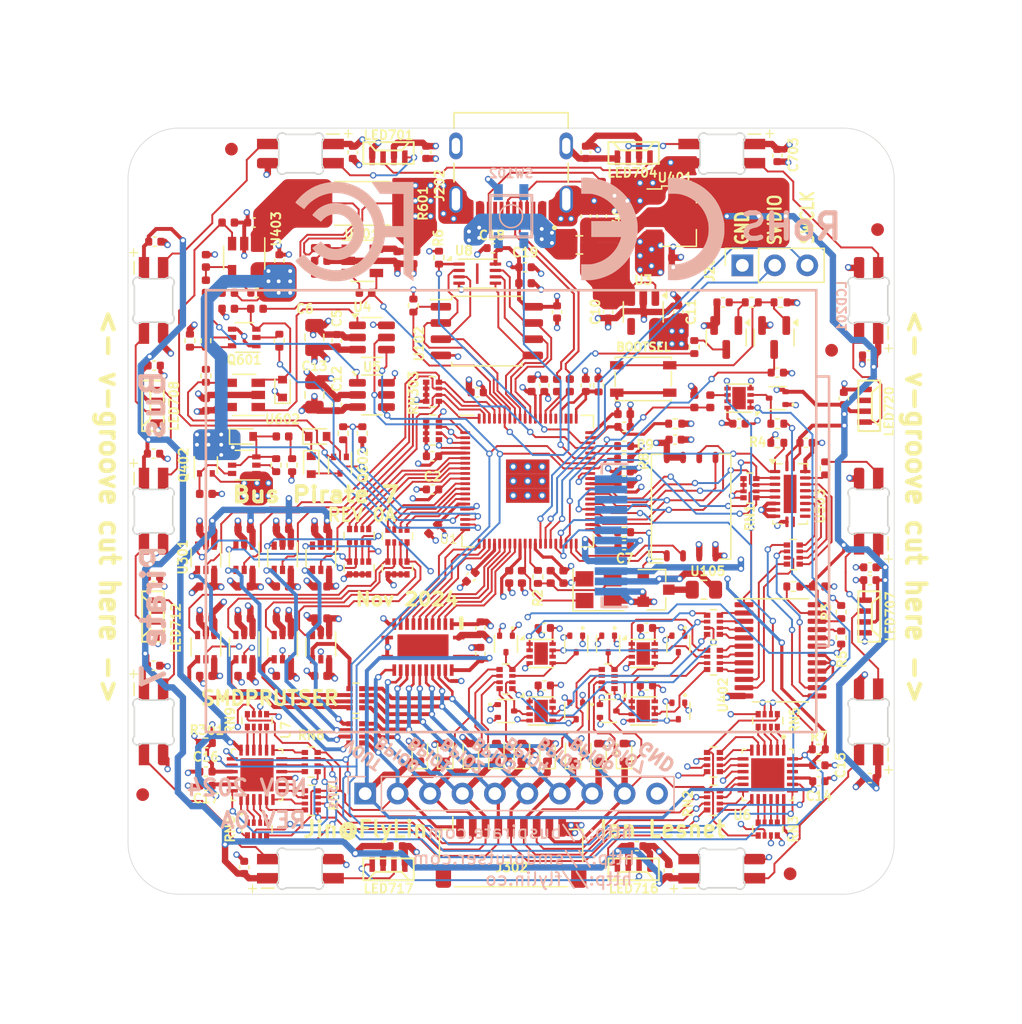
<source format=kicad_pcb>
(kicad_pcb (version 20240108) (generator "pcbnew") (generator_version "8.0")
  (layers (0 "F.Cu" signal) (1 "In1.Cu" signal) (2 "In2.Cu" power) (31 "B.Cu" signal) (34 "B.Paste" user) (35 "F.Paste" user) (36 "B.SilkS" user "B.Silkscreen") (37 "F.SilkS" user "F.Silkscreen") (38 "B.Mask" user) (39 "F.Mask" user) (44 "Edge.Cuts" user))
  (net 0 "")
  (net 1 "GND")
  (net 2 "VREG_VIN")
  (net 3 "VREF_VOUT")
  (net 4 "SWDIO")
  (net 5 "SWCLK")
  (net 6 "BUFDIR0")
  (net 7 "BUFDIR4")
  (net 8 "BPIO0")
  (net 9 "BPIO4")
  (net 10 "BUFDIR1")
  (net 11 "BUFDIR5")
  (net 12 "BPIO1")
  (net 13 "BPIO5")
  (net 14 "BUFDIR2")
  (net 15 "BUFDIR6")
  (net 16 "BPIO2")
  (net 17 "BPIO6")
  (net 18 "BUFDIR3")
  (net 19 "BUFDIR7")
  (net 20 "BPIO3")
  (net 21 "BPIO7")
  (net 22 "BUFIO0")
  (net 23 "BUFIO4")
  (net 24 "BUFIO1")
  (net 25 "BUFIO5")
  (net 26 "BUFIO2")
  (net 27 "BUFIO6")
  (net 28 "BUFIO3")
  (net 29 "BUFIO7")
  (net 30 "USB_D+")
  (net 31 "USB_D-")
  (net 32 "CURRENT_SENSE")
  (net 33 "+3V3")
  (net 34 "+VUSB")
  (net 35 "USB_P")
  (net 36 "USB_N")
  (net 37 "+1V1")
  (net 38 "VREG_OUT")
  (net 39 "DISPLAY_LED-K")
  (net 40 "SPI_CLK")
  (net 41 "SPI_CDO")
  (net 42 "VREG_EN")
  (net 43 "CURRENT_DETECT")
  (net 44 "Net-(Q2-G)")
  (net 45 "AMUX_OUT")
  (net 46 "QSPI_SD3")
  (net 47 "QSPI_SCLK")
  (net 48 "QSPI_SD0")
  (net 49 "QSPI_SD2")
  (net 50 "QSPI_SD1")
  (net 51 "AMUX_S2")
  (net 52 "AMUX_S3")
  (net 53 "AMUX_S1")
  (net 54 "AMUX_S0")
  (net 55 "QSPI_SS_2")
  (net 56 "VREG_ADJ")
  (net 57 "SPI_CDI")
  (net 58 "DISPLAY_DP")
  (net 59 "DISPLAY_CS")
  (net 60 "DISPLAY_RESET")
  (net 61 "DISPLAY_BACKLIGHT")
  (net 62 "CURRENT_RESET")
  (net 63 "CURRENT_EN")
  (net 64 "FLASH_CS")
  (net 65 "RGB_CDO")
  (net 66 "LEDS_CDO")
  (net 67 "Net-(U403-ADJ)")
  (net 68 "Net-(D601-A)")
  (net 69 "Net-(D401-A)")
  (net 70 "Net-(D602-A)")
  (net 71 "Net-(J202-VBUS-PadA4B9)")
  (net 72 "Net-(J202-CC1)")
  (net 75 "Net-(J202-CC2)")
  (net 76 "Net-(LED701-DI)")
  (net 77 "Net-(LED701-DO)")
  (net 78 "Net-(LED702-DI)")
  (net 79 "Net-(LED703-DI)")
  (net 80 "Net-(LED703-DO)")
  (net 81 "Net-(R408-Pad1)")
  (net 82 "Net-(LED706-DI)")
  (net 83 "Net-(LED707-DI)")
  (net 84 "Net-(LED707-DO)")
  (net 85 "Net-(LED708-DI)")
  (net 86 "Net-(LED710-DI)")
  (net 87 "Net-(LED712-DI)")
  (net 88 "Net-(LED713-DO)")
  (net 89 "Net-(LED714-DI)")
  (net 90 "Net-(LED715-DO)")
  (net 91 "Net-(LED716-DO)")
  (net 92 "Net-(LED717-DO)")
  (net 93 "Net-(Q202-G)")
  (net 94 "Net-(Q202-D)")
  (net 95 "Net-(RN4A-R1.8)")
  (net 96 "Net-(RN4B-R1.8)")
  (net 97 "Net-(Q401A-C1)")
  (net 98 "Net-(Q401A-B1)")
  (net 99 "Net-(Q601A-C1)")
  (net 100 "Net-(Q601A-B1)")
  (net 101 "Net-(Q601B-B2)")
  (net 102 "Net-(Q602-G)")
  (net 103 "MCU_RESET")
  (net 104 "Net-(U601-+)")
  (net 105 "Net-(U601--)")
  (net 106 "Net-(RN301D-R1.1)")
  (net 107 "Net-(RN301B-R1.1)")
  (net 108 "Net-(RN301C-R1.1)")
  (net 109 "Net-(RN301A-R1.1)")
  (net 110 "Net-(RN4C-R1.8)")
  (net 111 "Net-(RN4D-R1.8)")
  (net 112 "Net-(RN5A-R1.8)")
  (net 113 "Net-(RN5B-R1.8)")
  (net 114 "Net-(RN306D-R1.1)")
  (net 115 "Net-(RN306B-R1.1)")
  (net 116 "Net-(RN306C-R1.1)")
  (net 117 "Net-(RN306A-R1.1)")
  (net 118 "Net-(RN309D-R1.8)")
  (net 119 "Net-(RN309C-R1.8)")
  (net 120 "Net-(RN309A-R1.8)")
  (net 121 "Net-(RN309B-R1.8)")
  (net 122 "Net-(RN400D-R1.1)")
  (net 123 "Net-(RN400B-R1.1)")
  (net 124 "Net-(RN400C-R1.1)")
  (net 125 "Net-(RN400A-R1.1)")
  (net 126 "Net-(RN401D-R1.1)")
  (net 127 "Net-(RN401B-R1.1)")
  (net 128 "Net-(RN401C-R1.1)")
  (net 129 "CURRENT_EN_OVERRIDE")
  (net 130 "Net-(RN401A-R1.1)")
  (net 131 "BUTTONS")
  (net 132 "Net-(RN5D-R1.8)")
  (net 133 "CURRENT_ADJ_MCU")
  (net 136 "Net-(RN317D-R1.1)")
  (net 137 "Net-(RN317C-R1.1)")
  (net 138 "Net-(RN317B-R1.1)")
  (net 139 "Net-(RN317A-R1.1)")
  (net 140 "Net-(RN318D-R1.1)")
  (net 141 "Net-(RN318C-R1.1)")
  (net 142 "Net-(RN318B-R1.1)")
  (net 143 "Net-(RN318A-R1.1)")
  (net 144 "MUX_BPIO4")
  (net 145 "MUX_BPIO5")
  (net 146 "MUX_BPIO6")
  (net 147 "MUX_BPIO7")
  (net 148 "MUX_BPIO0")
  (net 149 "MUX_BPIO1")
  (net 150 "MUX_BPIO2")
  (net 151 "MUX_BPIO3")
  (net 152 "MUX_VREF_VOUT")
  (net 153 "Net-(U402-I8)")
  (net 154 "Net-(LED705-DO)")
  (net 156 "Net-(C106-Pad1)")
  (net 157 "Net-(U1-VREG_AVDD)")
  (net 158 "Net-(U1-XIN)")
  (net 159 "Net-(U1-ADC_AVDD)")
  (net 160 "Net-(U1-XOUT)")
  (net 161 "LA_BPIO7")
  (net 162 "LA_BPIO2")
  (net 163 "LA_BPIO0")
  (net 164 "LA_BPIO5")
  (net 165 "LA_BPIO3")
  (net 166 "LA_BPIO4")
  (net 167 "LA_BPIO1")
  (net 168 "LA_BPIO6")
  (net 169 "AMUX_S0_3V3")
  (net 170 "AMUX_S2_3V3")
  (net 171 "AMUX_S3_3V3")
  (net 172 "AMUX_S1_3V3")
  (net 173 "Net-(RN5C-R1.8)")
  (net 178 "Net-(RN6B-R1.8)")
  (net 179 "Net-(RN6D-R1.8)")
  (net 180 "Net-(RN6C-R1.8)")
  (net 181 "Net-(RN6A-R1.8)")
  (net 182 "Net-(RN7C-R1.8)")
  (net 183 "Net-(RN7B-R1.8)")
  (net 184 "Net-(RN7D-R1.8)")
  (net 185 "Net-(RN7A-R1.8)")
  (net 186 "Net-(RN305B-R1.8)")
  (net 187 "Net-(RN305C-R1.8)")
  (net 188 "Net-(RN305A-R1.8)")
  (net 189 "Net-(RN305D-R1.8)")
  (net 190 "I2C_SCL")
  (net 191 "I2C_SDA")
  (net 194 "I2C_RESET")
  (net 205 "Net-(RN315B-R1.8)")
  (net 206 "Net-(RN315A-R1.8)")
  (net 207 "Net-(RN315C-R1.8)")
  (net 208 "Net-(RN315D-R1.8)")
  (net 209 "Net-(LED719-DI)")
  (net 210 "Net-(U13A-+)")
  (net 211 "Net-(U402-I9)")
  (net 212 "Net-(U402-I10)")
  (net 213 "Net-(U13B--)")
  (net 214 "Net-(U13B-+)")
  (net 215 "Net-(Q1-G)")
  (net 216 "Net-(Q2-D)")
  (net 217 "MCU_BOOTLOAD")
  (net 218 "Net-(RN2C-R1.1)")
  (net 219 "Net-(RN2A-R1.1)")
  (net 220 "Net-(RN2B-R1.1)")
  (net 221 "Net-(RN2D-R1.1)")
  (net 222 "Net-(RN3D-R1.1)")
  (net 223 "Net-(RN3C-R1.1)")
  (net 224 "Net-(RN3A-R1.1)")
  (net 225 "Net-(RN3B-R1.1)")
  (net 226 "Net-(RN8B-R1.1)")
  (net 227 "Net-(RN8D-R1.1)")
  (net 228 "Net-(RN8C-R1.1)")
  (net 229 "Net-(RN8A-R1.1)")
  (net 230 "Net-(RN9A-R1.1)")
  (net 231 "Net-(RN9C-R1.1)")
  (net 232 "Net-(RN9B-R1.1)")
  (net 233 "Net-(RN9D-R1.1)")
  (footprint "dp-LED:SK6812-MINI-E" (layer "F.Cu") (at 113.4 62.1 180)
    (property "Reference" "LED702")
    (property "Value" "SK6812-mini-e")
    (fp_line (start 1.7 -0.934314) (end 1.7 0.934314) (stroke (width 0.12)) (layer "Edge.Cuts"))
    (fp_line (start 1.134314 1.5) (end -1.134314 1.5) (stroke (width 0.12)) (layer "Edge.Cuts"))
    (fp_line (start -1.134314 -1.5) (end 1.134314 -1.5) (stroke (width 0.12)) (layer "Edge.Cuts"))
    (fp_line (start -1.7 0.934314) (end -1.7 -0.934314) (stroke (width 0.12)) (layer "Edge.Cuts"))
    (fp_arc (start 1.7 0.934314) (mid 1.7 1.5) (end 1.134314 1.5) (stroke (width 0.12)) (layer "Edge.Cuts"))
    (fp_arc (start 1.134314 -1.5) (mid 1.7 -1.5) (end 1.7 -0.934314) (stroke (width 0.12)) (layer "Edge.Cuts"))
    (fp_arc (start -1.134314 1.5) (mid -1.7 1.5) (end -1.7 0.934314) (stroke (width 0.12)) (layer "Edge.Cuts"))
    (fp_arc (start -1.7 -0.934314) (mid -1.7 -1.5) (end -1.134314 -1.5) (stroke (width 0.12)) (layer "Edge.Cuts"))
  )
  (footprint "dp-LED:SK6812-MINI-E" (layer "F.Cu") (at 146.4 118.1)
    (property "Reference" "LED715")
    (property "Value" "SK6812-mini-e")
    (fp_line (start -1.7 0.934314) (end -1.7 -0.934314) (stroke (width 0.12)) (layer "Edge.Cuts"))
    (fp_line (start -1.134314 -1.5) (end 1.134314 -1.5) (stroke (width 0.12)) (layer "Edge.Cuts"))
    (fp_line (start 1.134314 1.5) (end -1.134314 1.5) (stroke (width 0.12)) (layer "Edge.Cuts"))
    (fp_line (start 1.7 -0.934314) (end 1.7 0.934314) (stroke (width 0.12)) (layer "Edge.Cuts"))
    (fp_arc (start -1.7 -0.934314) (mid -1.7 -1.5) (end -1.134314 -1.5) (stroke (width 0.12)) (layer "Edge.Cuts"))
    (fp_arc (start -1.134314 1.5) (mid -1.7 1.5) (end -1.7 0.934314) (stroke (width 0.12)) (layer "Edge.Cuts"))
    (fp_arc (start 1.134314 -1.5) (mid 1.7 -1.5) (end 1.7 -0.934314) (stroke (width 0.12)) (layer "Edge.Cuts"))
    (fp_arc (start 1.7 0.934314) (mid 1.7 1.5) (end 1.134314 1.5) (stroke (width 0.12)) (layer "Edge.Cuts"))
  )
  (footprint "dp-LED:SK6812-MINI-E" (layer "F.Cu") (at 101.9 106.6 -90)
    (property "Reference" "LED714")
    (property "Value" "SK6812-mini-e")
    (fp_line (start 1.134314 1.5) (end -1.134314 1.5) (stroke (width 0.12)) (layer "Edge.Cuts"))
    (fp_line (start -1.7 0.934314) (end -1.7 -0.934314) (stroke (width 0.12)) (layer "Edge.Cuts"))
    (fp_line (start 1.7 -0.934314) (end 1.7 0.934314) (stroke (width 0.12)) (layer "Edge.Cuts"))
    (fp_line (start -1.134314 -1.5) (end 1.134314 -1.5) (stroke (width 0.12)) (layer "Edge.Cuts"))
    (fp_arc (start -1.134314 1.5) (mid -1.7 1.5) (end -1.7 0.934314) (stroke (width 0.12)) (layer "Edge.Cuts"))
    (fp_arc (start 1.7 0.934314) (mid 1.7 1.5) (end 1.134314 1.5) (stroke (width 0.12)) (layer "Edge.Cuts"))
    (fp_arc (start -1.7 -0.934314) (mid -1.7 -1.5) (end -1.134314 -1.5) (stroke (width 0.12)) (layer "Edge.Cuts"))
    (fp_arc (start 1.134314 -1.5) (mid 1.7 -1.5) (end 1.7 -0.934314) (stroke (width 0.12)) (layer "Edge.Cuts"))
  )
  (footprint "dp-LED:SK6812-MINI-E" (layer "F.Cu") (at 146.4 62.1 180)
    (property "Reference" "LED703")
    (property "Value" "SK6812-mini-e")
    (fp_line (start 1.7 -0.934314) (end 1.7 0.934314) (stroke (width 0.12)) (layer "Edge.Cuts"))
    (fp_line (start 1.134314 1.5) (end -1.134314 1.5) (stroke (width 0.12)) (layer "Edge.Cuts"))
    (fp_line (start -1.134314 -1.5) (end 1.134314 -1.5) (stroke (width 0.12)) (layer "Edge.Cuts"))
    (fp_line (start -1.7 0.934314) (end -1.7 -0.934314) (stroke (width 0.12)) (layer "Edge.Cuts"))
    (fp_arc (start 1.7 0.934314) (mid 1.7 1.5) (end 1.134314 1.5) (stroke (width 0.12)) (layer "Edge.Cuts"))
    (fp_arc (start 1.134314 -1.5) (mid 1.7 -1.5) (end 1.7 -0.934314) (stroke (width 0.12)) (layer "Edge.Cuts"))
    (fp_arc (start -1.134314 1.5) (mid -1.7 1.5) (end -1.7 0.934314) (stroke (width 0.12)) (layer "Edge.Cuts"))
    (fp_arc (start -1.7 -0.934314) (mid -1.7 -1.5) (end -1.134314 -1.5) (stroke (width 0.12)) (layer "Edge.Cuts"))
  )
  (footprint "dp-LED:SK6812-MINI-E" (layer "F.Cu") (at 157.9 73.6 90)
    (property "Reference" "LED705")
    (property "Value" "SK6812-mini-e")
    (fp_line (start -1.134314 -1.5) (end 1.134314 -1.5) (stroke (width 0.12)) (layer "Edge.Cuts"))
    (fp_line (start 1.7 -0.934314) (end 1.7 0.934314) (stroke (width 0.12)) (layer "Edge.Cuts"))
    (fp_line (start -1.7 0.934314) (end -1.7 -0.934314) (stroke (width 0.12)) (layer "Edge.Cuts"))
    (fp_line (start 1.134314 1.5) (end -1.134314 1.5) (stroke (width 0.12)) (layer "Edge.Cuts"))
    (fp_arc (start 1.134314 -1.5) (mid 1.7 -1.5) (end 1.7 -0.934314) (stroke (width 0.12)) (layer "Edge.Cuts"))
    (fp_arc (start -1.7 -0.934314) (mid -1.7 -1.5) (end -1.134314 -1.5) (stroke (width 0.12)) (layer "Edge.Cuts"))
    (fp_arc (start 1.7 0.934314) (mid 1.7 1.5) (end 1.134314 1.5) (stroke (width 0.12)) (layer "Edge.Cuts"))
    (fp_arc (start -1.134314 1.5) (mid -1.7 1.5) (end -1.7 0.934314) (stroke (width 0.12)) (layer "Edge.Cuts"))
  )
  (footprint "dp-LED:SK6812-MINI-E" (layer "F.Cu") (at 113.4 118.1)
    (property "Reference" "LED718")
    (property "Value" "SK6812-mini-e")
    (fp_line (start -1.7 0.934314) (end -1.7 -0.934314) (stroke (width 0.12)) (layer "Edge.Cuts"))
    (fp_line (start -1.134314 -1.5) (end 1.134314 -1.5) (stroke (width 0.12)) (layer "Edge.Cuts"))
    (fp_line (start 1.134314 1.5) (end -1.134314 1.5) (stroke (width 0.12)) (layer "Edge.Cuts"))
    (fp_line (start 1.7 -0.934314) (end 1.7 0.934314) (stroke (width 0.12)) (layer "Edge.Cuts"))
    (fp_arc (start -1.7 -0.934314) (mid -1.7 -1.5) (end -1.134314 -1.5) (stroke (width 0.12)) (layer "Edge.Cuts"))
    (fp_arc (start -1.134314 1.5) (mid -1.7 1.5) (end -1.7 0.934314) (stroke (width 0.12)) (layer "Edge.Cuts"))
    (fp_arc (start 1.134314 -1.5) (mid 1.7 -1.5) (end 1.7 -0.934314) (stroke (width 0.12)) (layer "Edge.Cuts"))
    (fp_arc (start 1.7 0.934314) (mid 1.7 1.5) (end 1.134314 1.5) (stroke (width 0.12)) (layer "Edge.Cuts"))
  )
  (footprint "dp-LED:SK6812-MINI-E" (layer "F.Cu") (at 101.9 73.6 -90)
    (property "Reference" "LED706")
    (property "Value" "SK6812-mini-e")
    (fp_line (start 1.134314 1.5) (end -1.134314 1.5) (stroke (width 0.12)) (layer "Edge.Cuts"))
    (fp_line (start -1.7 0.934314) (end -1.7 -0.934314) (stroke (width 0.12)) (layer "Edge.Cuts"))
    (fp_line (start 1.7 -0.934314) (end 1.7 0.934314) (stroke (width 0.12)) (layer "Edge.Cuts"))
    (fp_line (start -1.134314 -1.5) (end 1.134314 -1.5) (stroke (width 0.12)) (layer "Edge.Cuts"))
    (fp_arc (start -1.134314 1.5) (mid -1.7 1.5) (end -1.7 0.934314) (stroke (width 0.12)) (layer "Edge.Cuts"))
    (fp_arc (start 1.7 0.934314) (mid 1.7 1.5) (end 1.134314 1.5) (stroke (width 0.12)) (layer "Edge.Cuts"))
    (fp_arc (start -1.7 -0.934314) (mid -1.7 -1.5) (end -1.134314 -1.5) (stroke (width 0.12)) (layer "Edge.Cuts"))
    (fp_arc (start 1.134314 -1.5) (mid 1.7 -1.5) (end 1.7 -0.934314) (stroke (width 0.12)) (layer "Edge.Cuts"))
  )
  (footprint "dp-LED:SK6812-MINI-E" (layer "F.Cu") (at 101.9 90.1 -90)
    (property "Reference" "LED710")
    (property "Value" "SK6812-mini-e")
    (fp_line (start 1.134314 1.5) (end -1.134314 1.5) (stroke (width 0.12)) (layer "Edge.Cuts"))
    (fp_line (start -1.7 0.934314) (end -1.7 -0.934314) (stroke (width 0.12)) (layer "Edge.Cuts"))
    (fp_line (start 1.7 -0.934314) (end 1.7 0.934314) (stroke (width 0.12)) (layer "Edge.Cuts"))
    (fp_line (start -1.134314 -1.5) (end 1.134314 -1.5) (stroke (width 0.12)) (layer "Edge.Cuts"))
    (fp_arc (start -1.134314 1.5) (mid -1.7 1.5) (end -1.7 0.934314) (stroke (width 0.12)) (layer "Edge.Cuts"))
    (fp_arc (start 1.7 0.934314) (mid 1.7 1.5) (end 1.134314 1.5) (stroke (width 0.12)) (layer "Edge.Cuts"))
    (fp_arc (start -1.7 -0.934314) (mid -1.7 -1.5) (end -1.134314 -1.5) (stroke (width 0.12)) (layer "Edge.Cuts"))
    (fp_arc (start 1.134314 -1.5) (mid 1.7 -1.5) (end 1.7 -0.934314) (stroke (width 0.12)) (layer "Edge.Cuts"))
  )
  (footprint "Capacitor_SMD:C_0402_1005Metric" (layer "F.Cu") (at 142 70.25)
    (property "Reference" "C402" (hide yes))
    (property "Value" "10uF/6.3v CL05A106MQ5NUN")
  )
  (footprint "Capacitor_SMD:C_0402_1005Metric" (layer "F.Cu") (at 112 98.5)
    (property "Reference" "C313" (hide yes))
    (property "Value" "0.1uF")
  )
  (footprint "Capacitor_SMD:C_0402_1005Metric" (layer "F.Cu") (at 106 98.5)
    (property "Reference" "C308" (hide yes))
    (property "Value" "0.1uF")
  )
  (footprint "Capacitor_SMD:C_0402_1005Metric" (layer "F.Cu") (at 112 103 180)
    (property "Reference" "C315" (hide yes))
    (property "Value" "0.1uF")
  )
  (footprint "Capacitor_SMD:C_0402_1005Metric" (layer "F.Cu") (at 106 96 180)
    (property "Reference" "C304" (hide yes))
    (property "Value" "0.1uF")
  )
  (footprint "Capacitor_SMD:C_0402_1005Metric" (layer "F.Cu") (at 154 96 180)
    (property "Reference" "C403" (hide yes))
    (property "Value" "0.1uF")
  )
  (footprint "Capacitor_SMD:C_0402_1005Metric" (layer "F.Cu") (at 115 98.5)
    (property "Reference" "C314" (hide yes))
    (property "Value" "0.1uF")
  )
  (footprint "Capacitor_SMD:C_0402_1005Metric" (layer "F.Cu") (at 109 98.5)
    (property "Reference" "C309" (hide yes))
    (property "Value" "0.1uF")
  )
  (footprint "Capacitor_SMD:C_0402_1005Metric" (layer "F.Cu") (at 138.75 82.5)
    (property "Reference" "C112" (hide yes))
    (property "Value" "0.1uF")
  )
  (footprint "Capacitor_SMD:C_0402_1005Metric" (layer "F.Cu") (at 138.75 83.5)
    (property "Reference" "C109" (hide yes))
    (property "Value" "10uF/6.3v CL05A106MQ5NUN")
  )
  (footprint "Capacitor_SMD:C_0402_1005Metric" (layer "F.Cu") (at 131.5 80.25 90)
    (property "Reference" "C114")
    (property "Value" "0.1uF")
  )
  (footprint "Capacitor_SMD:C_0402_1005Metric" (layer "F.Cu") (at 123.8 91.5 -135)
    (property "Reference" "C110" (hide yes))
    (property "Value" "0.1uF")
  )
  (footprint "MountingHole:MountingHole_3.2mm_M3" (layer "F.Cu") (at 155.9 116.1)
    (property "Reference" "H3" (hide yes))
    (property "Value" "MountingHole")
  )
  (footprint "Capacitor_SMD:C_0402_1005Metric" (layer "F.Cu") (at 138.75 88)
    (property "Reference" "C111" (hide yes))
    (property "Value" "0.1uF")
  )
  (footprint "Capacitor_SMD:C_0402_1005Metric" (layer "F.Cu") (at 131 72.25)
    (property "Reference" "C103" (hide yes))
    (property "Value" "0.1uF")
  )
  (footprint "MountingHole:MountingHole_3.2mm_M3" (layer "F.Cu") (at 155.9 64.1 -90)
    (property "Reference" "H2" (hide yes))
    (property "Value" "MountingHole")
  )
  (footprint "Capacitor_SMD:C_0402_1005Metric" (layer "F.Cu") (at 133 95.25 90)
    (property "Reference" "C106")
    (property "Value" "15pF")
  )
  (footprint "Capacitor_SMD:C_0402_1005Metric" (layer "F.Cu") (at 138.75 87)
    (property "Reference" "C118" (hide yes))
    (property "Value" "0.1uF")
  )
  (footprint "MountingHole:MountingHole_3.2mm_M3" (layer "F.Cu") (at 103.9 64.1 -90)
    (property "Reference" "H1" (hide yes))
    (property "Value" "MountingHole")
  )
  (footprint "MountingHole:MountingHole_3.2mm_M3" (layer "F.Cu") (at 103.9 116.1 -90)
    (property "Reference" "H4" (hide yes))
    (property "Value" "MountingHole")
  )
  (footprint "Package_TO_SOT_SMD:SOT-363_SC-70-6" (layer "F.Cu") (at 106 93.75 -90)
    (property "Reference" "U301")
    (property "Value" "AiP74LVC1T45GC363.TR")
  )
  (footprint "Package_TO_SOT_SMD:SOT-363_SC-70-6" (layer "F.Cu") (at 115 93.75 -90)
    (property "Reference" "U304" (hide yes))
    (property "Value" "AiP74LVC1T45GC363.TR")
  )
  (footprint "Package_TO_SOT_SMD:SOT-363_SC-70-6" (layer "F.Cu") (at 106 100.75 -90)
    (property "Reference" "U305" (hide yes))
    (property "Value" "AiP74LVC1T45GC363.TR")
  )
  (footprint "Package_TO_SOT_SMD:SOT-363_SC-70-6" (layer "F.Cu") (at 112 100.75 -90)
    (property "Reference" "U307" (hide yes))
    (property "Value" "AiP74LVC1T45GC363.TR" (hide yes))
  )
  (footprint "Resistor_SMD:R_0402_1005Metric" (layer "F.Cu") (at 133.5 80.25 90)
    (property "Reference" "R203" (hide yes))
    (property "Value" "27R")
  )
  (footprint "Resistor_SMD:R_0402_1005Metric" (layer "F.Cu") (at 134.5 80.25 90)
    (property "Reference" "R202" (hide yes))
    (property "Value" "27R")
  )
  (footprint "Resistor_SMD:R_0402_1005Metric" (layer "F.Cu") (at 137 64.78 90)
    (property "Reference" "R204" (hide yes))
    (property "Value" "5.1K")
  )
  (footprint "Inductor_SMD:L_0805_2012Metric" (layer "F.Cu") (at 135.25 69.25 180)
    (property "Reference" "L201" (hide yes))
    (property "Value" "CBW201209U300T")
  )
  (footprint "Capacitor_SMD:C_0402_1005Metric" (layer "F.Cu") (at 157.9 77.9)
    (property "Reference" "C705" (hide yes))
    (property "Value" "0.1uF")
  )
  (footprint "Capacitor_SMD:C_0402_1005Metric" (layer "F.Cu") (at 101.95 78.7 180)
    (property "Reference" "C708" (hide yes))
    (property "Value" "0.1uF")
  )
  (footprint "Capacitor_SMD:C_0402_1005Metric" (layer "F.Cu") (at 135.75 62 90)
    (property "Reference" "C704" (hide yes))
    (property "Value" "0.1uF")
  )
  (footprint "Capacitor_SMD:C_0402_1005Metric" (layer "F.Cu") (at 102 69 180)
    (property "Reference" "C706" (hide yes))
    (property "Value" "0.1uF")
  )
  (footprint "Capacitor_SMD:C_0402_1005Metric" (layer "F.Cu") (at 101.9 85.6 180)
    (property "Reference" "C710" (hide yes))
    (property "Value" "0.1uF")
  )
  (footprint "Capacitor_SMD:C_0402_1005Metric" (layer "F.Cu") (at 101.9 95.25 180)
    (property "Reference" "C712" (hide yes))
    (property "Value" "0.1uF")
  )
  (footprint "Capacitor_SMD:C_0402_1005Metric" (layer "F.Cu") (at 150.75 62.25 90)
    (property "Reference" "C703")
    (property "Value" "0.1uF")
  )
  (footprint "Capacitor_SMD:C_0402_1005Metric" (layer "F.Cu") (at 123.25 62 90)
    (property "Reference" "C701" (hide yes))
    (property "Value" "0.1uF")
  )
  (footprint "Capacitor_SMD:C_0402_1005Metric" (layer "F.Cu") (at 134 95.25 -90)
    (property "Reference" "C117" (hide yes))
    (property "Value" "0.1uF")
  )
  (footprint "Resistor_SMD:R_0402_1005Metric" (layer "F.Cu") (at 142.75 83.25 180)
    (property "Reference" "R103" (hide yes))
    (property "Value" "200R")
  )
  (footprint "Capacitor_SMD:C_0402_1005Metric" (layer "F.Cu") (at 133.5 74.5 -90)
    (property "Reference" "C104" (hide yes))
    (property "Value" "10uF/6.3v CL05A106MQ5NUN")
  )
  (footprint "Capacitor_SMD:C_0402_1005Metric" (layer "F.Cu") (at 135.75 67 -90)
    (property "Reference" "C202" (hide yes))
    (property "Value" "10uF/6.3v CL05A106MQ5NUN")
  )
  (footprint "Capacitor_SMD:C_0402_1005Metric" (layer "F.Cu") (at 137 67 -90)
    (property "Reference" "C201" (hide yes))
    (property "Value" "10uF/6.3v CL05A106MQ5NUN")
  )
  (footprint "Capacitor_SMD:C_0402_1005Metric" (layer "F.Cu") (at 123.75 85.8 180)
    (property "Reference" "C116" (hide yes))
    (property "Value" "0.1uF")
  )
  (footprint "Resistor_SMD:R_Array_Convex_4x0402" (layer "F.Cu") (at 118 94.55 90)
    (property "Reference" "RN302" (hide yes))
    (property "Value" "100K")
  )
  (footprint "Resistor_SMD:R_0805_2012Metric" (layer "F.Cu") (at 145 96.25)
    (property "Reference" "R209" (hide yes))
    (property "Value" "33R")
  )
  (footprint "Resistor_SMD:R_Array_Convex_4x0402" (layer "F.Cu") (at 121 94.55 90)
    (property "Reference" "RN307" (hide yes))
    (property "Value" "100K")
  )
  (footprint "Package_SO:SOP-8_5.28x5.23mm_P1.27mm" (layer "F.Cu") (at 128 76)
    (property "Reference" "U102")
    (property "Value" "W25Q128JVSIQ")
  )
  (footprint "Fiducial:Fiducial_1mm_Mask2mm" (layer "F.Cu") (at 158.6 68.05 -90)
    (property "Reference" "FID1" (hide yes))
    (property "Value" "Fiducial")
  )
  (footprint "Fiducial:Fiducial_1mm_Mask2mm" (layer "F.Cu") (at 101.05 112.3 -90)
    (property "Reference" "FID2" (hide yes))
    (property "Value" "Fiducial")
  )
  (footprint "Capacitor_SMD:C_0402_1005Metric" (layer "F.Cu") (at 142.25 118.25 -90)
    (property "Reference" "C715" (hide yes))
    (property "Value" "0.1uF")
  )
  (footprint "Capacitor_SMD:C_0402_1005Metric" (layer "F.Cu") (at 101.9 102.2 180)
    (property "Reference" "C714" (hide yes))
    (property "Value" "0.1uF")
  )
  (footprint "Capacitor_SMD:C_0402_1005Metric" (layer "F.Cu") (at 139.75 116.332 180)
    (property "Reference" "C716" (hide yes))
    (property "Value" "0.1uF")
  )
  (footprint "Capacitor_SMD:C_0402_1005Metric" (layer "F.Cu") (at 120.904 116.332 180)
    (property "Reference" "C717" (hide yes))
    (property "Value" "0.1uF")
  )
  (footprint "Capacitor_SMD:C_0402_1005Metric" (layer "F.Cu") (at 109 118 -90)
    (property "Reference" "C718" (hide yes))
    (property "Value" "0.1uF")
  )
  (footprint "Capacitor_SMD:C_0402_1005Metric" (layer "F.Cu") (at 139.25 67 90)
    (property "Reference" "C401")
    (property "Value" "10uF/6.3v CL05A106MQ5NUN")
  )
  (footprint "Connector_PinSocket_2.54mm:PinSocket_1x03_P2.54mm_Vertical" (layer "F.Cu") (at 148.01 70.85 90)
    (property "Reference" "J201")
    (property "Value" "Conn_01x03")
  )
  (footprint "Resistor_SMD:R_0402_1005Metric" (layer "F.Cu") (at 122.25 74 -90)
    (property "Reference" "R102" (hide yes))
    (property "Value" "DNF")
  )
  (footprint "Fiducial:Fiducial_1mm_Mask2mm" (layer "F.Cu") (at 108 61.75)
    (property "Reference" "FID4" (hide yes))
    (property "Value" "Fiducial")
  )
  (footprint "Fiducial:Fiducial_1mm_Mask2mm" (layer "F.Cu") (at 155 77.5)
    (property "Reference" "FID5" (hide yes))
    (property "Value" "Fiducial")
  )
  (footprint "Fiducial:Fiducial_1mm_Mask2mm" (layer "F.Cu") (at 151.75 118.5)
    (property "Reference" "FID3" (hide yes))
    (property "Value" "Fiducial")
  )
  (footprint "Capacitor_SMD:C_0402_1005Metric" (layer "F.Cu") (at 158 111)
    (property "Reference" "C713" (hide yes))
    (property "Value" "0.1uF")
  )
  (footprint "Resistor_SMD:R_0402_1005Metric" (layer "F.Cu") (at 135.75 64.78 90)
    (property "Reference" "R201" (hide yes))
    (property "Value" "5.1K")
  )
  (footprint "Connector_JST:JST_SH_SM09B-SRSS-TB_1x09-1MP_P1.00mm_Horizontal" (layer "F.Cu") (at 129.9 116.82)
    (property "Reference" "J302")
    (property "Value" "Conn_01x09")
  )
  (footprint "Package_DFN_QFN:DHVQFN-20-1EP_2.5x4.5mm_P0.5mm_EP1x3mm" (layer "F.Cu") (at 151.75 88.75)
    (property "Reference" "U503")
    (property "Value" "74HCT245BQ")
  )
  (footprint "Crystal:Crystal_SMD_3225-4Pin_3.2x2.5mm" (layer "F.Cu") (at 136.75 96.25)
    (property "Reference" "Y101")
    (property "Value" "ABM8-272-T3")
  )
  (footprint "Resistor_SMD:R_0402_1005Metric" (layer "F.Cu") (at 145.5 81.5 -90)
    (property "Reference" "R406" (hide yes))
    (property "Value" "10K")
  )
  (footprint "Capacitor_SMD:C_0402_1005Metric" (layer "F.Cu") (at 129.75 95.25 -90)
    (property "Reference" "C115" (hide yes))
    (property "Value" "0.1uF")
  )
  (footprint "Package_TO_SOT_SMD:SOT-23" (layer "F.Cu") (at 141.25 96.25)
    (property "Reference" "Q202")
    (property "Value" "MMBT7002K")
  )
  (footprint "Capacitor_SMD:C_0402_1005Metric" (layer "F.Cu") (at 130.75 95.25 -90)
    (property "Reference" "C105" (hide yes))
    (property "Value" "15pF")
  )
  (footprint "Button_Switch_SMD:SW_SPST_PTS810" (layer "F.Cu") (at 140.25 79.75 180)
    (property "Reference" "SW101" (hide yes))
    (property "Value" "TS3425BA 098 2.5H 250gf")
  )
  (footprint "Diode_SMD:D_SOD-523" (layer "F.Cu") (at 112 80.5 90)
    (property "Reference" "D601")
    (property "Value" "1N4148WT")
  )
  (footprint "Capacitor_SMD:C_0402_1005Metric" (layer "F.Cu") (at 158 95.5)
    (property "Reference" "C707" (hide yes))
    (property "Value" "0.1uF")
  )
  (footprint "Capacitor_SMD:C_0402_1005Metric" (layer "F.Cu") (at 121 70.25 -90)
    (property "Reference" "C601" (hide yes))
    (property "Value" "10uF/6.3v CL05A106MQ5NUN")
  )
  (footprint "Capacitor_SMD:C_0402_1005Metric" (layer "F.Cu") (at 122.25 70.25 90)
    (property "Reference" "C602" (hide yes))
    (property "Value" "0.1uF")
  )
  (footprint "Resistor_SMD:R_0402_1005Metric" (layer "F.Cu") (at 106 70.5 90)
    (property "Reference" "R405" (hide yes))
    (property "Value" "33K")
  )
  (footprint "Resistor_SMD:R_0402_1005Metric" (layer "F.Cu") (at 111.5 86.5 90)
    (property "Reference" "R410" (hide yes))
    (property "Value" "10K")
  )
  (footprint "Resistor_SMD:R_0402_1005Metric" (layer "F.Cu") (at 112.75 86.5 -90)
    (property "Reference" "R409" (hide yes))
    (property "Value" "33K")
  )
  (footprint "Resistor_SMD:R_0402_1005Metric" (layer "F.Cu") (at 112 84.25 180)
    (property "Reference" "R408" (hide yes))
    (property "Value" "33K")
  )
  (footprint "Resistor_SMD:R_0402_1005Metric" (layer "F.Cu") (at 106 88.75)
    (property "Reference" "R412" (hide yes))
    (property "Value" "100K")
  )
  (footprint "Resistor_SMD:R_0402_1005Metric" (layer "F.Cu") (at 111.75 76.75 90)
    (property "Reference" "R611" (hide yes))
    (property "Value" "10K")
  )
  (footprint "Resistor_SMD:R_0402_1005Metric" (layer "F.Cu") (at 104.75 76.75 -90)
    (property "Reference" "R609" (hide yes))
    (property "Value" "10K")
  )
  (footprint "Resistor_SMD:R_0402_1005Metric" (layer "F.Cu") (at 106 76.75 -90)
    (property "Reference" "R608" (hide yes))
    (property "Value" "200R")
  )
  (footprint "Capacitor_SMD:C_0402_1005Metric" (layer "F.Cu") (at 109.75 67.5 180)
    (property "Reference" "C404" (hide yes))
    (property "Value" "10uF/6.3v CL05A106MQ5NUN")
  )
  (footprint "Resistor_SMD:R_0402_1005Metric" (layer "F.Cu") (at 106 72.5 90)
    (property "Reference" "R403" (hide yes))
    (property "Value" "102K")
  )
  (footprint "Resistor_SMD:R_0402_1005Metric" (layer "F.Cu") (at 118.5 73 180)
    (property "Reference" "R605" (hide yes))
    (property "Value" "33K")
  )
  (footprint "Resistor_SMD:R_2512_6332Metric_Pad1.40x3.35mm_HandSolder" (layer "F.Cu") (at 118.25 66 180)
    (property "Reference" "R601")
    (property "Value" "0R2")
  )
  (footprint "Resistor_SMD:R_0402_1005Metric" (layer "F.Cu") (at 115 69.5 180)
    (property "Reference" "R602" (hide yes))
    (property "Value" "1K")
  )
  (footprint "Resistor_SMD:R_0402_1005Metric" (layer "F.Cu") (at 115 70.5 180)
    (property "Reference" "R604" (hide yes))
    (property "Value" "33K")
  )
  (footprint "Resistor_SMD:R_0402_1005Metric" (layer "F.Cu") (at 110 74.25)
    (property "Reference" "R606" (hide yes))
    (property "Value" "10K")
  )
  (footprint "Capacitor_SMD:C_0402_1005Metric" (layer "F.Cu") (at 107.75 74.25)
    (property "Reference" "C603" (hide yes))
    (property "Value" "DNF")
  )
  (footprint "Capacitor_SMD:C_0402_1005Metric" (layer "F.Cu") (at 106 81.75 90)
    (property "Reference" "C605" (hide yes))
    (property "Value" "0.1uF")
  )
  (footprint "Resistor_SMD:R_0402_1005Metric" (layer "F.Cu") (at 115 71.5 180)
    (property "Reference" "R603" (hide yes))
    (property "Value" "1K")
  )
  (footprint "Resistor_SMD:R_0402_1005Metric" (layer "F.Cu") (at 106 79.5 -90)
    (property "Reference" "R610" (hide yes))
    (property "Value" "10K")
  )
  (footprint "Capacitor_SMD:C_0402_1005Metric" (layer "F.Cu") (at 117.5 62 90)
    (property "Reference" "C702" (hide yes))
    (property "Value" "0.1uF")
  )
  (footprint "Package_TO_SOT_SMD:SOT-523" (layer "F.Cu") (at 106 86.5 90)
    (property "Reference" "Q402")
    (property "Value" "BC2301T 2.8A")
  )
  (footprint "Resistor_SMD:R_0402_1005Metric" (layer "F.Cu") (at 118.25 84 90)
    (property "Reference" "R613" (hide yes))
    (property "Value" "10K")
  )
  (footprint "Resistor_SMD:R_0402_1005Metric" (layer "F.Cu") (at 116.75 84 90)
    (property "Reference" "R612" (hide yes))
    (property "Value" "200R")
  )
  (footprint "Capacitor_SMD:C_0402_1005Metric" (layer "F.Cu") (at 111.75 70.5 90)
    (property "Reference" "C407" (hide yes))
    (property "Value" "10uF/6.3v CL05A106MQ5NUN")
  )
  (footprint "Resistor_SMD:R_0402_1005Metric" (layer "F.Cu") (at 107.75 67.5)
    (property "Reference" "R401" (hide yes))
    (property "Value" "100K")
  )
  (footprint "Package_TO_SOT_SMD:SOT-23-5" (layer "F.Cu") (at 109 70.25 -90)
    (property "Reference" "U403")
    (property "Value" "AP2127")
  )
  (footprint "Package_TO_SOT_SMD:SOT-363_SC-70-6" (layer "F.Cu") (at 109 76.5 180)
    (property "Reference" "Q601")
    (property "Value" "MMDT3906")
  )
  (footprint "Package_TO_SOT_SMD:SOT-363_SC-70-6" (layer "F.Cu") (at 109 86.5 180)
    (property "Reference" "Q401")
    (property "Value" "BCM857")
  )
  (footprint "Diode_SMD:D_SOD-523" (layer "F.Cu") (at 109 84.25)
    (property "Reference" "D401")
    (property "Value" "1N4148WT")
  )
  (footprint "Resistor_SMD:R_Array_Convex_4x0402" (layer "F.Cu") (at 117.75 104.75 180)
    (property "Reference" "RN309" (hide yes))
    (property "Value" "120R")
  )
  (footprint "Package_SO:TSSOP-24_4.4x7.8mm_P0.65mm" (layer "F.Cu") (at 151 101)
    (property "Reference" "U402")
    (property "Value" "CD4067")
  )
  (footprint "Package_TO_SOT_SMD:SOT-363_SC-70-6" (layer "F.Cu") (at 109 100.75 -90)
    (property "Reference" "U306" (hide yes))
    (property "Value" "AiP74LVC1T45GC363.TR")
  )
  (footprint "Capacitor_SMD:C_0402_1005Metric" (layer "F.Cu") (at 106 103 180)
    (property "Reference" "C311" (hide yes))
    (property "Value" "0.1uF")
  )
  (footprint "Resistor_SMD:R_0402_1005Metric" (layer "F.Cu") (at 138.75 91.75)
    (property "Reference" "R208" (hide yes))
    (property "Value" "200R")
  )
  (footprint "Capacitor_SMD:C_0402_1005Metric" (layer "F.Cu") (at 109 103 180)
    (property "Reference" "C312" (hide yes))
    (property "Value" "0.1uF")
  )
  (footprint "Resistor_SMD:R_Array_Convex_4x0402" (layer "F.Cu") (at 123.75 80.75)
    (property "Reference" "RN303")
    (property "Value" "100K")
  )
  (footprint "Capacitor_SMD:C_0402_1005Metric" (layer "F.Cu") (at 153 84.75 180)
    (property "Reference" "C503" (hide yes))
    (property "Value" "0.1uF")
  )
  (footprint "Package_TO_SOT_SMD:SOT-363_SC-70-6" (layer "F.Cu") (at 112 93.75 -90)
    (property "Reference" "U303" (hide yes))
    (property "Value" "AiP74LVC1T45GC363.TR")
  )
  (footprint "Resistor_SMD:R_Array_Convex_4x0402" (layer "F.Cu") (at 123.75 83.75)
    (property "Reference" "RN308" (hide yes))
    (property "Value" "100K")
  )
  (footprint "Resistor_SMD:R_Array_Convex_4x0402" (layer "F.Cu") (at 118 92 90)
    (property "Reference" "RN301")
    (property "Value" "330R")
  )
  (footprint "Package_TO_SOT_SMD:SOT-363_SC-70-6" (layer "F.Cu") (at 109 93.75 -90)
    (property "Reference" "U302" (hide yes))
    (property "Value" "AiP74LVC1T45GC363.TR")
  )
  (footprint "Capacitor_SMD:C_0402_1005Metric" (layer "F.Cu") (at 112 96 180)
    (property "Reference" "C306" (hide yes))
    (property "Value" "0.1uF")
  )
  (footprint "Capacitor_SMD:C_0402_1005Metric" (layer "F.Cu") (at 115 91.5)
    (property "Reference" "C307" (hide yes))
    (property "Value" "0.1uF")
  )
  (footprint "Capacitor_SMD:C_0402_1005Metric" (layer "F.Cu") (at 106 91.5)
    (property "Reference" "C301" (hide yes))
    (property "Value" "0.1uF")
  )
  (footprint "Capacitor_SMD:C_0402_1005Metric" (layer "F.Cu") (at 109 91.5)
    (property "Reference" "C302" (hide yes))
    (property "Value" "0.1uF")
  )
  (footprint "Capacitor_SMD:C_0402_1005Metric" (layer "F.Cu") (at 109 96 180)
    (property "Reference" "C305" (hide yes))
    (property "Value" "0.1uF")
  )
  (footprint "Capacitor_SMD:C_0402_1005Metric" (layer "F.Cu") (at 112 91.5)
    (property "Reference" "C303" (hide yes))
    (property "Value" "0.1uF")
  )
  (footprint "Resistor_SMD:R_Array_Convex_4x0402" (layer "F.Cu") (at 121 92.05 90)
    (property "Reference" "RN306" (hide yes))
    (property "Value" "330R")
  )
  (footprint "Package_TO_SOT_SMD:SOT-363_SC-70-6" (layer "F.Cu") (at 115 100.75 -90)
    (property "Reference" "U308" (hide yes))
    (property "Value" "AiP74LVC1T45GC363.TR")
  )
  (footprint "dp-LED:SK6812-MINI-E" (layer "F.Cu") (at 157.9 106.6 90)
    (property "Reference" "LED713")
    (property "Value" "SK6812-mini-e")
    (fp_line (start -1.134314 -1.5) (end 1.134314 -1.5) (stroke (width 0.12)) (layer "Edge.Cuts"))
    (fp_line (start 1.7 -0.934314) (end 1.7 0.934314) (stroke (width 0.12)) (layer "Edge.Cuts"))
    (fp_line (start -1.7 0.934314) (end -1.7 -0.934314) (stroke (width 0.12)) (layer "Edge.Cuts"))
    (fp_line (start 1.134314 1.5) (end -1.134314 1.5) (stroke (width 0.12)) (layer "Edge.Cuts"))
    (fp_arc (start 1.134314 -1.5) (mid 1.7 -1.5) (end 1.7 -0.934314) (stroke (width 0.12)) (layer "Edge.Cuts"))
    (fp_arc (start -1.7 -0.934314) (mid -1.7 -1.5) (end -1.134314 -1.5) (stroke (width 0.12)) (layer "Edge.Cuts"))
    (fp_arc (start 1.7 0.934314) (mid 1.7 1.5) (end 1.134314 1.5) (stroke (width 0.12)) (layer "Edge.Cuts"))
    (fp_arc (start -1.134314 1.5) (mid -1.7 1.5) (end -1.7 0.934314) (stroke (width 0.12)) (layer "Edge.Cuts"))
  )
  (footprint "usb-c:HRO_TYPE-C-31-M-12" (layer "F.Cu") (at 129.9 61.5 180)
    (property "Reference" "J202")
    (property "Value" "TYPE-C-31-M-12")
  )
  (footprint "Capacitor_SMD:C_0402_1005Metric" (layer "F.Cu") (at 115 103 180)
    (property "Reference" "C316" (hide yes))
    (property "Value" "0.1uF")
  )
  (footprint "dp-LED:SK6812-side-a_b" (layer "F.Cu") (at 157.9 98.35 90)
    (property "Reference" "LED707")
    (property "Value" "SK6812-side-a_b")
  )
  (footprint "dp-LED:SK6812-side-a_b" (layer "F.Cu") (at 139.5 118.1)
    (property "Reference" "LED716")
    (property "Value" "SK6812-side-a_b")
  )
  (footprint "dp-LED:SK6812-side-a_b" (layer "F.Cu") (at 120.3 118.1)
    (property "Reference" "LED717")
    (property "Value" "SK6812-side-a_b")
  )
  (footprint "dp-LED:SK6812-side-a_b" (layer "F.Cu") (at 101.9 98.35 -90)
    (property "Reference" "LED712")
    (property "Value" "SK6812-side-a_b")
  )
  (footprint "dp-LED:SK6812-side-a_b" (layer "F.Cu") (at 101.9 81.85 -90)
    (property "Reference" "LED708")
    (property "Value" "SK6812-side-a_b")
  )
  (footprint "dp-LED:SK6812-side-a_b" (layer "F.Cu") (at 120.3 62.1 180)
    (property "Reference" "LED701")
    (property "Value" "SK6812-side-a_b")
  )
  (footprint "dp-LED:SK6812-side-a_b" (layer "F.Cu") (at 139.5 62.1 180)
    (property "Reference" "LED704")
    (property "Value" "SK6812-side-a_b")
  )
  (footprint "Resistor_SMD:R_Array_Convex_4x0402" (layer "F.Cu") (at 152 93.5)
    (property "Reference" "RN315" (hide yes))
    (property "Value" "510R")
  )
  (footprint "Resistor_SMD:R_Array_Convex_4x0402" (layer "F.Cu") (at 117.75 107.5 180)
    (property "Reference" "RN305" (hide yes))
    (property "Value" "120R")
  )
  (footprint "Capacitor_SMD:C_0402_1005Metric" (layer "F.Cu") (at 115 96 180)
    (property "Reference" "C310" (hide yes))
    (property "Value" "0.1uF")
  )
  (footprint "Diode_SMD:D_SOD-523" (layer "F.Cu") (at 114.75 84.25)
    (property "Reference" "D603")
    (property "Value" "1N4148WT")
  )
  (footprint "Package_TO_SOT_SMD:SOT-523" (layer "F.Cu") (at 116.5 86.5 -90)
    (property "Reference" "Q602")
    (property "Value" "BC2301T 2.8A")
  )
  (footprint "Package_TO_SOT_SMD:SOT-89-3" (layer "F.Cu") (at 142.75 67)
    (property "Reference" "U401")
    (property "Value" "ME6211A33PG-N")
  )
  (footprint "Capacitor_SMD:C_0402_1005Metric" (layer "F.Cu") (at 110 73 180)
    (property "Reference" "C408" (hide yes))
    (property "Value" "120pF")
  )
  (footprint "Resistor_SMD:R_0402_1005Metric" (layer "F.Cu") (at 107.75 73 180)
    (property "Reference" "R404" (hide yes))
    (property "Value" "133K")
  )
  (footprint "Diode_SMD:D_SOD-523" (layer "F.Cu") (at 114.25 86.5 -90)
    (property "Reference" "D602")
    (property "Value" "1N4148WT")
  )
  (footprint "Package_TO_SOT_SMD:SOT-23-5" (layer "F.Cu") (at 109 81 180)
    (property "Reference" "U602")
    (property "Value" "GSV331-TR")
  )
  (footprint "Resistor_SMD:R_Array_Convex_4x0402" (layer "F.Cu") (at 145.75 101.75 180)
    (property "Reference" "RN400" (hide yes))
    (property "Value" "510R")
  )
  (footprint "Resistor_SMD:R_Array_Convex_4x0402" (layer "F.Cu") (at 145.75 99 180)
    (property "Reference" "RN401" (hide yes))
    (property "Value" "510R")
  )
  (footprint "Package_TO_SOT_SMD:SOT-23-5" (layer "F.Cu") (at 118.25 70.5)
    (property "Reference" "U601")
    (property "Value" "GS321A-TR")
  )
  (footprint "Resistor_SMD:R_0402_1005Metric" (layer "F.Cu") (at 144.25 81.5 -90)
    (property "Reference" "R407" (hide yes))
    (property "Value" "10K")
  )
  (footprint "Capacitor_SMD:C_0402_1005Metric" (layer "F.Cu") (at 158 94.5)
    (property "Reference" "C719" (hide yes))
    (property "Value" "0.1uF")
  )
  (footprint "dp-LED:SK6812-MINI-E" (layer "F.Cu") (at 157.9 90.1 90)
    (property "Reference" "LED719")
    (property "Value" "SK6812-mini-e")
    (fp_line (start -1.134314 -1.5) (end 1.134314 -1.5) (stroke (width 0.12)) (layer "Edge.Cuts"))
    (fp_line (start 1.7 -0.934314) (end 1.7 0.934314) (stroke (width 0.12)) (layer "Edge.Cuts"))
    (fp_line (start -1.7 0.934314) (end -1.7 -0.934314) (stroke (width 0.12)) (layer "Edge.Cuts"))
    (fp_line (start 1.134314 1.5) (end -1.134314 1.5) (stroke (width 0.12)) (layer "Edge.Cuts"))
    (fp_arc (start 1.134314 -1.5) (mid 1.7 -1.5) (end 1.7 -0.934314) (stroke (width 0.12)) (layer "Edge.Cuts"))
    (fp_arc (start -1.7 -0.934314) (mid -1.7 -1.5) (end -1.134314 -1.5) (stroke (width 0.12)) (layer "Edge.Cuts"))
    (fp_arc (start 1.7 0.934314) (mid 1.7 1.5) (end 1.134314 1.5) (stroke (width 0.12)) (layer "Edge.Cuts"))
    (fp_arc (start -1.134314 1.5) (mid -1.7 1.5) (end -1.7 0.934314) (stroke (width 0.12)) (layer "Edge.Cuts"))
  )
  (footprint "Capacitor_SMD:C_0402_1005Metric" (layer "F.Cu") (at 142.75 84.5)
    (property "Reference" "C121" (hide yes))
    (property "Value" "0.1uF")
  )
  (footprint "dp-memory:U-PDFN-8" (layer "F.Cu") (at 144 89.75 90)
    (property "Reference" "U105")
    (property "Value" "MT29F1G01ABAFDWB")
  )
  (footprint "Resistor_SMD:R_0402_1005Metric" (layer "F.Cu") (at 154.5 86.75 90)
    (property "Reference" "R502" (hide yes))
    (property "Value" "1K")
  )
  (footprint "Resistor_SMD:R_0402_1005Metric" (layer "F.Cu") (at 138.75 86 180)
    (property "Reference" "R8")
    (property "Value" "10K")
  )
  (footprint "Package_TO_SOT_SMD:SOT-523" (layer "F.Cu") (at 135 100.5 -90)
    (property "Reference" "D8")
    (property "Value" "BAS40-04")
  )
  (footprint "Capacitor_SMD:C_0402_1005Metric" (layer "F.Cu") (at 106 110.5)
    (property "Reference" "C16")
    (property "Value" "0.1uF")
  )
  (footprint "dp-LED:SK6812-side-a_b" (layer "F.Cu") (at 157.9 81.85 90)
    (property "Reference" "LED720")
    (property "Value" "SK6812-side-a_b")
  )
  (footprint "Resistor_SMD:R_0402_1005Metric" (layer "F.Cu") (at 106 108.25 180)
    (property "Reference" "R301")
    (property "Value" "10K")
  )
  (footprint "Capacitor_SMD:C_0402_1005Metric" (layer "F.Cu") (at 147.75 83.25 180)
    (property "Reference" "C20")
    (property "Value" "0.1uF")
  )
  (footprint "Capacitor_SMD:C_0402_1005Metric" (layer "F.Cu") (at 155.956 81.28 -90)
    (property "Reference" "C720" (hide yes))
    (property "Value" "0.1uF")
  )
  (footprint "Capacitor_SMD:C_0402_1005Metric" (layer "F.Cu") (at 127.25 80.8 180)
    (property "Reference" "C113")
    (property "Value" "0.1uF")
  )
  (footprint "Resistor_SMD:R_Array_Convex_4x0402" (layer "F.Cu") (at 150 106.5 -90)
    (property "Reference" "RN5")
    (property "Value" "2.2K")
  )
  (footprint "Resistor_SMD:R_0402_1005Metric" (layer "F.Cu") (at 152 96)
    (property "Reference" "R320" (hide yes))
    (property "Value" "510R")
  )
  (footprint "Package_TO_SOT_SMD:SOT-523" (layer "F.Cu") (at 137.5 100.5 -90)
    (property "Reference" "D3")
    (property "Value" "BAS40-04")
  )
  (footprint "Resistor_SMD:R_0402_1005Metric" (layer "F.Cu") (at 132 95.25 90)
    (property "Reference" "R2")
    (property "Value" "1K")
  )
  (footprint "Package_DFN_QFN:DFN-8-1EP_2x2mm_P0.5mm_EP1.05x1.75mm" (layer "F.Cu") (at 147.75 81.25 180)
    (property "Reference" "U13")
    (property "Value" "LM358_DFN")
  )
  (footprint "Capacitor_SMD:C_0402_1005Metric" (layer "F.Cu") (at 116.25 76.75 90)
    (property "Reference" "C5")
    (property "Value" "0.1uF")
  )
  (footprint "Capacitor_SMD:C_0402_1005Metric" (layer "F.Cu") (at 137.5 74.5 -90)
    (property "Reference" "C10")
    (property "Value" "10uF/6.3v CL05A106MQ5NUN")
  )
  (footprint "Package_TO_SOT_SMD:SOT-523" (layer "F.Cu") (at 143 105.75 -90)
    (property "Reference" "D1")
    (property "Value" "BAS40-04")
  )
  (footprint "Capacitor_SMD:C_0402_1005Metric" (layer "F.Cu") (at 127.5 101.25 90)
    (property "Reference" "C9")
    (property "Value" "0.1uF")
  )
  (footprint "Capacitor_SMD:C_0402_1005Metric" (layer "F.Cu") (at 140.5 99.25)
    (property "Reference" "C507")
    (property "Value" "0.1uF" (hide yes))
  )
  (footprint "Resistor_SMD:R_Array_Convex_4x0402" (layer "F.Cu") (at 145.75 112.75 180)
    (property "Reference" "RN2")
    (property "Value" "1M")
  )
  (footprint "Capacitor_SMD:C_0402_1005Metric" (layer "F.Cu") (at 127.5 99.25 -90)
    (property "Reference" "C3")
    (property "Value" "0.1uF")
  )
  (footprint "manuf:NXP-DHVQFN24" (layer "F.Cu") (at 123 100.75 180)
    (property "Reference" "U2" (hide yes))
    (property "Value" "74LVC8T245BQ")
  )
  (footprint "Package_TO_SOT_SMD:SOT-523" (layer "F.Cu") (at 137.5 105.75)
    (property "Reference" "D2")
    (property "Value" "BAS40-04")
  )
  (footprint "Capacitor_SMD:C_0402_1005Metric" (layer "F.Cu") (at 146.5 73.75 180)
    (property "Reference" "C21")
    (property "Value" "10uF/6.3v CL05A106MQ5NUN")
  )
  (footprint "Capacitor_SMD:C_0402_1005Metric" (layer "F.Cu") (at 150.75 79.25)
    (property "Reference" "C22")
    (property "Value" "0.1uF")
  )
  (footprint "Resistor_SMD:R_Array_Convex_4x0402" (layer "F.Cu") (at 145.75 109.75)
    (property "Reference" "RN4")
    (property "Value" "4.7K")
  )
  (footprint "Resistor_SMD:R_0402_1005Metric" (layer "F.Cu") (at 151 73.75)
    (property "Reference" "R11")
    (property "Value" "10K")
  )
  (footprint "Capacitor_SMD:C_0402_1005Metric" (layer "F.Cu") (at 143 74.5 90)
    (property "Reference" "C11")
    (property "Value" "10uF/6.3v CL05A106MQ5NUN")
  )
  (footprint "Package_TO_SOT_SMD:SOT-523" (layer "F.Cu") (at 129.5 100.5 -90)
    (property "Reference" "D7")
    (property "Value" "BAS40-04")
  )
  (footprint "Resistor_SMD:R_0402_1005Metric" (layer "F.Cu") (at 124.25 70.25 -90)
    (property "Reference" "R6")
    (property "Value" "10K")
  )
  (footprint "Diode_SMD:D_SOD-523" (layer "F.Cu") (at 124.75 109 90)
    (property "Reference" "D10")
    (property "Value" "DESD5Z5.0")
  )
  (footprint "Resistor_SMD:R_Array_Convex_4x0402" (layer "F.Cu") (at 114.25 112.75 180)
    (property "Reference" "RN7")
    (property "Value" "4.7K")
  )
  (footprint "Capacitor_SMD:C_0402_1005Metric" (layer "F.Cu") (at 123.75 88.4 180)
    (property "Reference" "C2")
    (property "Value" "0.1uF")
  )
  (footprint "Resistor_SMD:R_0402_1005Metric" (layer "F.Cu") (at 148.75 73.75 180)
    (property "Reference" "R10")
    (property "Value" "470K")
  )
  (footprint "Capacitor_SMD:C_0402_1005Metric" (layer "F.Cu") (at 126.75 95.25 -135)
    (property "Reference" "C8")
    (property "Value" "0.1uF")
  )
  (footprint "Package_TO_SOT_SMD:SOT-523" (layer "F.Cu") (at 143 100.5 -90)
    (property "Reference" "D4")
    (property "Value" "BAS40-04")
  )
  (footprint "Package_TO_SOT_SMD:SOT-23-6" (layer "F.Cu") (at 119 76.5)
    (property "Reference" "U4")
    (property "Value" "MCP4725xxx-xCH")
  )
  (footprint "Package_DFN_QFN:DFN-8-1EP_2x2mm_P0.5mm_EP1.05x1.75mm" (layer "F.Cu") (at 132.25 105.75)
    (property "Reference" "U10")
    (property "Value" "LM358_DFN")
  )
  (footprint "Resistor_SMD:R_Array_Convex_4x0402" (layer "F.Cu") (at 114.25 109.75)
    (property "Reference" "RN8")
    (property "Value" "1M")
  )
  (footprint "Package_TO_SOT_SMD:SOT-523" (layer "F.Cu") (at 129.5 105.75)
    (property "Reference" "D6")
    (property "Value" "BAS40-04")
  )
  (footprint "Package_DFN_QFN:DFN-8-1EP_2x2mm_P0.5mm_EP1.05x1.75mm" (layer "F.Cu") (at 140.25 101.25)
    (property "Reference" "U11")
    (property "Value" "LM358_DFN")
  )
  (footprint "Package_DFN_QFN:DFN-8-1EP_2x2mm_P0.5mm_EP1.05x1.75mm" (layer "F.Cu") (at 132.25 101.25)
    (property "Reference" "U9")
    (property "Value" "LM358_DFN")
  )
  (footprint "Capacitor_SMD:C_0805_2012Metric" (layer "F.Cu") (at 114.5 76.5 90)
    (property "Reference" "C6")
    (property "Value" "10uF")
  )
  (footprint "Resistor_SMD:R_Array_Convex_4x0402" (layer "F.Cu") (at 110 115 90)
    (property "Reference" "RN6")
    (property "Value" "2.2K")
  )
  (footprint "Resistor_SMD:R_Array_Convex_4x0402" (layer "F.Cu") (at 148.6 88.3)
    (property "Reference" "RN1")
    (property "Value" "100K")
  )
  (footprint "qfn80:qfn80" (layer "F.Cu") (at 131.25 87.8)
    (property "Reference" "U1")
    (property "Value" "RP2350B")
  )
  (footprint "Resistor_SMD:R_0402_1005Metric" (layer "F.Cu") (at 150.75 83.25)
    (property "Reference" "R319" (hide yes))
    (property "Value" "100K")
  )
  (footprint "Capacitor_SMD:C_0402_1005Metric" (layer "F.Cu") (at 131 71)
    (property "Reference" "C19")
    (property "Value" "10uF/6.3v CL05A106MQ5NUN")
  )
  (footprint "Resistor_SMD:R_Array_Convex_4x0402" (layer "F.Cu") (at 150 115 -90)
    (property "Reference" "RN3")
    (property "Value" "10K")
  )
  (footprint "Package_DFN_QFN:DFN-8-1EP_2x2mm_P0.5mm_EP1.05x1.75mm" (layer "F.Cu") (at 140.25 105.75)
    (property "Reference" "U12")
    (property "Value" "LM358_DFN")
  )
  (footprint "Diode_SMD:D_SOD-523" (layer "F.Cu") (at 138.75 109 90)
    (property "Reference" "D14")
    (property "Value" "DESD5Z5.0")
  )
  (footprint "Resistor_SMD:R_0402_1005Metric" (layer "F.Cu") (at 150.75 84.75)
    (property "Reference" "R4")
    (property "Value" "100K")
  )
  (footprint "qfn24-4x4x50:QFN50P400X400X80-25N" (layer "F.Cu") (at 110 110.75 90)
    (property "Reference" "U7")
    (property "Value" "TCA6416RTWT")
  )
  (footprint "Resistor_SMD:R_0402_1005Metric" (layer "F.Cu") (at 155.75 100 -90)
    (property "Reference" "R5")
    (property "Value" "510R")
  )
  (footprint "Package_TO_SOT_SMD:SOT-523" (layer "F.Cu") (at 135 105.75 -90)
    (property "Reference" "D5")
    (property "Value" "BAS40-04")
  )
  (footprint "Diode_SMD:D_SOD-523" (layer "F.Cu") (at 122.75 109 90)
    (property "Reference" "D18")
    (property "Value" "DESD5Z5.0")
  )
  (footprint "Resistor_SMD:R_Array_Convex_4x0402" (layer "F.Cu") (at 110 106.5 90)
    (property "Reference" "RN9")
    (property "Value" "10K")
  )
  (footprint "Package_TO_SOT_SMD:SOT-523" (layer "F.Cu") (at 150.75 81.25 180)
    (property "Reference" "D9")
    (property "Value" "BAS40-04")
  )
  (footprint "Resistor_SMD:R_0402_1005Metric" (layer "F.Cu") (at 136.75 80.25 -90)
    (property "Reference" "R1")
    (property "Value" "10R")
  )
  (footprint "Package_TO_SOT_SMD:SOT-23-6" (layer "F.Cu") (at 119 81)
    (property "Reference" "U5")
    (property "Value" "MCP4725xxx-xCH")
  )
  (footprint "Resistor_SMD:R_0402_1005Metric" (layer "F.Cu") (at 138.75 85 180)
    (property "Reference" "R9")
    (property "Value" "10K")
  )
  (footprint "Capacitor_SMD:C_0402_1005Metric" (layer "F.Cu") (at 154 110 180)
    (property "Reference" "C15")
    (property "Value" "0.1uF")
  )
  (footprint "Package_TO_SOT_SMD:SOT-23" (layer "F.Cu") (at 150.5 76.5 -90)
    (property "Reference" "Q1")
    (property "Value" "MMBT7002K")
  )
  (footprint "Capacitor_SMD:C_0805_2012Metric" (layer "F.Cu") (at 114.5 81 90)
    (property "Reference" "C13")
    (property "Value" "10uF")
  )
  (footprint "Capacitor_SMD:C_0402_1005Metric" (layer "F.Cu") (at 132.5 99.25)
    (property "Reference" "C509")
    (property "Value" "0.1uF" (hide yes))
  )
  (footprint "Diode_SMD:D_SOD-523" (layer "F.Cu") (at 136.75 109 90)
    (property "Reference" "D15")
    (property "Value" "DESD5Z5.0")
  )
  (footprint "Diode_SMD:D_SOD-523" (layer "F.Cu") (at 126.75 109 90)
    (property "Reference" "D11")
    (property "Value" "DESD5Z5.0")
  )
  (footprint "Capacitor_SMD:C_0402_1005Metric" (layer "F.Cu") (at 132.5 103.75)
    (property "Reference" "C510" (hide yes))
    (property "Value" "0.1uF")
  )
  (footprint "Resistor_SMD:R_0402_1005Metric" (layer "F.Cu") (at 144.25 77.25 -90)
    (property "Reference" "R12")
    (property "Value" "1K")
  )
  (footprint "Capacitor_SMD:C_0402_1005Metric" (layer "F.Cu") (at 116.25 81.75 90)
    (property "Reference" "C12")
    (property "Value" "0.1uF")
  )
  (footprint "Package_TO_SOT_SMD:SOT-23" (layer "F.Cu") (at 146.75 76.5 -90)
    (property "Reference" "Q2")
    (property "Value" "MMBT7002K")
  )
  (footprint "Resistor_SMD:R_0402_1005Metric" (layer "F.Cu") (at 154 108.75 180)
    (property "Reference" "R7")
    (property "Value" "100K")
  )
  (footprint "Capacitor_SMD:C_0402_1005Metric" (layer "F.Cu") (at 135.75 80.25 90)
    (property "Reference" "C4")
    (property "Value" "10uF/6.3v CL05A106MQ5NUN")
  )
  (footprint "Package_TO_SOT_SMD:SOT-23-5" (layer "F.Cu") (at 140.25 74.5 -90)
    (property "Reference" "U3")
    (property "Value" "TLV74311PDBVR")
  )
  (footprint "qfn24-4x4x50:QFN50P400X400X80-25N" (layer "F.Cu") (at 150 110.75 -90)
    (property "Reference" "U6")
    (property "Value" "TCA6416RTWT")
  )
  (footprint "Diode_SMD:D_SOD-523" (layer "F.Cu") (at 134.75 109 90)
    (property "Reference" "D16")
    (property "Value" "DESD5Z5.0")
  )
  (footprint "Capacitor_SMD:C_0402_1005Metric" (layer "F.Cu") (at 106 111.6)
    (property "Reference" "C17")
    (property "Value" "0.1uF")
  )
  (footprint "Capacitor_SMD:C_0402_1005Metric" (layer "F.Cu") (at 128.5 69.5 180)
    (property "Reference" "C18")
    (property "Value" "0.1uF")
  )
  (footprint "Diode_SMD:D_SOD-523" (layer "F.Cu") (at 128.75 109 90)
    (property "Reference" "D13")
    (property "Value" "DESD5Z5.0")
  )
  (footprint "Capacitor_SMD:C_0402_1005Metric" (layer "F.Cu") (at 132.5 80.25 90)
    (property "Reference" "C1")
    (property "Value" "0.1uF")
  )
  (footprint "Diode_SMD:D_SOD-523" (layer "F.Cu") (at 130.75 109 90)
    (property "Reference" "D12")
    (property "Value" "DESD5Z5.0")
  )
  (footprint "Capacitor_SMD:C_0402_1005Metric" (layer "F.Cu") (at 154 111.25 180)
    (property "Reference" "C14")
    (property "Value" "0.1uF")
  )
  (footprint "Diode_SMD:D_SOD-523" (layer "F.Cu") (at 132.75 109 90)
    (property "Reference" "D17")
    (property "Value" "DESD5Z5.0")
  )
  (footprint "Capacitor_SMD:C_0402_1005Metric" (layer "F.Cu") (at 140.5 103.75)
    (property "Reference" "C508" (hide yes))
    (property "Value" "0.1uF")
  )
  (footprint "Resistor_SMD:R_Array_Convex_4x0402" (layer "F.Cu") (at 129.5 103.25 180)
    (property "Reference" "RN318" (hide yes))
    (property "Value" "100K")
  )
  (footprint "Package_SON:Winbond_USON-8-1EP_3x2mm_P0.5mm_EP0.2x1.6mm" (layer "F.Cu") (at 127.25 71.5)
    (property "Reference" "U8")
    (property "Value" "APS6404L-3SQR-ZR")
  )
  (footprint "Resistor_SMD:R_0402_1005Metric" (layer "F.Cu") (at 155.75 98 90)
    (property "Reference" "R3")
    (property "Value" "510R")
  )
  (footprint "Capacitor_SMD:C_0402_1005Metric" (layer "F.Cu") (at 138.75 92.75)
    (property "Reference" "C7")
    (property "Value" "0.1uF")
  )
  (footprint "Resistor_SMD:R_Array_Convex_4x0402" (layer "F.Cu") (at 137.5 103.25 180)
    (property "Reference" "RN317")
    (property "Value" "100K" (hide yes))
  )
  (footprint "Connector_PinHeader_2.54mm:PinHeader_1x10_P2.54mm_Vertical" (layer "B.Cu") (at 118.47 112.22 -90)
    (property "Reference" "J301")
    (property "Value" "Conn_01x10")
  )
  (footprint "dp-switch:GT-TC026X-HXXX-LX" (layer "B.Cu") (at 129.9 67 90)
    (property "Reference" "SW102")
    (property "Value" "TS3315A 250gf 025")
  )
  (footprint "dp-logo:logo_fcc" (layer "B.Cu") (at 117.65 68.2 180)
    (property "Reference" "logo1" (hide yes))
    (property "Value" "fcc_logo" (hide yes))
  )
  (footprint "Symbol:CE-Logo_11.2x8mm_SilkScreen" (layer "B.Cu") (at 141 68 180)
    (property "Reference" "logo2" (hide yes))
    (property "Value" "ce_logo" (hide yes))
  )
  (footprint "dp-lcd:TFT_20_QT200H1201" (layer "B.Cu") (at 129.9 90.1 -90)
    (property "Reference" "LCD201")
    (property "Value" "TFT_20_QT200H1201")
  )
  (gr_arc (start 103.9 120.1) (mid 101.071573 118.928427) (end 99.9 116.1) (stroke (width 0.05)) (layer "Edge.Cuts"))
  (gr_circle (center 155.9 116.1) (end 155.9 117.1) (stroke (width 0.05)) (fill none) (layer "Edge.Cuts"))
  (gr_circle (center 103.9 64.1) (end 103.9 65.1) (stroke (width 0.05)) (fill none) (layer "Edge.Cuts"))
  (gr_circle (center 103.9 116.1) (end 103.9 117.1) (stroke (width 0.05)) (fill none) (layer "Edge.Cuts"))
  (gr_arc (start 159.9 116.1) (mid 158.728427 118.928427) (end 155.9 120.1) (stroke (width 0.05)) (layer "Edge.Cuts"))
  (gr_line (start 103.9 120.1) (end 155.9 120.1) (stroke (width 0.05)) (layer "Edge.Cuts"))
  (gr_circle (center 155.9 64.1) (end 155.9 65.1) (stroke (width 0.05)) (fill none) (layer "Edge.Cuts"))
  (gr_line (start 99.9 64.1) (end 99.9 116.1) (stroke (width 0.05)) (layer "Edge.Cuts"))
  (gr_line (start 159.9 116.1) (end 159.9 64.1) (stroke (width 0.05)) (layer "Edge.Cuts"))
  (gr_arc (start 155.9 60.1) (mid 158.728427 61.271573) (end 159.9 64.1) (stroke (width 0.05)) (layer "Edge.Cuts"))
  (gr_arc (start 99.9 64.1) (mid 101.071573 61.271573) (end 103.9 60.1) (stroke (width 0.05)) (layer "Edge.Cuts"))
  (gr_line (start 103.9 60.1) (end 155.9 60.1) (stroke (width 0.05)) (layer "Edge.Cuts"))
  (gr_text "BPIO7" (at 138.8 109.2 145) (layer "B.SilkS") (effects (font (size 0.85 0.85) (thickness 0.2125)) (justify mirror)))
  (gr_text "BPIO3" (at 128.61 109.2 145) (layer "B.SilkS") (effects (font (size 0.85 0.85) (thickness 0.2125)) (justify mirror)))
  (gr_text "VOUT" (at 118.3 109.15 145) (layer "B.SilkS") (effects (font (size 0.85 0.85) (thickness 0.2125)) (justify mirror)))
  (gr_text "BPIO2" (at 126.1 109.25 145) (layer "B.SilkS") (effects (font (size 0.85 0.85) (thickness 0.2125)) (justify mirror)))
  (gr_text "BPIO6" (at 136.25 109.2 145) (layer "B.SilkS") (effects (font (size 0.85 0.85) (thickness 0.2125)) (justify mirror)))
  (gr_text "BPIO1" (at 123.55 109.2 145) (layer "B.SilkS") (effects (font (size 0.85 0.85) (thickness 0.2125)) (justify mirror)))
  (gr_text "BPIO0" (at 121 109.15 145) (layer "B.SilkS") (effects (font (size 0.85 0.85) (thickness 0.2125)) (justify mirror)))
  (gr_text "BPIO5" (at 133.7 109.2 145) (layer "B.SilkS") (effects (font (size 0.85 0.85) (thickness 0.2125)) (justify mirror)))
  (gr_text "GND" (at 141.3 109.3 145) (layer "B.SilkS") (effects (font (size 1 1) (thickness 0.25)) (justify mirror)))
  (gr_text "REV 0A" (at 110.49 114.3 0) (layer "B.SilkS") (effects (font (size 1.25 1.25) (thickness 0.25)) (justify mirror)))
  (gr_text "BPIO4" (at 131.15 109.2 145) (layer "B.SilkS") (effects (font (size 0.85 0.85) (thickness 0.2125)) (justify mirror)))
  (gr_text "NOV 2024" (at 109.22 111.76 0) (layer "B.SilkS") (effects (font (size 1.25 1.25) (thickness 0.25)) (justify mirror)))
  (gr_text "Pirate 7" (at 101.9 98.35 90) (layer "B.SilkS") (effects (font (size 1.75 1.8) (thickness 0.4)) (justify mirror)))
  (gr_text "Bus" (at 101.85 81.8 90) (layer "B.SilkS") (effects (font (size 1.75 2) (thickness 0.375)) (justify mirror)))
  (gr_text "http://buspirate.com" (at 139.5 115.824 0) (layer "B.SilkS") (effects (font (size 1 1)) (justify left bottom mirror)))
  (gr_text "http://flylin.co" (at 139.5 119.5 0) (layer "B.SilkS") (effects (font (size 1 1)) (justify left bottom mirror)))
  (gr_text "RoHS" (at 156 69 0) (layer "B.SilkS") (effects (font (size 2 2) (thickness 0.4) (bold yes)) (justify left bottom mirror)))
  (gr_text "http://smdprutser.com" (at 139.7 117.856 0) (layer "B.SilkS") (effects (font (size 1 1)) (justify left bottom mirror)))
  (gr_text "GND" (at 148 66.5 90) (layer "F.SilkS") (effects (font (size 1 0.85) (thickness 0.2125)) (justify right)))
  (gr_text "SWDIO" (at 150.55 65.2 90) (layer "F.SilkS") (effects (font (size 1 0.85) (thickness 0.1875)) (justify right)))
  (gr_text "Nov 2024" (at 121.75 97 0) (layer "F.SilkS") (effects (font (size 1 1.1) (thickness 0.25))))
  (gr_text "SMDPRUTSER" (at 111 104.75 0) (layer "F.SilkS") (effects (font (size 1.1 1.1) (thickness 0.25))))
  (gr_text "Ian Lesnet" (at 141.75 115 0) (layer "F.SilkS") (effects (font (size 1.25 1.25) (thickness 0.25))))
  (gr_text "SWCLK" (at 153.1 64.9 90) (layer "F.SilkS") (effects (font (size 1 0.85) (thickness 0.1875)) (justify right)))
  (gr_text "<- v-groove cut here ->" (at 161.6 89.75 -90) (layer "F.SilkS") (effects (font (size 1.5 1.5) (thickness 0.35))))
  (gr_text "<- v-groove cut here ->" (at 98.45 89.75 -90) (layer "F.SilkS") (effects (font (size 1.5 1.5) (thickness 0.35))))
  (gr_text "BOOTSEL" (at 142.5 77.25 0) (layer "F.SilkS") (effects (font (size 0.65 0.65) (thickness 0.1625)) (justify right)))
  (gr_text "REV 0A" (at 118.2 90.4 0) (layer "F.SilkS") (effects (font (size 1 1) (thickness 0.2) (bold yes))))
  (gr_text "Bus Pirate 7" (at 114.6 88.8 0) (layer "F.SilkS") (effects (font (size 1.2 1.35) (thickness 0.3))))
  (gr_text "Jin@FlyLin" (at 118.5 115 0) (layer "F.SilkS") (effects (font (size 1.25 1.25) (thickness 0.25))))
  (segment (start 142.1 74.5) (end 142.58 74.02) (width 0.5) (layer "F.Cu") (net 1))
  (segment (start 153.48 84.75) (end 154.25 84.75) (width 0.3048) (layer "F.Cu") (net 1))
  (segment (start 128.65 105.25) (end 128.855 105.25) (width 0.15) (layer "F.Cu") (net 1))
  (segment (start 140.25 96.45) (end 140.2 96.4) (width 0.5) (layer "F.Cu") (net 1))
  (segment (start 109 99.8) (end 109 99.304999) (width 0.5) (layer "F.Cu") (net 1))
  (segment (start 125.25 98.95) (end 127.32 98.95) (width 0.3048) (layer "F.Cu") (net 1))
  (segment (start 154.725 100.675) (end 155 100.4) (width 0.2) (layer "F.Cu") (net 1))
  (segment (start 125.6 103.4) (end 125.2 103.4) (width 0.3048) (layer "F.Cu") (net 1))
  (segment (start 137.5 74.98) (end 136.72 74.98) (width 0.5) (layer "F.Cu") (net 1))
  (segment (start 102.225 100.475) (end 102.25 100.5) (width 0.3048) (layer "F.Cu") (net 1))
  (segment (start 142.25 117.5) (end 141.5 116.75) (width 0.5) (layer "F.Cu") (net 1))
  (segment (start 110.85 63.65) (end 110.85 62.85) (width 0.5) (layer "F.Cu") (net 1))
  (segment (start 135.75 79.15) (end 135.7 79.1) (width 0.3048) (layer "F.Cu") (net 1))
  (segment (start 102.225 93.4) (end 102.65 92.975) (width 0.3048) (layer "F.Cu") (net 1))
  (segment (start 139.35 102) (end 139.3 102) (width 0.15) (layer "F.Cu") (net 1))
  (segment (start 125.05 103.4) (end 125.2 103.4) (width 0.2) (layer "F.Cu") (net 1))
  (segment (start 126.75 108.3) (end 126.6 108.3) (width 0.5) (layer "F.Cu") (net 1))
  (segment (start 139.9 86.7) (end 139.6 87) (width 0.3048) (layer "F.Cu") (net 1))
  (segment (start 145.905 92.705) (end 145.9 92.7) (width 0.5) (layer "F.Cu") (net 1))
  (segment (start 143.85 62.85) (end 142.45 62.85) (width 0.5) (layer "F.Cu") (net 1))
  (segment (start 107.265 74.565) (end 107.6 74.9) (width 0.3048) (layer "F.Cu") (net 1))
  (segment (start 119.1 75.5) (end 120.0875 75.5) (width 0.15) (layer "F.Cu") (net 1))
  (segment (start 123.27 85.8) (end 123.27 85.13) (width 0.25) (layer "F.Cu") (net 1))
  (segment (start 102.38 95.63) (end 102.75 96) (width 0.3048) (layer "F.Cu") (net 1))
  (segment (start 140.25 74.45) (end 140.3 74.5) (width 0.5) (layer "F.Cu") (net 1))
  (segment (start 145.8 75.5625) (end 145.0375 75.5625) (width 0.5) (layer "F.Cu") (net 1))
  (segment (start 116.9 76.5) (end 116.67 76.27) (width 0.5) (layer "F.Cu") (net 1))
  (segment (start 123.25 83) (end 123.25 84.5) (width 0.25) (layer "F.Cu") (net 1))
  (segment (start 112 92.304999) (end 111.515 91.819999) (width 0.5) (layer "F.Cu") (net 1))
  (segment (start 130 96.5) (end 129.75 96.25) (width 0.25) (layer "F.Cu") (net 1))
  (segment (start 114.15 98.5) (end 113.9 98.25) (width 0.5) (layer "F.Cu") (net 1))
  (segment (start 128.75 108.3) (end 128.8 108.3) (width 0.5) (layer "F.Cu") (net 1))
  (segment (start 107.25 88.75) (end 106.485 88.75) (width 0.3048) (layer "F.Cu") (net 1))
  (segment (start 140.25 97.2) (end 140.25 96.45) (width 0.5) (layer "F.Cu") (net 1))
  (segment (start 112 99.8) (end 112 99.25) (width 0.5) (layer "F.Cu") (net 1))
  (segment (start 129.75 96.25) (end 129.75 95.735) (width 0.25) (layer "F.Cu") (net 1))
  (segment (start 121.932 116.332) (end 121.384 116.332) (width 0.5) (layer "F.Cu") (net 1))
  (segment (start 151.23 79.25) (end 151.85 79.25) (width 0.3048) (layer "F.Cu") (net 1))
  (segment (start 102.38 95.25) (end 102.38 95.63) (width 0.3048) (layer "F.Cu") (net 1))
  (segment (start 134.75 108.3) (end 135 108.3) (width 0.5) (layer "F.Cu") (net 1))
  (segment (start 125.825 72.575) (end 126 72.75) (width 0.2) (layer "F.Cu") (net 1))
  (segment (start 127.5 100.77) (end 126.83 100.77) (width 0.5) (layer "F.Cu") (net 1))
  (segment (start 114.4 76.3) (end 114.4 75.65) (width 0.5) (layer "F.Cu") (net 1))
  (segment (start 120.75 98.95) (end 120.35 98.95) (width 0.3048) (layer "F.Cu") (net 1))
  (segment (start 112.75 87.65) (end 112.7 87.7) (width 0.3048) (layer "F.Cu") (net 1))
  (segment (start 128.3 105.6) (end 128.65 105.25) (width 0.15) (layer "F.Cu") (net 1))
  (segment (start 111.115 102.6) (end 111.515 103) (width 0.3048) (layer "F.Cu") (net 1))
  (segment (start 114.5 79.8) (end 114.5 80.05) (width 0.5) (layer "F.Cu") (net 1))
  (segment (start 117.15 95.05) (end 116.8 95.4) (width 0.3048) (layer "F.Cu") (net 1))
  (segment (start 150.1375 75.5625) (end 150.2 75.5) (width 0.5) (layer "F.Cu") (net 1))
  (segment (start 136.855 104.845) (end 137 104.7) (width 0.15) (layer "F.Cu") (net 1))
  (segment (start 130.75 96.25) (end 130.75 95.735) (width 0.25) (layer "F.Cu") (net 1))
  (segment (start 117 117.8) (end 116.55 117.35) (width 0.3048) (layer "F.Cu") (net 1))
  (segment (start 108.515 91.819999) (end 108.515 91.5) (width 0.5) (layer "F.Cu") (net 1))
  (segment (start 102.65 76.15) (end 102.65 77.15) (width 0.5) (layer "F.Cu") (net 1))
  (segment (start 151.85 79.25) (end 151.9 79.3) (width 0.3048) (layer "F.Cu") (net 1))
  (segment (start 134.9 95.4) (end 134.6 95.7) (width 0.3048) (layer "F.Cu") (net 1))
  (segment (start 115 99.8) (end 115 99.35) (width 0.5) (layer "F.Cu") (net 1))
  (segment (start 109 92.8) (end 109 92.304999) (width 0.5) (layer "F.Cu") (net 1))
  (segment (start 140.02 99.82) (end 140.1 99.9) (width 0.15) (layer "F.Cu") (net 1))
  (segment (start 112 92.8) (end 112 92.304999) (width 0.5) (layer "F.Cu") (net 1))
  (segment (start 102.95 102.2) (end 103 102.25) (width 0.3048) (layer "F.Cu") (net 1))
  (segment (start 153.8625 100.675) (end 154.725 100.675) (width 0.2) (layer "F.Cu") (net 1))
  (segment (start 103 110.3) (end 103 109.5) (width 0.3048) (layer "F.Cu") (net 1))
  (segment (start 156.181 80.575) (end 155.956 80.8) (width 0.3048) (layer "F.Cu") (net 1))
  (segment (start 116.25 81.27) (end 116.25 81.25) (width 0.5) (layer "F.Cu") (net 1))
  (segment (start 111.515 98.765) (end 111.515 98.5) (width 0.5) (layer "F.Cu") (net 1))
  (segment (start 130 99.5) (end 130.5 99) (width 0.15) (layer "F.Cu") (net 1))
  (segment (start 126.410589 95.589411) (end 125.9 96.1) (width 0.25) (layer "F.Cu") (net 1))
  (segment (start 140.02 99.25) (end 140.02 99.82) (width 0.15) (layer "F.Cu") (net 1))
  (segment (start 152.15 81.75) (end 152.2 81.8) (width 0.3048) (layer "F.Cu") (net 1))
  (segment (start 127.32 98.95) (end 127.5 98.77) (width 0.3048) (layer "F.Cu") (net 1))
  (segment (start 140.3 74.5) (end 140.3 75.1) (width 0.5) (layer "F.Cu") (net 1))
  (segment (start 157.42 77.9) (end 157.42 78.58) (width 0.5) (layer "F.Cu") (net 1))
  (segment (start 110.1 81) (end 106.265 81) (width 0.5) (layer "F.Cu") (net 1))
  (segment (start 138.75 108.3) (end 139.4 108.3) (width 0.5) (layer "F.Cu") (net 1))
  (segment (start 157.15 103.35) (end 157.15 104.05) (width 0.5) (layer "F.Cu") (net 1))
  (segment (start 143.23 84.5) (end 144 84.5) (width 0.5) (layer "F.Cu") (net 1))
  (segment (start 120.35 98.95) (end 119.9 98.5) (width 0.3048) (layer "F.Cu") (net 1))
  (segment (start 142.25 117.77) (end 142.25 117.5) (width 0.5) (layer "F.Cu") (net 1))
  (segment (start 131.35 102.05) (end 131 102.4) (width 0.15) (layer "F.Cu") (net 1))
  (segment (start 140 92.4) (end 139.65 92.75) (width 0.15) (layer "F.Cu") (net 1))
  (segment (start 109 69.15) (end 109 67.77) (width 0.3048) (layer "F.Cu") (net 1))
  (segment (start 117.25 95.05) (end 118.75 95.05) (width 0.3048) (layer "F.Cu") (net 1))
  (segment (start 135.5 99.855) (end 135.5 100.5) (width 0.15) (layer "F.Cu") (net 1))
  (segment (start 139.9 87.5) (end 139.4 88) (width 0.3048) (layer "F.Cu") (net 1))
  (segment (start 152.9375 87) (end 152.9375 86.0625) (width 0.3048) (layer "F.Cu") (net 1))
  (segment (start 123.25 85.05) (end 123.3 85.1) (width 0.25) (layer "F.Cu") (net 1))
  (segment (start 157.52 111.08) (end 156.9 111.7) (width 0.5) (layer "F.Cu") (net 1))
  (segment (start 114.515 98.5) (end 114.15 98.5) (width 0.5) (layer "F.Cu") (net 1))
  (segment (start 137.5 74.98) (end 137.5 75.7) (width 0.5) (layer "F.Cu") (net 1))
  (segment (start 130 99.855) (end 130 99.5) (width 0.15) (layer "F.Cu") (net 1))
  (segment (start 102.43 78.7) (end 102.43 79.18) (width 0.3048) (layer "F.Cu") (net 1))
  (segment (start 141.082 116.332) (end 141.5 116.75) (width 0.5) (layer "F.Cu") (net 1))
  (segment (start 149.55 75.5625) (end 150.1375 75.5625) (width 0.5) (layer "F.Cu") (net 1))
  (segment (start 123.27 85.13) (end 123.3 85.1) (width 0.25) (layer "F.Cu") (net 1))
  (segment (start 125.825 72.25) (end 125.825 72.575) (width 0.2) (layer "F.Cu") (net 1))
  (segment (start 145.905 93.6) (end 146.6 93.6) (width 0.5) (layer "F.Cu") (net 1))
  (segment (start 119.025 61.725) (end 119.5 61.25) (width 0.5) (layer "F.Cu") (net 1))
  (segment (start 123.457053 91.857053) (end 124 92.4) (width 0.25) (layer "F.Cu") (net 1))
  (segment (start 140.23 116.332) (end 141.082 116.332) (width 0.5) (layer "F.Cu") (net 1))
  (segment (start 114.515 103) (end 114.3 103) (width 0.3048) (layer "F.Cu") (net 1))
  (segment (start 140.02 104.32) (end 140.1 104.4) (width 0.15) (layer "F.Cu") (net 1))
  (segment (start 102.65 77.15) (end 103.25 77.75) (width 0.5) (layer "F.Cu") (net 1))
  (segment (start 123.98 62.48) (end 124 62.5) (width 0.5) (layer "F.Cu") (net 1))
  (segment (start 124.4 77.905) (end 125.655 77.905) (width 0.2) (layer "F.Cu") (net 1))
  (segment (start 131.485 72.25) (end 131.75 72.25) (width 0.3048) (layer "F.Cu") (net 1))
  (segment (start 140.25 73.3625) (end 140.25 74.024999) (width 0.5) (layer "F.Cu") (net 1))
  (segment (start 115 99.35) (end 114.515 98.865) (width 0.5) (layer "F.Cu") (net 1))
  (segment (start 139.3 102) (end 138.9 102.4) (width 0.15) (layer "F.Cu") (net 1))
  (segment (start 139.235 82.5) (end 139.235 81.765) (width 0.3048) (layer "F.Cu") (net 1))
  (segment (start 114.85 79.7) (end 114.5 80.05) (width 0.5) (layer "F.Cu") (net 1))
  (segment (start 157.52 94.5) (end 156.9 94.5) (width 0.25) (layer "F.Cu") (net 1))
  (segment (start 135.75 62.48) (end 135.2 62.48) (width 0.5) (layer "F.Cu") (net 1))
  (segment (start 143 74.02) (end 143 73.5) (width 0.5) (layer "F.Cu") (net 1))
  (segment (start 133.03 94.765) (end 134 95.735) (width 0.25) (layer "F.Cu") (net 1))
  (segment (start 116.67 76.27) (end 116.25 76.27) (width 0.5) (layer "F.Cu") (net 1))
  (segment (start 135.75 62.48) (end 138.17 62.48) (width 0.5) (layer "F.Cu") (net 1))
  (segment (start 155.1 102.9) (end 155.1 102) (width 0.2) (layer "F.Cu") (net 1))
  (segment (start 151.5 90.9375) (end 151.0625 90.9375) (width 0.3048) (layer "F.Cu") (net 1))
  (segment (start 122.5 116.8) (end 122.4 116.8) (width 0.5) (layer "F.Cu") (net 1))
  (segment (start 139.35 106.5) (end 138.8 106.5) (width 0.15) (layer "F.Cu") (net 1))
  (segment (start 116.52 81) (end 116.25 81.27) (width 0.5) (layer "F.Cu") (net 1))
  (segment (start 142.485 70.25) (end 142.485 69.515) (width 0.5) (layer "F.Cu") (net 1))
  (segment (start 120.765 70.5) (end 121 70.735) (width 0.5) (layer "F.Cu") (net 1))
  (segment (start 132.02 104.22) (end 132.2 104.4) (width 0.15) (layer "F.Cu") (net 1))
  (segment (start 124.75 103.1) (end 125.05 103.4) (width 0.2) (layer "F.Cu") (net 1))
  (segment (start 157.52 95.5) (end 156.9 95.5) (width 0.25) (layer "F.Cu") (net 1))
  (segment (start 123.457053 91.842947) (end 123.457053 91.857053) (width 0.25) (layer "F.Cu") (net 1))
  (segment (start 108.515 91.5) (end 108.515 90.865) (width 0.5) (layer "F.Cu") (net 1))
  (segment (start 108.515 90.865) (end 108.5 90.85) (width 0.5) (layer "F.Cu") (net 1))
  (segment (start 121 70.735) (end 122.25 70.735) (width 0.5) (layer "F.Cu") (net 1))
  (segment (start 132.02 103.75) (end 132.02 104.22) (width 0.15) (layer "F.Cu") (net 1))
  (segment (start 115 92.304999) (end 114.515 91.819999) (width 0.5) (layer "F.Cu") (net 1))
  (segment (start 107.9 95.55) (end 108.35 96) (width 0.5) (layer "F.Cu") (net 1))
  (segment (start 128.8 108.3) (end 129.7 109.2) (width 0.5) (layer "F.Cu") (net 1))
  (segment (start 105.515 91.819999) (end 105.515 91.5) (width 0.5) (layer "F.Cu") (net 1))
  (segment (start 138 100.3) (end 138.2 100.5) (width 0.15) (layer "F.Cu") (net 1))
  (segment (start 112.75 87.01) (end 112.75 87.65) (width 0.3048) (layer "F.Cu") (net 1))
  (segment (start 108.515 103) (end 108.515 103.215) (width 0.3048) (layer "F.Cu") (net 1))
  (segment (start 124.75 102.55) (end 124.75 103.1) (width 0.2) (layer "F.Cu") (net 1))
  (segment (start 154.48 110) (end 155.25 110) (width 0.25) (layer "F.Cu") (net 1))
  (segment (start 151.53 62.73) (end 151.6 62.8) (width 0.5) (layer "F.Cu") (net 1))
  (segment (start 157.52 97.02) (end 157.575 97.075) (width 0.25) (layer "F.Cu") (net 1))
  (segment (start 117.15 70.5) (end 120.765 70.5) (width 0.5) (layer "F.Cu") (net 1))
  (segment (start 114.3 103) (end 113.9 102.6) (width 0.3048) (layer "F.Cu") (net 1))
  (segment (start 108.515 97.865) (end 108.5 97.85) (width 0.5) (layer "F.Cu") (net 1))
  (segment (start 140.02 103.75) (end 140.02 104.32) (width 0.15) (layer "F.Cu") (net 1))
  (segment (start 122.5 88.4) (end 123.27 88.4) (width 0.25) (layer "F.Cu") (net 1))
  (segment (start 114.515 90.865) (end 114.5 90.85) (width 0.5) (layer "F.Cu") (net 1))
  (segment (start 136.855 105.25) (end 136.855 104.845) (width 0.15) (layer "F.Cu") (net 1))
  (segment (start 122.25 70.735) (end 122.25 71.5) (width 0.5) (layer "F.Cu") (net 1))
  (segment (start 122.4 116.8) (end 121.932 116.332) (width 0.5) (layer "F.Cu") (net 1))
  (segment (start 132.5 79.77) (end 132.37 79.77) (width 0.3048) (layer "F.Cu") (net 1))
  (segment (start 102.43 79.18) (end 102.75 79.5) (width 0.3048) (layer "F.Cu") (net 1))
  (segment (start 145.905 93.6) (end 145.905 92.705) (width 0.5) (layer "F.Cu") (net 1))
  (segment (start 154.485 96) (end 155.2 96) (width 0.25) (layer "F.Cu") (net 1))
  (segment (start 138.65 74.45) (end 138.12 74.98) (width 0.5) (layer "F.Cu") (net 1))
  (segment (start 142.485 69.515) (end 142.6 69.4) (width 0.5) (layer "F.Cu") (net 1))
  (segment (start 105.8 103.6) (end 105.515 103.315) (width 0.3048) (layer "F.Cu") (net 1))
  (segment (start 115.25 75.55) (end 115.6 75.2) (width 0.5) (layer "F.Cu") (net 1))
  (segment (start 117.5 62.5) (end 118 63) (width 0.5) (layer "F.Cu") (net 1))
  (segment (start 105.515 97.85) (end 105.515 98.5) (width 0.5) (layer "F.Cu") (net 1))
  (segment (start 105.4 80.9) (end 105.765 81.265) (width 0.5) (layer "F.Cu") (net 1))
  (segment (start 151.0625 90.9375) (end 150.75 91.25) (width 0.3048) (layer "F.Cu") (net 1))
  (segment (start 137.85 97.1) (end 139.2 97.1) (width 0.5) (layer "F.Cu") (net 1))
  (segment (start 121.575 116.523) (end 121.384 116.332) (width 0.5) (layer "F.Cu") (net 1))
  (segment (start 134.565 95.735) (end 134 95.735) (width 0.25) (layer "F.Cu") (net 1))
  (segment (start 114.4 75.65) (end 114.5 75.55) (width 0.5) (layer "F.Cu") (net 1))
  (segment (start 139.235 82.5) (end 139.235 83.495) (width 0.3048) (layer "F.Cu") (net 1))
  (segment (start 105.52 111.6) (end 105.52 110.5) (width 0.3048) (layer "F.Cu") (net 1))
  (segment (start 108.48 117) (end 109 117.52) (width 0.3048) (layer "F.Cu") (net 1))
  (segment (start 154.475 102.625) (end 155.1 102) (width 0.2) (layer "F.Cu") (net 1))
  (segment (start 106 92.8) (end 106 92.304999) (width 0.5) (layer "F.Cu") (net 1))
  (segment (start 155.2 111) (end 154.73 111) (width 0.25) (layer "F.Cu") (net 1))
  (segment (start 111.75 69.35) (end 111.7 69.3) (width 0.3048) (layer "F.Cu") (net 1))
  (segment (start 134.02 114.7) (end 133.9 114.82) (width 0.5) (layer "F.Cu") (net 1))
  (segment (start 111.75 70.02) (end 111.75 69.35) (width 0.3048) (layer "F.Cu") (net 1))
  (segment (start 151.395 81.75) (end 152.15 81.75) (width 0.3048) (layer "F.Cu") (net 1))
  (segment (start 117.8625 81) (end 116.52 81) (width 0.5) (layer "F.Cu") (net 1))
  (segment (start 139.6 87) (end 139.23 87) (width 0.3048) (layer "F.Cu") (net 1))
  (segment (start 105.515 98.819999) (end 105.515 98.5) (width 0.5) (layer "F.Cu") (net 1))
  (segment (start 133.5 74.98) (end 133.5 75.75) (width 0.3048) (layer "F.Cu") (net 1))
  (segment (start 126.77 80.8) (end 126.6 80.63) (width 0.5) (layer "F.Cu") (net 1))
  (segment (start 151.51 73.75) (end 152.25 73.75) (width 0.5) (layer "F.Cu") (net 1))
  (segment (start 115 92.8) (end 115 92.304999) (width 0.5) (layer "F.Cu") (net 1))
  (segment (start 128.3 99.1) (end 127.97 98.77) (width 0.5) (layer "F.Cu") (net 1))
  (segment (start 113.9 79.2) (end 114.5 79.8) (width 0.5) (layer "F.Cu") (net 1))
  (segment (start 155.075 101.975) (end 153.8625 101.975) (width 0.2) (layer "F.Cu") (net 1))
  (segment (start 148.1 88.55) (end 147.55 88.55) (width 0.15) (layer "F.Cu") (net 1))
  (segment (start 108.35 96) (end 108.515 96) (width 0.5) (layer "F.Cu") (net 1))
  (segment (start 114.515 91.819999) (end 114.515 91.5) (width 0.5) (layer "F.Cu") (net 1))
  (segment (start 109.27 66.77) (end 109.2 66.7) (width 0.3048) (layer "F.Cu") (net 1))
  (segment (start 120.7 95.9) (end 120.25 95.45) (width 0.3048) (layer "F.Cu") (net 1))
  (segment (start 106 92.304999) (end 105.515 91.819999) (width 0.5) (layer "F.Cu") (net 1))
  (segment (start 120.2 101.5) (end 120.2 100.8) (width 0.3048) (layer "F.Cu") (net 1))
  (segment (start 104.9 96.5) (end 105.4 96) (width 0.5) (layer "F.Cu") (net 1))
  (segment (start 102.225 99.625) (end 102.225 100.475) (width 0.3048) (layer "F.Cu") (net 1))
  (segment (start 142.58 74.02) (end 143 74.02) (width 0.5) (layer "F.Cu") (net 1))
  (segment (start 154.73 111) (end 154.48 111.25) (width 0.25) (layer "F.Cu") (net 1))
  (segment (start 131.635 79.765) (end 132 79.4) (width 0.3048) (layer "F.Cu") (net 1))
  (segment (start 143.5 99.855) (end 143.5 99.5) (width 0.15) (layer "F.Cu") (net 1))
  (segment (start 139.2 97.1) (end 139.3 97.2) (width 0.5) (layer "F.Cu") (net 1))
  (segment (start 126.83 100.77) (end 126.8 100.8) (width 0.5) (layer "F.Cu") (net 1))
  (segment (start 153.8625 102.625) (end 154.475 102.625) (width 0.2) (layer "F.Cu") (net 1))
  (segment (start 114.349996 96) (end 114.515 96) (width 0.5) (layer "F.Cu") (net 1))
  (segment (start 117.8625 76.5) (end 116.9 76.5) (width 0.5) (layer "F.Cu") (net 1))
  (segment (start 123.25 62.48) (end 123.98 62.48) (width 0.5) (layer "F.Cu") (net 1))
  (segment (start 108.515 98.819999) (end 108.515 98.5) (width 0.5) (layer "F.Cu") (net 1))
  (segment (start 124 108.3) (end 123.9 108.4) (width 0.5) (layer "F.Cu") (net 1))
  (segment (start 120.2 100.7) (end 120.25 100.75) (width 0.3048) (layer "F.Cu") (net 1))
  (segment (start 102.38 102.2) (end 102.95 102.2) (width 0.3048) (layer "F.Cu") (net 1))
  (segment (start 108.515 98.5) (end 108.515 97.865) (width 0.5) (layer "F.Cu") (net 1))
  (segment (start 106.685 70.015) (end 106.7 70) (width 0.3048) (layer "F.Cu") (net 1))
  (segment (start 131.75 71) (end 132.25 71.5) (width 0.3048) (layer "F.Cu") (net 1))
  (segment (start 110.9 95.55) (end 111.35 96) (width 0.5) (layer "F.Cu") (net 1))
  (segment (start 134.6 95.7) (end 134.565 95.735) (width 0.25) (layer "F.Cu") (net 1))
  (segment (start 106 99.304999) (end 105.515 98.819999) (width 0.5) (layer "F.Cu") (net 1))
  (segment (start 136.72 74.98) (end 136.7 75) (width 0.5) (layer "F.Cu") (net 1))
  (segment (start 139.235 83.495) (end 139.23 83.5) (width 0.3048) (layer "F.Cu") (net 1))
  (segment (start 138.8 106.5) (end 138.7 106.6) (width 0.15) (layer "F.Cu") (net 1))
  (segment (start 125.655 77.905) (end 125.75 78) (width 0.2) (layer "F.Cu") (net 1))
  (segment (start 156.35 71.05) (end 156.3 71) (width 0.5) (layer "F.Cu") (net 1))
  (segment (start 154.425 101.325) (end 155.1 102) (width 0.2) (layer "F.Cu") (net 1))
  (segment (start 126.6 108.3) (end 126.1 107.8) (width 0.5) (layer "F.Cu") (net 1))
  (segment (start 116.55 117.35) (end 116.275 117.35) (width 0.3048) (layer "F.Cu") (net 1))
  (segment (start 146.02 75.3425) (end 145.8 75.5625) (width 0.5) (layer "F.Cu") (net 1))
  (segment (start 134.6 114.7) (end 134.02 114.7) (width 0.5) (layer "F.Cu") (net 1))
  (segment (start 114.515 91.5) (end 114.515 90.865) (width 0.5) (layer "F.Cu") (net 1))
  (segment (start 127.75 69.5) (end 127.25 70) (width 0.3048) (layer "F.Cu") (net 1))
  (segment (start 131 96.5) (end 130.75 96.25) (width 0.25) (layer "F.Cu") (net 1))
  (segment (start 157.6 102.9) (end 157.15 103.35) (width 0.5) (layer "F.Cu") (net 1))
  (segment (start 140.25 74.45) (end 138.65 74.45) (width 0.5) (layer "F.Cu") (net 1))
  (segment (start 133 94.765) (end 133.03 94.765) (width 0.25) (layer "F.Cu") (net 1))
  (segment (start 140.775 117.775) (end 140.775 116.877) (width 0.5) (layer "F.Cu") (net 1))
  (segment (start 124.75 108.3) (end 124 108.3) (width 0.5) (layer "F.Cu") (net 1))
  (segment (start 122.75 108.3) (end 122.1 108.3) (width 0.5) (layer "F.Cu") (net 1))
  (segment (start 139.4 88) (end 139.235 88) (width 0.3048) (layer "F.Cu") (net 1))
  (segment (start 111.75 70.02) (end 112.48 70.02) (width 0.3048) (layer "F.Cu") (net 1))
  (segment (start 109 99.304999) (end 108.515 98.819999) (width 0.5) (layer "F.Cu") (net 1))
  (segment (start 144.25 81.015) (end 144.25 80.55) (width 0.5) (layer "F.Cu") (net 1))
  (segment (start 111.935 111) (end 113 111) (width 0.3048) (layer "F.Cu") (net 1))
  (segment (start 148.1 87.55) (end 148.1 88.05) (width 0.15) (layer "F.Cu") (net 1))
  (segment (start 144.25 80.55) (end 144 80.3) (width 0.5) (layer "F.Cu") (net 1))
  (segment (start 153.48 85.52) (end 153.48 84.75) (width 0.3048) (layer "F.Cu") (net 1))
  (segment (start 122.1 108.3) (end 121.9 108.1) (width 0.5) (layer "F.Cu") (net 1))
  (segment (start 109 69.15) (end 109 70.1) (width 0.3048) (layer "F.Cu") (net 1))
  (segment (start 146.02 73.75) (end 146.02 75.3425) (width 0.5) (layer "F.Cu") (net 1))
  (segment (start 143.5 105.105) (end 143.5 105.4) (width 0.15) (layer "F.Cu") (net 1))
  (segment (start 142.485 70.25) (end 142.485 70.885) (width 0.5) (layer "F.Cu") (net 1))
  (segment (start 102.1 93.4) (end 102.225 93.4) (width 0.3048) (layer "F.Cu") (net 1))
  (segment (start 140.3 74.5) (end 142.1 74.5) (width 0.5) (layer "F.Cu") (net 1))
  (segment (start 138.12 74.98) (end 137.5 74.98) (width 0.5) (layer "F.Cu") (net 1))
  (segment (start 134.38 115.3) (end 134.9 115.3) (width 0.5) (layer "F.Cu") (net 1))
  (segment (start 148.1375 104.575) (end 146.925 104.575) (width 0.5) (layer "F.Cu") (net 1))
  (segment (start 132.75 108.3) (end 133.4 108.3) (width 0.5) (layer "F.Cu") (net 1))
  (segment (start 102.78 86) (end 102.38 85.6) (width 0.3048) (layer "F.Cu") (net 1))
  (segment (start 106 99.8) (end 106 99.304999) (width 0.5) (layer "F.Cu") (net 1))
  (segment (start 127.97 98.77) (end 127.5 98.77) (width 0.5) (layer "F.Cu") (net 1))
  (segment (start 109.27 67.5) (end 109.27 66.77) (width 0.3048) (layer "F.Cu") (net 1))
  (segment (start 105.1 107.86) (end 105.49 108.25) (width 0.2) (layer "F.Cu") (net 1))
  (segment (start 115.22 76.27) (end 114.5 75.55) (width 0.5) (layer "F.Cu") (net 1))
  (segment (start 143 73.5) (end 142.6 73.1) (width 0.5) (layer "F.Cu") (net 1))
  (segment (start 112.48 70.02) (end 112.5 70) (width 0.3048) (layer "F.Cu") (net 1))
  (segment (start 109.27 67.5) (end 108.235 67.5) (width 0.3048) (layer "F.Cu") (net 1))
  (segment (start 138 99.855) (end 138 100.3) (width 0.15) (layer "F.Cu") (net 1))
  (segment (start 132.02 99.25) (end 132.02 99.52) (width 0.3048) (layer "F.Cu") (net 1))
  (segment (start 122.6 81.5) (end 122.5 81.4) (width 0.25) (layer "F.Cu") (net 1))
  (segment (start 147.35 89.05) (end 147.2 88.9) (width 0.15) (layer "F.Cu") (net 1))
  (segment (start 130.9 108.3) (end 131.8 109.2) (width 0.5) (layer "F.Cu") (net 1))
  (segment (start 156.45 87.55) (end 156.4 87.5) (width 0.5) (layer "F.Cu") (net 1))
  (segment (start 148.65 79.95) (end 148.7 79.9) (width 0.2) (layer "F.Cu") (net 1))
  (segment (start 138.17 62.48) (end 138.225 62.425) (width 0.5) (layer "F.Cu") (net 1))
  (segment (start 135 108.3) (end 135.4 107.9) (width 0.5) (layer "F.Cu") (net 1))
  (segment (start 111.515 91.819999) (end 111.515 91.5) (width 0.5) (layer "F.Cu") (net 1))
  (segment (start 153.8625 103.275) (end 154.725 103.275) (width 0.2) (layer "F.Cu") (net 1))
  (segment (start 140.25 97.2) (end 141.1 97.2) (width 0.5) (layer "F.Cu") (net 1))
  (segment (start 104.7 110.5) (end 105.52 110.5) (width 0.3048) (layer "F.Cu") (net 1))
  (segment (start 106.265 81) (end 106 81.265) (width 0.5) (layer "F.Cu") (net 1))
  (segment (start 114.5 75.55) (end 115.25 75.55) (width 0.5) (layer "F.Cu") (net 1))
  (segment (start 155.956 80.144) (end 156 80.1) (width 0.3048) (layer "F.Cu") (net 1))
  (segment (start 102.75 69) (end 103 69.25) (width 0.5) (layer "F.Cu") (net 1))
  (segment (start 108.4 117) (end 108.48 117) (width 0.3048) (layer "F.Cu") (net 1))
  (segment (start 111.515 90.865) (end 111.5 90.85) (width 0.5) (layer "F.Cu") (net 1))
  (segment (start 104.6 110.6) (end 104.7 110.5) (width 0.3048) (layer "F.Cu") (net 1))
  (segment (start 131.75 72.25) (end 132.25 72.75) (width 0.3048) (layer "F.Cu") (net 1))
  (segment (start 108.515 103.215) (end 108.8 103.5) (width 0.3048) (layer "F.Cu") (net 1))
  (segment (start 157.15 71.05) (end 156.35 71.05) (width 0.5) (layer "F.Cu") (net 1))
  (segment (start 103 86) (end 102.78 86) (width 0.3048) (layer "F.Cu") (net 1))
  (segment (start 121 70.735) (end 121 71.5) (width 0.5) (layer "F.Cu") (net 1))
  (segment (start 150.5625 90) (end 149.5 90) (width 0.3048) (layer "F.Cu") (net 1))
  (segment (start 131.48 71) (end 131.75 71) (width 0.3048) (layer "F.Cu") (net 1))
  (segment (start 155.1 102) (end 155.075 101.975) (width 0.2) (layer "F.Cu") (net 1))
  (segment (start 151.25 112.685) (end 151.25 115) (width 0.25) (layer "F.Cu") (net 1))
  (segment (start 135.65 95.4) (end 134.9 95.4) (width 0.3048) (layer "F.Cu") (net 1))
  (segment (start 157.15 87.55) (end 156.45 87.55) (width 0.5) (layer "F.Cu") (net 1))
  (segment (start 139.65 92.75) (end 139.23 92.75) (width 0.15) (layer "F.Cu") (net 1))
  (segment (start 123.25 80) (end 123.25 81.5) (width 0.25) (layer "F.Cu") (net 1))
  (segment (start 131.5 79.765) (end 131.635 79.765) (width 0.3048) (layer "F.Cu") (net 1))
  (segment (start 145.0375 75.5625) (end 145 75.6) (width 0.5) (layer "F.Cu") (net 1))
  (segment (start 120.25 95.45) (end 120.25 95.05) (width 0.3048) (layer "F.Cu") (net 1))
  (segment (start 142.45 62.85) (end 142.4 62.8) (width 0.5) (layer "F.Cu") (net 1))
  (segment (start 132.02 99.52) (end 132.3 99.8) (width 0.3048) (layer "F.Cu") (net 1))
  (segment (start 139.235 81.765) (end 139.25 81.75) (width 0.3048) (layer "F.Cu") (net 1))
  (segment (start 150 89.5) (end 149.5 90) (width 0.3048) (layer "F.Cu") (net 1))
  (segment (start 150.5625 89.5) (end 150 89.5) (width 0.3048) (layer "F.Cu") (net 1))
  (segment (start 114.515 98.865) (end 114.515 98.5) (width 0.5) (layer "F.Cu") (net 1))
  (segment (start 136.75 108.3) (end 137.4 108.3) (width 0.5) (layer "F.Cu") (net 1))
  (segment (start 148.1 88.05) (end 148.1 88.55) (width 0.15) (layer "F.Cu") (net 1))
  (segment (start 149.95 117.35) (end 150.1 117.2) (width 0.15) (layer "F.Cu") (net 1))
  (segment (start 148.65 80.5) (end 148.65 79.95) (width 0.2) (layer "F.Cu") (net 1))
  (segment (start 111.35 96) (end 111.515 96) (width 0.5) (layer "F.Cu") (net 1))
  (segment (start 120.25 95.05) (end 121.75 95.05) (width 0.3048) (layer "F.Cu") (net 1))
  (segment (start 148.95 83.25) (end 149.2 83) (width 0.2) (layer "F.Cu") (net 1))
  (segment (start 133.9 114.82) (end 134.38 115.3) (width 0.5) (layer "F.Cu") (net 1))
  (segment (start 115.8 79.7) (end 114.85 79.7) (width 0.5) (layer "F.Cu") (net 1))
  (segment (start 105.515 90.865) (end 105.5 90.85) (width 0.5) (layer "F.Cu") (net 1))
  (segment (start 147.2 110.5) (end 146.5 111.2) (width 0.15) (layer "F.Cu") (net 1))
  (segment (start 111.515 97.935) (end 111.6 97.85) (width 0.5) (layer "F.Cu") (net 1))
  (segment (start 150.24 84.75) (end 150.24 84.46) (width 0.2) (layer "F.Cu") (net 1))
  (segment (start 148.95 117.35) (end 149.95 117.35) (width 0.15) (layer "F.Cu") (net 1))
  (segment (start 129.7 109.9) (end 129.7 109.2) (width 0.5) (layer "F.Cu") (net 1))
  (segment (start 131.35 102) (end 131.35 102.05) (width 0.15) (layer "F.Cu") (net 1))
  (segment (start 140.25 74.024999) (end 140.25 74.45) (width 0.5) (layer "F.Cu") (net 1))
  (segment (start 152.25 73.75) (end 152.3 73.8) (width 0.5) (layer "F.Cu") (net 1))
  (segment (start 147.55 88.55) (end 147.2 88.9) (width 0.15) (layer "F.Cu") (net 1))
  (segment (start 105.515 91.5) (end 105.515 90.865) (width 0.5) (layer "F.Cu") (net 1))
  (segment (start 148.1 89.05) (end 147.35 89.05) (width 0.15) (layer "F.Cu") (net 1))
  (segment (start 157.52 95.5) (end 157.52 97.02) (width 0.25) (layer "F.Cu") (net 1))
  (segment (start 140.25 97.2) (end 139.3 97.2) (width 0.5) (layer "F.Cu") (net 1))
  (segment (start 111.515 98.5) (end 111.515 97.935) (width 0.5) (layer "F.Cu") (net 1))
  (segment (start 157.52 111) (end 157.52 111.08) (width 0.5) (layer "F.Cu") (net 1))
  (segment (start 120.2 100.8) (end 120.25 100.75) (width 0.3048) (layer "F.Cu") (net 1))
  (segment (start 117.15 70.5) (end 115.485 70.5) (width 0.5) (layer "F.Cu") (net 1))
  (segment (start 126.6 80.63) (end 126.6 79.8) (width 0.5) (layer "F.Cu") (net 1))
  (segment (start 105.1 107.7) (end 105.1 107.86) (width 0.2) (layer "F.Cu") (net 1))
  (segment (start 102.48 69) (end 102.75 69) (width 0.5) (layer "F.Cu") (net 1))
  (segment (start 115.05 80.05) (end 114.5 80.05) (width 0.5) (layer "F.Cu") (net 1))
  (segment (start 154.725 103.275) (end 155.1 102.9) (width 0.2) (layer "F.Cu") (net 1))
  (segment (start 151.25 115) (end 151.75 115.5) (width 0.25) (layer "F.Cu") (net 1))
  (segment (start 135.5 104.5) (end 135.5 105.105) (width 0.15) (layer "F.Cu") (net 1))
  (segment (start 140.775 116.877) (end 140.23 116.332) (width 0.5) (layer "F.Cu") (net 1))
  (segment (start 125.6 103.4) (end 126 103.4) (width 0.3048) (layer "F.Cu") (net 1))
  (segment (start 105.765 81.265) (end 106 81.265) (width 0.5) (layer "F.Cu") (net 1))
  (segment (start 102.225 83.125) (end 102.225 83.725) (width 0.3048) (layer "F.Cu") (net 1))
  (segment (start 105.4 96) (end 105.515 96) (width 0.5) (layer "F.Cu") (net 1))
  (segment (start 130.4 106.4) (end 130.5 106.5) (width 0.15) (layer "F.Cu") (net 1))
  (segment (start 107.265 74.25) (end 107.265 74.565) (width 0.3048) (layer "F.Cu") (net 1))
  (segment (start 117.5 62.48) (end 117.5 62.5) (width 0.5) (layer "F.Cu") (net 1))
  (segment (start 113.899998 95.550002) (end 114.349996 96) (width 0.5) (layer "F.Cu") (net 1))
  (segment (start 123.25 84.5) (end 123.25 85.05) (width 0.25) (layer "F.Cu") (net 1))
  (segment (start 103 109.5) (end 102.65 109.15) (width 0.3048) (layer "F.Cu") (net 1))
  (segment (start 117.25 95.05) (end 117.15 95.05) (width 0.3048) (layer "F.Cu") (net 1))
  (segment (start 109 67.77) (end 109.27 67.5) (width 0.3048) (layer "F.Cu") (net 1))
  (segment (start 142.485 70.25) (end 143.15 70.25) (width 0.5) (layer "F.Cu") (net 1))
  (segment (start 152.9375 86.0625) (end 153.48 85.52) (width 0.3048) (layer "F.Cu") (net 1))
  (segment (start 157.575 80.575) (end 156.181 80.575) (width 0.3048) (layer "F.Cu") (net 1))
  (segment (start 112 99.25) (end 111.515 98.765) (width 0.5) (layer "F.Cu") (net 1))
  (segment (start 142.485 70.885) (end 142.6 71) (width 0.5) (layer "F.Cu") (net 1))
  (segment (start 135.2 62.48) (end 134.22 61.5) (width 0.5) (layer "F.Cu") (net 1))
  (segment (start 116.25 81.25) (end 115.05 80.05) (width 0.5) (layer "F.Cu") (net 1))
  (segment (start 146.925 104.575) (end 146.8 104.7) (width 0.5) (layer "F.Cu") (net 1))
  (segment (start 148.23 83.25) (end 148.95 83.25) (width 0.2) (layer "F.Cu") (net 1))
  (segment (start 134.6 114.7) (end 135.4 114.7) (width 0.5) (layer "F.Cu") (net 1))
  (segment (start 154.625 100.025) (end 155 100.4) (width 0.2) (layer "F.Cu") (net 1))
  (segment (start 130.5 106.5) (end 131.35 106.5) (width 0.15) (layer "F.Cu") (net 1))
  (segment (start 153.8625 101.325) (end 154.425 101.325) (width 0.2) (layer "F.Cu") (net 1))
  (segment (start 104.6 111.6) (end 105.52 111.6) (width 0.3048) (layer "F.Cu") (net 1))
  (segment (start 102.225 83.725) (end 102.25 83.75) (width 0.3048) (layer "F.Cu") (net 1))
  (segment (start 121.575 117.775) (end 121.575 116.523) (width 0.5) (layer "F.Cu") (net 1))
  (segment (start 130.75 108.3) (end 130.9 108.3) (width 0.5) (layer "F.Cu") (net 1))
  (segment (start 106 70.015) (end 106.685 70.015) (width 0.3048) (layer "F.Cu") (net 1))
  (segment (start 150.24 84.46) (end 150.6 84.1) (width 0.2) (layer "F.Cu") (net 1))
  (segment (start 132.37 79.77) (end 132 79.4) (width 0.3048) (layer "F.Cu") (net 1))
  (segment (start 135.75 79.77) (end 135.75 79.15) (width 0.3048) (layer "F.Cu") (net 1))
  (segment (start 143.5 99.5) (end 143.2 99.2) (width 0.15) (layer "F.Cu") (net 1))
  (segment (start 123.25 81.5) (end 122.6 81.5) (width 0.25) (layer "F.Cu") (net 1))
  (segment (start 157.42 78.58) (end 157.4 78.6) (width 0.5) (layer "F.Cu") (net 1))
  (segment (start 150.5625 90.5) (end 150 90.5) (width 0.3048) (layer "F.Cu") (net 1))
  (segment (start 105.515 103.315) (end 105.515 103) (width 0.3048) (layer "F.Cu") (net 1))
  (segment (start 109 92.304999) (end 108.515 91.819999) (width 0.5) (layer "F.Cu") (net 1))
  (segment (start 110.75 63.75) (end 110.85 63.65) (width 0.5) (layer "F.Cu") (net 1))
  (segment (start 119.025 62.425) (end 119.025 61.725) (width 0.5) (layer "F.Cu") (net 1))
  (segment (start 120.0875 75.5) (end 120.1375 75.55) (width 0.15) (layer "F.Cu") (net 1))
  (segment (start 111.515 91.5) (end 111.515 90.865) (width 0.5) (layer "F.Cu") (net 1))
  (segment (start 128.02 69.5) (end 127.75 69.5) (width 0.3048) (layer "F.Cu") (net 1))
  (segment (start 150 90.5) (end 149.5 90) (width 0.3048) (layer "F.Cu") (net 1))
  (segment (start 150.75 62.73) (end 151.53 62.73) (width 0.5) (layer "F.Cu") (net 1))
  (segment (start 155.956 80.8) (end 155.956 80.144) (width 0.3048) (layer "F.Cu") (net 1))
  (segment (start 116.25 76.27) (end 115.22 76.27) (width 0.5) (layer "F.Cu") (net 1))
  (segment (start 143.5 105.4) (end 143.8 105.7) (width 0.15) (layer "F.Cu") (net 1))
  (segment (start 148.065 110.5) (end 147.2 110.5) (width 0.15) (layer "F.Cu") (net 1))
  (segment (start 143.15 70.25) (end 143.2 70.2) (width 0.5) (layer "F.Cu") (net 1))
  (segment (start 120.2 100) (end 120.2 100.7) (width 0.3048) (layer "F.Cu") (net 1))
  (segment (start 153.8625 100.025) (end 154.625 100.025) (width 0.2) (layer "F.Cu") (net 1))
  (via (at 136.4 65.8) (size 0.5) (drill 0.3) (layers "F.Cu" "B.Cu") (net 1))
  (via (at 156 80.1) (size 0.5) (drill 0.3) (layers "F.Cu" "B.Cu") (net 1))
  (via (at 157.4 78.6) (size 0.5) (drill 0.3) (layers "F.Cu" "B.Cu") (net 1))
  (via (at 105.5 90.85) (size 0.5) (drill 0.3) (layers "F.Cu" "B.Cu") (net 1))
  (via (at 128.3 99.1) (size 0.5) (drill 0.3) (layers "F.Cu" "B.Cu") (net 1))
  (via (at 143.2 99.2) (size 0.5) (drill 0.3) (layers "F.Cu" "B.Cu") (net 1))
  (via (at 104.6 111.6) (size 0.5) (drill 0.3) (layers "F.Cu" "B.Cu") (net 1))
  (via (at 123.9 108.4) (size 0.5) (drill 0.3) (layers "F.Cu" "B.Cu") (net 1))
  (via (at 119.9 98.5) (size 0.5) (drill 0.3) (layers "F.Cu" "B.Cu") (net 1))
  (via (at 103 86) (size 0.5) (drill 0.3) (layers "F.Cu" "B.Cu") (net 1))
  (via (at 113.9 98.25) (size 0.5) (drill 0.3) (layers "F.Cu" "B.Cu") (net 1))
  (via (at 112.7 87.7) (size 0.5) (drill 0.3) (layers "F.Cu" "B.Cu") (net 1))
  (via (at 156.9 111.7) (size 0.5) (drill 0.3) (layers "F.Cu" "B.Cu") (net 1))
  (via (at 134.6 95.7) (size 0.5) (drill 0.3) (layers "F.Cu" "B.Cu") (net 1))
  (via (at 156.3 71) (size 0.5) (drill 0.3) (layers "F.Cu" "B.Cu") (net 1))
  (via (at 151.6 62.8) (size 0.5) (drill 0.3) (layers "F.Cu" "B.Cu") (net 1))
  (via (at 141.1 97.2) (size 0.5) (drill 0.3) (layers "F.Cu" "B.Cu") (net 1))
  (via (at 145 75.6) (size 0.5) (drill 0.3) (layers "F.Cu" "B.Cu") (net 1))
  (via (at 139.25 81.75) (size 0.5) (drill 0.3) (layers "F.Cu" "B.Cu") (net 1))
  (via (at 152.3 73.8) (size 0.5) (drill 0.3) (layers "F.Cu" "B.Cu") (net 1))
  (via (at 105.515 97.85) (size 0.5) (drill 0.3) (layers "F.Cu" "B.Cu") (net 1))
  (via (at 139 65.8) (size 0.5) (drill 0.3) (layers "F.Cu" "B.Cu") (net 1))
  (via (at 156.4 87.5) (size 0.5) (drill 0.3) (layers "F.Cu" "B.Cu") (net 1))
  (via (at 129.7 109.9) (size 0.5) (drill 0.3) (layers "F.Cu" "B.Cu") (net 1))
  (via (at 114.5 90.85) (size 0.5) (drill 0.3) (layers "F.Cu" "B.Cu") (net 1))
  (via (at 128.1 64.1) (size 0.5) (drill 0.3) (layers "F.Cu" "B.Cu") (net 1))
  (via (at 122.5 88.4) (size 0.5) (drill 0.3) (layers "F.Cu" "B.Cu") (net 1))
  (via (at 127.25 70) (size 0.5) (drill 0.3) (layers "F.Cu" "B.Cu") (net 1))
  (via (at 126.6 79.8) (size 0.5) (drill 0.3) (layers "F.Cu" "B.Cu") (net 1))
  (via (at 146.5 111.2) (size 0.5) (drill 0.3) (layers "F.Cu" "B.Cu") (net 1))
  (via (at 126.1 107.8) (size 0.5) (drill 0.3) (layers "F.Cu" "B.Cu") (net 1))
  (via (at 138 65.4) (size 0.5) (drill 0.3) (layers "F.Cu" "B.Cu") (net 1))
  (via (at 125.75 78) (size 0.5) (drill 0.3) (layers "F.Cu" "B.Cu") (net 1))
  (via (at 117 117.8) (size 0.5) (drill 0.3) (layers "F.Cu" "B.Cu") (net 1))
  (via (at 133.4 108.3) (size 0.5) (drill 0.3) (layers "F.Cu" "B.Cu") (net 1))
  (via (at 134.6 114.7) (size 0.5) (drill 0.3) (layers "F.Cu" "B.Cu") (net 1))
  (via (at 109 70.1) (size 0.5) (drill 0.3) (layers "F.Cu" "B.Cu") (net 1))
  (via (at 141 64.4) (size 0.5) (drill 0.3) (layers "F.Cu" "B.Cu") (net 1))
  (via (at 133.8 67.2) (size 0.5) (drill 0.3) (layers "F.Cu" "B.Cu") (net 1))
  (via (at 134.6 67.2) (size 0.5) (drill 0.3) (layers "F.Cu" "B.Cu") (net 1))
  (via (at 114.4 76.3) (size 0.5) (drill 0.3) (layers "F.Cu" "B.Cu") (net 1))
  (via (at 140.2 96.4) (size 0.5) (drill 0.3) (layers "F.Cu" "B.Cu") (net 1))
  (via (at 102.25 83.75) (size 0.5) (drill 0.3) (layers "F.Cu" "B.Cu") (net 1))
  (via (at 138.7 106.6) (size 0.5) (drill 0.3) (layers "F.Cu" "B.Cu") (net 1))
  (via (at 155.2 111) (size 0.5) (drill 0.3) (layers "F.Cu" "B.Cu") (net 1))
  (via (at 140 64.4) (size 0.5) (drill 0.3) (layers "F.Cu" "B.Cu") (net 1))
  (via (at 122.5 116.8) (size 0.5) (drill 0.3) (layers "F.Cu" "B.Cu") (net 1))
  (via (at 107.9 95.55) (size 0.5) (drill 0.3) (layers "F.Cu" "B.Cu") (net 1))
  (via (at 139.3 97.2) (size 0.5) (drill 0.3) (layers "F.Cu" "B.Cu") (net 1))
  (via (at 144 80.3) (size 0.5) (drill 0.3) (layers "F.Cu" "B.Cu") (net 1))
  (via (at 155.1 102) (size 0.5) (drill 0.3) (layers "F.Cu" "B.Cu") (net 1))
  (via (at 106.7 70) (size 0.5) (drill 0.3) (layers "F.Cu" "B.Cu") (net 1))
  (via (at 103.25 77.75) (size 0.5) (drill 0.3) (layers "F.Cu" "B.Cu") (net 1))
  (via (at 124.6 64.6) (size 0.5) (drill 0.3) (layers "F.Cu" "B.Cu") (net 1))
  (via (at 108.5 97.85) (size 0.5) (drill 0.3) (layers "F.Cu" "B.Cu") (net 1))
  (via (at 102.1 93.4) (size 0.5) (drill 0.3) (layers "F.Cu" "B.Cu") (net 1))
  (via (at 109.2 66.7) (size 0.5) (drill 0.3) (layers "F.Cu" "B.Cu") (net 1))
  (via (at 150.2 75.5) (size 0.5) (drill 0.3) (layers "F.Cu" "B.Cu") (net 1))
  (via (at 138 66.6) (size 0.5) (drill 0.3) (layers "F.Cu" "B.Cu") (net 1))
  (via (at 123.3 85.1) (size 0.5) (drill 0.3) (layers "F.Cu" "B.Cu") (net 1))
  (via (at 107.25 88.75) (size 0.5) (drill 0.3) (layers "F.Cu" "B.Cu") (net 1))
  (via (at 143.8 105.7) (size 0.5) (drill 0.3) (layers "F.Cu" "B.Cu") (net 1))
  (via (at 156.9 95.5) (size 0.5) (drill 0.3) (layers "F.Cu" "B.Cu") (net 1))
  (via (at 148.7 79.9) (size 0.5) (drill 0.3) (layers "F.Cu" "B.Cu") (net 1))
  (via (at 126 103.4) (size 0.5) (drill 0.3) (layers "F.Cu" "B.Cu") (net 1))
  (via (at 120.25 100.75) (size 0.5) (drill 0.3) (layers "F.Cu" "B.Cu") (net 1))
  (via (at 132.3 99.8) (size 0.5) (drill 0.3) (layers "F.Cu" "B.Cu") (net 1))
  (via (at 151.9 79.3) (size 0.5) (drill 0.3) (layers "F.Cu" "B.Cu") (net 1))
  (via (at 135.5 104.5) (size 0.5) (drill 0.3) (layers "F.Cu" "B.Cu") (net 1))
  (via (at 125.9 96.1) (size 0.5) (drill 0.3) (layers "F.Cu" "B.Cu") (net 1))
  (via (at 137.4 108.3) (size 0.5) (drill 0.3) (layers "F.Cu" "B.Cu") (net 1))
  (via (at 125.4 67.2) (size 0.5) (drill 0.3) (layers "F.Cu" "B.Cu") (net 1))
  (via (at 122.25 71.5) (size 0.5) (drill 0.3) (layers "F.Cu" "B.Cu") (net 1))
  (via (at 107.6 74.9) (size 0.5) (drill 0.3) (layers "F.Cu" "B.Cu") (net 1))
  (via (at 112.5 70) (size 0.5) (drill 0.3) (layers "F.Cu" "B.Cu") (net 1))
  (via (at 110.75 63.75) (size 0.5) (drill 0.3) (layers "F.Cu" "B.Cu") (net 1))
  (via (at 105.4 80.9) (size 0.5) (drill 0.3) (layers "F.Cu" "B.Cu") (net 1))
  (via (at 141.5 116.75) (size 0.5) (drill 0.3) (layers "F.Cu" "B.Cu") (net 1))
  (via (at 137 104.7) (size 0.5) (drill 0.3) (layers "F.Cu" "B.Cu") (net 1))
  (via (at 108.8 103.5) (size 0.5) (drill 0.3) (layers "F.Cu" "B.Cu") (net 1))
  (via (at 120.7 95.9) (size 0.5) (drill 0.3) (layers "F.Cu" "B.Cu") (net 1))
  (via (at 103 110.3) (size 0.5) (drill 0.3) (layers "F.Cu" "B.Cu") (net 1))
  (via (at 151.75 115.5) (size 0.5) (drill 0.3) (layers "F.Cu" "B.Cu") (net 1))
  (via (at 124 92.4) (size 0.5) (drill 0.3) (layers "F.Cu" "B.Cu") (net 1))
  (via (at 135.4 114.7) (size 0.5) (drill 0.3) (layers "F.Cu" "B.Cu") (net 1))
  (via (at 128.3 105.6) (size 0.5) (drill 0.3) (layers "F.Cu" "B.Cu") (net 1))
  (via (at 135.7 79.1) (size 0.5) (drill 0.3) (layers "F.Cu" "B.Cu") (net 1))
  (via (at 113.9 79.2) (size 0.5) (drill 0.3) (layers "F.Cu" "B.Cu") (net 1))
  (via (at 155 100.4) (size 0.5) (drill 0.3) (layers "F.Cu" "B.Cu") (net 1))
  (via (at 139.9 86.7) (size 0.5) (drill 0.3) (layers "F.Cu" "B.Cu") (net 1))
  (via (at 113.899998 95.550002) (size 0.5) (drill 0.3) (layers "F.Cu" "B.Cu") (net 1))
  (via (at 156.9 94.5) (size 0.5) (drill 0.3) (layers "F.Cu" "B.Cu") (net 1))
  (via (at 102.75 79.5) (size 0.5) (drill 0.3) (layers "F.Cu" "B.Cu") (net 1))
  (via (at 150.6 84.1) (size 0.5) (drill 0.3) (layers "F.Cu" "B.Cu") (net 1))
  (via (at 136.7 75) (size 0.5) (drill 0.3) (layers "F.Cu" "B.Cu") (net 1))
  (via (at 104.6 110.6) (size 0.5) (drill 0.3) (layers "F.Cu" "B.Cu") (net 1))
  (via (at 105.1 107.7) (size 0.5) (drill 0.3) (layers "F.Cu" "B.Cu") (net 1))
  (via (at 115.6 75.2) (size 0.5) (drill 0.3) (layers "F.Cu" "B.Cu") (net 1))
  (via (at 130 96.5) (size 0.5) (drill 0.3) (layers "F.Cu" "B.Cu") (net 1))
  (via (at 121 71.5) (size 0.5) (drill 0.3) (layers "F.Cu" "B.Cu") (net 1))
  (via (at 140.3 75.1) (size 0.5) (drill 0.3) (layers "F.Cu" "B.Cu") (net 1))
  (via (at 103 102.25) (size 0.5) (drill 0.3) (layers "F.Cu" "B.Cu") (net 1))
  (via (at 110.9 95.55) (size 0.5) (drill 0.3) (layers "F.Cu" "B.Cu") (net 1))
  (via (at 131 102.4) (size 0.5) (drill 0.3) (layers "F.Cu" "B.Cu") (net 1))
  (via (at 122.5 81.4) (size 0.5) (drill 0.3) (layers "F.Cu" "B.Cu") (net 1))
  (via (at 108.5 90.85) (size 0.5) (drill 0.3) (layers "F.Cu" "B.Cu") (net 1))
  (via (at 111.5 90.85) (size 0.5) (drill 0.3) (layers "F.Cu" "B.Cu") (net 1))
  (via (at 102.75 96) (size 0.5) (drill 0.3) (layers "F.Cu" "B.Cu") (net 1))
  (via (at 140 92.4) (size 0.5) (drill 0.3) (layers "F.Cu" "B.Cu") (net 1))
  (via (at 126.8 100.8) (size 0.5) (drill 0.3) (layers "F.Cu" "B.Cu") (net 1))
  (via (at 139.9 87.5) (size 0.5) (drill 0.3) (layers "F.Cu" "B.Cu") (net 1))
  (via (at 144 84.5) (size 0.5) (drill 0.3) (layers "F.Cu" "B.Cu") (net 1))
  (via (at 138.2 100.5) (size 0.5) (drill 0.3) (layers "F.Cu" "B.Cu") (net 1))
  (via (at 139.4 108.3) (size 0.5) (drill 0.3) (layers "F.Cu" "B.Cu") (net 1))
  (via (at 104.9 96.5) (size 0.5) (drill 0.3) (layers "F.Cu" "B.Cu") (net 1))
  (via (at 133.5 75.75) (size 0.5) (drill 0.3) (layers "F.Cu" "B.Cu") (net 1))
  (via (at 126 72.75) (size 0.5) (drill 0.3) (layers "F.Cu" "B.Cu") (net 1))
  (via (at 118 63) (size 0.5) (drill 0.3) (layers "F.Cu" "B.Cu") (net 1))
  (via (at 132.2 104.4) (size 0.5) (drill 0.3) (layers "F.Cu" "B.Cu") (net 1))
  (via (at 130.4 106.4) (size 0.5) (drill 0.3) (layers "F.Cu" "B.Cu") (net 1))
  (via (at 134.9 115.3) (size 0.5) (drill 0.3) (layers "F.Cu" "B.Cu") (net 1))
  (via (at 140 65.8) (size 0.5) (drill 0.3) (layers "F.Cu" "B.Cu") (net 1))
  (via (at 111.6 97.85) (size 0.5) (drill 0.3) (layers "F.Cu" "B.Cu") (net 1))
  (via (at 119.5 61.25) (size 0.5) (drill 0.3) (layers "F.Cu" "B.Cu") (net 1))
  (via (at 119.1 75.5) (size 0.5) (drill 0.3) (layers "F.Cu" "B.Cu") (net 1))
  (via (at 137.5 75.7) (size 0.5) (drill 0.3) (layers "F.Cu" "B.Cu") (net 1))
  (via (at 138.9 102.4) (size 0.5) (drill 0.3) (layers "F.Cu" "B.Cu") (net 1))
  (via (at 130.5 99) (size 0.5) (drill 0.3) (layers "F.Cu" "B.Cu") (net 1))
  (via (at 135.5 100.5) (size 0.5) (drill 0.3) (layers "F.Cu" "B.Cu") (net 1))
  (via (at 124.6 66.8) (size 0.5) (drill 0.3) (layers "F.Cu" "B.Cu") (net 1))
  (via (at 154.25 84.75) (size 0.5) (drill 0.3) (layers "F.Cu" "B.Cu") (net 1))
  (via (at 121.9 108.1) (size 0.5) (drill 0.3) (layers "F.Cu" "B.Cu") (net 1))
  (via (at 149.5 90) (size 0.5) (drill 0.3) (layers "F.Cu" "B.Cu") (net 1))
  (via (at 145.9 92.7) (size 0.5) (drill 0.3) (layers "F.Cu" "B.Cu") (net 1))
  (via (at 135.4 107.9) (size 0.5) (drill 0.3) (layers "F.Cu" "B.Cu") (net 1))
  (via (at 157.6 102.9) (size 0.5) (drill 0.3) (layers "F.Cu" "B.Cu") (net 1))
  (via (at 131 96.5) (size 0.5) (drill 0.3) (layers "F.Cu" "B.Cu") (net 1))
  (via (at 132.25 72.75) (size 0.5) (drill 0.3) (layers "F.Cu" "B.Cu") (net 1))
  (via (at 149.2 83) (size 0.5) (drill 0.3) (layers "F.Cu" "B.Cu") (net 1))
  (via (at 105.8 103.6) (size 0.5) (drill 0.3) (layers "F.Cu" "B.Cu") (net 1))
  (via (at 146.8 104.7) (size 0.5) (drill 0.3) (layers "F.Cu" "B.Cu") (net 1))
  (via (at 113.9 102.6) (size 0.5) (drill 0.3) (layers "F.Cu" "B.Cu") (net 1))
  (via (at 108.4 117) (size 0.5) (drill 0.3) (layers "F.Cu" "B.Cu") (net 1))
  (via (at 124 62.5) (size 0.5) (drill 0.3) (layers "F.Cu" "B.Cu") (net 1))
  (via (at 111.7 69.3) (size 0.5) (drill 0.3) (layers "F.Cu" "B.Cu") (net 1))
  (via (at 142.6 73.1) (size 0.5) (drill 0.3) (layers "F.Cu" "B.Cu") (net 1))
  (via (at 132.25 71.5) (size 0.5) (drill 0.3) (layers "F.Cu" "B.Cu") (net 1))
  (via (at 142.4 62.8) (size 0.5) (drill 0.3) (layers "F.Cu" "B.Cu") (net 1))
  (via (at 155.2 96) (size 0.5) (drill 0.3) (layers "F.Cu" "B.Cu") (net 1))
  (via (at 102.25 100.5) (size 0.5) (drill 0.3) (layers "F.Cu" "B.Cu") (net 1))
  (via (at 146.6 93.6) (size 0.5) (drill 0.3) (layers "F.Cu" "B.Cu") (net 1))
  (via (at 132 79.4) (size 0.5) (drill 0.3) (layers "F.Cu" "B.Cu") (net 1))
  (via (at 142.6 69.4) (size 0.5) (drill 0.3) (layers "F.Cu" "B.Cu") (net 1))
  (via (at 140.1 99.9) (size 0.5) (drill 0.3) (layers "F.Cu" "B.Cu") (net 1))
  (via (at 103 69.25) (size 0.5) (drill 0.3) (layers "F.Cu" "B.Cu") (net 1))
  (via (at 113 111) (size 0.5) (drill 0.3) (layers "F.Cu" "B.Cu") (net 1))
  (via (at 115.8 79.7) (size 0.5) (drill 0.3) (layers "F.Cu" "B.Cu") (net 1))
  (via (at 152.2 81.8) (size 0.5) (drill 0.3) (layers "F.Cu" "B.Cu") (net 1))
  (via (at 142.6 71) (size 0.5) (drill 0.3) (layers "F.Cu" "B.Cu") (net 1))
  (via (at 111.115 102.6) (size 0.5) (drill 0.3) (layers "F.Cu" "B.Cu") (net 1))
  (via (at 116.8 95.4) (size 0.5) (drill 0.3) (layers "F.Cu" "B.Cu") (net 1))
  (via (at 147.2 88.9) (size 0.5) (drill 0.3) (layers "F.Cu" "B.Cu") (net 1))
  (via (at 131.8 109.2) (size 0.5) (drill 0.3) (layers "F.Cu" "B.Cu") (net 1))
  (via (at 140.1 104.4) (size 0.5) (drill 0.3) (layers "F.Cu" "B.Cu") (net 1))
  (via (at 150.75 91.25) (size 0.5) (drill 0.3) (layers "F.Cu" "B.Cu") (net 1))
  (via (at 155.25 110) (size 0.5) (drill 0.3) (layers "F.Cu" "B.Cu") (net 1))
  (via (at 150.1 117.2) (size 0.5) (drill 0.3) (layers "F.Cu" "B.Cu") (net 1))
  (via (at 143.2 70.2) (size 0.5) (drill 0.3) (layers "F.Cu" "B.Cu") (net 1))
  (segment (start 128.9 64.9) (end 128.1 64.1) (width 0.5) (layer "B.Cu") (net 1))
  (segment (start 139.8 87.6) (end 139.9 87.5) (width 0.3048) (layer "B.Cu") (net 1))
  (segment (start 140.2 96.4) (end 137.725 96.4) (width 0.5) (layer "B.Cu") (net 1))
  (segment (start 138.5 86.7) (end 139.9 86.7) (width 0.3048) (layer "B.Cu") (net 1))
  (segment (start 139.2 93.2) (end 137.725 93.2) (width 0.3048) (layer "B.Cu") (net 1))
  (segment (start 137.725 87.6) (end 139.8 87.6) (width 0.3048) (layer "B.Cu") (net 1))
  (segment (start 137.725 87.475) (end 138.5 86.7) (width 0.3048) (layer "B.Cu") (net 1))
  (segment (start 138.5 96.4) (end 139.3 97.2) (width 0.5) (layer "B.Cu") (net 1))
  (segment (start 137.725 96.4) (end 138.5 96.4) (width 0.5) (layer "B.Cu") (net 1))
  (segment (start 128.9 65.12) (end 128.9 64.9) (width 0.5) (layer "B.Cu") (net 1))
  (segment (start 140 92.4) (end 137.725 92.4) (width 0.3048) (layer "B.Cu") (net 1))
  (segment (start 137.725 87.6) (end 137.725 87.475) (width 0.3048) (layer "B.Cu") (net 1))
  (segment (start 140 92.4) (end 139.2 93.2) (width 0.3048) (layer "B.Cu") (net 1))
  (segment (start 113.4 70.385) (end 114.515 71.5) (width 0.15) (layer "F.Cu") (net 2))
  (segment (start 115.2 66) (end 117.5 66) (width 0.15) (layer "F.Cu") (net 2))
  (segment (start 117.96 66.46) (end 117.96 67.25) (width 0.15) (layer "F.Cu") (net 2))
  (segment (start 113.4 69) (end 113.4 70.385) (width 0.15) (layer "F.Cu") (net 2))
  (segment (start 116.75 68.46) (end 113.94 68.46) (width 0.15) (layer "F.Cu") (net 2))
  (segment (start 117.5 66) (end 117.96 66.46) (width 0.15) (layer "F.Cu") (net 2))
  (segment (start 113.94 68.46) (end 113.4 69) (width 0.15) (layer "F.Cu") (net 2))
  (segment (start 117.96 67.25) (end 116.75 68.46) (width 0.15) (layer "F.Cu") (net 2))
  (segment (start 115.9 103) (end 116.1 103.2) (width 0.5) (layer "F.Cu") (net 3))
  (segment (start 128.07 101.73) (end 128.2 101.6) (width 0.3048) (layer "F.Cu") (net 3))
  (segment (start 151.9 83.6) (end 151.55 83.25) (width 0.15) (layer "F.Cu") (net 3))
  (segment (start 112.65 95.835) (end 112.485 96) (width 0.5) (layer "F.Cu") (net 3))
  (segment (start 112.65 94.7) (end 112.65 95.835) (width 0.5) (layer "F.Cu") (net 3))
  (segment (start 110.25 96) (end 110.3 96.05) (width 0.5) (layer "F.Cu") (net 3))
  (segment (start 106.65 101.7) (end 106.65 102.835) (width 0.5) (layer "F.Cu") (net 3))
  (segment (start 112.65 101.7) (end 112.65 102.835) (width 0.5) (layer "F.Cu") (net 3))
  (segment (start 118.47 112.22) (end 118.53 112.22) (width 0.5) (layer "F.Cu") (net 3))
  (segment (start 115.65 102.835) (end 115.485 103) (width 0.5) (layer "F.Cu") (net 3))
  (segment (start 106.1 108.66) (end 106.51 108.25) (width 0.3048) (layer "F.Cu") (net 3))
  (segment (start 106.65 94.7) (end 106.65 95.835) (width 0.5) (layer "F.Cu") (net 3))
  (segment (start 108.065 110.5) (end 106.48 110.5) (width 0.3048) (layer "F.Cu") (net 3))
  (segment (start 115.65 94.7) (end 115.65 95.835) (width 0.5) (layer "F.Cu") (net 3))
  (segment (start 153.52 111.82) (end 153.6 111.9) (width 0.25) (layer "F.Cu") (net 3))
  (segment (start 107.15 96) (end 107.2 96.05) (width 0.5) (layer "F.Cu") (net 3))
  (segment (start 109.485 103) (end 109.485 103.085) (width 0.5) (layer "F.Cu") (net 3))
  (segment (start 109.65 102.835) (end 109.485 103) (width 0.5) (layer "F.Cu") (net 3))
  (segment (start 112.65 102.835) (end 112.485 103) (width 0.5) (layer "F.Cu") (net 3))
  (segment (start 151.55 83.25) (end 151.26 83.25) (width 0.15) (layer "F.Cu") (net 3))
  (segment (start 127.47 101.73) (end 126.65 102.55) (width 0.3048) (layer "F.Cu") (net 3))
  (segment (start 127.5 101.73) (end 128.07 101.73) (width 0.3048) (layer "F.Cu") (net 3))
  (segment (start 108.6 87.8) (end 109.25 87.15) (width 0.15) (layer "F.Cu") (net 3))
  (segment (start 151.935 111) (end 153.27 111) (width 0.25) (layer "F.Cu") (net 3))
  (segment (start 106.5 87.145) (end 107.155 87.8) (width 0.15) (layer "F.Cu") (net 3))
  (segment (start 106.5 106.8) (end 106.51 106.81) (width 0.3048) (layer "F.Cu") (net 3))
  (segment (start 109.485 103.085) (end 109.9 103.5) (width 0.5) (layer "F.Cu") (net 3))
  (segment (start 153.27 111) (end 153.52 111.25) (width 0.25) (layer "F.Cu") (net 3))
  (segment (start 106.1 109.5) (end 106.48 109.88) (width 0.3048) (layer "F.Cu") (net 3))
  (segment (start 112.485 96) (end 113.15 96) (width 0.5) (layer "F.Cu") (net 3))
  (segment (start 127.27 101.5) (end 127.5 101.73) (width 0.3048) (layer "F.Cu") (net 3))
  (segment (start 109.485 96) (end 110.25 96) (width 0.5) (layer "F.Cu") (net 3))
  (segment (start 116.15 96) (end 116.2 95.95) (width 0.5) (layer "F.Cu") (net 3))
  (segment (start 126.65 102.55) (end 125.25 102.55) (width 0.3048) (layer "F.Cu") (net 3))
  (segment (start 112.485 103) (end 112.9 103) (width 0.5) (layer "F.Cu") (net 3))
  (segment (start 153.52 111.25) (end 153.52 111.82) (width 0.25) (layer "F.Cu") (net 3))
  (segment (start 127.5 101.73) (end 127.47 101.73) (width 0.3048) (layer "F.Cu") (net 3))
  (segment (start 106.485 96) (end 107.15 96) (width 0.5) (layer "F.Cu") (net 3))
  (segment (start 109.65 95.835) (end 109.485 96) (width 0.5) (layer "F.Cu") (net 3))
  (segment (start 109.65 94.7) (end 109.65 95.835) (width 0.5) (layer "F.Cu") (net 3))
  (segment (start 122.05 109.7) (end 122.75 109.7) (width 0.5) (layer "F.Cu") (net 3))
  (segment (start 112.9 103) (end 113.1 103.2) (width 0.5) (layer "F.Cu") (net 3))
  (segment (start 115.65 101.7) (end 115.65 102.835) (width 0.5) (layer "F.Cu") (net 3))
  (segment (start 120 110.75) (end 121 110.75) (width 0.5) (layer "F.Cu") (net 3))
  (segment (start 106.485 103) (end 107.1 103) (width 0.5) (layer "F.Cu") (net 3))
  (segment (start 109.65 101.7) (end 109.65 102.835) (width 0.5) (layer "F.Cu") (net 3))
  (segment (start 121 110.75) (end 122.05 109.7) (width 0.5) (layer "F.Cu") (net 3))
  (segment (start 115.485 96) (end 116.15 96) (width 0.5) (layer "F.Cu") (net 3))
  (segment (start 125.8 101.5) (end 127.27 101.5) (width 0.3048) (layer "F.Cu") (net 3))
  (segment (start 106.65 102.835) (end 106.485 103) (width 0.5) (layer "F.Cu") (net 3))
  (segment (start 107.155 87.8) (end 108.6 87.8) (width 0.15) (layer "F.Cu") (net 3))
  (segment (start 115.485 103) (end 115.9 103) (width 0.5) (layer "F.Cu") (net 3))
  (segment (start 106.65 95.835) (end 106.485 96) (width 0.5) (layer "F.Cu") (net 3))
  (segment (start 115.65 95.835) (end 115.485 96) (width 0.5) (layer "F.Cu") (net 3))
  (segment (start 113.15 96) (end 113.2 96.05) (width 0.5) (layer "F.Cu") (net 3))
  (segment (start 106.51 106.81) (end 106.51 108.25) (width 0.3048) (layer "F.Cu") (net 3))
  (segment (start 106.48 109.88) (end 106.48 110.5) (width 0.3048) (layer "F.Cu") (net 3))
  (segment (start 118.53 112.22) (end 120 110.75) (width 0.5) (layer "F.Cu") (net 3))
  (segment (start 106.1 109.5) (end 106.1 108.66) (width 0.3048) (layer "F.Cu") (net 3))
  (segment (start 109.25 87.15) (end 109.95 87.15) (width 0.15) (layer "F.Cu") (net 3))
  (via (at 106.5 106.8) (size 0.5) (drill 0.3) (layers "F.Cu" "B.Cu") (net 3))
  (via (at 107.2 96.05) (size 0.5) (drill 0.3) (layers "F.Cu" "B.Cu") (net 3))
  (via (at 128.2 101.6) (size 0.5) (drill 0.3) (layers "F.Cu" "B.Cu") (net 3))
  (via (at 113.1 103.2) (size 0.5) (drill 0.3) (layers "F.Cu" "B.Cu") (net 3))
  (via (at 109 87.9) (size 0.5) (drill 0.3) (layers "F.Cu" "B.Cu") (net 3))
  (via (at 106.1 109.5) (size 0.5) (drill 0.3) (layers "F.Cu" "B.Cu") (net 3))
  (via (at 110.9 87.9) (size 0.5) (drill 0.3) (layers "F.Cu" "B.Cu") (net 3))
  (via (at 151.9 83.6) (size 0.5) (drill 0.3) (layers "F.Cu" "B.Cu") (net 3))
  (via (at 110 88.9) (size 0.5) (drill 0.3) (layers "F.Cu" "B.Cu") (net 3))
  (via (at 116.1 103.2) (size 0.5) (drill 0.3) (layers "F.Cu" "B.Cu") (net 3))
  (via (at 110 87.9) (size 0.5) (drill 0.3) (layers "F.Cu" "B.Cu") (net 3))
  (via (at 110.3 96.05) (size 0.5) (drill 0.3) (layers "F.Cu" "B.Cu") (net 3))
  (via (at 113.2 96.05) (size 0.5) (drill 0.3) (layers "F.Cu" "B.Cu") (net 3))
  (via (at 110.9 88.9) (size 0.5) (drill 0.3) (layers "F.Cu" "B.Cu") (net 3))
  (via (at 109 88.9) (size 0.5) (drill 0.3) (layers "F.Cu" "B.Cu") (net 3))
  (via (at 107.1 103) (size 0.5) (drill 0.3) (layers "F.Cu" "B.Cu") (net 3))
  (via (at 153.6 111.9) (size 0.5) (drill 0.3) (layers "F.Cu" "B.Cu") (net 3))
  (via (at 116.2 95.95) (size 0.5) (drill 0.3) (layers "F.Cu" "B.Cu") (net 3))
  (via (at 109.9 103.5) (size 0.5) (drill 0.3) (layers "F.Cu" "B.Cu") (net 3))
  (segment (start 118.6 112.09) (end 118.47 112.22) (width 0.3048) (layer "B.Cu") (net 3))
  (segment (start 151.9 83.6) (end 151.9 95) (width 0.15) (layer "B.Cu") (net 3))
  (segment (start 152 106) (end 152 111.9) (width 0.15) (layer "B.Cu") (net 3))
  (segment (start 152 111.9) (end 144 111.9) (width 0.25) (layer "B.Cu") (net 3))
  (segment (start 141.8 114.1) (end 139.1 114.1) (width 0.25) (layer "B.Cu") (net 3))
  (segment (start 144 111.9) (end 141.8 114.1) (width 0.25) (layer "B.Cu") (net 3))
  (segment (start 156.4 101.6) (end 152 106) (width 0.15) (layer "B.Cu") (net 3))
  (segment (start 120.35 114.1) (end 118.47 112.22) (width 0.25) (layer "B.Cu") (net 3))
  (segment (start 151.9 95) (end 156.4 99.5) (width 0.15) (layer "B.Cu") (net 3))
  (segment (start 139.1 114.1) (end 120.35 114.1) (width 0.25) (layer "B.Cu") (net 3))
  (segment (start 156.4 99.5) (end 156.4 101.6) (width 0.15) (layer "B.Cu") (net 3))
  (segment (start 153.6 111.9) (end 152 111.9) (width 0.25) (layer "B.Cu") (net 3))
  (segment (start 119.6 101.6) (end 118.6 102.6) (width 0.3048) (layer "B.Cu") (net 3))
  (segment (start 128.2 101.6) (end 119.6 101.6) (width 0.3048) (layer "B.Cu") (net 3))
  (segment (start 118.6 102.6) (end 118.6 112.09) (width 0.3048) (layer "B.Cu") (net 3))
  (segment (start 132.6 91.4) (end 132.6 92.6465) (width 0.15) (layer "F.Cu") (net 4))
  (segment (start 133 90.7) (end 133 91) (width 0.15) (layer "F.Cu") (net 4))
  (segment (start 133 91) (end 132.6 91.4) (width 0.15) (layer "F.Cu") (net 4))
  (via (at 133 90.7) (size 0.5) (drill 0.3) (layers "F.Cu" "B.Cu") (net 4))
  (segment (start 137.25 80.25) (end 145.3 72.2) (width 0.15) (layer "B.Cu") (net 4))
  (segment (start 133.5 90.2) (end 133.5 87.5) (width 0.15) (layer "B.Cu") (net 4))
  (segment (start 145.3 72.2) (end 149.2 72.2) (width 0.15) (layer "B.Cu") (net 4))
  (segment (start 133.5 87.5) (end 137.25 83.75) (width 0.15) (layer "B.Cu") (net 4))
  (segment (start 133 90.7) (end 133.5 90.2) (width 0.15) (layer "B.Cu") (net 4))
  (segment (start 137.25 83.75) (end 137.25 80.25) (width 0.15) (layer "B.Cu") (net 4))
  (segment (start 149.2 72.2) (end 150.55 70.85) (width 0.15) (layer "B.Cu") (net 4))
  (segment (start 132.2 92.6465) (end 132.2 90.7) (width 0.15) (layer "F.Cu") (net 5))
  (via (at 132.2 90.7) (size 0.5) (drill 0.3) (layers "F.Cu" "B.Cu") (net 5))
  (segment (start 136.75 83.65) (end 136.75 79.98) (width 0.15) (layer "B.Cu") (net 5))
  (segment (start 147.23 69.5) (end 151.74 69.5) (width 0.15) (layer "B.Cu") (net 5))
  (segment (start 136.75 79.98) (end 147.23 69.5) (width 0.15) (layer "B.Cu") (net 5))
  (segment (start 132.2 90.7) (end 132.2 90.6) (width 0.15) (layer "B.Cu") (net 5))
  (segment (start 133.1 87.3) (end 136.75 83.65) (width 0.15) (layer "B.Cu") (net 5))
  (segment (start 133.1 89.7) (end 133.1 87.3) (width 0.15) (layer "B.Cu") (net 5))
  (segment (start 151.74 69.5) (end 153.09 70.85) (width 0.15) (layer "B.Cu") (net 5))
  (segment (start 132.2 90.6) (end 133.1 89.7) (width 0.15) (layer "B.Cu") (net 5))
  (segment (start 126.25 81.55) (end 124.7 80) (width 0.15) (layer "F.Cu") (net 6))
  (segment (start 124.25 79.5) (end 124.25 80) (width 0.15) (layer "F.Cu") (net 6))
  (segment (start 127.9615 81.55) (end 128.6 82.1885) (width 0.15) (layer "F.Cu") (net 6))
  (segment (start 116.55 89.4) (end 121.62 84.33) (width 0.15) (layer "F.Cu") (net 6))
  (segment (start 121.62 84.33) (end 121.62 80.13) (width 0.15) (layer "F.Cu") (net 6))
  (segment (start 110.6 90.2) (end 111 89.8) (width 0.15) (layer "F.Cu") (net 6))
  (segment (start 106.6 93.95) (end 107.2 93.35) (width 0.15) (layer "F.Cu") (net 6))
  (segment (start 113.5 89.4) (end 116.55 89.4) (width 0.15) (layer "F.Cu") (net 6))
  (segment (start 107.2 91.1) (end 108.1 90.2) (width 0.15) (layer "F.Cu") (net 6))
  (segment (start 126.25 81.55) (end 127.9615 81.55) (width 0.15) (layer "F.Cu") (net 6))
  (segment (start 124.7 80) (end 124.25 80) (width 0.15) (layer "F.Cu") (net 6))
  (segment (start 106.4 93.95) (end 106.6 93.95) (width 0.15) (layer "F.Cu") (net 6))
  (segment (start 108.1 90.2) (end 110.6 90.2) (width 0.15) (layer "F.Cu") (net 6))
  (segment (start 124 79.25) (end 124.25 79.5) (width 0.15) (layer "F.Cu") (net 6))
  (segment (start 113.1 89.8) (end 113.5 89.4) (width 0.15) (layer "F.Cu") (net 6))
  (segment (start 111 89.8) (end 113.1 89.8) (width 0.15) (layer "F.Cu") (net 6))
  (segment (start 106 94.7) (end 106 94.35) (width 0.15) (layer "F.Cu") (net 6))
  (segment (start 106 94.35) (end 106.4 93.95) (width 0.15) (layer "F.Cu") (net 6))
  (segment (start 128.6 82.1885) (end 128.6 82.8535) (width 0.15) (layer "F.Cu") (net 6))
  (segment (start 122.5 79.25) (end 124 79.25) (width 0.15) (layer "F.Cu") (net 6))
  (segment (start 121.62 80.13) (end 122.5 79.25) (width 0.15) (layer "F.Cu") (net 6))
  (segment (start 107.2 93.35) (end 107.2 91.1) (width 0.15) (layer "F.Cu") (net 6))
  (segment (start 124.6 82.3) (end 124.25 82.65) (width 0.15) (layer "F.Cu") (net 7))
  (segment (start 126.15 83.95) (end 125.1 82.9) (width 0.15) (layer "F.Cu") (net 7))
  (segment (start 124.25 82.65) (end 124.25 83) (width 0.15) (layer "F.Cu") (net 7))
  (segment (start 126.3035 83.95) (end 126.15 83.95) (width 0.15) (layer "F.Cu") (net 7))
  (segment (start 106 101.2) (end 106 101.7) (width 0.15) (layer "F.Cu") (net 7))
  (segment (start 124.35 82.9) (end 124.25 83) (width 0.15) (layer "F.Cu") (net 7))
  (segment (start 106.5 100.7) (end 106 101.2) (width 0.15) (layer "F.Cu") (net 7))
  (segment (start 108.6 100.7) (end 106.5 100.7) (width 0.15) (layer "F.Cu") (net 7))
  (segment (start 125.1 82.9) (end 124.35 82.9) (width 0.15) (layer "F.Cu") (net 7))
  (via (at 124.6 82.3) (size 0.5) (drill 0.3) (layers "F.Cu" "B.Cu") (net 7))
  (via (at 108.6 100.7) (size 0.5) (drill 0.3) (layers "F.Cu" "B.Cu") (net 7))
  (segment (start 121.42 112.22) (end 121.01 112.22) (width 0.25) (layer "F.Cu") (net 8))
  (segment (start 111.4 106.7) (end 111.2 106.5) (width 0.15) (layer "F.Cu") (net 8))
  (segment (start 111.4 107.65) (end 111.4 106.7) (width 0.15) (layer "F.Cu") (net 8))
  (segment (start 129 102.5) (end 128.1 102.5) (width 0.15) (layer "F.Cu") (net 8))
  (segment (start 116.5 112) (end 116.5 110.1) (width 0.15) (layer "F.Cu") (net 8))
  (segment (start 116.6 112) (end 116.9 112.3) (width 0.15) (layer "F.Cu") (net 8))
  (segment (start 114.25 112.1) (end 114.35 112) (width 0.15) (layer "F.Cu") (net 8))
  (segment (start 114.75 112) (end 116.6 112) (width 0.15) (layer "F.Cu") (net 8))
  (segment (start 118.25 108.25) (end 118.65 108.25) (width 0.3048) (layer "F.Cu") (net 8))
  (segment (start 128.1 102.5) (end 126.6 104) (width 0.15) (layer "F.Cu") (net 8))
  (segment (start 119.4 109) (end 119.5 109) (width 0.3048) (layer "F.Cu") (net 8))
  (segment (start 112 108.25) (end 111.4 107.65) (width 0.15) (layer "F.Cu") (net 8))
  (segment (start 125.5 107.4) (end 125.5 108.95) (width 0.15) (layer "F.Cu") (net 8))
  (segment (start 109.35 106.5) (end 109.25 106.4) (width 0.15) (layer "F.Cu") (net 8))
  (segment (start 119.73 113.5) (end 121.01 112.22) (width 0.15) (layer "F.Cu") (net 8))
  (segment (start 117.5 113.5) (end 119.73 113.5) (width 0.15) (layer "F.Cu") (net 8))
  (segment (start 125.9 114.82) (end 124.02 114.82) (width 0.25) (layer "F.Cu") (net 8))
  (segment (start 123.7 110.75) (end 124.75 109.7) (width 0.5) (layer "F.Cu") (net 8))
  (segment (start 119.5 103.1) (end 120.05 102.55) (width 0.2) (layer "F.Cu") (net 8))
  (segment (start 116.9 112.3) (end 116.9 112.9) (width 0.15) (layer "F.Cu") (net 8))
  (segment (start 116.9 112.9) (end 117.5 113.5) (width 0.15) (layer "F.Cu") (net 8))
  (segment (start 126.6 106.3) (end 125.5 107.4) (width 0.15) (layer "F.Cu") (net 8))
  (segment (start 115.4 109) (end 114.75 109) (width 0.15) (layer "F.Cu") (net 8))
  (segment (start 114.75 109) (end 114 108.25) (width 0.15) (layer "F.Cu") (net 8))
  (segment (start 122.48 110.75) (end 123.7 110.75) (width 0.5) (layer "F.Cu") (net 8))
  (segment (start 111.2 106.5) (end 109.35 106.5) (width 0.15) (layer "F.Cu") (net 8))
  (segment (start 125.5 108.95) (end 124.75 109.7) (width 0.15) (layer "F.Cu") (net 8))
  (segment (start 109.25 106.4) (end 109.25 106) (width 0.15) (layer "F.Cu") (net 8))
  (segment (start 112.7 115.5) (end 114.25 113.95) (width 0.15) (layer "F.Cu") (net 8))
  (segment (start 121.01 112.22) (end 122.48 110.75) (width 0.5) (layer "F.Cu") (net 8))
  (segment (start 126.6 104) (end 126.6 106.3) (width 0.15) (layer "F.Cu") (net 8))
  (segment (start 118.65 108.25) (end 119.4 109) (width 0.3048) (layer "F.Cu") (net 8))
  (segment (start 116.5 110.1) (end 115.4 109) (width 0.15) (layer "F.Cu") (net 8))
  (segment (start 110.75 115.5) (end 112.7 115.5) (width 0.15) (layer "F.Cu") (net 8))
  (segment (start 120.05 102.55) (end 120.75 102.55) (width 0.2) (layer "F.Cu") (net 8))
  (segment (start 114 108.25) (end 112 108.25) (width 0.15) (layer "F.Cu") (net 8))
  (segment (start 114.25 113.95) (end 114.25 112.1) (width 0.15) (layer "F.Cu") (net 8))
  (segment (start 114.35 112) (end 114.75 112) (width 0.15) (layer "F.Cu") (net 8))
  (segment (start 124.02 114.82) (end 121.42 112.22) (width 0.25) (layer "F.Cu") (net 8))
  (segment (start 114.75 112) (end 116.5 112) (width 0.15) (layer "F.Cu") (net 8))
  (via (at 119.5 109) (size 0.5) (drill 0.3) (layers "F.Cu" "B.Cu") (net 8))
  (via (at 119.5 103.1) (size 0.5) (drill 0.3) (layers "F.Cu" "B.Cu") (net 8))
  (segment (start 119.5 103.1) (end 119.3 103.3) (width 0.3048) (layer "B.Cu") (net 8))
  (segment (start 119.3 108.8) (end 119.5 109) (width 0.3048) (layer "B.Cu") (net 8))
  (segment (start 119.5 109) (end 121.01 110.51) (width 0.3048) (layer "B.Cu") (net 8))
  (segment (start 121.01 110.51) (end 121.01 112.22) (width 0.3048) (layer "B.Cu") (net 8))
  (segment (start 119.3 103.3) (end 119.3 108.8) (width 0.3048) (layer "B.Cu") (net 8))
  (segment (start 120 106.6) (end 118.9 105.5) (width 0.3048) (layer "F.Cu") (net 9))
  (segment (start 135.5 105.9) (end 135.5 106.9) (width 0.15) (layer "F.Cu") (net 9))
  (segment (start 132.75 109.7) (end 132.75 110.64) (width 0.5) (layer "F.Cu") (net 9))
  (segment (start 151.1 115.85) (end 150.75 115.5) (width 0.15) (layer "F.Cu") (net 9))
  (segment (start 145.25 110.5) (end 144.95 110.8) (width 0.15) (layer "F.Cu") (net 9))
  (segment (start 123 106.6) (end 120 106.6) (width 0.3048) (layer "F.Cu") (net 9))
  (segment (start 138.3 114.9) (end 135.7 117.5) (width 0.15) (layer "F.Cu") (net 9))
  (segment (start 137 102.5) (end 136.1 102.5) (width 0.15) (layer "F.Cu") (net 9))
  (segment (start 134.4 107.4) (end 133.9 107.9) (width 0.15) (layer "F.Cu") (net 9))
  (segment (start 145.1 113.5) (end 143.7 114.9) (width 0.15) (layer "F.Cu") (net 9))
  (segment (start 151.1 116.1) (end 151.1 115.85) (width 0.15) (layer "F.Cu") (net 9))
  (segment (start 132.75 110.64) (end 131.17 112.22) (width 0.5) (layer "F.Cu") (net 9))
  (segment (start 118.9 105.5) (end 118.25 105.5) (width 0.3048) (layer "F.Cu") (net 9))
  (segment (start 144.95 110.8) (end 143 110.8) (width 0.15) (layer "F.Cu") (net 9))
  (segment (start 129.9 113.49) (end 131.17 112.22) (width 0.25) (layer "F.Cu") (net 9))
  (segment (start 136.1 102.5) (end 135.025 103.575) (width 0.15) (layer "F.Cu") (net 9))
  (segment (start 131.2 117.5) (end 129.9 116.2) (width 0.15) (layer "F.Cu") (net 9))
  (segment (start 133.9 108.55) (end 132.75 109.7) (width 0.15) (layer "F.Cu") (net 9))
  (segment (start 135.025 105.425) (end 135.5 105.9) (width 0.15) (layer "F.Cu") (net 9))
  (segment (start 145.25 113.5) (end 145.1 113.5) (width 0.15) (layer "F.Cu") (net 9))
  (segment (start 147.1 106) (end 149.25 106) (width 0.15) (layer "F.Cu") (net 9))
  (segment (start 135 107.4) (end 134.4 107.4) (width 0.15) (layer "F.Cu") (net 9))
  (segment (start 143.7 114.9) (end 138.3 114.9) (width 0.15) (layer "F.Cu") (net 9))
  (segment (start 129.9 116.2) (end 129.9 114.82) (width 0.15) (layer "F.Cu") (net 9))
  (segment (start 133.9 107.9) (end 133.9 108.55) (width 0.15) (layer "F.Cu") (net 9))
  (segment (start 135.025 103.575) (end 135.025 105.425) (width 0.15) (layer "F.Cu") (net 9))
  (segment (start 122.75 102.55) (end 122.75 104) (width 0.2) (layer "F.Cu") (net 9))
  (segment (start 129.9 114.82) (end 129.9 113.49) (width 0.25) (layer "F.Cu") (net 9))
  (segment (start 135.7 117.5) (end 131.2 117.5) (width 0.15) (layer "F.Cu") (net 9))
  (segment (start 135.5 106.9) (end 135 107.4) (width 0.15) (layer "F.Cu") (net 9))
  (via (at 143 110.8) (size 0.5) (drill 0.3) (layers "F.Cu" "B.Cu") (net 9))
  (via (at 151.1 116.1) (size 0.5) (drill 0.3) (layers "F.Cu" "B.Cu") (net 9))
  (via (at 144.4 114.2) (size 0.5) (drill 0.3) (layers "F.Cu" "B.Cu") (net 9))
  (via (at 147.1 106) (size 0.5) (drill 0.3) (layers "F.Cu" "B.Cu") (net 9))
  (via (at 123 106.6) (size 0.5) (drill 0.3) (layers "F.Cu" "B.Cu") (net 9))
  (via (at 122.75 104) (size 0.5) (drill 0.3) (layers "F.Cu" "B.Cu") (net 9))
  (segment (start 128.95 110) (end 131.17 112.22) (width 0.3048) (layer "B.Cu") (net 9))
  (segment (start 126.3 110) (end 128.95 110) (width 0.3048) (layer "B.Cu") (net 9))
  (segment (start 123 106.7) (end 126.3 110) (width 0.3048) (layer "B.Cu") (net 9))
  (segment (start 123 106.6) (end 123 106.7) (width 0.3048) (layer "B.Cu") (net 9))
  (segment (start 122.75 104) (end 122.75 106.35) (width 0.3048) (layer "B.Cu") (net 9))
  (segment (start 122.75 106.35) (end 123 106.6) (width 0.3048) (layer "B.Cu") (net 9))
  (segment (start 110.3 91.15) (end 111.25 90.2) (width 0.15) (layer "F.Cu") (net 10))
  (segment (start 128.2 82.453379) (end 128.2 82.8535) (width 0.15) (layer "F.Cu") (net 10))
  (segment (start 109.9 93.65) (end 110.3 93.25) (width 0.15) (layer "F.Cu") (net 10))
  (segment (start 124.7 80.5) (end 124.25 80.5) (width 0.15) (layer "F.Cu") (net 10))
  (segment (start 109 94.7) (end 109 94.15) (width 0.15) (layer "F.Cu") (net 10))
  (segment (start 123.75 80.4) (end 123.85 80.5) (width 0.15) (layer "F.Cu") (net 10))
  (segment (start 109.5 93.65) (end 109.9 93.65) (width 0.15) (layer "F.Cu") (net 10))
  (segment (start 110.3 93.25) (end 110.3 91.15) (width 0.15) (layer "F.Cu") (net 10))
  (segment (start 127.596621 81.85) (end 128.2 82.453379) (width 0.15) (layer "F.Cu") (net 10))
  (segment (start 111.25 90.2) (end 113.3 90.2) (width 0.15) (layer "F.Cu") (net 10))
  (segment (start 113.3 90.2) (end 113.7 89.8) (width 0.15) (layer "F.Cu") (net 10))
  (segment (start 126.05 81.85) (end 127.596621 81.85) (width 0.15) (layer "F.Cu") (net 10))
  (segment (start 121.92 84.68) (end 121.92 80.33) (width 0.15) (layer "F.Cu") (net 10))
  (segment (start 109 94.15) (end 109.5 93.65) (width 0.15) (layer "F.Cu") (net 10))
  (segment (start 116.8 89.8) (end 121.92 84.68) (width 0.15) (layer "F.Cu") (net 10))
  (segment (start 122.7 79.55) (end 123.56 79.55) (width 0.15) (layer "F.Cu") (net 10))
  (segment (start 113.7 89.8) (end 116.8 89.8) (width 0.15) (layer "F.Cu") (net 10))
  (segment (start 123.75 79.74) (end 123.75 80.4) (width 0.15) (layer "F.Cu") (net 10))
  (segment (start 123.85 80.5) (end 124.25 80.5) (width 0.15) (layer "F.Cu") (net 10))
  (segment (start 123.56 79.55) (end 123.75 79.74) (width 0.15) (layer "F.Cu") (net 10))
  (segment (start 121.92 80.33) (end 122.7 79.55) (width 0.15) (layer "F.Cu") (net 10))
  (segment (start 126.05 81.85) (end 124.7 80.5) (width 0.15) (layer "F.Cu") (net 10))
  (segment (start 109.4 100.8) (end 109.6 100.8) (width 0.15) (layer "F.Cu") (net 11))
  (segment (start 109 101.2) (end 109.4 100.8) (width 0.15) (layer "F.Cu") (net 11))
  (segment (start 109 101.7) (end 109 101.2) (width 0.15) (layer "F.Cu") (net 11))
  (segment (start 126.3035 84.35) (end 125.65 84.35) (width 0.15) (layer "F.Cu") (net 11))
  (segment (start 125.65 84.35) (end 124.8 83.5) (width 0.15) (layer "F.Cu") (net 11))
  (segment (start 124.8 83.5) (end 124.25 83.5) (width 0.15) (layer "F.Cu") (net 11))
  (via (at 109.6 100.8) (size 0.5) (drill 0.3) (layers "F.Cu" "B.Cu") (net 11))
  (via (at 125.2 83.9) (size 0.5) (drill 0.3) (layers "F.Cu" "B.Cu") (net 11))
  (segment (start 126.75 109.85) (end 126.75 109.7) (width 0.5) (layer "F.Cu") (net 12))
  (segment (start 110.45 116.1) (end 110.25 115.9) (width 0.15) (layer "F.Cu") (net 12))
  (segment (start 109.75 105.6) (end 109.75 106) (width 0.15) (layer "F.Cu") (net 12))
  (segment (start 128.428248 103) (end 127.1 104.328248) (width 0.15) (layer "F.Cu") (net 12))
  (segment (start 118.85 107.75) (end 118.25 107.75) (width 0.3048) (layer "F.Cu") (net 12))
  (segment (start 126.454999 113.6) (end 124.93 113.6) (width 0.25) (layer "F.Cu") (net 12))
  (segment (start 115.9 110.1) (end 115.3 109.5) (width 0.15) (layer "F.Cu") (net 12))
  (segment (start 122.4 114) (end 124.5 116.1) (width 0.15) (layer "F.Cu") (net 12))
  (segment (start 120.25 103.5) (end 120.875 103.5) (width 0.2) (layer "F.Cu") (net 12))
  (segment (start 126.9 114.045001) (end 126.454999 113.6) (width 0.25) (layer "F.Cu") (net 12))
  (segment (start 126.6 116.1) (end 126.9 115.8) (width 0.15) (layer "F.Cu") (net 12))
  (segment (start 124.93 113.6) (end 123.55 112.22) (width 0.25) (layer "F.Cu") (net 12))
  (segment (start 126.9 115.8) (end 126.9 114.82) (width 0.15) (layer "F.Cu") (net 12))
  (segment (start 110.25 115.9) (end 110.25 115.5) (width 0.15) (layer "F.Cu") (net 12))
  (segment (start 123.55 112.22) (end 123.55 112.2) (width 0.5) (layer "F.Cu") (net 12))
  (segment (start 123.55 112.2) (end 125.25 110.5) (width 0.5) (layer "F.Cu") (net 12))
  (segment (start 117.3 114) (end 122.4 114) (width 0.15) (layer "F.Cu") (net 12))
  (segment (start 124.5 116.1) (end 126.6 116.1) (width 0.15) (layer "F.Cu") (net 12))
  (segment (start 108.5 107) (end 108.5 105.685) (width 0.15) (layer "F.Cu") (net 12))
  (segment (start 120.2 108.4476) (end 119.5476 108.4476) (width 0.3048) (layer "F.Cu") (net 12))
  (segment (start 116.2 112.5) (end 116.2 112.9) (width 0.15) (layer "F.Cu") (net 12))
  (segment (start 126.9 114.82) (end 126.9 114.045001) (width 0.25) (layer "F.Cu") (net 12))
  (segment (start 126.1 110.5) (end 126.75 109.85) (width 0.5) (layer "F.Cu") (net 12))
  (segment (start 119.5476 108.4476) (end 118.85 107.75) (width 0.3048) (layer "F.Cu") (net 12))
  (segment (start 114.4 116.1) (end 110.45 116.1) (width 0.15) (layer "F.Cu") (net 12))
  (segment (start 115.9 114.6) (end 114.4 116.1) (width 0.15) (layer "F.Cu") (net 12))
  (segment (start 115.3 109.5) (end 114.75 109.5) (width 0.15) (layer "F.Cu") (net 12))
  (segment (start 127.1 104.328248) (end 127.1 107) (width 0.15) (layer "F.Cu") (net 12))
  (segment (start 116.2 112.9) (end 117.3 114) (width 0.15) (layer "F.Cu") (net 12))
  (segment (start 109.4 105.25) (end 109.75 105.6) (width 0.15) (layer "F.Cu") (net 12))
  (segment (start 114.75 112.5) (end 116.2 112.5) (width 0.15) (layer "F.Cu") (net 12))
  (segment (start 127.6 108.85) (end 126.75 109.7) (width 0.15) (layer "F.Cu") (net 12))
  (segment (start 125.25 110.5) (end 126.1 110.5) (width 0.5) (layer "F.Cu") (net 12))
  (segment (start 127.6 107.5) (end 127.6 108.85) (width 0.15) (layer "F.Cu") (net 12))
  (segment (start 115.9 110.7) (end 115.9 110.1) (width 0.15) (layer "F.Cu") (net 12))
  (segment (start 120.875 103.5) (end 121.25 103.125) (width 0.2) (layer "F.Cu") (net 12))
  (segment (start 108.935 105.25) (end 109.4 105.25) (width 0.15) (layer "F.Cu") (net 12))
  (segment (start 129 103) (end 128.428248 103) (width 0.15) (layer "F.Cu") (net 12))
  (segment (start 108.5 105.685) (end 108.935 105.25) (width 0.15) (layer "F.Cu") (net 12))
  (segment (start 121.25 103.125) (end 121.25 102.55) (width 0.2) (layer "F.Cu") (net 12))
  (segment (start 127.1 107) (end 127.6 107.5) (width 0.15) (layer "F.Cu") (net 12))
  (via (at 108.5 107) (size 0.5) (drill 0.3) (layers "F.Cu" "B.Cu") (net 12))
  (via (at 120.2 108.4476) (size 0.5) (drill 0.3) (layers "F.Cu" "B.Cu") (net 12))
  (via (at 115.9 114.6) (size 0.5) (drill 0.3) (layers "F.Cu" "B.Cu") (net 12))
  (via (at 120.25 103.5) (size 0.5) (drill 0.3) (layers "F.Cu" "B.Cu") (net 12))
  (via (at 116.2 112.5) (size 0.5) (drill 0.3) (layers "F.Cu" "B.Cu") (net 12))
  (via (at 115.9 110.7) (size 0.5) (drill 0.3) (layers "F.Cu" "B.Cu") (net 12))
  (segment (start 120.2 108.5) (end 123.55 111.85) (width 0.3048) (layer "B.Cu") (net 12))
  (segment (start 120.2 108.4476) (end 120.2 103.55) (width 0.3048) (layer "B.Cu") (net 12))
  (segment (start 120.2 108.4476) (end 120.2 108.5) (width 0.3048) (layer "B.Cu") (net 12))
  (segment (start 123.55 111.85) (end 123.55 112.22) (width 0.3048) (layer "B.Cu") (net 12))
  (segment (start 115.9 114.6) (end 116.2 114.3) (width 0.15) (layer "B.Cu") (net 12))
  (segment (start 120.2 103.55) (end 120.25 103.5) (width 0.3048) (layer "B.Cu") (net 12))
  (segment (start 116.2 114.3) (end 116.2 112.5) (width 0.15) (layer "B.Cu") (net 12))
  (segment (start 115.9 110.7) (end 116.2 111) (width 0.15) (layer "B.Cu") (net 12))
  (segment (start 116.2 111) (end 116.2 112.5) (width 0.15) (layer "B.Cu") (net 12))
  (segment (start 123.25 103.55) (end 123.25 102.55) (width 0.2) (layer "F.Cu") (net 13))
  (segment (start 144.87 113) (end 145.25 113) (width 0.15) (layer "F.Cu") (net 13))
  (segment (start 132.93 112.22) (end 133.71 112.22) (width 0.25) (layer "F.Cu") (net 13))
  (segment (start 136 109) (end 135.3 109.7) (width 0.15) (layer "F.Cu") (net 13))
  (segment (start 120.2 106) (end 119.2 105) (width 0.3048) (layer "F.Cu") (net 13))
  (segment (start 134.75 111.18) (end 133.71 112.22) (width 0.5) (layer "F.Cu") (net 13))
  (segment (start 149.6 105.1) (end 149.75 105.25) (width 0.15) (layer "F.Cu") (net 13))
  (segment (start 136.6 103) (end 136 103.6) (width 0.15) (layer "F.Cu") (net 13))
  (segment (start 143.7 110.1) (end 143.8 110.2) (width 0.15) (layer "F.Cu") (net 13))
  (segment (start 143.8 110.2) (end 144.785 110.2) (width 0.15) (layer "F.Cu") (net 13))
  (segment (start 135.6 117) (end 138.3 114.3) (width 0.15) (layer "F.Cu") (net 13))
  (segment (start 123.7 106) (end 120.2 106) (width 0.3048) (layer "F.Cu") (net 13))
  (segment (start 149.75 105.25) (end 149.75 106) (width 0.15) (layer "F.Cu") (net 13))
  (segment (start 119.2 105) (end 118.25 105) (width 0.3048) (layer "F.Cu") (net 13))
  (segment (start 130.9 114.82) (end 130.9 114.25) (width 0.25) (layer "F.Cu") (net 13))
  (segment (start 134.75 109.7) (end 134.75 111.18) (width 0.5) (layer "F.Cu") (net 13))
  (segment (start 144.47 113.4) (end 144.87 113) (width 0.15) (layer "F.Cu") (net 13))
  (segment (start 123.7 104) (end 123.25 103.55) (width 0.2) (layer "F.Cu") (net 13))
  (segment (start 144.985 110) (end 145.25 110) (width 0.15) (layer "F.Cu") (net 13))
  (segment (start 144.785 110.2) (end 144.985 110) (width 0.15) (layer "F.Cu") (net 13))
  (segment (start 143.4 114.3) (end 144.3 113.4) (width 0.15) (layer "F.Cu") (net 13))
  (segment (start 135.3 109.7) (end 134.75 109.7) (width 0.15) (layer "F.Cu") (net 13))
  (segment (start 137 103) (end 136.6 103) (width 0.15) (layer "F.Cu") (net 13))
  (segment (start 130.9 114.82) (end 130.9 116.1) (width 0.15) (layer "F.Cu") (net 13))
  (segment (start 136 103.6) (end 136 109) (width 0.15) (layer "F.Cu") (net 13))
  (segment (start 138.3 114.3) (end 143.4 114.3) (width 0.15) (layer "F.Cu") (net 13))
  (segment (start 144.3 113.4) (end 144.47 113.4) (width 0.15) (layer "F.Cu") (net 13))
  (segment (start 150.25 116.1) (end 150.25 115.5) (width 0.15) (layer "F.Cu") (net 13))
  (segment (start 130.9 116.1) (end 131.8 117) (width 0.15) (layer "F.Cu") (net 13))
  (segment (start 130.9 114.25) (end 132.93 112.22) (width 0.25) (layer "F.Cu") (net 13))
  (segment (start 131.8 117) (end 135.6 117) (width 0.15) (layer "F.Cu") (net 13))
  (via (at 144.4 113.4) (size 0.5) (drill 0.3) (layers "F.Cu" "B.Cu") (net 13))
  (via (at 150.25 116.1) (size 0.5) (drill 0.3) (layers "F.Cu" "B.Cu") (net 13))
  (via (at 143.7 110.1) (size 0.5) (drill 0.3) (layers "F.Cu" "B.Cu") (net 13))
  (via (at 149.6 105.1) (size 0.5) (drill 0.3) (layers "F.Cu" "B.Cu") (net 13))
  (via (at 123.7 106) (size 0.5) (drill 0.3) (layers "F.Cu" "B.Cu") (net 13))
  (via (at 123.7 104) (size 0.5) (drill 0.3) (layers "F.Cu" "B.Cu") (net 13))
  (segment (start 126.75 109.25) (end 130.74 109.25) (width 0.3048) (layer "B.Cu") (net 13))
  (segment (start 130.74 109.25) (end 133.71 112.22) (width 0.3048) (layer "B.Cu") (net 13))
  (segment (start 123.7 106) (end 123.7 104) (width 0.3048) (layer "B.Cu") (net 13))
  (segment (start 123.7 106) (end 123.7 106.2) (width 0.3048) (layer "B.Cu") (net 13))
  (segment (start 123.7 106.2) (end 126.75 109.25) (width 0.3048) (layer "B.Cu") (net 13))
  (segment (start 123.75 81.76) (end 123.51 82) (width 0.15) (layer "F.Cu") (net 14))
  (segment (start 124.25 81) (end 124 81) (width 0.15) (layer "F.Cu") (net 14))
  (segment (start 123.51 82) (end 122.5 82) (width 0.15) (layer "F.Cu") (net 14))
  (segment (start 112.4 93.65) (end 112 94.05) (width 0.15) (layer "F.Cu") (net 14))
  (segment (start 124.7 81) (end 124.25 81) (width 0.15) (layer "F.Cu") (net 14))
  (segment (start 112 94.05) (end 112 94.7) (width 0.15) (layer "F.Cu") (net 14))
  (segment (start 125.84 82.14) (end 127.476499 82.14) (width 0.15) (layer "F.Cu") (net 14))
  (segment (start 127.476499 82.14) (end 127.8 82.463501) (width 0.15) (layer "F.Cu") (net 14))
  (segment (start 122.21 82.29) (end 122.21 84.99) (width 0.15) (layer "F.Cu") (net 14))
  (segment (start 125.84 82.14) (end 124.7 81) (width 0.15) (layer "F.Cu") (net 14))
  (segment (start 114.1 90.15) (end 113.2 91.05) (width 0.15) (layer "F.Cu") (net 14))
  (segment (start 112.9 93.65) (end 112.4 93.65) (width 0.15) (layer "F.Cu") (net 14))
  (segment (start 113.2 93.35) (end 112.9 93.65) (width 0.15) (layer "F.Cu") (net 14))
  (segment (start 122.21 84.99) (end 117.05 90.15) (width 0.15) (layer "F.Cu") (net 14))
  (segment (start 127.8 82.463501) (end 127.8 82.8535) (width 0.15) (layer "F.Cu") (net 14))
  (segment (start 113.2 91.05) (end 113.2 93.35) (width 0.15) (layer "F.Cu") (net 14))
  (segment (start 123.75 81.25) (end 123.75 81.76) (width 0.15) (layer "F.Cu") (net 14))
  (segment (start 117.05 90.15) (end 114.1 90.15) (width 0.15) (layer "F.Cu") (net 14))
  (segment (start 124 81) (end 123.75 81.25) (width 0.15) (layer "F.Cu") (net 14))
  (segment (start 122.5 82) (end 122.21 82.29) (width 0.15) (layer "F.Cu") (net 14))
  (segment (start 112 101.7) (end 112 101) (width 0.15) (layer "F.Cu") (net 15))
  (segment (start 125.1 84.6) (end 124.5 84) (width 0.15) (layer "F.Cu") (net 15))
  (segment (start 125.1 84.6) (end 125.25 84.75) (width 0.15) (layer "F.Cu") (net 15))
  (segment (start 124.5 84) (end 124.25 84) (width 0.15) (layer "F.Cu") (net 15))
  (segment (start 125.25 84.75) (end 126.3035 84.75) (width 0.15) (layer "F.Cu") (net 15))
  (via (at 125.1 84.6) (size 0.5) (drill 0.3) (layers "F.Cu" "B.Cu") (net 15))
  (via (at 112 101) (size 0.5) (drill 0.3) (layers "F.Cu" "B.Cu") (net 15))
  (segment (start 117.2 114.5) (end 122.2 114.5) (width 0.15) (layer "F.Cu") (net 16))
  (segment (start 122.2 114.5) (end 124.3 116.6) (width 0.15) (layer "F.Cu") (net 16))
  (segment (start 128.1 107.2) (end 128.1 109.05) (width 0.15) (layer "F.Cu") (net 16))
  (segment (start 127.6 106.7) (end 128.1 107.2) (width 0.15) (layer "F.Cu") (net 16))
  (segment (start 110.25 105.4) (end 110.25 106) (width 0.15) (layer "F.Cu") (net 16))
  (segment (start 119.7 107.8) (end 119.15 107.25) (width 0.3048) (layer "F.Cu") (net 16))
  (segment (start 128.75 109.7) (end 128.61 109.7) (width 0.5) (layer "F.Cu") (net 16))
  (segment (start 127.9 116.1) (end 127.9 114.82) (width 0.15) (layer "F.Cu") (net 16))
  (segment (start 119.15 107.25) (end 118.25 107.25) (width 0.3048) (layer "F.Cu") (net 16))
  (segment (start 128.61 109.7) (end 126.09 112.22) (width 0.5) (layer "F.Cu") (net 16))
  (segment (start 127.9 114.03) (end 127.9 114.82) (width 0.25) (layer "F.Cu") (net 16))
  (segment (start 112.6 114.6) (end 112.165 115.035) (width 0.15) (layer "F.Cu") (net 16))
  (segment (start 121.75 103.25) (end 121.75 102.55) (width 0.2) (layer "F.Cu") (net 16))
  (segment (start 115.3 111.3) (end 115.3 110.17) (width 0.15) (layer "F.Cu") (net 16))
  (segment (start 109.75 115.25) (end 109.75 115.5) (width 0.15) (layer "F.Cu") (net 16))
  (segment (start 115.375 113) (end 114.75 113) (width 0.15) (layer "F.Cu") (net 16))
  (segment (start 115.5 113.125) (end 115.375 113) (width 0.15) (layer "F.Cu") (net 16))
  (segment (start 121 107.8) (end 119.7 107.8) (width 0.3048) (layer "F.Cu") (net 16))
  (segment (start 115.5 113.125) (end 115.825 113.125) (width 0.15) (layer "F.Cu") (net 16))
  (segment (start 115.825 113.125) (end 117.2 114.5) (width 0.15) (layer "F.Cu") (net 16))
  (segment (start 115.13 110) (end 114.75 110) (width 0.15) (layer "F.Cu") (net 16))
  (segment (start 109.965 115.035) (end 109.75 115.25) (width 0.15) (layer "F.Cu") (net 16))
  (segment (start 128.6 103.5) (end 127.6 104.5) (width 0.15) (layer "F.Cu") (net 16))
  (segment (start 115.3 110.17) (end 115.13 110) (width 0.15) (layer "F.Cu") (net 16))
  (segment (start 124.3 116.6) (end 127.4 116.6) (width 0.15) (layer "F.Cu") (net 16))
  (segment (start 129 103.5) (end 128.6 103.5) (width 0.15) (layer "F.Cu") (net 16))
  (segment (start 128.1 109.05) (end 128.75 109.7) (width 0.15) (layer "F.Cu") (net 16))
  (segment (start 112.165 115.035) (end 109.965 115.035) (width 0.15) (layer "F.Cu") (net 16))
  (segment (start 127.6 104.5) (end 127.6 106.7) (width 0.15) (layer "F.Cu") (net 16))
  (segment (start 127.4 116.6) (end 127.9 116.1) (width 0.15) (layer "F.Cu") (net 16))
  (segment (start 121 104) (end 121.75 103.25) (width 0.2) (layer "F.Cu") (net 16))
  (segment (start 126.09 112.22) (end 127.9 114.03) (width 0.25) (layer "F.Cu") (net 16))
  (via (at 115.5 113.125) (size 0.5) (drill 0.3) (layers "F.Cu" "B.Cu") (net 16))
  (via (at 121 107.8) (size 0.5) (drill 0.3) (layers "F.Cu" "B.Cu") (net 16))
  (via (at 121 104) (size 0.5) (drill 0.3) (layers "F.Cu" "B.Cu") (net 16))
  (via (at 112.6 114.6) (size 0.5) (drill 0.3) (layers "F.Cu" "B.Cu") (net 16))
  (via (at 115.3 111.3) (size 0.5) (drill 0.3) (layers "F.Cu" "B.Cu") (net 16))
  (via (at 110.25 105.4) (size 0.5) (drill 0.3) (layers "F.Cu" "B.Cu") (net 16))
  (segment (start 115.5 113.125) (end 115.5 111.5) (width 0.15) (layer "B.Cu") (net 16))
  (segment (start 125.82 112.22) (end 126.09 112.22) (width 0.3048) (layer "B.Cu") (net 16))
  (segment (start 124.2 110.6) (end 125.82 112.22) (width 0.3048) (layer "B.Cu") (net 16))
  (segment (start 112.7 114.7) (end 115 114.7) (width 0.15) (layer "B.Cu") (net 16))
  (segment (start 123.6 110.6) (end 124.2 110.6) (width 0.3048) (layer "B.Cu") (net 16))
  (segment (start 115.5 111.5) (end 115.3 111.3) (width 0.15) (layer "B.Cu") (net 16))
  (segment (start 121 107.8) (end 121 108) (width 0.3048) (layer "B.Cu") (net 16))
  (segment (start 112.6 114.6) (end 112.7 114.7) (width 0.15) (layer "B.Cu") (net 16))
  (segment (start 121 107.8) (end 121 104) (width 0.3048) (layer "B.Cu") (net 16))
  (segment (start 115 114.7) (end 115.5 114.2) (width 0.15) (layer "B.Cu") (net 16))
  (segment (start 121 108) (end 123.6 110.6) (width 0.3048) (layer "B.Cu") (net 16))
  (segment (start 115.5 114.2) (end 115.5 113.125) (width 0.15) (layer "B.Cu") (net 16))
  (segment (start 150.4 105.1) (end 150.25 105.25) (width 0.15) (layer "F.Cu") (net 17))
  (segment (start 147.9 114.6) (end 148.3 115) (width 0.15) (layer "F.Cu") (net 17))
  (segment (start 131.9 114.82) (end 131.9 114) (width 0.25) (layer "F.Cu") (net 17))
  (segment (start 132.4 113.5) (end 134.97 113.5) (width 0.25) (layer "F.Cu") (net 17))
  (segment (start 149.65 115) (end 149.75 115.1) (width 0.15) (layer "F.Cu") (net 17))
  (segment (start 124.5 104) (end 123.75 103.25) (width 0.2) (layer "F.Cu") (net 17))
  (segment (start 131.9 116) (end 131.9 114.82) (width 0.15) (layer "F.Cu") (net 17))
  (segment (start 143.1 113.7) (end 138.3 113.7) (width 0.15) (layer "F.Cu") (net 17))
  (segment (start 124.5 105.4) (end 120.4 105.4) (width 0.3048) (layer "F.Cu") (net 17))
  (segment (start 124.5 104.2) (end 124.5 104) (width 0.2) (layer "F.Cu") (net 17))
  (segment (start 138.3 113.7) (end 135.46 116.54) (width 0.15) (layer "F.Cu") (net 17))
  (segment (start 138 107.9) (end 138 109) (width 0.15) (layer "F.Cu") (net 17))
  (segment (start 137.3 109.7) (end 136.75 109.7) (width 0.15) (layer "F.Cu") (net 17))
  (segment (start 136.385 107.185) (end 136.7 107.5) (width 0.15) (layer "F.Cu") (net 17))
  (segment (start 148.3 115) (end 149.65 115) (width 0.15) (layer "F.Cu") (net 17))
  (segment (start 137 103.5) (end 136.6 103.5) (width 0.15) (layer "F.Cu") (net 17))
  (segment (start 120.4 105.4) (end 119.5 104.5) (width 0.3048) (layer "F.Cu") (net 17))
  (segment (start 136.6 103.5) (end 136.385 103.715) (width 0.15) (layer "F.Cu") (net 17))
  (segment (start 119.5 104.5) (end 118.25 104.5) (width 0.3048) (layer "F.Cu") (net 17))
  (segment (start 136.75 109.7) (end 136.75 111.72) (width 0.5) (layer "F.Cu") (net 17))
  (segment (start 144.4 109.7) (end 144.6 109.5) (width 0.15) (layer "F.Cu") (net 17))
  (segment (start 150.25 105.25) (end 150.25 106) (width 0.15) (layer "F.Cu") (net 17))
  (segment (start 132.44 116.54) (end 131.9 116) (width 0.15) (layer "F.Cu") (net 17))
  (segment (start 144.3 112.5) (end 143.1 113.7) (width 0.15) (layer "F.Cu") (net 17))
  (segment (start 138 109) (end 137.3 109.7) (width 0.15) (layer "F.Cu") (net 17))
  (segment (start 149.75 115.1) (end 149.75 115.5) (width 0.15) (layer "F.Cu") (net 17))
  (segment (start 145.25 112.5) (end 144.4 112.5) (width 0.15) (layer "F.Cu") (net 17))
  (segment (start 136.7 107.5) (end 137.6 107.5) (width 0.15) (layer "F.Cu") (net 17))
  (segment (start 144.6 109.5) (end 145.25 109.5) (width 0.15) (layer "F.Cu") (net 17))
  (segment (start 136.75 111.72) (end 136.25 112.22) (width 0.5) (layer "F.Cu") (net 17))
  (segment (start 136.385 103.715) (end 136.385 107.185) (width 0.15) (layer "F.Cu") (net 17))
  (segment (start 144.4 112.5) (end 144.3 112.5) (width 0.15) (layer "F.Cu") (net 17))
  (segment (start 137.6 107.5) (end 138 107.9) (width 0.15) (layer "F.Cu") (net 17))
  (segment (start 123.75 103.25) (end 123.75 102.55) (width 0.2) (layer "F.Cu") (net 17))
  (segment (start 134.97 113.5) (end 136.25 112.22) (width 0.25) (layer "F.Cu") (net 17))
  (segment (start 135.46 116.54) (end 132.44 116.54) (width 0.15) (layer "F.Cu") (net 17))
  (segment (start 131.9 114) (end 132.4 113.5) (width 0.25) (layer "F.Cu") (net 17))
  (via (at 124.5 105.4) (size 0.5) (drill 0.3) (layers "F.Cu" "B.Cu") (net 17))
  (via (at 150.4 105.1) (size 0.5) (drill 0.3) (layers "F.Cu" "B.Cu") (net 17))
  (via (at 147.9 114.6) (size 0.5) (drill 0.3) (layers "F.Cu" "B.Cu") (net 17))
  (via (at 144.4 109.7) (size 0.5) (drill 0.3) (layers "F.Cu" "B.Cu") (net 17))
  (via (at 144.4 112.5) (size 0.5) (drill 0.3) (layers "F.Cu" "B.Cu") (net 17))
  (via (at 124.5 104.2) (size 0.5) (drill 0.3) (layers "F.Cu" "B.Cu") (net 17))
  (segment (start 136.22 112.22) (end 136.25 112.22) (width 0.3048) (layer "B.Cu") (net 17))
  (segment (start 124.5 105.4) (end 124.5 104.2) (width 0.3048) (layer "B.Cu") (net 17))
  (segment (start 124.5 105.4) (end 127.6 108.5) (width 0.3048) (layer "B.Cu") (net 17))
  (segment (start 132.5 108.5) (end 136.22 112.22) (width 0.3048) (layer "B.Cu") (net 17))
  (segment (start 127.6 108.5) (end 132.5 108.5) (width 0.3048) (layer "B.Cu") (net 17))
  (segment (start 115.7725 93.6225) (end 115.4275 93.6225) (width 0.15) (layer "F.Cu") (net 18))
  (segment (start 116.3 93.095) (end 115.7725 93.6225) (width 0.15) (layer "F.Cu") (net 18))
  (segment (start 115.4275 93.6225) (end 115 94.05) (width 0.15) (layer "F.Cu") (net 18))
  (segment (start 122.75 82.5) (end 122.5 82.75) (width 0.15) (layer "F.Cu") (net 18))
  (segment (start 127.4 82.8535) (end 127.3465 82.8) (width 0.15) (layer "F.Cu") (net 18))
  (segment (start 124.25 81.85) (end 123.6 82.5) (width 0.15) (layer "F.Cu") (net 18))
  (segment (start 115 94.05) (end 115 94.7) (width 0.15) (layer "F.Cu") (net 18))
  (segment (start 116.3 91.425) (end 116.3 93.095) (width 0.15) (layer "F.Cu") (net 18))
  (segment (start 125.9 82.8) (end 124.6 81.5) (width 0.15) (layer "F.Cu") (net 18))
  (segment (start 124.6 81.5) (end 124.25 81.5) (width 0.15) (layer "F.Cu") (net 18))
  (segment (start 122.5 82.75) (end 122.5 85.225) (width 0.15) (layer "F.Cu") (net 18))
  (segment (start 127.3465 82.8) (end 125.9 82.8) (width 0.15) (layer "F.Cu") (net 18))
  (segment (start 122.5 85.225) (end 116.3 91.425) (width 0.15) (layer "F.Cu") (net 18))
  (segment (start 124.25 81.5) (end 124.25 81.85) (width 0.15) (layer "F.Cu") (net 18))
  (segment (start 123.6 82.5) (end 122.75 82.5) (width 0.15) (layer "F.Cu") (net 18))
  (segment (start 124.25 84.95) (end 124.25 84.5) (width 0.15) (layer "F.Cu") (net 19))
  (segment (start 124.45 85.15) (end 124.25 84.95) (width 0.15) (layer "F.Cu") (net 19))
  (segment (start 126.3035 85.15) (end 124.45 85.15) (width 0.15) (layer "F.Cu") (net 19))
  (segment (start 115 101.7) (end 115 101.1) (width 0.15) (layer "F.Cu") (net 19))
  (via (at 124.25 84.95) (size 0.5) (drill 0.3) (layers "F.Cu" "B.Cu") (net 19))
  (via (at 115 101.1) (size 0.5) (drill 0.3) (layers "F.Cu" "B.Cu") (net 19))
  (segment (start 114.8 114.1) (end 116.1 114.1) (width 0.15) (layer "F.Cu") (net 20))
  (segment (start 114.5 111.3) (end 114.75 111.05) (width 0.15) (layer "F.Cu") (net 20))
  (segment (start 121.9 104) (end 122.25 103.65) (width 0.2) (layer "F.Cu") (net 20))
  (segment (start 119.35 106.75) (end 118.25 106.75) (width 0.3048) (layer "F.Cu") (net 20))
  (segment (start 128.9 112.49) (end 128.63 112.22) (width 0.25) (layer "F.Cu") (net 20))
  (segment (start 114.75 111.05) (end 114.75 110.5) (width 0.15) (layer "F.Cu") (net 20))
  (segment (start 129.5 108.1) (end 130.75 109.35) (width 0.15) (layer "F.Cu") (net 20))
  (segment (start 109 115.5) (end 108.6 115.1) (width 0.15) (layer "F.Cu") (net 20))
  (segment (start 130.75 109.7) (end 130.75 110.1) (width 0.5) (layer "F.Cu") (net 20))
  (segment (start 122 115) (end 124.1 117.1) (width 0.15) (layer "F.Cu") (net 20))
  (segment (start 121.9 107.2) (end 119.8 107.2) (width 0.3048) (layer "F.Cu") (net 20))
  (segment (start 111.7 106.2) (end 111.5 106) (width 0.15) (layer "F.Cu") (net 20))
  (segment (start 129.5 105) (end 129.5 108.1) (width 0.15) (layer "F.Cu") (net 20))
  (segment (start 129 104.5) (end 129.5 105) (width 0.15) (layer "F.Cu") (net 20))
  (segment (start 119.8 107.2) (end 119.35 106.75) (width 0.3048) (layer "F.Cu") (net 20))
  (segment (start 128.9 116.1) (end 128.9 114.82) (width 0.15) (layer "F.Cu") (net 20))
  (segment (start 109.25 115.5) (end 109 115.5) (width 0.15) (layer "F.Cu") (net 20))
  (segment (start 124.1 117.1) (end 127.9 117.1) (width 0.15) (layer "F.Cu") (net 20))
  (segment (start 117 115) (end 122 115) (width 0.15) (layer "F.Cu") (net 20))
  (segment (start 128.9 114.82) (end 128.9 112.49) (width 0.25) (layer "F.Cu") (net 20))
  (segment (start 129 104) (end 129 104.5) (width 0.15) (layer "F.Cu") (net 20))
  (segment (start 114.75 114.05) (end 114.75 113.5) (width 0.15) (layer "F.Cu") (net 20))
  (segment (start 130.75 110.1) (end 128.63 112.22) (width 0.5) (layer "F.Cu") (net 20))
  (segment (start 111.5 106) (end 110.75 106) (width 0.15) (layer "F.Cu") (net 20))
  (segment (start 130.75 109.35) (end 130.75 109.7) (width 0.15) (layer "F.Cu") (net 20))
  (segment (start 122.25 103.65) (end 122.25 102.55) (width 0.2) (layer "F.Cu") (net 20))
  (segment (start 127.9 117.1) (end 128.9 116.1) (width 0.15) (layer "F.Cu") (net 20))
  (segment (start 114.8 114.1) (end 114.75 114.05) (width 0.15) (layer "F.Cu") (net 20))
  (segment (start 116.1 114.1) (end 117 115) (width 0.15) (layer "F.Cu") (net 20))
  (via (at 114.5 111.3) (size 0.5) (drill 0.3) (layers "F.Cu" "B.Cu") (net 20))
  (via (at 114.8 114.1) (size 0.5) (drill 0.3) (layers "F.Cu" "B.Cu") (net 20))
  (via (at 111.7 106.2) (size 0.5) (drill 0.3) (layers "F.Cu" "B.Cu") (net 20))
  (via (at 108.6 115.1) (size 0.5) (drill 0.3) (layers "F.Cu" "B.Cu") (net 20))
  (via (at 121.9 107.2) (size 0.5) (drill 0.3) (layers "F.Cu" "B.Cu") (net 20))
  (via (at 121.9 104) (size 0.5) (drill 0.3) (layers "F.Cu" "B.Cu") (net 20))
  (segment (start 121.9 107.2) (end 121.9 104) (width 0.3048) (layer "B.Cu") (net 20))
  (segment (start 114.5 111.3) (end 114.5 113.8) (width 0.15) (layer "B.Cu") (net 20))
  (segment (start 114.8 114.1) (end 114.5 113.8) (width 0.15) (layer "B.Cu") (net 20))
  (segment (start 125.45 110.75) (end 127.16 110.75) (width 0.3048) (layer "B.Cu") (net 20))
  (segment (start 121.9 107.2) (end 125.45 110.75) (width 0.3048) (layer "B.Cu") (net 20))
  (segment (start 127.16 110.75) (end 128.63 112.22) (width 0.3048) (layer "B.Cu") (net 20))
  (segment (start 145.58 112) (end 145.715 112.135) (width 0.15) (layer "F.Cu") (net 21))
  (segment (start 138.79 112.22) (end 138.79 109.74) (width 0.5) (layer "F.Cu") (net 21))
  (segment (start 125.3 104.8) (end 125.2524 104.7524) (width 0.3048) (layer "F.Cu") (net 21))
  (segment (start 137.6 104.5) (end 137.6 106.4) (width 0.15) (layer "F.Cu") (net 21))
  (segment (start 139.5 109.7) (end 138.75 109.7) (width 0.15) (layer "F.Cu") (net 21))
  (segment (start 145.715 109.13) (end 145.585 109) (width 0.15) (layer "F.Cu") (net 21))
  (segment (start 150.58 106.5) (end 150.75 106.33) (width 0.15) (layer "F.Cu") (net 21))
  (segment (start 140.1 108) (end 140.1 109.1) (width 0.15) (layer "F.Cu") (net 21))
  (segment (start 145.25 112) (end 145.715 111.535) (width 0.15) (layer "F.Cu") (net 21))
  (segment (start 145.25 112) (end 144.95 111.7) (width 0.15) (layer "F.Cu") (net 21))
  (segment (start 137 104) (end 137.1 104) (width 0.15) (layer "F.Cu") (net 21))
  (segment (start 124.268788 104.75) (end 120.554697 104.75) (width 0.3048) (layer "F.Cu") (net 21))
  (segment (start 138.7 107.5) (end 139.6 107.5) (width 0.15) (layer "F.Cu") (net 21))
  (segment (start 137.1 104) (end 137.6 104.5) (width 0.15) (layer "F.Cu") (net 21))
  (segment (start 120.554697 104.75) (end 119.804697 104) (width 0.3048) (layer "F.Cu") (net 21))
  (segment (start 141.8 110.9) (end 140.11 110.9) (width 0.15) (layer "F.Cu") (net 21))
  (segment (start 138.79 109.74) (end 138.75 109.7) (width 0.5) (layer "F.Cu") (net 21))
  (segment (start 145.585 109) (end 145.25 109) (width 0.15) (layer "F.Cu") (net 21))
  (segment (start 139.6 107.5) (end 140.1 108) (width 0.15) (layer "F.Cu") (net 21))
  (segment (start 137.6 106.4) (end 138.7 107.5) (width 0.15) (layer "F.Cu") (net 21))
  (segment (start 138.79 112.51) (end 138.79 112.22) (width 0.25) (layer "F.Cu") (net 21))
  (segment (start 145.715 114.315) (end 146.9 115.5) (width 0.15) (layer "F.Cu") (net 21))
  (segment (start 144.95 111.7) (end 142.6 111.7) (width 0.15) (layer "F.Cu") (net 21))
  (segment (start 150.75 106.33) (end 150.75 106) (width 0.15) (layer "F.Cu") (net 21))
  (segment (start 147.75 106.5) (end 150.58 106.5) (width 0.15) (layer "F.Cu") (net 21))
  (segment (start 124.271188 104.7524) (end 124.268788 104.75) (width 0.3048) (layer "F.Cu") (net 21))
  (segment (start 124.25 103.180832) (end 124.25 102.55) (width 0.2) (layer "F.Cu") (net 21))
  (segment (start 145.715 112.135) (end 145.715 114.315) (width 0.15) (layer "F.Cu") (net 21))
  (segment (start 132.9 115.594999) (end 133.305001 116) (width 0.25) (layer "F.Cu") (net 21))
  (segment (start 125.3 104.8) (end 125.3 104.230832) (width 0.2) (layer "F.Cu") (net 21))
  (segment (start 125.2524 104.7524) (end 124.271188 104.7524) (width 0.3048) (layer "F.Cu") (net 21))
  (segment (start 145.25 112) (end 145.58 112) (width 0.15) (layer "F.Cu") (net 21))
  (segment (start 135.3 116) (end 138.79 112.51) (width 0.25) (layer "F.Cu") (net 21))
  (segment (start 145.25 109) (end 147.75 106.5) (width 0.15) (layer "F.Cu") (net 21))
  (segment (start 145.715 111.535) (end 145.715 109.13) (width 0.15) (layer "F.Cu") (net 21))
  (segment (start 140.1 109.1) (end 139.5 109.7) (width 0.15) (layer "F.Cu") (net 21))
  (segment (start 146.9 115.5) (end 149.25 115.5) (width 0.15) (layer "F.Cu") (net 21))
  (segment (start 142.6 111.7) (end 141.8 110.9) (width 0.15) (layer "F.Cu") (net 21))
  (segment (start 125.3 104.230832) (end 124.25 103.180832) (width 0.2) (layer "F.Cu") (net 21))
  (segment (start 140.11 110.9) (end 138.79 112.22) (width 0.15) (layer "F.Cu") (net 21))
  (segment (start 119.804697 104) (end 118.25 104) (width 0.3048) (layer "F.Cu") (net 21))
  (segment (start 132.9 114.82) (end 132.9 115.594999) (width 0.25) (layer "F.Cu") (net 21))
  (segment (start 133.305001 116) (end 135.3 116) (width 0.25) (layer "F.Cu") (net 21))
  (via (at 125.3 104.8) (size 0.5) (drill 0.3) (layers "F.Cu" "B.Cu") (net 21))
  (segment (start 134 107.5) (end 138.72 112.22) (width 0.3048) (layer "B.Cu") (net 21))
  (segment (start 128 107.5) (end 134 107.5) (width 0.3048) (layer "B.Cu") (net 21))
  (segment (start 125.3 104.8) (end 128 107.5) (width 0.3048) (layer "B.Cu") (net 21))
  (segment (start 138.72 112.22) (end 138.79 112.22) (width 0.3048) (layer "B.Cu") (net 21))
  (segment (start 121.37 86.93) (end 117.25 91.05) (width 0.15) (layer "F.Cu") (net 22))
  (segment (start 124.07 86.93) (end 121.37 86.93) (width 0.15) (layer "F.Cu") (net 22))
  (segment (start 117.25 91.05) (end 117.25 91.5) (width 0.15) (layer "F.Cu") (net 22))
  (segment (start 125.05 85.95) (end 124.07 86.93) (width 0.15) (layer "F.Cu") (net 22))
  (segment (start 126.3035 85.95) (end 125.05 85.95) (width 0.15) (layer "F.Cu") (net 22))
  (segment (start 125.55 87.95) (end 123.87 89.63) (width 0.15) (layer "F.Cu") (net 23))
  (segment (start 120.25 90.85) (end 120.25 91.55) (width 0.15) (layer "F.Cu") (net 23))
  (segment (start 126.3035 87.95) (end 125.55 87.95) (width 0.15) (layer "F.Cu") (net 23))
  (segment (start 123.87 89.63) (end 121.47 89.63) (width 0.15) (layer "F.Cu") (net 23))
  (segment (start 121.47 89.63) (end 120.25 90.85) (width 0.15) (layer "F.Cu") (net 23))
  (segment (start 117.75 91.1) (end 117.75 91.5) (width 0.15) (layer "F.Cu") (net 24))
  (segment (start 126.3035 86.35) (end 125.060122 86.35) (width 0.15) (layer "F.Cu") (net 24))
  (segment (start 125.060122 86.35) (end 124.190122 87.22) (width 0.15) (layer "F.Cu") (net 24))
  (segment (start 121.63 87.22) (end 117.75 91.1) (width 0.15) (layer "F.Cu") (net 24))
  (segment (start 124.190122 87.22) (end 121.63 87.22) (width 0.15) (layer "F.Cu") (net 24))
  (segment (start 125.560122 88.35) (end 123.990122 89.92) (width 0.15) (layer "F.Cu") (net 25))
  (segment (start 120.75 90.95) (end 120.75 91.55) (width 0.15) (layer "F.Cu") (net 25))
  (segment (start 123.990122 89.92) (end 121.78 89.92) (width 0.15) (layer "F.Cu") (net 25))
  (segment (start 121.78 89.92) (end 120.75 90.95) (width 0.15) (layer "F.Cu") (net 25))
  (segment (start 126.3035 88.35) (end 125.560122 88.35) (width 0.15) (layer "F.Cu") (net 25))
  (segment (start 121.885 87.51) (end 118.25 91.145) (width 0.15) (layer "F.Cu") (net 26))
  (segment (start 126.3035 86.75) (end 125.070244 86.75) (width 0.15) (layer "F.Cu") (net 26))
  (segment (start 124.310244 87.51) (end 121.885 87.51) (width 0.15) (layer "F.Cu") (net 26))
  (segment (start 125.070244 86.75) (end 124.310244 87.51) (width 0.15) (layer "F.Cu") (net 26))
  (segment (start 118.25 91.145) (end 118.25 91.5) (width 0.15) (layer "F.Cu") (net 26))
  (segment (start 126.3035 88.75) (end 125.570244 88.75) (width 0.15) (layer "F.Cu") (net 27))
  (segment (start 122.09 90.21) (end 121.25 91.05) (width 0.15) (layer "F.Cu") (net 27))
  (segment (start 125.570244 88.75) (end 124.110244 90.21) (width 0.15) (layer "F.Cu") (net 27))
  (segment (start 121.25 91.05) (end 121.25 91.55) (width 0.15) (layer "F.Cu") (net 27))
  (segment (start 124.110244 90.21) (end 122.09 90.21) (width 0.15) (layer "F.Cu") (net 27))
  (segment (start 125.080366 87.15) (end 126.3035 87.15) (width 0.15) (layer "F.Cu") (net 28))
  (segment (start 122.2 87.8) (end 124.430366 87.8) (width 0.15) (layer "F.Cu") (net 28))
  (segment (start 118.75 91.5) (end 118.75 91.25) (width 0.15) (layer "F.Cu") (net 28))
  (segment (start 118.75 91.25) (end 122.2 87.8) (width 0.15) (layer "F.Cu") (net 28))
  (segment (start 124.430366 87.8) (end 125.080366 87.15) (width 0.15) (layer "F.Cu") (net 28))
  (segment (start 122.4 90.5) (end 121.75 91.15) (width 0.15) (layer "F.Cu") (net 29))
  (segment (start 126.3035 89.15) (end 125.580366 89.15) (width 0.15) (layer "F.Cu") (net 29))
  (segment (start 121.75 91.15) (end 121.75 91.55) (width 0.15) (layer "F.Cu") (net 29))
  (segment (start 124.230366 90.5) (end 122.4 90.5) (width 0.15) (layer "F.Cu") (net 29))
  (segment (start 125.580366 89.15) (end 124.230366 90.5) (width 0.15) (layer "F.Cu") (net 29))
  (segment (start 132.6 82.2294) (end 132.6 82.8535) (width 0.158) (layer "F.Cu") (net 30))
  (segment (start 133.5 80.76) (end 133.7 80.96) (width 0.158) (layer "F.Cu") (net 30))
  (segment (start 133.7 80.96) (end 133.7 81.1294) (width 0.158) (layer "F.Cu") (net 30))
  (segment (start 133.7 81.1294) (end 132.6 82.2294) (width 0.158) (layer "F.Cu") (net 30))
  (segment (start 134.5 80.750836) (end 133 82.250836) (width 0.158) (layer "F.Cu") (net 31))
  (segment (start 133 82.250836) (end 133 82.8535) (width 0.158) (layer "F.Cu") (net 31))
  (segment (start 134.5 80.735) (end 134.5 80.750836) (width 0.158) (layer "F.Cu") (net 31))
  (segment (start 134.95 85.15) (end 136.0965 85.15) (width 0.15) (layer "F.Cu") (net 32))
  (segment (start 131.4 83.9) (end 131.8 84.3) (width 0.15) (layer "F.Cu") (net 32))
  (segment (start 110.485 74.25) (end 112.95 74.25) (width 0.15) (layer "F.Cu") (net 32))
  (segment (start 119.9 74.075) (end 119.9 73.915) (width 0.15) (layer "F.Cu") (net 32))
  (segment (start 118.185 73.8) (end 118.985 73) (width 0.15) (layer "F.Cu") (net 32))
  (segment (start 113.4 73.8) (end 118.185 73.8) (width 0.15) (layer "F.Cu") (net 32))
  (segment (start 119.35 72.635) (end 118.985 73) (width 0.15) (layer "F.Cu") (net 32))
  (segment (start 134.1 84.3) (end 134.95 85.15) (width 0.15) (layer "F.Cu") (net 32))
  (segment (start 119.35 71.45) (end 119.35 72.635) (width 0.15) (layer "F.Cu") (net 32))
  (segment (start 119.9 73.915) (end 118.985 73) (width 0.15) (layer "F.Cu") (net 32))
  (segment (start 131.8 84.3) (end 134.1 84.3) (width 0.15) (layer "F.Cu") (net 32))
  (segment (start 112.95 74.25) (end 113.4 73.8) (width 0.15) (layer "F.Cu") (net 32))
  (via (at 131.4 83.9) (size 0.5) (drill 0.3) (layers "F.Cu" "B.Cu") (net 32))
  (via (at 119.9 74.075) (size 0.5) (drill 0.3) (layers "F.Cu" "B.Cu") (net 32))
  (segment (start 129.4 81.9) (end 131.4 83.9) (width 0.15) (layer "B.Cu") (net 32))
  (segment (start 127.6 81.9) (end 129.4 81.9) (width 0.15) (layer "B.Cu") (net 32))
  (segment (start 119.9 74.075) (end 119.9 74.2) (width 0.15) (layer "B.Cu") (net 32))
  (segment (start 119.9 74.2) (end 127.6 81.9) (width 0.15) (layer "B.Cu") (net 32))
  (segment (start 131.5 80.735) (end 131.135 80.735) (width 0.3048) (layer "F.Cu") (net 33))
  (segment (start 106.65 92.8) (end 106.65 91.665) (width 0.5) (layer "F.Cu") (net 33))
  (segment (start 123.51 69.74) (end 123.5 69.75) (width 0.2) (layer "F.Cu") (net 33))
  (segment (start 112.485 97.865) (end 112.5 97.85) (width 0.5) (layer "F.Cu") (net 33))
  (segment (start 144 83.25) (end 143.26 83.25) (width 0.5) (layer "F.Cu") (net 33))
  (segment (start 124.23 85.8) (end 124.48 85.55) (width 0.25) (layer "F.Cu") (net 33))
  (segment (start 106.485 98.115) (end 106.485 98.5) (width 0.5) (layer "F.Cu") (net 33))
  (segment (start 109.65 91.665) (end 109.485 91.5) (width 0.5) (layer "F.Cu") (net 33))
  (segment (start 120.8 79.3) (end 120.8 79.7) (width 0.15) (layer "F.Cu") (net 33))
  (segment (start 106.7 82.2) (end 106.035 82.2) (width 0.5) (layer "F.Cu") (net 33))
  (segment (start 143.365 85.9) (end 142.095 85.9) (width 0.5) (layer "F.Cu") (net 33))
  (segment (start 127.73 80.8) (end 127.73 80.43) (width 0.3048) (layer "F.Cu") (net 33))
  (segment (start 115.65 92.8) (end 115.65 91.665) (width 0.5) (layer "F.Cu") (net 33))
  (segment (start 133.5 74.02) (end 133.5 73.25) (width 0.3048) (layer "F.Cu") (net 33))
  (segment (start 106.65 91.665) (end 106.485 91.5) (width 0.5) (layer "F.Cu") (net 33))
  (segment (start 142.095 85.9) (end 142.095 84.675) (width 0.5) (layer "F.Cu") (net 33))
  (segment (start 135.7 92.3) (end 135.9 92.3) (width 0.25) (layer "F.Cu") (net 33))
  (segment (start 109.375 77.15) (end 109 76.775) (width 0.25) (layer "F.Cu") (net 33))
  (segment (start 109.95 77.15) (end 109.375 77.15) (width 0.25) (layer "F.Cu") (net 33))
  (segment (start 140.1 85) (end 139.26 85) (width 0.25) (layer "F.Cu") (net 33))
  (segment (start 106.58 111.5) (end 106.48 111.6) (width 0.3048) (layer "F.Cu") (net 33))
  (segment (start 138.175 80.825) (end 138.175 81.675) (width 0.25) (layer "F.Cu") (net 33))
  (segment (start 114.5 78.4) (end 114.5 77.45) (width 0.5) (layer "F.Cu") (net 33))
  (segment (start 139.7 88.6) (end 138.865 88.6) (width 0.25) (layer "F.Cu") (net 33))
  (segment (start 117.8625 77.45) (end 116.47 77.45) (width 0.5) (layer "F.Cu") (net 33))
  (segment (start 114.5 81.95) (end 113.8 81.95) (width 0.5) (layer "F.Cu") (net 33))
  (segment (start 130.6 92.6465) (end 130.6 93.8) (width 0.25) (layer "F.Cu") (net 33))
  (segment (start 136.3 91.55) (end 137.15 92.4) (width 0.25) (layer "F.Cu") (net 33))
  (segment (start 105.3 82.3) (end 105.935 82.3) (width 0.5) (layer "F.Cu") (net 33))
  (segment (start 122.75 86.5) (end 123.53 86.5) (width 0.25) (layer "F.Cu") (net 33))
  (segment (start 123.53 86.5) (end 124.23 85.8) (width 0.25) (layer "F.Cu") (net 33))
  (segment (start 108.135 108.2) (end 108.75 108.815) (width 0.3048) (layer "F.Cu") (net 33))
  (segment (start 132.5 80.73) (end 132.8 81.03) (width 0.3048) (layer "F.Cu") (net 33))
  (segment (start 114.78 82.23) (end 114.5 81.95) (width 0.5) (layer "F.Cu") (net 33))
  (segment (start 129 82.07) (end 127.73 80.8) (width 0.15) (layer "F.Cu") (net 33))
  (segment (start 116.4 98.55) (end 116.35 98.5) (width 0.5) (layer "F.Cu") (net 33))
  (segment (start 131.8 82.8535) (end 131.8 81.035) (width 0.2) (layer "F.Cu") (net 33))
  (segment (start 131.8 81.035) (end 131.5 80.735) (width 0.2) (layer "F.Cu") (net 33))
  (segment (start 122.25 73.49) (end 122.25 72.75) (width 0.2) (layer "F.Cu") (net 33))
  (segment (start 127.73 99.73) (end 127.5 99.73) (width 0.5) (layer "F.Cu") (net 33))
  (segment (start 136.6 93) (end 138.02 93) (width 0.25) (layer "F.Cu") (net 33))
  (segment (start 116.25 82.23) (end 114.78 82.23) (width 0.5) (layer "F.Cu") (net 33))
  (segment (start 125.8 100) (end 126 99.8) (width 0.5) (layer "F.Cu") (net 33))
  (segment (start 128.2 100.2) (end 127.73 99.73) (width 0.5) (layer "F.Cu") (net 33))
  (segment (start 112.485 91.5) (end 112.485 90.865) (width 0.5) (layer "F.Cu") (net 33))
  (segment (start 130.52 71) (end 130 71) (width 0.3048) (layer "F.Cu") (net 33))
  (segment (start 109.65 99.8) (end 109.65 98.665) (width 0.5) (layer "F.Cu") (net 33))
  (segment (start 114.75 77.45) (end 114.5 77.45) (width 0.5) (layer "F.Cu") (net 33))
  (segment (start 109.3 97.5) (end 109.485 97.685) (width 0.5) (layer "F.Cu") (net 33))
  (segment (start 140.1 85.16) (end 139.26 86) (width 0.25) (layer "F.Cu") (net 33))
  (segment (start 120.45 80.05) (end 120.1375 80.05) (width 0.15) (layer "F.Cu") (net 33))
  (segment (start 137.15 92.4) (end 137.92 92.4) (width 0.25) (layer "F.Cu") (net 33))
  (segment (start 114.72 77.23) (end 114.5 77.45) (width 0.5) (layer "F.Cu") (net 33))
  (segment (start 138.25 82.32) (end 138.265 82.335) (width 0.25) (layer "F.Cu") (net 33))
  (segment (start 136.0965 91.55) (end 136.3 91.55) (width 0.25) (layer "F.Cu") (net 33))
  (segment (start 106.65 98.665) (end 106.485 98.5) (width 0.5) (layer "F.Cu") (net 33))
  (segment (start 112 81.2) (end 111.9 81.2) (width 0.25) (layer "F.Cu") (net 33))
  (segment (start 128.98 69.5) (end 129.75 69.5) (width 0.3048) (layer "F.Cu") (net 33))
  (segment (start 112.65 92.8) (end 112.65 91.665) (width 0.5) (layer "F.Cu") (net 33))
  (segment (start 142.095 84.675) (end 142.27 84.5) (width 0.5) (layer "F.Cu") (net 33))
  (segment (start 109 76.775) (end 109 76.4) (width 0.25) (layer "F.Cu") (net 33))
  (segment (start 107.9 81.95) (end 106.95 81.95) (width 0.5) (layer "F.Cu") (net 33))
  (segment (start 111.9 81.2) (end 111.4 80.7) (width 0.25) (layer "F.Cu") (net 33))
  (segment (start 116.35 98.5) (end 115.485 98.5) (width 0.5) (layer "F.Cu") (net 33))
  (segment (start 106.035 82.2) (end 106 82.235) (width 0.5) (layer "F.Cu") (net 33))
  (segment (start 129.165 95.35) (end 129.75 94.765) (width 0.25) (layer "F.Cu") (net 33))
  (segment (start 130.6 93.8) (end 129.75 94.65) (width 0.25) (layer "F.Cu") (net 33))
  (segment (start 115.65 91.665) (end 115.485 91.5) (width 0.5) (layer "F.Cu") (net 33))
  (segment (start 115.65 99.8) (end 115.65 98.665) (width 0.5) (layer "F.Cu") (net 33))
  (segment (start 130.52 70.27) (end 130.52 71) (width 0.3048) (layer "F.Cu") (net 33))
  (segment (start 127.73 80.43) (end 127.4 80.1) (width 0.3048) (layer "F.Cu") (net 33))
  (segment (start 138.265 82.5) (end 137.82325 82.5) (width 0.25) (layer "F.Cu") (net 33))
  (segment (start 138.865 88.6) (end 138.265 88) (width 0.25) (layer "F.Cu") (net 33))
  (segment (start 106.485 91.5) (end 106.485 90.865) (width 0.5) (layer "F.Cu") (net 33))
  (segment (start 115.65 98.665) (end 115.485 98.5) (width 0.5) (layer "F.Cu") (net 33))
  (segment (start 136.0965 87.95) (end 138.215 87.95) (width 0.25) (layer "F.Cu") (net 33))
  (segment (start 129.165 96.665) (end 129.165 95.35) (width 0.25) (layer "F.Cu") (net 33))
  (segment (start 131.6 74.095) (end 133.425 74.095) (width 0.3048) (layer "F.Cu") (net 33))
  (segment (start 104.75 75.85) (end 104.75 76.24) (width 0.5) (layer "F.Cu") (net 33))
  (segment (start 115.485 90.865) (end 115.5 90.85) (width 0.5) (layer "F.Cu") (net 33))
  (segment (start 112.485 98.5) (end 112.485 97.865) (width 0.5) (layer "F.Cu") (net 33))
  (segment (start 137.92 92.4) (end 138.27 92.75) (width 0.25) (layer "F.Cu") (net 33))
  (segment (start 133.425 74.095) (end 133.5 74.02) (width 0.3048) (layer "F.Cu") (net 33))
  (segment (start 108.05 75.85) (end 108.45 75.85) (width 0.25) (layer "F.Cu") (net 33))
  (segment (start 116.47 77.45) (end 116.25 77.23) (width 0.5) (layer "F.Cu") (net 33))
  (segment (start 113.8 81.95) (end 113.5 82.25) (width 0.5) (layer "F.Cu") (net 33))
  (segment (start 132.2 82.8535) (end 132.2 81.03) (width 0.2) (layer "F.Cu") (net 33))
  (segment (start 112.485 90.865) (end 112.5 90.85) (width 0.5) (layer "F.Cu") (net 33))
  (segment (start 118.25 85.25) (end 118.3 85.3) (width 0.3048) (layer "F.Cu") (net 33))
  (segment (start 109.485 90.865) (end 109.5 90.85) (width 0.5) (layer "F.Cu") (net 33))
  (segment (start 151.1 100.4) (end 151.1 103.996231) (width 0.25) (layer "F.Cu") (net 33))
  (segment (start 120.8 79.7) (end 120.45 80.05) (width 0.15) (layer "F.Cu") (net 33))
  (segment (start 117.8625 81.95) (end 116.95 81.95) (width 0.5) (layer "F.Cu") (net 33))
  (segment (start 138.265 82.335) (end 138.265 82.5) (width 0.25) (layer "F.Cu") (net 33))
  (segment (start 109.65 92.8) (end 109.65 91.665) (width 0.5) (layer "F.Cu") (net 33))
  (segment (start 126.678822 94.5) (end 127.089411 94.910589) (width 0.25) (layer "F.Cu") (net 33))
  (segment (start 108.45 75.85) (end 109 76.4) (width 0.25) (layer "F.Cu") (net 33))
  (segment (start 116.95 81.95) (end 116.67 82.23) (width 0.5) (layer "F.Cu") (net 33))
  (segment (start 142.02 84.75) (end 142.27 84.5) (width 0.5) (layer "F.Cu") (net 33))
  (segment (start 130.515 71.005) (end 130.52 71) (width 0.3048) (layer "F.Cu") (net 33))
  (segment (start 136.37325 83.95) (end 136.0965 83.95) (width 0.25) (layer "F.Cu") (net 33))
  (segment (start 142.325 80.825) (end 138.175 80.825) (width 0.25) (layer "F.Cu") (net 33))
  (segment (start 136.75 79.15) (end 136.7 79.1) (width 0.3048) (layer "F.Cu") (net 33))
  (segment (start 144.635 93.6) (end 144.635 92.735) (width 0.5) (layer "F.Cu") (net 33))
  (segment (start 116.67 82.23) (end 116.25 82.23) (width 0.5) (layer "F.Cu") (net 33))
  (segment (start 144.635 92.735) (end 144.6 92.7) (width 0.5) (layer "F.Cu") (net 33))
  (segment (start 106.65 99.8) (end 106.65 98.665) (width 0.5) (layer "F.Cu") (net 33))
  (segment (start 132.2 81.03) (end 132.5 80.73) (width 0.2) (layer "F.Cu") (net 33))
  (segment (start 129.75 69.5) (end 130.52 70.27) (width 0.3048) (layer "F.Cu") (net 33))
  (segment (start 126.3035 89.55) (end 125.75 89.55) (width 0.25) (layer "F.Cu") (net 33))
  (segment (start 108.065 111.5) (end 106.58 111.5) (width 0.3048) (layer "F.Cu") (net 33))
  (segment (start 130.515 72.25) (end 130.515 71.005) (width 0.3048) (layer "F.Cu") (net 33))
  (segment (start 124.7 91.714106) (end 124.142947 91.157053) (width 0.25) (layer "F.Cu") (net 33))
  (segment (start 127.089411 94.691422) (end 127.089411 94.910589) (width 0.25) (layer "F.Cu") (net 33))
  (segment (start 131.6 74.095) (end 131.095 74.095) (width 0.3048) (layer "F.Cu") (net 33))
  (segment (start 131.135 80.735) (end 130.8 80.4) (width 0.3048) (layer "F.Cu") (net 33))
  (segment (start 131.095 74.095) (end 130.515 73.515) (width 0.3048) (layer "F.Cu") (net 33))
  (segment (start 128.675 70.75) (end 128.675 69.805) (width 0.3048) (layer "F.Cu") (net 33))
  (segment (start 106.95 81.95) (end 106.7 82.2) (width 0.5) (layer "F.Cu") (net 33))
  (segment (start 124.25 69.74) (end 123.51 69.74) (width 0.2) (layer "F.Cu") (net 33))
  (segment (start 116.25 77.23) (end 114.72 77.23) (width 0.5) (layer "F.Cu") (net 33))
  (segment (start 106.48 112.08) (end 106.8 112.4) (width 0.3048) (layer "F.Cu") (net 33))
  (segment (start 153.52 109.74) (end 154.51 108.75) (width 0.25) (layer "F.Cu") (net 33))
  (segment (start 128.675 69.805) (end 128.98 69.5) (width 0.3048) (layer "F.Cu") (net 33))
  (segment (start 109.485 97.685) (end 109.485 98.5) (width 0.5) (layer "F.Cu") (net 33))
  (segment (start 112.65 91.665) (end 112.485 91.5) (width 0.5) (layer "F.Cu") (net 33))
  (segment (start 128.6 92.6465) (end 128.6 93.180833) (width 0.25) (layer "F.Cu") (net 33))
  (segment (start 151.1 103.996231) (end 154.51 107.406231) (width 0.25) (layer "F.Cu") (net 33))
  (segment (start 114.5 81.95) (end 114.5 81.1) (width 0.5) (layer "F.Cu") (net 33))
  (segment (start 126.6 94.5) (end 126.678822 94.5) (width 0.25) (layer "F.Cu") (net 33))
  (segment (start 124.48 85.55) (end 126.3035 85.55) (width 0.25) (layer "F.Cu") (net 33))
  (segment (start 107.9 108.2) (end 108.135 108.2) (width 0.3048) (layer "F.Cu") (net 33))
  (segment (start 118.25 84.51) (end 118.25 85.25) (width 0.3048) (layer "F.Cu") (net 33))
  (segment (start 130.515 73.515) (end 130.515 72.25) (width 0.3048) (layer "F.Cu") (net 33))
  (segment (start 130 71) (end 129.75 70.75) (width 0.3048) (layer "F.Cu") (net 33))
  (segment (start 138.175 81.675) (end 138.25 81.75) (width 0.25) (layer "F.Cu") (net 33))
  (segment (start 153.52 110) (end 153.52 109.74) (width 0.25) (layer "F.Cu") (net 33))
  (segment (start 115.485 91.5) (end 115.485 90.865) (width 0.5) (layer "F.Cu") (net 33))
  (segment (start 141.25 84.75) (end 142.02 84.75) (width 0.5) (layer "F.Cu") (net 33))
  (segment (start 138.02 93) (end 138.27 92.75) (width 0.25) (layer "F.Cu") (net 33))
  (segment (start 140.1 88.2) (end 139.7 88.6) (width 0.25) (layer "F.Cu") (net 33))
  (segment (start 128.6 93.180833) (end 127.089411 94.691422) (width 0.25) (layer "F.Cu") (net 33))
  (segment (start 107.4 97.2) (end 106.485 98.115) (width 0.5) (layer "F.Cu") (net 33))
  (segment (start 115.5 78.2) (end 114.75 77.45) (width 0.5) (layer "F.Cu") (net 33))
  (segment (start 106.48 111.6) (end 106.48 112.08) (width 0.3048) (layer "F.Cu") (net 33))
  (segment (start 138.25 81.75) (end 138.25 82.32) (width 0.25) (layer "F.Cu") (net 33))
  (segment (start 135.9 92.3) (end 136.6 93) (width 0.25) (layer "F.Cu") (net 33))
  (segment (start 129.75 94.65) (end 129.75 94.765) (width 0.25) (layer "F.Cu") (net 33))
  (segment (start 106.485 90.865) (end 106.5 90.85) (width 0.5) (layer "F.Cu") (net 33))
  (segment (start 112.65 98.665) (end 112.485 98.5) (width 0.5) (layer "F.Cu") (net 33))
  (segment (start 122.625 86.375) (end 122.75 86.5) (width 0.25) (layer "F.Cu") (net 33))
  (segment (start 105.1 75.5) (end 104.75 75.85) (width 0.5) (layer "F.Cu") (net 33))
  (segment (start 129.3 96.8) (end 129.165 96.665) (width 0.25) (layer "F.Cu") (net 33))
  (segment (start 124.7 92) (end 124.7 91.714106) (width 0.25) (layer "F.Cu") (net 33))
  (segment (start 154.51 107.406231) (end 154.51 108.75) (width 0.25) (layer "F.Cu") (net 33))
  (segment (start 127.43 99.8) (end 127.5 99.73) (width 0.5) (layer "F.Cu") (net 33))
  (segment (start 109.485 91.5) (end 109.485 90.865) (width 0.5) (layer "F.Cu") (net 33))
  (segment (start 112.65 99.8) (end 112.65 98.665) (width 0.5) (layer "F.Cu") (net 33))
  (segment (start 125.75 89.55) (end 124.142947 91.157053) (width 0.25) (layer "F.Cu") (net 33))
  (segment (start 137.82325 82.5) (end 136.37325 83.95) (width 0.25) (layer "F.Cu") (net 33))
  (segment (start 126 99.8) (end 127.43 99.8) (width 0.5) (layer "F.Cu") (net 33))
  (segment (start 129 82.8535) (end 129 82.07) (width 0.15) (layer "F.Cu") (net 33))
  (segment (start 136.75 79.74) (end 136.75 79.15) (width 0.3048) (layer "F.Cu") (net 33))
  (segment (start 138.215 87.95) (end 138.265 88) (width 0.25) (layer "F.Cu") (net 33))
  (segment (start 105.935 82.3) (end 106 82.235) (width 0.5) (layer "F.Cu") (net 33))
  (segment (start 140.1 85) (end 140.1 85.16) (width 0.25) (layer "F.Cu") (net 33))
  (segment (start 132.8 81.03) (end 132.8 81.3) (width 0.3048) (layer "F.Cu") (net 33))
  (segment (start 151.935 110) (end 153.52 110) (width 0.25) (layer "F.Cu") (net 33))
  (segment (start 109.65 98.665) (end 109.485 98.5) (width 0.5) (layer "F.Cu") (net 33))
  (via (at 112.5 97.85) (size 0.5) (drill 0.3) (layers "F.Cu" "B.Cu") (net 33))
  (via (at 129.3 96.8) (size 0.5) (drill 0.3) (layers "F.Cu" "B.Cu") (net 33))
  (via (at 105.1 75.5) (size 0.5) (drill 0.3) (layers "F.Cu" "B.Cu") (net 33))
  (via (at 140.1 85) (size 0.5) (drill 0.3) (layers "F.Cu" "B.Cu") (net 33))
  (via (at 115.5 78.2) (size 0.5) (drill 0.3) (layers "F.Cu" "B.Cu") (net 33))
  (via (at 136.7 79.1) (size 0.5) (drill 0.3) (layers "F.Cu" "B.Cu") (net 33))
  (via (at 109 76.4) (size 0.5) (drill 0.3) (layers "F.Cu" "B.Cu") (net 33))
  (via (at 106.5 90.85) (size 0.5) (drill 0.3) (layers "F.Cu" "B.Cu") (net 33))
  (via (at 109.3 97.5) (size 0.5) (drill 0.3) (layers "F.Cu" "B.Cu") (net 33))
  (via (at 130.8 80.4) (size 0.5) (drill 0.3) (layers "F.Cu" "B.Cu") (net 33))
  (via (at 112.5 90.85) (size 0.5) (drill 0.3) (layers "F.Cu" "B.Cu") (net 33))
  (via (at 114.5 78.4) (size 0.5) (drill 0.3) (layers "F.Cu" "B.Cu") (net 33))
  (via (at 138.25 81.75) (size 0.5) (drill 0.3) (layers "F.Cu" "B.Cu") (net 33))
  (via (at 135.7 92.3) (size 0.5) (drill 0.3) (layers "F.Cu" "B.Cu") (net 33))
  (via (at 122.25 72.75) (size 0.5) (drill 0.3) (layers "F.Cu" "B.Cu") (net 33))
  (via (at 120.8 79.3) (size 0.5) (drill 0.3) (layers "F.Cu" "B.Cu") (net 33))
  (via (at 105.3 82.3) (size 0.5) (drill 0.3) (layers "F.Cu" "B.Cu") (net 33))
  (via (at 132.8 81.3) (size 0.5) (drill 0.3) (layers "F.Cu" "B.Cu") (net 33))
  (via (at 116.4 98.55) (size 0.5) (drill 0.3) (layers "F.Cu" "B.Cu") (net 33))
  (via (at 135.7 93) (size 0.5) (drill 0.3) (layers "F.Cu" "B.Cu") (net 33))
  (via (at 124.7 92) (size 0.5) (drill 0.3) (layers "F.Cu" "B.Cu") (net 33))
  (via (at 141.6 69.3) (size 0.5) (drill 0.3) (layers "F.Cu" "B.Cu") (net 33))
  (via (at 115.5 90.85) (size 0.5) (drill 0.3) (layers "F.Cu" "B.Cu") (net 33))
  (via (at 128.2 100.2) (size 0.5) (drill 0.3) (layers "F.Cu" "B.Cu") (net 33))
  (via (at 123.5 69.75) (size 0.5) (drill 0.3) (layers "F.Cu" "B.Cu") (net 33))
  (via (at 140 69) (size 0.5) (drill 0.3) (layers "F.Cu" "B.Cu") (net 33))
  (via (at 118.3 85.3) (size 0.5) (drill 0.3) (layers "F.Cu" "B.Cu") (net 33))
  (via (at 106.8 112.4) (size 0.5) (drill 0.3) (layers "F.Cu" "B.Cu") (net 33))
  (via (at 113.5 82.25) (size 0.5) (drill 0.3) (layers "F.Cu" "B.Cu") (net 33))
  (via (at 146.85 95.4) (size 0.5) (drill 0.3) (layers "F.Cu" "B.Cu") (net 33))
  (via (at 127.4 80.1) (size 0.5) (drill 0.3) (layers "F.Cu" "B.Cu") (net 33))
  (via (at 109.5 90.85) (size 0.5) (drill 0.3) (layers "F.Cu" "B.Cu") (net 33))
  (via (at 140.9 69.6) (size 0.5) (drill 0.3) (layers "F.Cu" "B.Cu") (net 33))
  (via (at 126.6 94.5) (size 0.5) (drill 0.3) (layers "F.Cu" "B.Cu") (net 33))
  (via (at 107.9 108.2) (size 0.5) (drill 0.3) (layers "F.Cu" "B.Cu") (net 33))
  (via (at 141.25 84.75) (size 0.5) (drill 0.3) (layers "F.Cu" "B.Cu") (net 33))
  (via (at 141.6 71.4) (size 0.5) (drill 0.3) (layers "F.Cu" "B.Cu") (net 33))
  (via (at 111.4 80.7) (size 0.5) (drill 0.3) (layers "F.Cu" "B.Cu") (net 33))
  (via (at 133.5 73.25) (size 0.5) (drill 0.3) (layers "F.Cu" "B.Cu") (net 33))
  (via (at 140.9 70.9) (size 0.5) (drill 0.3) (layers "F.Cu" "B.Cu") (net 33))
  (via (at 107.4 97.2) (size 0.5) (drill 0.3) (layers "F.Cu" "B.Cu") (net 33))
  (via (at 140 70.1) (size 0.5) (drill 0.3) (layers "F.Cu" "B.Cu") (net 33))
  (via (at 129.75 70.75) (size 0.5) (drill 0.3) (layers "F.Cu" "B.Cu") (net 33))
  (via (at 151.1 100.4) (size 0.5) (drill 0.3) (layers "F.Cu" "B.Cu") (net 33))
  (via (at 144.6 92.7) (size 0.5) (drill 0.3) (layers "F.Cu" "B.Cu") (net 33))
  (via (at 112.5 89.1) (size 0.5) (drill 0.3) (layers "F.Cu" "B.Cu") (net 33))
  (via (at 122.625 86.375) (size 0.5) (drill 0.3) (layers "F.Cu" "B.Cu") (net 33))
  (via (at 140 71.2) (size 0.5) (drill 0.3) (layers "F.Cu" "B.Cu") (net 33))
  (via (at 114.5 81.1) (size 0.5) (drill 0.3) (layers "F.Cu" "B.Cu") (net 33))
  (via (at 140.1 88.2) (size 0.5) (drill 0.3) (layers "F.Cu" "B.Cu") (net 33))
  (via (at 144 83.25) (size 0.5) (drill 0.3) (layers "F.Cu" "B.Cu") (net 33))
  (segment (start 105.4 108.6) (end 105.4 111) (width 0.5) (layer "B.Cu") (net 33))
  (segment (start 112.5 90) (end 112.5 89.1) (width 0.5) (layer "B.Cu") (net 33))
  (segment (start 135.7 92.3) (end 135.7 93.75) (width 0.5) (layer "B.Cu") (net 33))
  (segment (start 135.95 94) (end 137.725 94) (width 0.5) (layer "B.Cu") (net 33))
  (segment (start 135.7 93.75) (end 135.95 94) (width 0.5) (layer "B.Cu") (net 33))
  (segment (start 109.5 90) (end 112.5 90) (width 0.5) (layer "B.Cu") (net 33))
  (segment (start 106.5 91.7) (end 104 94.2) (width 0.5) (layer "B.Cu") (net 33))
  (segment (start 107.4 106.3) (end 107.4 107.7) (width 0.5) (layer "B.Cu") (net 33))
  (segment (start 106.5 90.85) (end 107.35 90) (width 0.5) (layer "B.Cu") (net 33))
  (segment (start 105.4 111) (end 106.8 112.4) (width 0.5) (layer "B.Cu") (net 33))
  (segment (start 115.2 90) (end 115.5 90.3) (width 0.5) (layer "B.Cu") (net 33))
  (segment (start 106.5 90.85) (end 106.5 91.7) (width 0.5) (layer "B.Cu") (net 33))
  (segment (start 112.5 90.85) (end 112.5 90) (width 0.5) (layer "B.Cu") (net 33))
  (segment (start 146.85 95.4) (end 146.85 96.15) (width 0.25) (layer "B.Cu") (net 33))
  (segment (start 106.3 107.7) (end 105.4 108.6) (width 0.5) (layer "B.Cu") (net 33))
  (segment (start 107.9 108.2) (end 107.4 107.7) (width 0.5) (layer "B.Cu") (net 33))
  (segment (start 115.5 90.3) (end 115.5 90.85) (width 0.5) (layer "B.Cu") (net 33))
  (segment (start 109.5 90) (end 109.5 90.85) (width 0.5) (layer "B.Cu") (net 33))
  (segment (start 112.5 90) (end 115.2 90) (width 0.5) (layer "B.Cu") (net 33))
  (segment (start 104 102.9) (end 107.4 106.3) (width 0.5) (layer "B.Cu") (net 33))
  (segment (start 107.4 107.7) (end 106.3 107.7) (width 0.5) (layer "B.Cu") (net 33))
  (segment (start 146.85 96.15) (end 151.1 100.4) (width 0.25) (layer "B.Cu") (net 33))
  (segment (start 104 94.2) (end 104 102.9) (width 0.5) (layer "B.Cu") (net 33))
  (segment (start 107.35 90) (end 109.5 90) (width 0.5) (layer "B.Cu") (net 33))
  (segment (start 118.25 67.370122) (end 116.870122 68.75) (width 0.15) (layer "F.Cu") (net 34))
  (segment (start 101.15 103.725) (end 101.15 102.47) (width 0.3048) (layer "F.Cu") (net 34))
  (segment (start 110.525 118.85) (end 109.37 118.85) (width 0.5) (layer "F.Cu") (net 34))
  (segment (start 102.225 97.925) (end 101.865 97.925) (width 0.3048) (layer "F.Cu") (net 34))
  (segment (start 101.42 102.2) (end 101.42 101.42) (width 0.3048) (layer "F.Cu") (net 34))
  (segment (start 121 61.25) (end 122.98 61.25) (width 0.5) (layer "F.Cu") (net 34))
  (segment (start 107.5 117.5) (end 108.48 118.48) (width 0.5) (layer "F.Cu") (net 34))
  (segment (start 158.48 111.78) (end 158.5 111.8) (width 0.5) (layer "F.Cu") (net 34))
  (segment (start 152.51 96) (end 153.515 96) (width 0.25) (layer "F.Cu") (net 34))
  (segment (start 151.33 61.77) (end 151.7 61.4) (width 0.5) (layer "F.Cu") (net 34))
  (segment (start 134.5 105.1) (end 134.5 105.105) (width 0.15) (layer "F.Cu") (net 34))
  (segment (start 139.6 60.7) (end 136.57 60.7) (width 0.5) (layer "F.Cu") (net 34))
  (segment (start 108.48 118.48) (end 109 118.48) (width 0.5) (layer "F.Cu") (net 34))
  (segment (start 141.15 100.5) (end 141.15 99.42) (width 0.15) (layer "F.Cu") (net 34))
  (segment (start 101.6 78) (end 101.47 78.13) (width 0.3048) (layer "F.Cu") (net 34))
  (segment (start 152.75 80.75) (end 153.76 81.76) (width 0.3048) (layer "F.Cu") (net 34))
  (segment (start 128.25 106.5) (end 128.605 106.5) (width 0.15) (layer "F.Cu") (net 34))
  (segment (start 101.15 70.725) (end 101.15 69.37) (width 0.3048) (layer "F.Cu") (net 34))
  (segment (start 135.75 61.52) (end 136.42 61.52) (width 0.5) (layer "F.Cu") (net 34))
  (segment (start 136.42 61.52) (end 136.7 61.8) (width 0.5) (layer "F.Cu") (net 34))
  (segment (start 122.25 68) (end 121.3 67.05) (width 0.5) (layer "F.Cu") (net 34))
  (segment (start 101 81) (end 101 79.17) (width 0.3048) (layer "F.Cu") (net 34))
  (segment (start 102.225 81.425) (end 101.425 81.425) (width 0.3048) (layer "F.Cu") (net 34))
  (segment (start 101 79.17) (end 101.47 78.7) (width 0.3048) (layer "F.Cu") (net 34))
  (segment (start 147.27 83.25) (end 146.45 83.25) (width 0.3048) (layer "F.Cu") (net 34))
  (segment (start 158.48 111) (end 158.48 111.78) (width 0.5) (layer "F.Cu") (net 34))
  (segment (start 101.52 68.58) (end 101.52 69) (width 0.3048) (layer "F.Cu") (net 34))
  (segment (start 114.060122 68.75) (end 113.69 69.120122) (width 0.15) (layer "F.Cu") (net 34))
  (segment (start 151.5 86.5625) (end 151.5 85.77) (width 0.2) (layer "F.Cu") (net 34))
  (segment (start 136.57 60.7) (end 135.75 61.52) (width 0.5) (layer "F.Cu") (net 34))
  (segment (start 141.55 99.25) (end 140.98 99.25) (width 0.15) (layer "F.Cu") (net 34))
  (segment (start 101.42 101.42) (end 101.25 101.25) (width 0.3048) (layer "F.Cu") (net 34))
  (segment (start 152 86.5625) (end 152 86.1) (width 0.2) (layer "F.Cu") (net 34))
  (segment (start 134 100) (end 134.145 99.855) (width 0.15) (layer "F.Cu") (net 34))
  (segment (start 109.37 118.85) (end 109 118.48) (width 0.5) (layer "F.Cu") (net 34))
  (segment (start 122.25 69.765) (end 122.25 68) (width 0.5) (layer "F.Cu") (net 34))
  (segment (start 139.075 116.527) (end 139.27 116.332) (width 0.5) (layer "F.Cu") (net 34))
  (segment (start 142.25 118.73) (end 142.02 118.73) (width 0.5) (layer "F.Cu") (net 34))
  (segment (start 119.35 69.55) (end 120.785 69.55) (width 0.5) (layer "F.Cu") (net 34))
  (segment (start 152.52 84.75) (end 152.52 84.38) (width 0.3048) (layer "F.Cu") (net 34))
  (segment (start 139.3 72.6) (end 139.3 73.3625) (width 0.15) (layer "F.Cu") (net 34))
  (segment (start 141.2 72.4) (end 141 72.2) (width 0.15) (layer "F.Cu") (net 34))
  (segment (start 101.15 102.47) (end 101.42 102.2) (width 0.3048) (layer "F.Cu") (net 34))
  (segment (start 141.2 73.3625) (end 141.2 72.4) (width 0.15) (layer "F.Cu") (net 34))
  (segment (start 133.8 103.7) (end 133.75 103.75) (width 0.15) (layer "F.Cu") (net 34))
  (segment (start 128.605 106.5) (end 128.855 106.25) (width 0.15) (layer "F.Cu") (net 34))
  (segment (start 121 69.765) (end 122.25 69.765) (width 0.5) (layer "F.Cu") (net 34))
  (segment (start 133.75 103.75) (end 132.98 103.75) (width 0.15) (layer "F.Cu") (net 34))
  (segment (start 101.5 84.5) (end 101.42 84.58) (width 0.3048) (layer "F.Cu") (net 34))
  (segment (start 134.145 99.855) (end 134.5 99.855) (width 0.15) (layer "F.Cu") (net 34))
  (segment (start 158.65 109.15) (end 158.65 110.83) (width 0.5) (layer "F.Cu") (net 34))
  (segment (start 123.25 61.52) (end 123.98 61.52) (width 0.5) (layer "F.Cu") (net 34))
  (segment (start 119.875 117.775) (end 119.875 116.881) (width 0.5) (layer "F.Cu") (net 34))
  (segment (start 158.38 78.72) (end 158.3 78.8) (width 0.5) (layer "F.Cu") (net 34))
  (segment (start 142 105) (end 142.105 105.105) (width 0.15) (layer "F.Cu") (net 34))
  (segment (start 101.65 94.25) (end 101.42 94.48) (width 0.3048) (layer "F.Cu") (net 34))
  (segment (start 129 99.35) (end 129.25 99.1) (width 0.15) (layer "F.Cu") (net 34))
  (segment (start 134.1 104.7) (end 134.5 105.1) (width 0.15) (layer "F.Cu") (net 34))
  (segment (start 102.1 68) (end 101.52 68.58) (width 0.3048) (layer "F.Cu") (net 34))
  (segment (start 155.95 93.25) (end 155.95 92.75) (width 0.25) (layer "F.Cu") (net 34))
  (segment (start 118.75 66) (end 118.25 66.5) (width 0.15) (layer "F.Cu") (net 34))
  (segment (start 132.98 99.25) (end 133.65 99.25) (width 0.15) (layer "F.Cu") (net 34))
  (segment (start 150.75 61.77) (end 151.33 61.77) (width 0.5) (layer "F.Cu") (net 34))
  (segment (start 155.956 81.76) (end 155.956 82.456) (width 0.3048) (layer "F.Cu") (net 34))
  (segment (start 103.3 68) (end 102.1 68) (width 0.3048) (layer "F.Cu") (net 34))
  (segment (start 151.5 85.77) (end 152.52 84.75) (width 0.2) (layer "F.Cu") (net 34))
  (segment (start 117.5 61.52) (end 117.73 61.52) (width 0.5) (layer "F.Cu") (net 34))
  (segment (start 139.7 72.2) (end 139.3 72.6) (width 0.15) (layer "F.Cu") (net 34))
  (segment (start 123.98 61.52) (end 124 61.5) (width 0.5) (layer "F.Cu") (net 34))
  (segment (start 117.33 61.35) (end 117.5 61.52) (width 0.5) (layer "F.Cu") (net 34))
  (segment (start 157.575 82.275) (end 156.471 82.275) (width 0.3048) (layer "F.Cu") (net 34))
  (segment (start 158.65 76.15) (end 158.65 77.63) (width 0.5) (layer "F.Cu") (net 34))
  (segment (start 119.875 116.881) (end 120.424 116.332) (width 0.5) (layer "F.Cu") (net 34))
  (segment (start 136.7 100.155) (end 137 99.855) (width 0.15) (layer "F.Cu") (net 34))
  (segment (start 101.865 97.925) (end 101.3576 97.4176) (width 0.3048) (layer "F.Cu") (net 34))
  (segment (start 158.65 110.83) (end 158.48 111) (width 0.5) (layer "F.Cu") (net 34))
  (segment (start 158.6 98.6) (end 158.6 95.62) (width 0.25) (layer "F.Cu") (net 34))
  (segment (start 153.8625 97.425) (end 153.8625 96.3475) (width 0.25) (layer "F.Cu") (net 34))
  (segment (start 158.6 95.62) (end 158.48 95.5) (width 0.25) (layer "F.Cu") (net 34))
  (segment (start 152.52 84.38) (end 153.3 83.6) (width 0.3048) (layer "F.Cu") (net 34))
  (segment (start 141.15 105) (end 141.15 103.92) (width 0.15) (layer "F.Cu") (net 34))
  (segment (start 151.395 80.75) (end 152.75 80.75) (width 0.3048) (layer "F.Cu") (net 34))
  (segment (start 101.47 78.13) (end 101.47 78.7) (width 0.3048) (layer "F.Cu") (net 34))
  (segment (start 113.69 69.120122) (end 113.69 69.84) (width 0.15) (layer "F.Cu") (net 34))
  (segment (start 129 99.855) (end 129 99.35) (width 0.15) (layer "F.Cu") (net 34))
  (segment (start 152 86.1) (end 152.52 85.58) (width 0.2) (layer "F.Cu") (net 34))
  (segment (start 156.471 82.275) (end 155.956 81.76) (width 0.3048) (layer "F.Cu") (net 34))
  (segment (start 141 72.2) (end 139.7 72.2) (width 0.15) (layer "F.Cu") (net 34))
  (segment (start 118.25 66.5) (end 118.25 67.370122) (width 0.15) (layer "F.Cu") (net 34))
  (segment (start 113.69 69.84) (end 113.85 70) (width 0.15) (layer "F.Cu") (net 34))
  (segment (start 120.725 61.525) (end 121 61.25) (width 0.5) (layer "F.Cu") (net 34))
  (segment (start 141.15 99.42) (end 140.98 99.25) (width 0.15) (layer "F.Cu") (net 34))
  (segment (start 142.105 105.105) (end 142.5 105.105) (width 0.15) (layer "F.Cu") (net 34))
  (segment (start 139.925 61.025) (end 139.6 60.7) (width 0.5) (layer "F.Cu") (net 34))
  (segment (start 116.870122 68.75) (end 114.060122 68.75) (width 0.15) (layer "F.Cu") (net 34))
  (segment (start 107.5 116.2) (end 107.5 117.5) (width 0.5) (layer "F.Cu") (net 34))
  (segment (start 152.52 85.58) (end 152.52 84.75) (width 0.2) (layer "F.Cu") (net 34))
  (segment (start 157.575 98.775) (end 158.425 98.775) (width 0.25) (layer "F.Cu") (net 34))
  (segment (start 153.515 96) (end 153.515 95.685) (width 0.25) (layer "F.Cu") (net 34))
  (segment (start 153.76 81.76) (end 155.956 81.76) (width 0.3048) (layer "F.Cu") (net 34))
  (segment (start 101.3576 97.4176) (end 101.3576 95.3124) (width 0.3048) (layer "F.Cu") (net 34))
  (segment (start 146.85 82) (end 146.85 82.83) (width 0.2) (layer "F.Cu") (net 34))
  (segment (start 141.8 104.1) (end 141.45 103.75) (width 0.15) (layer "F.Cu") (net 34))
  (segment (start 121.3 67.05) (end 121.3 66) (width 0.5) (layer "F.Cu") (net 34))
  (segment (start 101.42 84.58) (end 101.42 85.6) (width 0.3048) (layer "F.Cu") (net 34))
  (segment (start 133.65 99.25) (end 133.7 99.3) (width 0.15) (layer "F.Cu") (net 34))
  (segment (start 143.85 118.85) (end 142.37 118.85) (width 0.5) (layer "F.Cu") (net 34))
  (segment (start 101.15 69.37) (end 101.52 69) (width 0.3048) (layer "F.Cu") (net 34))
  (segment (start 101.425 81.425) (end 101 81) (width 0.3048) (layer "F.Cu") (net 34))
  (segment (start 138.25 116.7) (end 138.618 116.332) (width 0.5) (layer "F.Cu") (net 34))
  (segment (start 153.3 83.6) (end 153.5 83.4) (width 0.3048) (layer "F.Cu") (net 34))
  (segment (start 139.075 117.775) (end 139.075 116.527) (width 0.5) (layer "F.Cu") (net 34))
  (segment (start 142.345 99.855) (end 142.5 99.855) (width 0.15) (layer "F.Cu") (net 34))
  (segment (start 142 100.2) (end 142.345 99.855) (width 0.15) (layer "F.Cu") (net 34))
  (segment (start 101.15 87.225) (end 101.15 85.87) (width 0.3048) (layer "F.Cu") (net 34))
  (segment (start 132.98 99.25) (end 133.15 99.42) (width 0.15) (layer "F.Cu") (net 34))
  (segment (start 113.85 70) (end 114.1 70) (width 0.15) (layer "F.Cu") (net 34))
  (segment (start 136.855 106.755) (end 136.855 106.25) (width 0.15) (layer "F.Cu") (net 34))
  (segment (start 101.3576 95.3124) (end 101.42 95.25) (width 0.3048) (layer "F.Cu") (net 34))
  (segment (start 139.925 62.425) (end 139.925 61.025) (width 0.5) (layer "F.Cu") (net 34))
  (segment (start 133.15 103.92) (end 132.98 103.75) (width 0.15) (layer "F.Cu") (net 34))
  (segment (start 114.515 69.585) (end 114.515 69.5) (width 0.15) (layer "F.Cu") (net 34))
  (segment (start 118.268 116.332) (end 120.424 116.332) (width 0.5) (layer "F.Cu") (net 34))
  (segment (start 158.48 94.5) (end 159.2 94.5) (width 0.25) (layer "F.Cu") (net 34))
  (segment (start 142.02 118.73) (end 141.5 119.25) (width 0.5) (layer "F.Cu") (net 34))
  (segment (start 158.65 94.33) (end 158.48 94.5) (width 0.25) (layer "F.Cu") (net 34))
  (segment (start 141.7 99.4) (end 141.55 99.25) (width 0.15) (layer "F.Cu") (net 34))
  (segment (start 120.785 69.55) (end 121 69.765) (width 0.5) (layer "F.Cu") (net 34))
  (segment (start 133.15 99.42) (end 133.15 100.5) (width 0.15) (layer "F.Cu") (net 34))
  (segment (start 153.515 95.685) (end 155.95 93.25) (width 0.25) (layer "F.Cu") (net 34))
  (segment (start 133.15 105) (end 133.15 103.92) (width 0.15) (layer "F.Cu") (net 34))
  (segment (start 150.33 61.35) (end 150.75 61.77) (width 0.5) (layer "F.Cu") (net 34))
  (segment (start 117.7 116.9) (end 118.268 116.332) (width 0.5) (layer "F.Cu") (net 34))
  (segment (start 104.2 68.9) (end 103.3 68) (width 0.3048) (layer "F.Cu") (net 34))
  (segment (start 114.1 70) (end 114.515 69.585) (width 0.15) (layer "F.Cu") (net 34))
  (segment (start 101.42 94.48) (end 101.42 95.25) (width 0.3048) (layer "F.Cu") (net 34))
  (segment (start 115.95 61.35) (end 117.33 61.35) (width 0.5) (layer "F.Cu") (net 34))
  (segment (start 141.15 103.92) (end 140.98 103.75) (width 0.15) (layer "F.Cu") (net 34))
  (segment (start 136.9 106.8) (end 136.855 106.755) (width 0.15) (layer "F.Cu") (net 34))
  (segment (start 158.48 95.5) (end 159.2 95.5) (width 0.25) (layer "F.Cu") (net 34))
  (segment (start 146.45 83.25) (end 146.4 83.2) (width 0.3048) (layer "F.Cu") (net 34))
  (segment (start 153.8625 96.3475) (end 153.515 96) (width 0.25) (layer "F.Cu") (net 34))
  (segment (start 158.38 77.9) (end 158.38 78.72) (width 0.5) (layer "F.Cu") (net 34))
  (segment (start 155.956 82.456) (end 156 82.5) (width 0.3048) (layer "F.Cu") (net 34))
  (segment (start 101.15 85.87) (end 101.42 85.6) (width 0.3048) (layer "F.Cu") (net 34))
  (segment (start 142.37 118.85) (end 142.25 118.73) (width 0.5) (layer "F.Cu") (net 34))
  (segment (start 120.725 62.425) (end 120.725 61.525) (width 0.5) (layer "F.Cu") (net 34))
  (segment (start 117.73 61.52) (end 118.25 61) (width 0.5) (layer "F.Cu") (net 34))
  (segment (start 122.98 61.25) (end 123.25 61.52) (width 0.5) (layer "F.Cu") (net 34))
  (segment (start 158.425 98.775) (end 158.6 98.6) (width 0.25) (layer "F.Cu") (net 34))
  (segment (start 150.7 80.6) (end 151.245 80.6) (width 0.3048) (layer "F.Cu") (net 34))
  (segment (start 153.5 83.4) (end 156 83.4) (width 0.3048) (layer "F.Cu") (net 34))
  (segment (start 148.95 61.35) (end 150.33 61.35) (width 0.5) (layer "F.Cu") (net 34))
  (segment (start 141.45 103.75) (end 140.98 103.75) (width 0.15) (layer "F.Cu") (net 34))
  (segment (start 136.7 100.5) (end 136.7 100.155) (width 0.15) (layer "F.Cu") (net 34))
  (segment (start 151.245 80.6) (end 151.395 80.75) (width 0.3048) (layer "F.Cu") (net 34))
  (segment (start 138.618 116.332) (end 139.27 116.332) (width 0.5) (layer "F.Cu") (net 34))
  (segment (start 158.65 92.975) (end 158.65 94.33) (width 0.25) (layer "F.Cu") (net 34))
  (segment (start 121.3 66) (end 118.75 66) (width 0.15) (layer "F.Cu") (net 34))
  (segment (start 146.85 82.83) (end 147.27 83.25) (width 0.2) (layer "F.Cu") (net 34))
  (segment (start 158.65 77.63) (end 158.38 77.9) (width 0.5) (layer "F.Cu") (net 34))
  (via (at 118.25 61) (size 0.5) (drill 0.3) (layers "F.Cu" "B.Cu") (net 34))
  (via (at 136.7 61.8) (size 0.5) (drill 0.3) (layers "F.Cu" "B.Cu") (net 34))
  (via (at 146.4 83.2) (size 0.5) (drill 0.3) (layers "F.Cu" "B.Cu") (net 34))
  (via (at 122.4 65.8) (size 0.5) (drill 0.3) (layers "F.Cu" "B.Cu") (net 34))
  (via (at 122.4 67) (size 0.5) (drill 0.3) (layers "F.Cu" "B.Cu") (net 34))
  (via (at 101.25 101.25) (size 0.5) (drill 0.3) (layers "F.Cu" "B.Cu") (net 34))
  (via (at 146.8 67) (size 0.5) (drill 0.3) (layers "F.Cu" "B.Cu") (net 34))
  (via (at 136.9 106.8) (size 0.5) (drill 0.3) (layers "F.Cu" "B.Cu") (net 34))
  (via (at 156 83.4) (size 0.5) (drill 0.3) (layers "F.Cu" "B.Cu") (net 34))
  (via (at 107.5 116.2) (size 0.5) (drill 0.3) (layers "F.Cu" "B.Cu") (net 34))
  (via (at 134.1 104.7) (size 0.5) (drill 0.3) (layers "F.Cu" "B.Cu") (net 34))
  (via (at 149.3 67) (size 0.5) (drill 0.3) (layers "F.Cu" "B.Cu") (net 34))
  (via (at 101.65 94.25) (size 0.5) (drill 0.3) (layers "F.Cu" "B.Cu") (net 34))
  (via (at 141.5 119.25) (size 0.5) (drill 0.3) (layers "F.Cu" "B.Cu") (net 34))
  (via (at 155.95 92.75) (size 0.5) (drill 0.3) (layers "F.Cu" "B.Cu") (net 34))
  (via (at 123.6 67) (size 0.5) (drill 0.3) (layers "F.Cu" "B.Cu") (net 34))
  (via (at 133.8 103.7) (size 0.5) (drill 0.3) (layers "F.Cu" "B.Cu") (net 34))
  (via (at 142 100.2) (size 0.5) (drill 0.3) (layers "F.Cu" "B.Cu") (net 34))
  (via (at 117.7 116.9) (size 0.6) (drill 0.35) (layers "F.Cu" "B.Cu") (net 34))
  (via (at 101.5 84.5) (size 0.5) (drill 0.3) (layers "F.Cu" "B.Cu") (net 34))
  (via (at 158.5 111.8) (size 0.5) (drill 0.3) (layers "F.Cu" "B.Cu") (net 34))
  (via (at 141.8 104.1) (size 0.5) (drill 0.3) (layers "F.Cu" "B.Cu") (net 34))
  (via (at 151.7 61.4) (size 0.5) (drill 0.3) (layers "F.Cu" "B.Cu") (net 34))
  (via (at 128.25 106.5) (size 0.5) (drill 0.3) (layers "F.Cu" "B.Cu") (net 34))
  (via (at 124 61.5) (size 0.5) (drill 0.3) (layers "F.Cu" "B.Cu") (net 34))
  (via (at 150.7 80.6) (size 0.5) (drill 0.3) (layers "F.Cu" "B.Cu") (net 34))
  (via (at 158.3 78.8) (size 0.5) (drill 0.3) (layers "F.Cu" "B.Cu") (net 34))
  (via (at 159.2 94.5) (size 0.5) (drill 0.3) (layers "F.Cu" "B.Cu") (net 34))
  (via (at 133.7 99.3) (size 0.5) (drill 0.3) (layers "F.Cu" "B.Cu") (net 34))
  (via (at 136.7 100.5) (size 0.5) (drill 0.3) (layers "F.Cu" "B.Cu") (net 34))
  (via (at 141.7 99.4) (size 0.5) (drill 0.3) (layers "F.Cu" "B.Cu") (net 34))
  (via (at 147.9 93.9) (size 0.5) (drill 0.3) (layers "F.Cu" "B.Cu") (net 34))
  (via (at 142 105) (size 0.5) (drill 0.3) (layers "F.Cu" "B.Cu") (net 34))
  (via (at 123.6 65.8) (size 0.5) (drill 0.3) (layers "F.Cu" "B.Cu") (net 34))
  (via (at 122.4 64.6) (size 0.5) (drill 0.3) (layers "F.Cu" "B.Cu") (net 34))
  (via (at 159.2 95.5) (size 0.5) (drill 0.3) (layers "F.Cu" "B.Cu") (net 34))
  (via (at 156 82.5) (size 0.5) (drill 0.3) (layers "F.Cu" "B.Cu") (net 34))
  (via (at 129.25 99.1) (size 0.5) (drill 0.3) (layers "F.Cu" "B.Cu") (net 34))
  (via (at 123.6 64.6) (size 0.5) (drill 0.3) (layers "F.Cu" "B.Cu") (net 34))
  (via (at 147.9 94.6) (size 0.5) (drill 0.3) (layers "F.Cu" "B.Cu") (net 34))
  (via (at 138.25 116.7) (size 0.5) (drill 0.3) (layers "F.Cu" "B.Cu") (net 34))
  (via (at 134 100) (size 0.5) (drill 0.3) (layers "F.Cu" "B.Cu") (net 34))
  (via (at 151.4 67) (size 0.5) (drill 0.3) (layers "F.Cu" "B.Cu") (net 34))
  (via (at 104.2 68.9) (size 0.5) (drill 0.3) (layers "F.Cu" "B.Cu") (net 34))
  (via (at 101.6 78) (size 0.5) (drill 0.3) (layers "F.Cu" "B.Cu") (net 34))
  (segment (start 147.8 94.5) (end 147.9 94.6) (width 0.5) (layer "B.Cu") (net 34))
  (segment (start 104.9 113.2) (end 103.8 112.1) (width 0.5) (layer "B.Cu") (net 34))
  (segment (start 151.4 67) (end 149.3 67) (width 0.5) (layer "B.Cu") (net 34))
  (segment (start 104.2 109) (end 104.2 104.7) (width 0.5) (layer "B.Cu") (net 34))
  (segment (start 156.3 93.1) (end 155.5 92.3) (width 0.5) (layer "B.Cu") (net 34))
  (segment (start 155.6 108.9) (end 155.6 103.7) (width 0.5) (layer "B.Cu") (net 34))
  (segment (start 138.25 116.7) (end 139.7 116.7) (width 0.5) (layer "B.Cu") (net 34))
  (segment (start 156 81.9) (end 158.3 79.6) (width 0.5) (layer "B.Cu") (net 34))
  (segment (start 158.5 111.8) (end 155.6 108.9) (width 0.5) (layer "B.Cu") (net 34))
  (segment (start 156 83.4) (end 156 82.5) (width 0.5) (layer "B.Cu") (net 34))
  (segment (start 107.730945 115.969055) (end 107.5 116.2) (width 0.5) (layer "B.Cu") (net 34))
  (segment (start 104.2 92.5) (end 104.2 85.7) (width 0.5) (layer "B.Cu") (net 34))
  (segment (start 101.7 78) (end 101.6 78) (width 0.5) (layer "B.Cu") (net 34))
  (segment (start 103.4 103.9) (end 102.9 103.9) (width 0.5) (layer "B.Cu") (net 34))
  (segment (start 103 84.5) (end 101.5 84.5) (width 0.5) (layer "B.Cu") (net 34))
  (segment (start 141.5 118.5) (end 141.5 119.25) (width 0.5) (layer "B.Cu") (net 34))
  (segment (start 155.6 103.7) (end 159.2 100.1) (width 0.5) (layer "B.Cu") (net 34))
  (segment (start 101.25 94.65) (end 101.25 101.25) (width 0.5) (layer "B.Cu") (net 34))
  (segment (start 156 82.5) (end 156 81.9) (width 0.5) (layer "B.Cu") (net 34))
  (segment (start 103.8 112.1) (end 103.8 109.4) (width 0.5) (layer "B.Cu") (net 34))
  (segment (start 152 67) (end 155.1 70.1) (width 0.5) (layer "B.Cu") (net 34))
  (segment (start 151.4 67) (end 152 67) (width 0.5) (layer "B.Cu") (net 34))
  (segment (start 116.769055 115.969055) (end 107.730945 115.969055) (width 0.5) (layer "B.Cu") (net 34))
  (segment (start 139.7 116.7) (end 141.5 118.5) (width 0.5) (layer "B.Cu") (net 34))
  (segment (start 104.2 75.5) (end 101.7 78) (width 0.5) (layer "B.Cu") (net 34))
  (segment (start 157.8 93.1) (end 156.3 93.1) (width 0.5) (layer "B.Cu") (net 34))
  (segment (start 101.65 94.25) (end 102.45 94.25) (width 0.5) (layer "B.Cu") (net 34))
  (segment (start 101.65 94.25) (end 101.25 94.65) (width 0.5) (layer "B.Cu") (net 34))
  (segment (start 159.2 95.5) (end 159.2 94.5) (width 0.5) (layer "B.Cu") (net 34))
  (segment (start 137.725 94.8) (end 141 94.8) (width 0.5) (layer "B.Cu") (net 34))
  (segment (start 159.2 100.1) (end 159.2 95.5) (width 0.5) (layer "B.Cu") (net 34))
  (segment (start 159.2 94.5) (end 157.8 93.1) (width 0.5) (layer "B.Cu") (net 34))
  (segment (start 121.3 116.9) (end 122.4 118) (width 0.5) (layer "B.Cu") (net 34))
  (segment (start 141.3 94.5) (end 147.8 94.5) (width 0.5) (layer "B.Cu") (net 34))
  (segment (start 104.2 104.7) (end 103.4 103.9) (width 0.5) (layer "B.Cu") (net 34))
  (segment (start 100.9 83.9) (end 101.5 84.5) (width 0.5) (layer "B.Cu") (net 34))
  (segment (start 117.7 116.9) (end 121.3 116.9) (width 0.5) (layer "B.Cu") (net 34))
  (segment (start 102.9 103.9) (end 101.25 102.25) (width 0.5) (layer "B.Cu") (net 34))
  (segment (start 104.2 68.9) (end 104.2 75.5) (width 0.5) (layer "B.Cu") (net 34))
  (segment (start 155.5 92.3) (end 155.5 86.2) (width 0.5) (layer "B.Cu") (net 34))
  (segment (start 156.6 76.7) (end 157.5 76.7) (width 0.5) (layer "B.Cu") (net 34))
  (segment (start 136.95 118) (end 138.25 116.7) (width 0.5) (layer "B.Cu") (net 34))
  (segment (start 103.8 109.4) (end 104.2 109) (width 0.5) (layer "B.Cu") (net 34))
  (segment (start 141 94.8) (end 141.3 94.5) (width 0.5) (layer "B.Cu") (net 34))
  (segment (start 158.3 79.6) (end 158.3 78.8) (width 0.5) (layer "B.Cu") (net 34))
  (segment (start 117.7 116.9) (end 116.769055 115.969055) (width 0.5) (layer "B.Cu") (net 34))
  (segment (start 101.25 102.25) (end 101.25 101.25) (width 0.5) (layer "B.Cu") (net 34))
  (segment (start 102.45 94.25) (end 104.2 92.5) (width 0.5) (layer "B.Cu") (net 34))
  (segment (start 147.9 94.6) (end 147.9 93.9) (width 0.5) (layer "B.Cu") (net 34))
  (segment (start 155.5 86.2) (end 156 85.7) (width 0.5) (layer "B.Cu") (net 34))
  (segment (start 104.2 85.7) (end 103 84.5) (width 0.5) (layer "B.Cu") (net 34))
  (segment (start 156 85.7) (end 156 83.4) (width 0.5) (layer "B.Cu") (net 34))
  (segment (start 155.1 70.1) (end 155.1 75.2) (width 0.5) (layer "B.Cu") (net 34))
  (segment (start 158.3 77.5) (end 158.3 78.8) (width 0.5) (layer "B.Cu") (net 34))
  (segment (start 101.6 78) (end 100.9 78.7) (width 0.5) (layer "B.Cu") (net 34))
  (segment (start 105.8 113.2) (end 104.9 113.2) (width 0.5) (layer "B.Cu") (net 34))
  (segment (start 100.9 78.7) (end 100.9 83.9) (width 0.5) (layer "B.Cu") (net 34))
  (segment (start 107.5 116.2) (end 107.5 114.9) (width 0.5) (layer "B.Cu") (net 34))
  (segment (start 155.1 75.2) (end 156.6 76.7) (width 0.5) (layer "B.Cu") (net 34))
  (segment (start 107.5 114.9) (end 105.8 113.2) (width 0.5) (layer "B.Cu") (net 34))
  (segment (start 157.5 76.7) (end 158.3 77.5) (width 0.5) (layer "B.Cu") (net 34))
  (segment (start 149.3 67) (end 146.8 67) (width 0.5) (layer "B.Cu") (net 34))
  (segment (start 122.4 118) (end 136.95 118) (width 0.5) (layer "B.Cu") (net 34))
  (segment (start 130.15 67.682501) (end 129.354501 67.682501) (width 0.158) (layer "F.Cu") (net 35))
  (segment (start 133.8194 78.965599) (end 133.8194 78.425192) (width 0.158) (layer "F.Cu") (net 35))
  (segment (start 134.8194 77.425192) (end 134.8194 73.074808) (width 0.158) (layer "F.Cu") (net 35))
  (segment (start 130.2194 67.751901) (end 130.15 67.682501) (width 0.158) (layer "F.Cu") (net 35))
  (segment (start 134.8194 73.074808) (end 130.2194 68.474808) (width 0.158) (layer "F.Cu") (net 35))
  (segment (start 133.5 79.284999) (end 133.8194 78.965599) (width 0.158) (layer "F.Cu") (net 35))
  (segment (start 129.354501 67.682501) (end 129.15 67.478) (width 0.158) (layer "F.Cu") (net 35))
  (segment (start 129.15 67.478) (end 129.15 66.595) (width 0.158) (layer "F.Cu") (net 35))
  (segment (start 133.8194 78.425192) (end 134.8194 77.425192) (width 0.158) (layer "F.Cu") (net 35))
  (segment (start 130.15 67.682501) (end 130.15 66.595) (width 0.158) (layer "F.Cu") (net 35))
  (segment (start 130.2194 68.474808) (end 130.2194 67.751901) (width 0.158) (layer "F.Cu") (net 35))
  (segment (start 133.5 79.765) (end 133.5 79.284999) (width 0.158) (layer "F.Cu") (net 35))
  (segment (start 134.1806 78.965599) (end 134.1806 78.574808) (width 0.158) (layer "F.Cu") (net 36))
  (segment (start 130.5806 67.751901) (end 130.65 67.682501) (width 0.158) (layer "F.Cu") (net 36))
  (segment (start 134.1806 78.574808) (end 135.1806 77.574808) (width 0.158) (layer "F.Cu") (net 36))
  (segment (start 129.65 65.75) (end 129.65 66.595) (width 0.158) (layer "F.Cu") (net 36))
  (segment (start 129.9 65.5) (end 129.65 65.75) (width 0.158) (layer "F.Cu") (net 36))
  (segment (start 134.5 79.765) (end 134.5 79.284999) (width 0.158) (layer "F.Cu") (net 36))
  (segment (start 130.5 65.5) (end 129.9 65.5) (width 0.158) (layer "F.Cu") (net 36))
  (segment (start 130.65 67.682501) (end 130.65 66.595) (width 0.158) (layer "F.Cu") (net 36))
  (segment (start 130.65 65.65) (end 130.5 65.5) (width 0.158) (layer "F.Cu") (net 36))
  (segment (start 134.5 79.284999) (end 134.1806 78.965599) (width 0.158) (layer "F.Cu") (net 36))
  (segment (start 135.1806 77.574808) (end 135.1806 72.925192) (width 0.158) (layer "F.Cu") (net 36))
  (segment (start 130.65 66.595) (end 130.65 65.65) (width 0.158) (layer "F.Cu") (net 36))
  (segment (start 130.5806 68.325192) (end 130.5806 67.751901) (width 0.158) (layer "F.Cu") (net 36))
  (segment (start 135.1806 72.925192) (end 130.5806 68.325192) (width 0.158) (layer "F.Cu") (net 36))
  (segment (start 133.1 93.7) (end 134 94.6) (width 0.25) (layer "F.Cu") (net 37))
  (segment (start 125.15 87.55) (end 124.3 88.4) (width 0.15) (layer "F.Cu") (net 37))
  (segment (start 134.6 94.4) (end 134.235 94.765) (width 0.25) (layer "F.Cu") (net 37))
  (segment (start 138.27 87) (end 137.75 87) (width 0.25) (layer "F.Cu") (net 37))
  (segment (start 126.3035 87.55) (end 125.15 87.55) (width 0.15) (layer "F.Cu") (net 37))
  (segment (start 134.235 94.765) (end 134 94.765) (width 0.25) (layer "F.Cu") (net 37))
  (segment (start 131.8 92.6465) (end 131.8 93.090574) (width 0.25) (layer "F.Cu") (net 37))
  (segment (start 124.3 88.4) (end 124.23 88.4) (width 0.15) (layer "F.Cu") (net 37))
  (segment (start 134 94.6) (end 134 94.765) (width 0.25) (layer "F.Cu") (net 37))
  (segment (start 137.72 87.55) (end 138.27 87) (width 0.25) (layer "F.Cu") (net 37))
  (segment (start 136.0965 87.55) (end 137.72 87.55) (width 0.25) (layer "F.Cu") (net 37))
  (segment (start 132.409426 93.7) (end 133.1 93.7) (width 0.25) (layer "F.Cu") (net 37))
  (segment (start 122.2 89.1) (end 122.3 89.2) (width 0.25) (layer "F.Cu") (net 37))
  (segment (start 122.3 89.2) (end 123.43 89.2) (width 0.25) (layer "F.Cu") (net 37))
  (segment (start 123.43 89.2) (end 124.23 88.4) (width 0.25) (layer "F.Cu") (net 37))
  (segment (start 137.75 87) (end 137.5 86.75) (width 0.25) (layer "F.Cu") (net 37))
  (segment (start 131.8 93.090574) (end 132.409426 93.7) (width 0.25) (layer "F.Cu") (net 37))
  (via (at 143.25 77) (size 0.5) (drill 0.3) (layers "F.Cu" "B.Cu") (net 37))
  (via (at 142.5 77) (size 0.5) (drill 0.3) (layers "F.Cu" "B.Cu") (net 37))
  (via (at 122.2 89.1) (size 0.5) (drill 0.3) (layers "F.Cu" "B.Cu") (net 37))
  (via (at 141.5 77) (size 0.5) (drill 0.3) (layers "F.Cu" "B.Cu") (net 37))
  (via (at 143.25 76) (size 0.5) (drill 0.3) (layers "F.Cu" "B.Cu") (net 37))
  (via (at 142.5 76) (size 0.5) (drill 0.3) (layers "F.Cu" "B.Cu") (net 37))
  (via (at 134.6 94.4) (size 0.5) (drill 0.3) (layers "F.Cu" "B.Cu") (net 37))
  (via (at 137.5 86.75) (size 0.5) (drill 0.3) (layers "F.Cu" "B.Cu") (net 37))
  (segment (start 110.48 73.12) (end 110.48 73) (width 0.15) (layer "F.Cu") (net 38))
  (segment (start 155.75 100.85) (end 155.75 100.51) (width 0.15) (layer "F.Cu") (net 38))
  (segment (start 110 73.6) (end 110.48 73.12) (width 0.15) (layer "F.Cu") (net 38))
  (segment (start 155.4 101.2) (end 155.75 100.85) (width 0.15) (layer "F.Cu") (net 38))
  (segment (start 108.835 73.6) (end 110 73.6) (width 0.15) (layer "F.Cu") (net 38))
  (segment (start 108.235 73) (end 108.835 73.6) (width 0.15) (layer "F.Cu") (net 38))
  (via (at 131.2 98.4) (size 0.5) (drill 0.3) (layers "F.Cu" "B.Cu") (net 38))
  (via (at 111.7 72.1) (size 0.5) (drill 0.3) (layers "F.Cu" "B.Cu") (net 38))
  (via (at 111.7 73) (size 0.5) (drill 0.3) (layers "F.Cu" "B.Cu") (net 38))
  (via (at 106.2 84.9) (size 0.5) (drill 0.3) (layers "F.Cu" "B.Cu") (net 38))
  (via (at 107.2 84.1) (size 0.5) (drill 0.3) (layers "F.Cu" "B.Cu") (net 38))
  (via (at 106.2 84.1) (size 0.5) (drill 0.3) (layers "F.Cu" "B.Cu") (net 38))
  (via (at 107.2 85.7) (size 0.5) (drill 0.3) (layers "F.Cu" "B.Cu") (net 38))
  (via (at 110.9 72.1) (size 0.5) (drill 0.3) (layers "F.Cu" "B.Cu") (net 38))
  (via (at 112.6 71.3) (size 0.5) (drill 0.3) (layers "F.Cu" "B.Cu") (net 38))
  (via (at 112.6 73) (size 0.5) (drill 0.3) (layers "F.Cu" "B.Cu") (net 38))
  (via (at 107.2 84.9) (size 0.5) (drill 0.3) (layers "F.Cu" "B.Cu") (net 38))
  (via (at 105.3 84.9) (size 0.5) (drill 0.3) (layers "F.Cu" "B.Cu") (net 38))
  (via (at 108.1 85.1) (size 0.5) (drill 0.3) (layers "F.Cu" "B.Cu") (net 38))
  (via (at 155.4 101.2) (size 0.5) (drill 0.3) (layers "F.Cu" "B.Cu") (net 38))
  (via (at 105.3 84.1) (size 0.5) (drill 0.3) (layers "F.Cu" "B.Cu") (net 38))
  (via (at 110.9 71.3) (size 0.5) (drill 0.3) (layers "F.Cu" "B.Cu") (net 38))
  (via (at 123.6 94.8) (size 0.5) (drill 0.3) (layers "F.Cu" "B.Cu") (net 38))
  (via (at 112.6 72.1) (size 0.5) (drill 0.3) (layers "F.Cu" "B.Cu") (net 38))
  (segment (start 123.6 94.8) (end 113.9 85.1) (width 0.15) (layer "B.Cu") (net 38))
  (segment (start 107.5 72.1) (end 110.9 72.1) (width 1) (layer "B.Cu") (net 38))
  (segment (start 107.2 78) (end 106.1 76.9) (width 1) (layer "B.Cu") (net 38))
  (segment (start 146.3 97.4) (end 142.9 97.4) (width 0.15) (layer "B.Cu") (net 38))
  (segment (start 150.1 101.2) (end 146.3 97.4) (width 0.15) (layer "B.Cu") (net 38))
  (segment (start 142.2 98.1) (end 131.5 98.1) (width 0.15) (layer "B.Cu") (net 38))
  (segment (start 106.1 73.5) (end 107.5 72.1) (width 1) (layer "B.Cu") (net 38))
  (segment (start 107.2 84.1) (end 107.2 78) (width 1) (layer "B.Cu") (net 38))
  (segment (start 106.1 76.9) (end 106.1 73.5) (width 1) (layer "B.Cu") (net 38))
  (segment (start 142.9 97.4) (end 142.2 98.1) (width 0.15) (layer "B.Cu") (net 38))
  (segment (start 155.4 101.2) (end 150.1 101.2) (width 0.15) (layer "B.Cu") (net 38))
  (segment (start 131.5 98.1) (end 131.2 98.4) (width 0.15) (layer "B.Cu") (net 38))
  (segment (start 113.9 85.1) (end 108.1 85.1) (width 0.15) (layer "B.Cu") (net 38))
  (segment (start 143.1 95.4) (end 143.5 95) (width 0.5) (layer "F.Cu") (net 39))
  (segment (start 144.6625 95) (end 145.9125 96.25) (width 0.5) (layer "F.Cu") (net 39))
  (segment (start 143.5 95) (end 144.6625 95) (width 0.5) (layer "F.Cu") (net 39))
  (segment (start 141.5 95.4) (end 143.1 95.4) (width 0.5) (layer "F.Cu") (net 39))
  (via (at 141.5 95.4) (size 0.5) (drill 0.3) (layers "F.Cu" "B.Cu") (net 39))
  (via (at 143.1 95.4) (size 0.5) (drill 0.3) (layers "F.Cu" "B.Cu") (net 39))
  (segment (start 141.3 95.6) (end 137.725 95.6) (width 0.5) (layer "B.Cu") (net 39))
  (segment (start 141.5 95.4) (end 141.3 95.6) (width 0.5) (layer "B.Cu") (net 39))
  (segment (start 141.5 95.4) (end 143.1 95.4) (width 0.5) (layer "B.Cu") (net 39))
  (segment (start 146.1 85) (end 145.2 85) (width 0.15) (layer "F.Cu") (net 40))
  (segment (start 137.1 91.1) (end 136.75 90.75) (width 0.15) (layer "F.Cu") (net 40))
  (segment (start 146.5 88.45) (end 146.5 85.4) (width 0.15) (layer "F.Cu") (net 40))
  (segment (start 142.25 90) (end 142 90) (width 0.15) (layer "F.Cu") (net 40))
  (segment (start 146.5 85.4) (end 146.1 85) (width 0.15) (layer "F.Cu") (net 40))
  (segment (start 142.25 90) (end 144.95 90) (width 0.15) (layer "F.Cu") (net 40))
  (segment (start 140.9 91.1) (end 137.1 91.1) (width 0.15) (layer "F.Cu") (net 40))
  (segment (start 136.75 90.75) (end 136.0965 90.75) (width 0.15) (layer "F.Cu") (net 40))
  (segment (start 145.2 85) (end 144.635 85.565) (width 0.15) (layer "F.Cu") (net 40))
  (segment (start 144.635 85.565) (end 144.635 85.9) (width 0.15) (layer "F.Cu") (net 40))
  (segment (start 144.95 90) (end 146.5 88.45) (width 0.15) (layer "F.Cu") (net 40))
  (segment (start 142 90) (end 140.9 91.1) (width 0.15) (layer "F.Cu") (net 40))
  (via (at 142.25 90) (size 0.5) (drill 0.3) (layers "F.Cu" "B.Cu") (net 40))
  (segment (start 142.25 90) (end 140.9 90) (width 0.15) (layer "B.Cu") (net 40))
  (segment (start 140.5 89.6) (end 139.439124 89.6) (width 0.15) (layer "B.Cu") (net 40))
  (segment (start 140.9 90) (end 140.5 89.6) (width 0.15) (layer "B.Cu") (net 40))
  (segment (start 139.039124 90) (end 137.725 90) (width 0.15) (layer "B.Cu") (net 40))
  (segment (start 139.439124 89.6) (end 139.039124 90) (width 0.15) (layer "B.Cu") (net 40))
  (segment (start 142.01875 89.25) (end 140.51875 90.75) (width 0.15) (layer "F.Cu") (net 41))
  (segment (start 142.1 89.25) (end 142.01875 89.25) (width 0.15) (layer "F.Cu") (net 41))
  (segment (start 145.905 88.295) (end 145.905 85.9) (width 0.15) (layer "F.Cu") (net 41))
  (segment (start 136.85 90.35) (end 136.0965 90.35) (width 0.15) (layer "F.Cu") (net 41))
  (segment (start 144.95 89.25) (end 145.905 88.295) (width 0.15) (layer "F.Cu") (net 41))
  (segment (start 142.1 89.25) (end 144.95 89.25) (width 0.15) (layer "F.Cu") (net 41))
  (segment (start 140.51875 90.75) (end 137.25 90.75) (width 0.15) (layer "F.Cu") (net 41))
  (segment (start 137.25 90.75) (end 136.85 90.35) (width 0.15) (layer "F.Cu") (net 41))
  (via (at 142.1 89.25) (size 0.5) (drill 0.3) (layers "F.Cu" "B.Cu") (net 41))
  (segment (start 142.05 89.2) (end 137.725 89.2) (width 0.15) (layer "B.Cu") (net 41))
  (segment (start 142.1 89.25) (end 142.05 89.2) (width 0.15) (layer "B.Cu") (net 41))
  (segment (start 105.1 73.2) (end 105.1 69.665) (width 0.15) (layer "F.Cu") (net 42))
  (segment (start 114.25 84.45) (end 113.2 83.4) (width 0.15) (layer "F.Cu") (net 42))
  (segment (start 103.9 82.5) (end 103.9 74.4) (width 0.15) (layer "F.Cu") (net 42))
  (segment (start 104.8 83.4) (end 103.9 82.5) (width 0.15) (layer "F.Cu") (net 42))
  (segment (start 114.25 85.8) (end 114.25 84.45) (width 0.15) (layer "F.Cu") (net 42))
  (segment (start 103.9 74.4) (end 105.1 73.2) (width 0.15) (layer "F.Cu") (net 42))
  (segment (start 105.1 69.665) (end 107.265 67.5) (width 0.15) (layer "F.Cu") (net 42))
  (segment (start 113.2 83.4) (end 104.8 83.4) (width 0.15) (layer "F.Cu") (net 42))
  (segment (start 108.05 68.285) (end 107.265 67.5) (width 0.15) (layer "F.Cu") (net 42))
  (segment (start 108.05 69.15) (end 108.05 68.285) (width 0.15) (layer "F.Cu") (net 42))
  (segment (start 115.655 85.855) (end 115.3 85.5) (width 0.15) (layer "F.Cu") (net 43))
  (segment (start 105 83) (end 104.6 82.6) (width 0.15) (layer "F.Cu") (net 43))
  (segment (start 114.7 83.8) (end 113.9 83) (width 0.15) (layer "F.Cu") (net 43))
  (segment (start 106.04 80.05) (end 106 80.01) (width 0.15) (layer "F.Cu") (net 43))
  (segment (start 107.9 80.05) (end 106.04 80.05) (width 0.15) (layer "F.Cu") (net 43))
  (segment (start 113.9 83) (end 105 83) (width 0.15) (layer "F.Cu") (net 43))
  (segment (start 115.3 85.5) (end 115.3 85.3) (width 0.15) (layer "F.Cu") (net 43))
  (segment (start 127.05 91.15) (end 126.3035 91.15) (width 0.15) (layer "F.Cu") (net 43))
  (segment (start 127.3 91.4) (end 127.05 91.15) (width 0.15) (layer "F.Cu") (net 43))
  (segment (start 115.3 85.3) (end 114.7 84.7) (width 0.15) (layer "F.Cu") (net 43))
  (segment (start 116 85.855) (end 115.655 85.855) (width 0.15) (layer "F.Cu") (net 43))
  (segment (start 104.6 80.8) (end 105.39 80.01) (width 0.15) (layer "F.Cu") (net 43))
  (segment (start 104.6 82.6) (end 104.6 80.8) (width 0.15) (layer "F.Cu") (net 43))
  (segment (start 114.7 84.7) (end 114.7 83.8) (width 0.15) (layer "F.Cu") (net 43))
  (segment (start 105.39 80.01) (end 106 80.01) (width 0.15) (layer "F.Cu") (net 43))
  (via (at 127.3 91.4) (size 0.5) (drill 0.3) (layers "F.Cu" "B.Cu") (net 43))
  (via (at 115.3 85.5) (size 0.5) (drill 0.3) (layers "F.Cu" "B.Cu") (net 43))
  (segment (start 121 91.4) (end 127.3 91.4) (width 0.15) (layer "B.Cu") (net 43))
  (segment (start 115.3 85.7) (end 121 91.4) (width 0.15) (layer "B.Cu") (net 43))
  (segment (start 115.3 85.5) (end 115.3 85.7) (width 0.15) (layer "B.Cu") (net 43))
  (segment (start 146.98 73.75) (end 148.24 73.75) (width 0.15) (layer "F.Cu") (net 44))
  (segment (start 147.7 74.29) (end 148.24 73.75) (width 0.15) (layer "F.Cu") (net 44))
  (segment (start 147.7 75.5625) (end 147.7 74.29) (width 0.15) (layer "F.Cu") (net 44))
  (segment (start 137.4 84.5) (end 137.4 84.81825) (width 0.15) (layer "F.Cu") (net 45))
  (segment (start 136.66825 85.55) (end 136.0965 85.55) (width 0.15) (layer "F.Cu") (net 45))
  (segment (start 144.25 81.985) (end 145.5 81.985) (width 0.15) (layer "F.Cu") (net 45))
  (segment (start 141.015 81.985) (end 144.25 81.985) (width 0.15) (layer "F.Cu") (net 45))
  (segment (start 137.4 84.81825) (end 136.66825 85.55) (width 0.15) (layer "F.Cu") (net 45))
  (segment (start 140.25 82.75) (end 141.015 81.985) (width 0.15) (layer "F.Cu") (net 45))
  (via (at 140.25 82.75) (size 0.5) (drill 0.3) (layers "F.Cu" "B.Cu") (net 45))
  (via (at 137.4 84.5) (size 0.5) (drill 0.3) (layers "F.Cu" "B.Cu") (net 45))
  (segment (start 138.5 84.5) (end 137.4 84.5) (width 0.15) (layer "B.Cu") (net 45))
  (segment (start 140.25 82.75) (end 138.5 84.5) (width 0.15) (layer "B.Cu") (net 45))
  (segment (start 129.275 71.25) (end 128.675 71.25) (width 0.15) (layer "F.Cu") (net 46))
  (segment (start 129.8 71.775) (end 129.275 71.25) (width 0.15) (layer "F.Cu") (net 46))
  (segment (start 133.04 76.54) (end 131.865 75.365) (width 0.15) (layer "F.Cu") (net 46))
  (segment (start 129.8 74.1) (end 129.8 71.775) (width 0.15) (layer "F.Cu") (net 46))
  (segment (start 130.25 80.75) (end 130.25 79.75) (width 0.15) (layer "F.Cu") (net 46))
  (segment (start 131.4 82.8535) (end 131.4 81.9) (width 0.15) (layer "F.Cu") (net 46))
  (segment (start 131.6 75.365) (end 131.065 75.365) (width 0.15) (layer "F.Cu") (net 46))
  (segment (start 132.445466 78.79) (end 133.04 78.195466) (width 0.15) (layer "F.Cu") (net 46))
  (segment (start 130.25 79.75) (end 131.21 78.79) (width 0.15) (layer "F.Cu") (net 46))
  (segment (start 131.21 78.79) (end 132.445466 78.79) (width 0.15) (layer "F.Cu") (net 46))
  (segment (start 131.065 75.365) (end 129.8 74.1) (width 0.15) (layer "F.Cu") (net 46))
  (segment (start 131.865 75.365) (end 131.6 75.365) (width 0.15) (layer "F.Cu") (net 46))
  (segment (start 131.4 81.9) (end 130.25 80.75) (width 0.15) (layer "F.Cu") (net 46))
  (segment (start 133.04 78.195466) (end 133.04 76.54) (width 0.15) (layer "F.Cu") (net 46))
  (segment (start 131 82.8535) (end 131 82) (width 0.15) (layer "F.Cu") (net 47))
  (segment (start 131.085 76.635) (end 131.6 76.635) (width 0.15) (layer "F.Cu") (net 47))
  (segment (start 129.9 80.9) (end 129.9 79.6) (width 0.15) (layer "F.Cu") (net 47))
  (segment (start 132.399999 76.635) (end 131.6 76.635) (width 0.15) (layer "F.Cu") (net 47))
  (segment (start 129.4 74.95) (end 131.085 76.635) (width 0.15) (layer "F.Cu") (net 47))
  (segment (start 128.675 71.75) (end 129.124999 71.75) (width 0.15) (layer "F.Cu") (net 47))
  (segment (start 132.325344 78.5) (end 132.75 78.075344) (width 0.15) (layer "F.Cu") (net 47))
  (segment (start 129.124999 71.75) (end 129.4 72.025001) (width 0.15) (layer "F.Cu") (net 47))
  (segment (start 132.75 76.985001) (end 132.399999 76.635) (width 0.15) (layer "F.Cu") (net 47))
  (segment (start 131 78.5) (end 132.325344 78.5) (width 0.15) (layer "F.Cu") (net 47))
  (segment (start 129.9 79.6) (end 131 78.5) (width 0.15) (layer "F.Cu") (net 47))
  (segment (start 129.4 72.025001) (end 129.4 74.95) (width 0.15) (layer "F.Cu") (net 47))
  (segment (start 132.75 78.075344) (end 132.75 76.985001) (width 0.15) (layer "F.Cu") (net 47))
  (segment (start 131 82) (end 129.9 80.9) (width 0.15) (layer "F.Cu") (net 47))
  (segment (start 131.6 77.905) (end 131.105 77.905) (width 0.15) (layer "F.Cu") (net 48))
  (segment (start 128.9 73) (end 128.675 72.775) (width 0.15) (layer "F.Cu") (net 48))
  (segment (start 129.5 80.929756) (end 129.5 79.5) (width 0.15) (layer "F.Cu") (net 48))
  (segment (start 128.675 72.775) (end 128.675 72.25) (width 0.15) (layer "F.Cu") (net 48))
  (segment (start 131.105 77.905) (end 128.9 75.7) (width 0.15) (layer "F.Cu") (net 48))
  (segment (start 129.5 79.5) (end 131.095 77.905) (width 0.15) (layer "F.Cu") (net 48))
  (segment (start 128.9 75.7) (end 128.9 73) (width 0.15) (layer "F.Cu") (net 48))
  (segment (start 130.6 82.029756) (end 129.5 80.929756) (width 0.15) (layer "F.Cu") (net 48))
  (segment (start 130.6 82.8535) (end 130.6 82.029756) (width 0.15) (layer "F.Cu") (net 48))
  (segment (start 131.095 77.905) (end 131.6 77.905) (width 0.15) (layer "F.Cu") (net 48))
  (segment (start 124.865 76.635) (end 124.4 76.635) (width 0.15) (layer "F.Cu") (net 49))
  (segment (start 128.83 80.669878) (end 128.83 79.309756) (width 0.15) (layer "F.Cu") (net 49))
  (segment (start 130.2 82.8535) (end 130.2 82.039878) (width 0.15) (layer "F.Cu") (net 49))
  (segment (start 126.7 74.8) (end 124.865 76.635) (width 0.15) (layer "F.Cu") (net 49))
  (segment (start 126.155244 76.635) (end 124.4 76.635) (width 0.15) (layer "F.Cu") (net 49))
  (segment (start 125.825 71.75) (end 126.412499 71.75) (width 0.15) (layer "F.Cu") (net 49))
  (segment (start 128.83 79.309756) (end 126.155244 76.635) (width 0.15) (layer "F.Cu") (net 49))
  (segment (start 126.412499 71.75) (end 126.7 72.037501) (width 0.15) (layer "F.Cu") (net 49))
  (segment (start 130.2 82.039878) (end 128.83 80.669878) (width 0.15) (layer "F.Cu") (net 49))
  (segment (start 126.7 72.037501) (end 126.7 74.8) (width 0.15) (layer "F.Cu") (net 49))
  (segment (start 124.8675 75.365) (end 125.7 74.5325) (width 0.15) (layer "F.Cu") (net 50))
  (segment (start 123.1 75.6) (end 123.335 75.365) (width 0.15) (layer "F.Cu") (net 50))
  (segment (start 123.335 75.365) (end 124.4 75.365) (width 0.15) (layer "F.Cu") (net 50))
  (segment (start 129.8 82.05) (end 128.54 80.79) (width 0.15) (layer "F.Cu") (net 50))
  (segment (start 129.8 82.8535) (end 129.8 82.05) (width 0.15) (layer "F.Cu") (net 50))
  (segment (start 128.54 80.79) (end 128.54 79.64) (width 0.15) (layer "F.Cu") (net 50))
  (segment (start 125 72.9) (end 125 71.625001) (width 0.15) (layer "F.Cu") (net 50))
  (segment (start 123.1 76.9) (end 123.1 75.6) (width 0.15) (layer "F.Cu") (net 50))
  (segment (start 125.7 73.6) (end 125 72.9) (width 0.15) (layer "F.Cu") (net 50))
  (segment (start 125.7 74.5325) (end 125.7 73.6) (width 0.15) (layer "F.Cu") (net 50))
  (segment (start 123.5 77.3) (end 123.1 76.9) (width 0.15) (layer "F.Cu") (net 50))
  (segment (start 125 71.625001) (end 125.375001 71.25) (width 0.15) (layer "F.Cu") (net 50))
  (segment (start 124.4 75.365) (end 124.8675 75.365) (width 0.15) (layer "F.Cu") (net 50))
  (segment (start 128.54 79.64) (end 126.2 77.3) (width 0.15) (layer "F.Cu") (net 50))
  (segment (start 126.2 77.3) (end 123.5 77.3) (width 0.15) (layer "F.Cu") (net 50))
  (segment (start 125.375001 71.25) (end 125.825 71.25) (width 0.15) (layer "F.Cu") (net 50))
  (segment (start 152.5 103.5) (end 152.925 103.925) (width 0.15) (layer "F.Cu") (net 51))
  (segment (start 152.925 103.925) (end 153.8625 103.925) (width 0.15) (layer "F.Cu") (net 51))
  (segment (start 151.05 93.25) (end 151.5 93.25) (width 0.15) (layer "F.Cu") (net 51))
  (segment (start 150.7 93.6) (end 151.05 93.25) (width 0.15) (layer "F.Cu") (net 51))
  (segment (start 152.5 98.8) (end 152.5 103.5) (width 0.15) (layer "F.Cu") (net 51))
  (via (at 150.7 93.6) (size 0.5) (drill 0.3) (layers "F.Cu" "B.Cu") (net 51))
  (via (at 152.5 98.8) (size 0.5) (drill 0.3) (layers "F.Cu" "B.Cu") (net 51))
  (segment (start 152.5 98.3) (end 150.7 96.5) (width 0.15) (layer "B.Cu") (net 51))
  (segment (start 150.7 96.5) (end 150.7 93.6) (width 0.15) (layer "B.Cu") (net 51))
  (segment (start 152.5 98.8) (end 152.5 98.3) (width 0.15) (layer "B.Cu") (net 51))
  (segment (start 151.9 99.4) (end 151.9 103.7) (width 0.15) (layer "F.Cu") (net 52))
  (segment (start 151.9 103.7) (end 152.775 104.575) (width 0.15) (layer "F.Cu") (net 52))
  (segment (start 150.35 92.75) (end 151.5 92.75) (width 0.15) (layer "F.Cu") (net 52))
  (segment (start 150 93.1) (end 150.35 92.75) (width 0.15) (layer "F.Cu") (net 52))
  (segment (start 152.775 104.575) (end 153.8625 104.575) (width 0.15) (layer "F.Cu") (net 52))
  (via (at 150 93.1) (size 0.5) (drill 0.3) (layers "F.Cu" "B.Cu") (net 52))
  (via (at 151.9 99.4) (size 0.5) (drill 0.3) (layers "F.Cu" "B.Cu") (net 52))
  (segment (start 151.9 99.4) (end 151.9 98.6) (width 0.15) (layer "B.Cu") (net 52))
  (segment (start 151.9 98.6) (end 150 96.7) (width 0.15) (layer "B.Cu") (net 52))
  (segment (start 150 96.7) (end 150 93.1) (width 0.15) (layer "B.Cu") (net 52))
  (segment (start 151.9 93.75) (end 152 93.85) (width 0.15) (layer "F.Cu") (net 53))
  (segment (start 150.75 95) (end 149.7 96.05) (width 0.15) (layer "F.Cu") (net 53))
  (segment (start 151.605 95) (end 150.75 95) (width 0.15) (layer "F.Cu") (net 53))
  (segment (start 149.7 96.05) (end 149.7 103.4) (width 0.15) (layer "F.Cu") (net 53))
  (segment (start 149.7 103.4) (end 149.175 103.925) (width 0.15) (layer "F.Cu") (net 53))
  (segment (start 151.5 93.75) (end 151.9 93.75) (width 0.15) (layer "F.Cu") (net 53))
  (segment (start 149.175 103.925) (end 148.1375 103.925) (width 0.15) (layer "F.Cu") (net 53))
  (segment (start 152 94.605) (end 151.605 95) (width 0.15) (layer "F.Cu") (net 53))
  (segment (start 152 93.85) (end 152 94.605) (width 0.15) (layer "F.Cu") (net 53))
  (segment (start 149.3 95.7) (end 150.75 94.25) (width 0.15) (layer "F.Cu") (net 54))
  (segment (start 150.75 94.25) (end 151.5 94.25) (width 0.15) (layer "F.Cu") (net 54))
  (segment (start 148.1375 103.275) (end 149.125 103.275) (width 0.15) (layer "F.Cu") (net 54))
  (segment (start 149.125 103.275) (end 149.3 103.1) (width 0.15) (layer "F.Cu") (net 54))
  (segment (start 149.3 103.1) (end 149.3 95.7) (width 0.15) (layer "F.Cu") (net 54))
  (segment (start 134.288765 83.7) (end 135.338765 84.75) (width 0.15) (layer "F.Cu") (net 55))
  (segment (start 125.825 70.75) (end 124.26 70.75) (width 0.2) (layer "F.Cu") (net 55))
  (segment (start 124.26 70.75) (end 124.25 70.76) (width 0.2) (layer "F.Cu") (net 55))
  (segment (start 124.25 70.76) (end 124.25 71.5) (width 0.15) (layer "F.Cu") (net 55))
  (segment (start 132.5 83.7) (end 134.288765 83.7) (width 0.15) (layer "F.Cu") (net 55))
  (segment (start 135.338765 84.75) (end 136.0965 84.75) (width 0.15) (layer "F.Cu") (net 55))
  (via (at 132.5 83.7) (size 0.5) (drill 0.3) (layers "F.Cu" "B.Cu") (net 55))
  (via (at 124.25 71.5) (size 0.5) (drill 0.3) (layers "F.Cu" "B.Cu") (net 55))
  (segment (start 124.25 75.375) (end 124.25 71.5) (width 0.15) (layer "B.Cu") (net 55))
  (segment (start 132.5 83.625) (end 124.25 75.375) (width 0.15) (layer "B.Cu") (net 55))
  (segment (start 132.5 83.7) (end 132.5 83.625) (width 0.15) (layer "B.Cu") (net 55))
  (segment (start 106 74.6) (end 106 72.985) (width 0.15) (layer "F.Cu") (net 56))
  (segment (start 117.8625 79.2625) (end 117.8 79.2) (width 0.15) (layer "F.Cu") (net 56))
  (segment (start 107.05 75.65) (end 106 74.6) (width 0.15) (layer "F.Cu") (net 56))
  (segment (start 117.8625 80.05) (end 117.8625 79.2625) (width 0.15) (layer "F.Cu") (net 56))
  (segment (start 107.05 75.7) (end 107.05 75.65) (width 0.15) (layer "F.Cu") (net 56))
  (via (at 107.05 75.7) (size 0.5) (drill 0.3) (layers "F.Cu" "B.Cu") (net 56))
  (via (at 117.8 79.2) (size 0.5) (drill 0.3) (layers "F.Cu" "B.Cu") (net 56))
  (segment (start 107.05 75.7) (end 108.35 77) (width 0.15) (layer "B.Cu") (net 56))
  (segment (start 115.6 77) (end 117.8 79.2) (width 0.15) (layer "B.Cu") (net 56))
  (segment (start 108.35 77) (end 115.6 77) (width 0.15) (layer "B.Cu") (net 56))
  (segment (start 142.565 92.8) (end 143.365 93.6) (width 0.15) (layer "F.Cu") (net 57))
  (segment (start 139.6 93.6) (end 140.4 92.8) (width 0.15) (layer "F.Cu") (net 57))
  (segment (start 135 92.6465) (end 135 93.2) (width 0.15) (layer "F.Cu") (net 57))
  (segment (start 140.4 92.8) (end 142.565 92.8) (width 0.15) (layer "F.Cu") (net 57))
  (segment (start 135 93.2) (end 135.4 93.6) (width 0.15) (layer "F.Cu") (net 57))
  (segment (start 135.4 93.6) (end 139.6 93.6) (width 0.15) (layer "F.Cu") (net 57))
  (segment (start 133.4 93.019864) (end 133.4 92.6465) (width 0.15) (layer "F.Cu") (net 58))
  (segment (start 134 93.6) (end 133.980136 93.6) (width 0.15) (layer "F.Cu") (net 58))
  (segment (start 133.980136 93.6) (end 133.4 93.019864) (width 0.15) (layer "F.Cu") (net 58))
  (via (at 134 93.6) (size 0.5) (drill 0.3) (layers "F.Cu" "B.Cu") (net 58))
  (segment (start 134 93.6) (end 134 92.8) (width 0.15) (layer "B.Cu") (net 58))
  (segment (start 134 92.8) (end 135.2 91.6) (width 0.15) (layer "B.Cu") (net 58))
  (segment (start 135.2 91.6) (end 137.725 91.6) (width 0.15) (layer "B.Cu") (net 58))
  (segment (start 133.8 91.8) (end 133.8 92.6465) (width 0.15) (layer "F.Cu") (net 59))
  (via (at 133.8 91.8) (size 0.5) (drill 0.3) (layers "F.Cu" "B.Cu") (net 59))
  (segment (start 133.8 91.8) (end 134.8 90.8) (width 0.15) (layer "B.Cu") (net 59))
  (segment (start 134.8 90.8) (end 137.725 90.8) (width 0.15) (layer "B.Cu") (net 59))
  (segment (start 135.2 89.95) (end 136.0965 89.95) (width 0.15) (layer "F.Cu") (net 60))
  (via (at 135.2 89.95) (size 0.5) (drill 0.3) (layers "F.Cu" "B.Cu") (net 60))
  (segment (start 135.2 89.3) (end 136.1 88.4) (width 0.15) (layer "B.Cu") (net 60))
  (segment (start 136.1 88.4) (end 137.725 88.4) (width 0.15) (layer "B.Cu") (net 60))
  (segment (start 135.2 89.95) (end 135.2 89.3) (width 0.15) (layer "B.Cu") (net 60))
  (segment (start 136.0965 91.15) (end 136.65 91.15) (width 0.25) (layer "F.Cu") (net 61))
  (segment (start 136.65 91.15) (end 137.25 91.75) (width 0.25) (layer "F.Cu") (net 61))
  (segment (start 137.25 91.75) (end 138.24 91.75) (width 0.25) (layer "F.Cu") (net 61))
  (segment (start 125.345034 90.845034) (end 125.840068 90.35) (width 0.15) (layer "F.Cu") (net 62))
  (segment (start 111.75 77.26) (end 111.75 78.55) (width 0.15) (layer "F.Cu") (net 62))
  (segment (start 111.75 78.55) (end 111.8 78.6) (width 0.15) (layer "F.Cu") (net 62))
  (segment (start 125.840068 90.35) (end 126.3035 90.35) (width 0.15) (layer "F.Cu") (net 62))
  (via (at 125.345034 90.845034) (size 0.5) (drill 0.3) (layers "F.Cu" "B.Cu") (net 62))
  (via (at 111.8 78.6) (size 0.5) (drill 0.3) (layers "F.Cu" "B.Cu") (net 62))
  (segment (start 125.345034 90.845034) (end 125.3 90.8) (width 0.15) (layer "B.Cu") (net 62))
  (segment (start 116 85.7) (end 116 81.5) (width 0.15) (layer "B.Cu") (net 62))
  (segment (start 113.2 80) (end 111.8 78.6) (width 0.15) (layer "B.Cu") (net 62))
  (segment (start 121.1 90.8) (end 116 85.7) (width 0.15) (layer "B.Cu") (net 62))
  (segment (start 114.5 80) (end 113.2 80) (width 0.15) (layer "B.Cu") (net 62))
  (segment (start 116 81.5) (end 114.5 80) (width 0.15) (layer "B.Cu") (net 62))
  (segment (start 125.3 90.8) (end 121.1 90.8) (width 0.15) (layer "B.Cu") (net 62))
  (segment (start 127.05 90.75) (end 126.3035 90.75) (width 0.15) (layer "F.Cu") (net 63))
  (segment (start 117.5 83.49) (end 116.75 83.49) (width 0.15) (layer "F.Cu") (net 63))
  (segment (start 116.75 83.49) (end 118.25 83.49) (width 0.15) (layer "F.Cu") (net 63))
  (segment (start 127.3 90.5) (end 127.05 90.75) (width 0.15) (layer "F.Cu") (net 63))
  (via (at 117.5 83.49) (size 0.5) (drill 0.3) (layers "F.Cu" "B.Cu") (net 63))
  (via (at 127.3 90.5) (size 0.5) (drill 0.3) (layers "F.Cu" "B.Cu") (net 63))
  (segment (start 127.1 90.3) (end 127.3 90.5) (width 0.15) (layer "B.Cu") (net 63))
  (segment (start 117.5 86.6) (end 121.2 90.3) (width 0.15) (layer "B.Cu") (net 63))
  (segment (start 117.5 83.49) (end 117.5 86.6) (width 0.15) (layer "B.Cu") (net 63))
  (segment (start 121.2 90.3) (end 127.1 90.3) (width 0.15) (layer "B.Cu") (net 63))
  (segment (start 139.85 94) (end 140.55 93.3) (width 0.15) (layer "F.Cu") (net 64))
  (segment (start 141.795 93.3) (end 142.095 93.6) (width 0.15) (layer "F.Cu") (net 64))
  (segment (start 135.25 94) (end 139.85 94) (width 0.15) (layer "F.Cu") (net 64))
  (segment (start 134.6 92.6465) (end 134.6 93.35) (width 0.15) (layer "F.Cu") (net 64))
  (segment (start 134.6 93.35) (end 135.25 94) (width 0.15) (layer "F.Cu") (net 64))
  (segment (start 140.55 93.3) (end 141.795 93.3) (width 0.15) (layer "F.Cu") (net 64))
  (segment (start 150.5625 85.9375) (end 151.26 85.24) (width 0.15) (layer "F.Cu") (net 65))
  (segment (start 151.26 85.24) (end 151.26 84.75) (width 0.15) (layer "F.Cu") (net 65))
  (segment (start 150.5625 86.4) (end 150.5625 85.9375) (width 0.15) (layer "F.Cu") (net 65))
  (segment (start 134.5 91.956501) (end 134.2 92.256501) (width 0.15) (layer "F.Cu") (net 65))
  (segment (start 134.5 89.3) (end 134.5 91.956501) (width 0.15) (layer "F.Cu") (net 65))
  (segment (start 150.5625 87) (end 150.5625 86.4) (width 0.15) (layer "F.Cu") (net 65))
  (segment (start 134.2 92.256501) (end 134.2 92.6465) (width 0.15) (layer "F.Cu") (net 65))
  (segment (start 150.1 87) (end 150.5625 87) (width 0.15) (layer "F.Cu") (net 65))
  (segment (start 148.7 85.6) (end 150.1 87) (width 0.15) (layer "F.Cu") (net 65))
  (segment (start 147.3 85.6) (end 148.7 85.6) (width 0.15) (layer "F.Cu") (net 65))
  (via (at 134.5 89.3) (size 0.5) (drill 0.3) (layers "F.Cu" "B.Cu") (net 65))
  (via (at 147.3 85.6) (size 0.5) (drill 0.3) (layers "F.Cu" "B.Cu") (net 65))
  (segment (start 136.6 85.6) (end 134.5 87.7) (width 0.15) (layer "B.Cu") (net 65))
  (segment (start 147.3 85.6) (end 136.6 85.6) (width 0.15) (layer "B.Cu") (net 65))
  (segment (start 134.5 87.7) (end 134.5 89.3) (width 0.15) (layer "B.Cu") (net 65))
  (segment (start 154.26 87.5) (end 154.5 87.26) (width 0.15) (layer "F.Cu") (net 66))
  (segment (start 152.9375 87.5) (end 154.26 87.5) (width 0.15) (layer "F.Cu") (net 66))
  (segment (start 107.685 70.985) (end 108.05 71.35) (width 0.15) (layer "F.Cu") (net 67))
  (segment (start 109.5 73) (end 108.05 71.55) (width 0.15) (layer "F.Cu") (net 67))
  (segment (start 107.265 72.335) (end 108.05 71.55) (width 0.15) (layer "F.Cu") (net 67))
  (segment (start 107.265 73) (end 107.265 72.335) (width 0.15) (layer "F.Cu") (net 67))
  (segment (start 108.05 71.55) (end 108.05 71.35) (width 0.15) (layer "F.Cu") (net 67))
  (segment (start 106 70.985) (end 107.685 70.985) (width 0.15) (layer "F.Cu") (net 67))
  (segment (start 109.52 73) (end 109.5 73) (width 0.15) (layer "F.Cu") (net 67))
  (segment (start 106 70.985) (end 106 72.015) (width 0.15) (layer "F.Cu") (net 67))
  (segment (start 110.5 75.4) (end 110.05 75.85) (width 0.15) (layer "F.Cu") (net 68))
  (segment (start 109.515 75.415) (end 109.95 75.85) (width 0.15) (layer "F.Cu") (net 68))
  (segment (start 109.515 74.25) (end 109.515 75.415) (width 0.15) (layer "F.Cu") (net 68))
  (segment (start 112 79.8) (end 110.35 79.8) (width 0.15) (layer "F.Cu") (net 68))
  (segment (start 112 79.8) (end 112.6 79.2) (width 0.15) (layer "F.Cu") (net 68))
  (segment (start 112.6 79.2) (end 112.6 75.8) (width 0.15) (layer "F.Cu") (net 68))
  (segment (start 110.05 75.85) (end 109.95 75.85) (width 0.15) (layer "F.Cu") (net 68))
  (segment (start 108.235 74.25) (end 109.515 74.25) (width 0.15) (layer "F.Cu") (net 68))
  (segment (start 112.6 75.8) (end 112.2 75.4) (width 0.15) (layer "F.Cu") (net 68))
  (segment (start 110.35 79.8) (end 110.1 80.05) (width 0.15) (layer "F.Cu") (net 68))
  (segment (start 112.2 75.4) (end 110.5 75.4) (width 0.15) (layer "F.Cu") (net 68))
  (segment (start 109.95 85.85) (end 109.95 84.5) (width 0.15) (layer "F.Cu") (net 69))
  (segment (start 109.95 85.85) (end 109.35 85.85) (width 0.15) (layer "F.Cu") (net 69))
  (segment (start 109.95 85.85) (end 111.36 85.85) (width 0.15) (layer "F.Cu") (net 69))
  (segment (start 109.95 84.5) (end 109.7 84.25) (width 0.15) (layer "F.Cu") (net 69))
  (segment (start 108.7 86.5) (end 108.05 86.5) (width 0.15) (layer "F.Cu") (net 69))
  (segment (start 111.515 84.25) (end 109.7 84.25) (width 0.15) (layer "F.Cu") (net 69))
  (segment (start 111.36 85.85) (end 111.5 85.99) (width 0.15) (layer "F.Cu") (net 69))
  (segment (start 109.35 85.85) (end 108.7 86.5) (width 0.15) (layer "F.Cu") (net 69))
  (segment (start 114.25 87.2) (end 114.305 87.145) (width 0.15) (layer "F.Cu") (net 70))
  (segment (start 114.305 87.145) (end 116.5 87.145) (width 0.15) (layer "F.Cu") (net 70))
  (via (at 132.3 68) (size 0.5) (drill 0.3) (layers "F.Cu" "B.Cu") (net 71))
  (via (at 126.6 68.2) (size 0.5) (drill 0.3) (layers "F.Cu" "B.Cu") (net 71))
  (via (at 126.6 68.9) (size 0.5) (drill 0.3) (layers "F.Cu" "B.Cu") (net 71))
  (via (at 133.1 68.3) (size 0.5) (drill 0.3) (layers "F.Cu" "B.Cu") (net 71))
  (via (at 133.1 69.1) (size 0.5) (drill 0.3) (layers "F.Cu" "B.Cu") (net 71))
  (via (at 127.4 68.7) (size 0.5) (drill 0.3) (layers "F.Cu" "B.Cu") (net 71))
  (via (at 132.3 68.8) (size 0.5) (drill 0.3) (layers "F.Cu" "B.Cu") (net 71))
  (via (at 127.4 67.9) (size 0.5) (drill 0.3) (layers "F.Cu" "B.Cu") (net 71))
  (segment (start 131.905 64.295) (end 131.15 65.05) (width 0.15) (layer "F.Cu") (net 72))
  (segment (start 131.15 65.05) (end 131.15 66.595) (width 0.15) (layer "F.Cu") (net 72))
  (segment (start 135.75 64.295) (end 131.905 64.295) (width 0.15) (layer "F.Cu") (net 72))
  (segment (start 136.305 63.6) (end 129.8 63.6) (width 0.15) (layer "F.Cu") (net 75))
  (segment (start 129.8 63.6) (end 128.15 65.25) (width 0.15) (layer "F.Cu") (net 75))
  (segment (start 137 64.295) (end 136.305 63.6) (width 0.15) (layer "F.Cu") (net 75))
  (segment (start 128.15 65.25) (end 128.15 66.595) (width 0.15) (layer "F.Cu") (net 75))
  (segment (start 115.95 62.85) (end 116.35 62.85) (width 0.15) (layer "F.Cu") (net 76))
  (segment (start 116.35 62.85) (end 117.3 63.8) (width 0.15) (layer "F.Cu") (net 76))
  (segment (start 121.6 62.4) (end 121.575 62.425) (width 0.15) (layer "F.Cu") (net 76))
  (segment (start 122.3 62.4) (end 121.6 62.4) (width 0.15) (layer "F.Cu") (net 76))
  (segment (start 117.3 63.8) (end 119.1 63.8) (width 0.15) (layer "F.Cu") (net 76))
  (via (at 119.1 63.8) (size 0.5) (drill 0.3) (layers "F.Cu" "B.Cu") (net 76))
  (via (at 122.3 62.4) (size 0.5) (drill 0.3) (layers "F.Cu" "B.Cu") (net 76))
  (segment (start 120.9 63.8) (end 122.3 62.4) (width 0.15) (layer "B.Cu") (net 76))
  (segment (start 119.1 63.8) (end 120.9 63.8) (width 0.15) (layer "B.Cu") (net 76))
  (segment (start 136.9 63.2) (end 124.9 63.2) (width 0.15) (layer "F.Cu") (net 77))
  (segment (start 140.775 62.785) (end 140.16 63.4) (width 0.15) (layer "F.Cu") (net 77))
  (segment (start 124.5 63.6) (end 120.69 63.6) (width 0.15) (layer "F.Cu") (net 77))
  (segment (start 120.69 63.6) (end 119.875 62.785) (width 0.15) (layer "F.Cu") (net 77))
  (segment (start 137.1 63.4) (end 136.9 63.2) (width 0.15) (layer "F.Cu") (net 77))
  (segment (start 140.16 63.4) (end 137.1 63.4) (width 0.15) (layer "F.Cu") (net 77))
  (segment (start 140.775 62.425) (end 140.775 62.785) (width 0.15) (layer "F.Cu") (net 77))
  (segment (start 124.9 63.2) (end 124.5 63.6) (width 0.15) (layer "F.Cu") (net 77))
  (segment (start 119.875 62.785) (end 119.875 62.425) (width 0.15) (layer "F.Cu") (net 77))
  (segment (start 103.375 69.925) (end 104.125 69.925) (width 0.15) (layer "F.Cu") (net 78))
  (segment (start 110.45 61.35) (end 110.85 61.35) (width 0.15) (layer "F.Cu") (net 78))
  (segment (start 102.65 70.65) (end 103.375 69.925) (width 0.15) (layer "F.Cu") (net 78))
  (segment (start 106.5 67.55) (end 106.5 66.9) (width 0.15) (layer "F.Cu") (net 78))
  (segment (start 102.65 71.05) (end 102.65 70.65) (width 0.15) (layer "F.Cu") (net 78))
  (segment (start 109.2 62.6) (end 110.45 61.35) (width 0.15) (layer "F.Cu") (net 78))
  (segment (start 106.5 66.9) (end 109.2 64.2) (width 0.15) (layer "F.Cu") (net 78))
  (segment (start 109.2 64.2) (end 109.2 62.6) (width 0.15) (layer "F.Cu") (net 78))
  (segment (start 104.125 69.925) (end 106.5 67.55) (width 0.15) (layer "F.Cu") (net 78))
  (segment (start 139.1 61.5) (end 139.075 61.525) (width 0.15) (layer "F.Cu") (net 79))
  (segment (start 141.95 61.35) (end 143.85 61.35) (width 0.15) (layer "F.Cu") (net 79))
  (segment (start 141.8 61.5) (end 141.95 61.35) (width 0.15) (layer "F.Cu") (net 79))
  (segment (start 139.075 61.525) (end 139.075 62.425) (width 0.15) (layer "F.Cu") (net 79))
  (via (at 141.8 61.5) (size 0.5) (drill 0.3) (layers "F.Cu" "B.Cu") (net 79))
  (via (at 139.1 61.5) (size 0.5) (drill 0.3) (layers "F.Cu" "B.Cu") (net 79))
  (segment (start 139.1 61.5) (end 141.8 61.5) (width 0.15) (layer "B.Cu") (net 79))
  (segment (start 152 64.3) (end 151.2 63.5) (width 0.15) (layer "F.Cu") (net 80))
  (segment (start 158.15 69.45) (end 155.75 69.45) (width 0.15) (layer "F.Cu") (net 80))
  (segment (start 152 65.7) (end 152 64.3) (width 0.15) (layer "F.Cu") (net 80))
  (segment (start 158.65 71.05) (end 158.65 69.95) (width 0.15) (layer "F.Cu") (net 80))
  (segment (start 158.65 69.95) (end 158.15 69.45) (width 0.15) (layer "F.Cu") (net 80))
  (segment (start 150 63.5) (end 149.35 62.85) (width 0.15) (layer "F.Cu") (net 80))
  (segment (start 151.2 63.5) (end 150 63.5) (width 0.15) (layer "F.Cu") (net 80))
  (segment (start 149.35 62.85) (end 148.95 62.85) (width 0.15) (layer "F.Cu") (net 80))
  (segment (start 155.75 69.45) (end 152 65.7) (width 0.15) (layer "F.Cu") (net 80))
  (segment (start 112.63 84.395) (end 112.485 84.25) (width 0.15) (layer "F.Cu") (net 81))
  (segment (start 112.75 85.99) (end 112.63 85.87) (width 0.15) (layer "F.Cu") (net 81))
  (segment (start 112.63 85.87) (end 112.63 84.395) (width 0.15) (layer "F.Cu") (net 81))
  (segment (start 100.5 81.5) (end 100.5 77.125) (width 0.15) (layer "F.Cu") (net 82))
  (segment (start 101.275 82.275) (end 100.5 81.5) (width 0.15) (layer "F.Cu") (net 82))
  (segment (start 100.5 77.125) (end 101.15 76.475) (width 0.15) (layer "F.Cu") (net 82))
  (segment (start 102.225 82.275) (end 101.275 82.275) (width 0.15) (layer "F.Cu") (net 82))
  (segment (start 156.1 93.7) (end 156.1 94.9) (width 0.15) (layer "F.Cu") (net 83))
  (segment (start 156.1 94.9) (end 156.1 96.3) (width 0.15) (layer "F.Cu") (net 83))
  (segment (start 157.575 100.275) (end 157.575 99.625) (width 0.15) (layer "F.Cu") (net 83))
  (segment (start 157.15 92.65) (end 156.1 93.7) (width 0.15) (layer "F.Cu") (net 83))
  (segment (start 157.6 100.3) (end 157.575 100.275) (width 0.15) (layer "F.Cu") (net 83))
  (segment (start 156.1 96.3) (end 156.4 96.6) (width 0.15) (layer "F.Cu") (net 83))
  (via (at 156.4 96.6) (size 0.5) (drill 0.3) (layers "F.Cu" "B.Cu") (net 83))
  (via (at 157.6 100.3) (size 0.5) (drill 0.3) (layers "F.Cu" "B.Cu") (net 83))
  (segment (start 157.6 100.3) (end 157.6 97.8) (width 0.15) (layer "B.Cu") (net 83))
  (segment (start 157.6 97.8) (end 156.4 96.6) (width 0.15) (layer "B.Cu") (net 83))
  (segment (start 156.6 100.4) (end 158.65 102.45) (width 0.15) (layer "F.Cu") (net 84))
  (segment (start 156.6 98.47) (end 156.6 100.4) (width 0.15) (layer "F.Cu") (net 84))
  (segment (start 158.65 102.45) (end 158.65 103.725) (width 0.15) (layer "F.Cu") (net 84))
  (segment (start 157.575 97.925) (end 157.145 97.925) (width 0.15) (layer "F.Cu") (net 84))
  (segment (start 157.145 97.925) (end 156.6 98.47) (width 0.15) (layer "F.Cu") (net 84))
  (segment (start 103.75 86.75) (end 103.75 85.25) (width 0.15) (layer "F.Cu") (net 85))
  (segment (start 103.275 87.225) (end 103.75 86.75) (width 0.15) (layer "F.Cu") (net 85))
  (segment (start 103.25 84.75) (end 103.25 81.23) (width 0.15) (layer "F.Cu") (net 85))
  (segment (start 103.75 85.25) (end 103.25 84.75) (width 0.15) (layer "F.Cu") (net 85))
  (segment (start 102.65 87.225) (end 103.275 87.225) (width 0.15) (layer "F.Cu") (net 85))
  (segment (start 103.25 81.23) (end 102.595 80.575) (width 0.15) (layer "F.Cu") (net 85))
  (segment (start 102.595 80.575) (end 102.225 80.575) (width 0.15) (layer "F.Cu") (net 85))
  (segment (start 101.025 98.775) (end 102.225 98.775) (width 0.15) (layer "F.Cu") (net 86))
  (segment (start 101.15 92.975) (end 100.5 93.625) (width 0.15) (layer "F.Cu") (net 86))
  (segment (start 100.5 98.25) (end 101.025 98.775) (width 0.15) (layer "F.Cu") (net 86))
  (segment (start 100.5 93.625) (end 100.5 98.25) (width 0.15) (layer "F.Cu") (net 86))
  (segment (start 103.5 102.875) (end 102.65 103.725) (width 0.15) (layer "F.Cu") (net 87))
  (segment (start 103.075 97.075) (end 103.5 97.5) (width 0.15) (layer "F.Cu") (net 87))
  (segment (start 103.5 97.5) (end 103.5 102.875) (width 0.15) (layer "F.Cu") (net 87))
  (segment (start 102.225 97.075) (end 103.075 97.075) (width 0.15) (layer "F.Cu") (net 87))
  (segment (start 157.15 109.65) (end 157.15 109.15) (width 0.15) (layer "F.Cu") (net 88))
  (segment (start 148.95 118.85) (end 150.05 118.85) (width 0.15) (layer "F.Cu") (net 88))
  (segment (start 150.52 118.38) (end 150.52 117.72) (width 0.15) (layer "F.Cu") (net 88))
  (segment (start 156.3 110.9) (end 156.3 110.5) (width 0.15) (layer "F.Cu") (net 88))
  (segment (start 152.5 114.7) (end 156.3 110.9) (width 0.15) (layer "F.Cu") (net 88))
  (segment (start 156.3 110.5) (end 157.15 109.65) (width 0.15) (layer "F.Cu") (net 88))
  (segment (start 152.5 115.74) (end 152.5 114.7) (width 0.15) (layer "F.Cu") (net 88))
  (segment (start 150.05 118.85) (end 150.52 118.38) (width 0.15) (layer "F.Cu") (net 88))
  (segment (start 150.52 117.72) (end 152.5 115.74) (width 0.15) (layer "F.Cu") (net 88))
  (segment (start 107.9 115) (end 105.7 112.8) (width 0.15) (layer "F.Cu") (net 89))
  (segment (start 108.8 116.4) (end 107.9 115.5) (width 0.15) (layer "F.Cu") (net 89))
  (segment (start 104.475 112.8) (end 101.15 109.475) (width 0.15) (layer "F.Cu") (net 89))
  (segment (start 109.9 116.4) (end 108.8 116.4) (width 0.15) (layer "F.Cu") (net 89))
  (segment (start 107.9 115.5) (end 107.9 115) (width 0.15) (layer "F.Cu") (net 89))
  (segment (start 110.525 117.35) (end 110.525 117.025) (width 0.15) (layer "F.Cu") (net 89))
  (segment (start 110.525 117.025) (end 109.9 116.4) (width 0.15) (layer "F.Cu") (net 89))
  (segment (start 105.7 112.8) (end 104.475 112.8) (width 0.15) (layer "F.Cu") (net 89))
  (segment (start 138.5 115.5) (end 141.5 115.5) (width 0.15) (layer "F.Cu") (net 90))
  (segment (start 137.5 116.5) (end 138.5 115.5) (width 0.15) (layer "F.Cu") (net 90))
  (segment (start 143.35 117.35) (end 143.85 117.35) (width 0.15) (layer "F.Cu") (net 90))
  (segment (start 137.675 117.775) (end 137.5 117.6) (width 0.15) (layer "F.Cu") (net 90))
  (segment (start 138.225 117.775) (end 137.675 117.775) (width 0.15) (layer "F.Cu") (net 90))
  (segment (start 141.5 115.5) (end 143.35 117.35) (width 0.15) (layer "F.Cu") (net 90))
  (segment (start 137.5 117.6) (end 137.5 116.5) (width 0.15) (layer "F.Cu") (net 90))
  (segment (start 139.925 118.7) (end 139.925 117.775) (width 0.15) (layer "F.Cu") (net 91))
  (segment (start 118.525 117.775) (end 118.2 118.1) (width 0.15) (layer "F.Cu") (net 91))
  (segment (start 119.025 117.775) (end 118.525 117.775) (width 0.15) (layer "F.Cu") (net 91))
  (via (at 118.2 118.1) (size 0.5) (drill 0.3) (layers "F.Cu" "B.Cu") (net 91))
  (via (at 139.925 118.7) (size 0.5) (drill 0.3) (layers "F.Cu" "B.Cu") (net 91))
  (segment (start 119.1 119) (end 118.2 118.1) (width 0.15) (layer "B.Cu") (net 91))
  (segment (start 139.925 118.7) (end 139.625 119) (width 0.15) (layer "B.Cu") (net 91))
  (segment (start 139.625 119) (end 119.1 119) (width 0.15) (layer "B.Cu") (net 91))
  (segment (start 115.95 118.85) (end 120.375 118.85) (width 0.15) (layer "F.Cu") (net 92))
  (segment (start 120.375 118.85) (end 120.725 118.5) (width 0.15) (layer "F.Cu") (net 92))
  (segment (start 120.725 118.5) (end 120.725 117.775) (width 0.15) (layer "F.Cu") (net 92))
  (segment (start 140.7 91.8) (end 139.31 91.8) (width 0.15) (layer "F.Cu") (net 93))
  (segment (start 140.7 93.9) (end 140.25 94.35) (width 0.15) (layer "F.Cu") (net 93))
  (segment (start 139.31 91.8) (end 139.26 91.75) (width 0.15) (layer "F.Cu") (net 93))
  (segment (start 140.25 94.35) (end 140.25 95.3) (width 0.15) (layer "F.Cu") (net 93))
  (via (at 140.7 91.8) (size 0.5) (drill 0.3) (layers "F.Cu" "B.Cu") (net 93))
  (via (at 140.7 93.9) (size 0.5) (drill 0.3) (layers "F.Cu" "B.Cu") (net 93))
  (segment (start 140.7 91.8) (end 140.7 93.9) (width 0.15) (layer "B.Cu") (net 93))
  (segment (start 142.25 96.25) (end 144.0875 96.25) (width 0.5) (layer "F.Cu") (net 94))
  (segment (start 148.8325 107.8) (end 147.5 107.8) (width 0.15) (layer "F.Cu") (net 95))
  (segment (start 146.3 109) (end 146.25 109) (width 0.15) (layer "F.Cu") (net 95))
  (segment (start 149.25 108.815) (end 149.25 108.2175) (width 0.15) (layer "F.Cu") (net 95))
  (segment (start 147.5 107.8) (end 146.3 109) (width 0.15) (layer "F.Cu") (net 95))
  (segment (start 149.25 108.2175) (end 148.8325 107.8) (width 0.15) (layer "F.Cu") (net 95))
  (segment (start 147.3 108.815) (end 146.615 109.5) (width 0.15) (layer "F.Cu") (net 96))
  (segment (start 148.75 108.815) (end 147.3 108.815) (width 0.15) (layer "F.Cu") (net 96))
  (segment (start 146.615 109.5) (end 146.25 109.5) (width 0.15) (layer "F.Cu") (net 96))
  (segment (start 105.5 88.735) (end 105.515 88.75) (width 0.15) (layer "F.Cu") (net 97))
  (segment (start 106.145 86.5) (end 105.5 87.145) (width 0.15) (layer "F.Cu") (net 97))
  (segment (start 105.5 87.145) (end 105.5 88.735) (width 0.15) (layer "F.Cu") (net 97))
  (segment (start 107.45 87.15) (end 106.8 86.5) (width 0.15) (layer "F.Cu") (net 97))
  (segment (start 108.05 87.15) (end 107.45 87.15) (width 0.15) (layer "F.Cu") (net 97))
  (segment (start 106.8 86.5) (end 106.145 86.5) (width 0.15) (layer "F.Cu") (net 97))
  (segment (start 109.95 86.5) (end 110.99 86.5) (width 0.15) (layer "F.Cu") (net 98))
  (segment (start 110.99 86.5) (end 111.5 87.01) (width 0.15) (layer "F.Cu") (net 98))
  (segment (start 106 78.99) (end 106 77.26) (width 0.15) (layer "F.Cu") (net 99))
  (segment (start 106 77.26) (end 107.94 77.26) (width 0.15) (layer "F.Cu") (net 99))
  (segment (start 107.94 77.26) (end 108.05 77.15) (width 0.15) (layer "F.Cu") (net 99))
  (segment (start 104.75 77.26) (end 106 77.26) (width 0.15) (layer "F.Cu") (net 99))
  (segment (start 111.49 76.5) (end 111.75 76.24) (width 0.15) (layer "F.Cu") (net 100))
  (segment (start 109.95 76.5) (end 111.49 76.5) (width 0.15) (layer "F.Cu") (net 100))
  (segment (start 106.26 76.5) (end 106 76.24) (width 0.15) (layer "F.Cu") (net 101))
  (segment (start 108.05 76.5) (end 106.26 76.5) (width 0.15) (layer "F.Cu") (net 101))
  (segment (start 117 84.76) (end 116.75 84.51) (width 0.15) (layer "F.Cu") (net 102))
  (segment (start 117 85.855) (end 117 84.76) (width 0.15) (layer "F.Cu") (net 102))
  (segment (start 150.5 77.4375) (end 150.5 79.02) (width 0.15) (layer "F.Cu") (net 103))
  (segment (start 133.9 90.7) (end 133 91.6) (width 0.15) (layer "F.Cu") (net 103))
  (segment (start 133 91.6) (end 133 92.6465) (width 0.15) (layer "F.Cu") (net 103))
  (segment (start 145.6 79.75) (end 146.1 79.25) (width 0.15) (layer "F.Cu") (net 103))
  (segment (start 150.5 79.02) (end 150.27 79.25) (width 0.15) (layer "F.Cu") (net 103))
  (segment (start 146.1 79.25) (end 150.27 79.25) (width 0.15) (layer "F.Cu") (net 103))
  (via (at 133.9 90.7) (size 0.5) (drill 0.3) (layers "F.Cu" "B.Cu") (net 103))
  (via (at 145.6 79.75) (size 0.5) (drill 0.3) (layers "F.Cu" "B.Cu") (net 103))
  (segment (start 145.6 79.75) (end 145.6 79.8) (width 0.15) (layer "B.Cu") (net 103))
  (segment (start 136.6 85) (end 133.9 87.7) (width 0.15) (layer "B.Cu") (net 103))
  (segment (start 133.9 87.7) (end 133.9 90.7) (width 0.15) (layer "B.Cu") (net 103))
  (segment (start 145.6 79.8) (end 143.8 81.6) (width 0.15) (layer "B.Cu") (net 103))
  (segment (start 139 85) (end 136.6 85) (width 0.15) (layer "B.Cu") (net 103))
  (segment (start 142.4 81.6) (end 139 85) (width 0.15) (layer "B.Cu") (net 103))
  (segment (start 143.8 81.6) (end 142.4 81.6) (width 0.15) (layer "B.Cu") (net 103))
  (segment (start 117.1 69.5) (end 117.15 69.55) (width 0.15) (layer "F.Cu") (net 104))
  (segment (start 114.515 70.5) (end 114.515 70.47) (width 0.15) (layer "F.Cu") (net 104))
  (segment (start 114.515 70.47) (end 115.485 69.5) (width 0.15) (layer "F.Cu") (net 104))
  (segment (start 115.485 69.5) (end 117.1 69.5) (width 0.15) (layer "F.Cu") (net 104))
  (segment (start 118.015 73) (end 118.015 72.315) (width 0.15) (layer "F.Cu") (net 105))
  (segment (start 117.1 71.5) (end 117.15 71.45) (width 0.15) (layer "F.Cu") (net 105))
  (segment (start 118.015 72.315) (end 117.15 71.45) (width 0.15) (layer "F.Cu") (net 105))
  (segment (start 115.485 71.5) (end 117.1 71.5) (width 0.15) (layer "F.Cu") (net 105))
  (segment (start 113.85 92.8) (end 114.35 92.8) (width 0.15) (layer "F.Cu") (net 106))
  (segment (start 118.75 93.25) (end 118.75 94.05) (width 0.15) (layer "F.Cu") (net 106))
  (segment (start 118.75 93.25) (end 119.5 93.25) (width 0.15) (layer "F.Cu") (net 106))
  (segment (start 113.8 92.85) (end 113.85 92.8) (width 0.15) (layer "F.Cu") (net 106))
  (segment (start 118.75 92.5) (end 118.75 93.25) (width 0.15) (layer "F.Cu") (net 106))
  (via (at 113.8 92.85) (size 0.5) (drill 0.3) (layers "F.Cu" "B.Cu") (net 106))
  (via (at 119.5 93.25) (size 0.5) (drill 0.3) (layers "F.Cu" "B.Cu") (net 106))
  (segment (start 119.4 93.25) (end 119.5 93.25) (width 0.15) (layer "B.Cu") (net 106))
  (segment (start 119 92.85) (end 113.8 92.85) (width 0.15) (layer "B.Cu") (net 106))
  (segment (start 119 92.85) (end 119.4 93.25) (width 0.15) (layer "B.Cu") (net 106))
  (segment (start 117.75 94.45) (end 117.75 94.05) (width 0.15) (layer "F.Cu") (net 107))
  (segment (start 116.5 94.55) (end 117.65 94.55) (width 0.15) (layer "F.Cu") (net 107))
  (segment (start 108.05 93.1) (end 108.35 92.8) (width 0.15) (layer "F.Cu") (net 107))
  (segment (start 117.75 92.5) (end 117.75 94.05) (width 0.15) (layer "F.Cu") (net 107))
  (segment (start 117.65 94.55) (end 117.75 94.45) (width 0.15) (layer "F.Cu") (net 107))
  (segment (start 107.8 93.1) (end 108.05 93.1) (width 0.15) (layer "F.Cu") (net 107))
  (via (at 107.8 93.1) (size 0.5) (drill 0.3) (layers "F.Cu" "B.Cu") (net 107))
  (via (at 116.5 94.55) (size 0.5) (drill 0.3) (layers "F.Cu" "B.Cu") (net 107))
  (segment (start 115.84 93.89) (end 116.5 94.55) (width 0.15) (layer "B.Cu") (net 107))
  (segment (start 107.8 93.1) (end 109 93.1) (width 0.15) (layer "B.Cu") (net 107))
  (segment (start 109.79 93.89) (end 115.84 93.89) (width 0.15) (layer "B.Cu") (net 107))
  (segment (start 109 93.1) (end 109.79 93.89) (width 0.15) (layer "B.Cu") (net 107))
  (segment (start 110.85 92.8) (end 111.35 92.8) (width 0.15) (layer "F.Cu") (net 108))
  (segment (start 118.37 92.05) (end 118.25 92.17) (width 0.15) (layer "F.Cu") (net 108))
  (segment (start 118.25 92.17) (end 118.25 92.5) (width 0.15) (layer "F.Cu") (net 108))
  (segment (start 118.25 92.5) (end 118.25 94.05) (width 0.15) (layer "F.Cu") (net 108))
  (segment (start 119.5 92.05) (end 118.37 92.05) (width 0.15) (layer "F.Cu") (net 108))
  (segment (start 110.8 92.85) (end 110.85 92.8) (width 0.15) (layer "F.Cu") (net 108))
  (via (at 119.5 92.05) (size 0.5) (drill 0.3) (layers "F.Cu" "B.Cu") (net 108))
  (via (at 110.8 92.85) (size 0.5) (drill 0.3) (layers "F.Cu" "B.Cu") (net 108))
  (segment (start 110.8 92.85) (end 111.35 92.3) (width 0.15) (layer "B.Cu") (net 108))
  (segment (start 111.35 92.3) (end 119.25 92.3) (width 0.15) (layer "B.Cu") (net 108))
  (segment (start 119.25 92.3) (end 119.5 92.05) (width 0.15) (layer "B.Cu") (net 108))
  (segment (start 105.35 93.35) (end 105.35 92.8) (width 0.15) (layer "F.Cu") (net 109))
  (segment (start 117.1 94.05) (end 117.25 94.05) (width 0.15) (layer "F.Cu") (net 109))
  (segment (start 117.25 94.05) (end 117.25 92.5) (width 0.15) (layer "F.Cu") (net 109))
  (segment (start 105.7 93.7) (end 105.35 93.35) (width 0.15) (layer "F.Cu") (net 109))
  (segment (start 116.7 93.65) (end 117.1 94.05) (width 0.15) (layer "F.Cu") (net 109))
  (via (at 116.7 93.65) (size 0.5) (drill 0.3) (layers "F.Cu" "B.Cu") (net 109))
  (via (at 105.7 93.7) (size 0.5) (drill 0.3) (layers "F.Cu" "B.Cu") (net 109))
  (segment (start 107 92.4) (end 109.15 92.4) (width 0.15) (layer "B.Cu") (net 109))
  (segment (start 116.5 93.45) (end 116.7 93.65) (width 0.15) (layer "B.Cu") (net 109))
  (segment (start 109.15 92.4) (end 110.2 93.45) (width 0.15) (layer "B.Cu") (net 109))
  (segment (start 110.2 93.45) (end 116.5 93.45) (width 0.15) (layer "B.Cu") (net 109))
  (segment (start 105.7 93.7) (end 107 92.4) (width 0.15) (layer "B.Cu") (net 109))
  (segment (start 146.6 110) (end 146.25 110) (width 0.15) (layer "F.Cu") (net 110))
  (segment (start 148.065 109.5) (end 147.1 109.5) (width 0.15) (layer "F.Cu") (net 110))
  (segment (start 147.1 109.5) (end 146.6 110) (width 0.15) (layer "F.Cu") (net 110))
  (segment (start 146.6 110.5) (end 146.25 110.5) (width 0.15) (layer "F.Cu") (net 111))
  (segment (start 147.1 110) (end 146.6 110.5) (width 0.15) (layer "F.Cu") (net 111))
  (segment (start 148.065 110) (end 147.1 110) (width 0.15) (layer "F.Cu") (net 111))
  (segment (start 151.25 107.95) (end 150.75 107.45) (width 0.15) (layer "F.Cu") (net 112))
  (segment (start 151.25 108.815) (end 151.25 107.95) (width 0.15) (layer "F.Cu") (net 112))
  (segment (start 150.75 107.45) (end 150.75 107) (width 0.15) (layer "F.Cu") (net 112))
  (segment (start 150.75 108.05) (end 150.25 107.55) (width 0.15) (layer "F.Cu") (net 113))
  (segment (start 150.75 108.815) (end 150.75 108.05) (width 0.15) (layer "F.Cu") (net 113))
  (segment (start 150.25 107.55) (end 150.25 107) (width 0.15) (layer "F.Cu") (net 113))
  (segment (start 117.195 97.55) (end 117.595 97.15) (width 0.15) (layer "F.Cu") (net 114))
  (segment (start 122.8 95.45) (end 122.8 94.45) (width 0.15) (layer "F.Cu") (net 114))
  (segment (start 114.35 99.8) (end 113.75 99.8) (width 0.15) (layer "F.Cu") (net 114))
  (segment (start 121.75 92.55) (end 121.75 94.05) (width 0.15) (layer "F.Cu") (net 114))
  (segment (start 122.4 94.05) (end 121.75 94.05) (width 0.15) (layer "F.Cu") (net 114))
  (segment (start 113.7 97.55) (end 117.195 97.55) (width 0.15) (layer "F.Cu") (net 114))
  (segment (start 122.8 94.45) (end 122.4 94.05) (width 0.15) (layer "F.Cu") (net 114))
  (segment (start 113.3 97.95) (end 113.7 97.55) (width 0.15) (layer "F.Cu") (net 114))
  (segment (start 117.595 97.15) (end 121.1 97.15) (width 0.15) (layer "F.Cu") (net 114))
  (segment (start 113.75 99.8) (end 113.3 99.35) (width 0.15) (layer "F.Cu") (net 114))
  (segment (start 121.1 97.15) (end 122.8 95.45) (width 0.15) (layer "F.Cu") (net 114))
  (segment (start 113.3 99.35) (end 113.3 97.95) (width 0.15) (layer "F.Cu") (net 114))
  (segment (start 107.75 99.2) (end 107.75 97.75) (width 0.15) (layer "F.Cu") (net 115))
  (segment (start 117.194939 96.355061) (end 118.905061 96.355061) (width 0.15) (layer "F.Cu") (net 115))
  (segment (start 119.99 94.55) (end 120.6 94.55) (width 0.15) (layer "F.Cu") (net 115))
  (segment (start 120.6 94.55) (end 120.75 94.4) (width 0.15) (layer "F.Cu") (net 115))
  (segment (start 120.75 92.55) (end 120.75 94.05) (width 0.15) (layer "F.Cu") (net 115))
  (segment (start 108.35 99.8) (end 107.75 99.2) (width 0.15) (layer "F.Cu") (net 115))
  (segment (start 107.75 97.75) (end 108.55 96.95) (width 0.15) (layer "F.Cu") (net 115))
  (segment (start 116.6 96.95) (end 117.194939 96.355061) (width 0.15) (layer "F.Cu") (net 115))
  (segment (start 119.6 95.660122) (end 119.6 94.94) (width 0.15) (layer "F.Cu") (net 115))
  (segment (start 108.55 96.95) (end 116.6 96.95) (width 0.15) (layer "F.Cu") (net 115))
  (segment (start 120.75 94.4) (end 120.75 94.05) (width 0.15) (layer "F.Cu") (net 115))
  (segment (start 119.6 94.94) (end 119.99 94.55) (width 0.15) (layer "F.Cu") (net 115))
  (segment (start 118.905061 96.355061) (end 119.6 95.660122) (width 0.15) (layer "F.Cu") (net 115))
  (segment (start 121.25 92.55) (end 121.25 94.05) (width 0.15) (layer "F.Cu") (net 116))
  (segment (start 122.4 95.25) (end 122.4 94.75) (width 0.15) (layer "F.Cu") (net 116))
  (segment (start 110.7 97.85) (end 111.3 97.25) (width 0.15) (layer "F.Cu") (net 116))
  (segment (start 121.25 94.31) (end 121.25 94.05) (width 0.15) (layer "F.Cu") (net 116))
  (segment (start 116.8 97.25) (end 117.4 96.65) (width 0.15) (layer "F.Cu") (net 116))
  (segment (start 111.35 99.8) (end 110.7 99.15) (width 0.15) (layer "F.Cu") (net 116))
  (segment (start 111.3 97.25) (end 116.8 97.25) (width 0.15) (layer "F.Cu") (net 116))
  (segment (start 122.2 94.55) (end 121.49 94.55) (width 0.15) (layer "F.Cu") (net 116))
  (segment (start 122.4 94.75) (end 122.2 94.55) (width 0.15) (layer "F.Cu") (net 116))
  (segment (start 110.7 99.15) (end 110.7 97.85) (width 0.15) (layer "F.Cu") (net 116))
  (segment (start 121.49 94.55) (end 121.25 94.31) (width 0.15) (layer "F.Cu") (net 116))
  (segment (start 121 96.65) (end 122.4 95.25) (width 0.15) (layer "F.Cu") (net 116))
  (segment (start 117.4 96.65) (end 121 96.65) (width 0.15) (layer "F.Cu") (net 116))
  (segment (start 119.3 95.55) (end 119.3 94.75) (width 0.15) (layer "F.Cu") (net 117))
  (segment (start 120 94.05) (end 120.25 94.05) (width 0.15) (layer "F.Cu") (net 117))
  (segment (start 116.4 96.65) (end 117.1 95.95) (width 0.15) (layer "F.Cu") (net 117))
  (segment (start 105.3 99.8) (end 104.7 99.2) (width 0.15) (layer "F.Cu") (net 117))
  (segment (start 118.9 95.95) (end 119.3 95.55) (width 0.15) (layer "F.Cu") (net 117))
  (segment (start 119.3 94.75) (end 120 94.05) (width 0.15) (layer "F.Cu") (net 117))
  (segment (start 104.7 97.7) (end 105.75 96.65) (width 0.15) (layer "F.Cu") (net 117))
  (segment (start 105.75 96.65) (end 116.4 96.65) (width 0.15) (layer "F.Cu") (net 117))
  (segment (start 120.25 92.55) (end 120.25 94.05) (width 0.15) (layer "F.Cu") (net 117))
  (segment (start 105.35 99.8) (end 105.3 99.8) (width 0.15) (layer "F.Cu") (net 117))
  (segment (start 104.7 99.2) (end 104.7 97.7) (width 0.15) (layer "F.Cu") (net 117))
  (segment (start 117.1 95.95) (end 118.9 95.95) (width 0.15) (layer "F.Cu") (net 117))
  (segment (start 116.1 100.5) (end 117.25 101.65) (width 0.3048) (layer "F.Cu") (net 118))
  (segment (start 114.35 101.7) (end 114.35 100.868788) (width 0.3048) (layer "F.Cu") (net 118))
  (segment (start 114.718788 100.5) (end 116.1 100.5) (width 0.3048) (layer "F.Cu") (net 118))
  (segment (start 117.25 101.65) (end 117.25 104) (width 0.3048) (layer "F.Cu") (net 118))
  (segment (start 114.35 100.868788) (end 114.718788 100.5) (width 0.3048) (layer "F.Cu") (net 118))
  (segment (start 111.9 104.5) (end 117.25 104.5) (width 0.3048) (layer "F.Cu") (net 119))
  (segment (start 110.5 103.1) (end 111.9 104.5) (width 0.3048) (layer "F.Cu") (net 119))
  (segment (start 111 101.7) (end 110.5 102.2) (width 0.3048) (layer "F.Cu") (net 119))
  (segment (start 110.5 102.2) (end 110.5 103.1) (width 0.3048) (layer "F.Cu") (net 119))
  (segment (start 111.35 101.7) (end 111 101.7) (width 0.3048) (layer "F.Cu") (net 119))
  (segment (start 110.6 104.7) (end 111.3448 105.4448) (width 0.3048) (layer "F.Cu") (net 120))
  (segment (start 105.7 104.7) (end 110.6 104.7) (width 0.3048) (layer "F.Cu") (net 120))
  (segment (start 117.1948 105.4448) (end 117.25 105.5) (width 0.3048) (layer "F.Cu") (net 120))
  (segment (start 104.7 102.35) (end 104.7 103.7) (width 0.3048) (layer "F.Cu") (net 120))
  (segment (start 105.35 101.7) (end 104.7 102.35) (width 0.3048) (layer "F.Cu") (net 120))
  (segment (start 104.7 103.7) (end 105.7 104.7) (width 0.3048) (layer "F.Cu") (net 120))
  (segment (start 111.3448 105.4448) (end 117.1948 105.4448) (width 0.3048) (layer "F.Cu") (net 120))
  (segment (start 110.8448 104.2) (end 111.6448 105) (width 0.3048) (layer "F.Cu") (net 121))
  (segment (start 111.6448 105) (end 117.25 105) (width 0.3048) (layer "F.Cu") (net 121))
  (segment (start 108.35 101.7) (end 107.9276 102.1224) (width 0.3048) (layer "F.Cu") (net 121))
  (segment (start 107.9276 102.1224) (end 107.9276 103.6828) (width 0.3048) (layer "F.Cu") (net 121))
  (segment (start 108.4448 104.2) (end 110.8448 104.2) (width 0.3048) (layer "F.Cu") (net 121))
  (segment (start 107.9276 103.6828) (end 108.4448 104.2) (width 0.3048) (layer "F.Cu") (net 121))
  (segment (start 147.0625 100.675) (end 148.1375 100.675) (width 0.15) (layer "F.Cu") (net 122))
  (segment (start 146.7375 101) (end 147.0625 100.675) (width 0.15) (layer "F.Cu") (net 122))
  (segment (start 146.25 101) (end 146.7375 101) (width 0.15) (layer "F.Cu") (net 122))
  (segment (start 148.1375 101.975) (end 146.275 101.975) (width 0.15) (layer "F.Cu") (net 123))
  (segment (start 146.275 101.975) (end 146.25 102) (width 0.15) (layer "F.Cu") (net 123))
  (segment (start 147.075 101.325) (end 146.9 101.5) (width 0.15) (layer "F.Cu") (net 124))
  (segment (start 146.9 101.5) (end 146.25 101.5) (width 0.15) (layer "F.Cu") (net 124))
  (segment (start 148.1375 101.325) (end 147.075 101.325) (width 0.15) (layer "F.Cu") (net 124))
  (segment (start 146.775 102.5) (end 146.9 102.625) (width 0.15) (layer "F.Cu") (net 125))
  (segment (start 148.1375 102.625) (end 146.9 102.625) (width 0.15) (layer "F.Cu") (net 125))
  (segment (start 146.25 102.5) (end 146.775 102.5) (width 0.15) (layer "F.Cu") (net 125))
  (segment (start 146.425 98.075) (end 146.25 98.25) (width 0.15) (layer "F.Cu") (net 126))
  (segment (start 148.1375 98.075) (end 146.425 98.075) (width 0.15) (layer "F.Cu") (net 126))
  (segment (start 148.1375 99.375) (end 147 99.375) (width 0.15) (layer "F.Cu") (net 127))
  (segment (start 146.875 99.25) (end 147 99.375) (width 0.15) (layer "F.Cu") (net 127))
  (segment (start 146.25 99.25) (end 146.875 99.25) (width 0.15) (layer "F.Cu") (net 127))
  (segment (start 148.1375 98.725) (end 146.275 98.725) (width 0.15) (layer "F.Cu") (net 128))
  (segment (start 146.275 98.725) (end 146.25 98.75) (width 0.15) (layer "F.Cu") (net 128))
  (segment (start 126.95 89.95) (end 126.3035 89.95) (width 0.15) (layer "F.Cu") (net 129))
  (segment (start 116.5 86.2075) (end 116.8925 86.6) (width 0.15) (layer "F.Cu") (net 129))
  (segment (start 127.2 89.7) (end 126.95 89.95) (width 0.15) (layer "F.Cu") (net 129))
  (segment (start 115.45 84.35) (end 116.5 85.4) (width 0.15) (layer "F.Cu") (net 129))
  (segment (start 116.5 85.4) (end 116.5 86.2075) (width 0.15) (layer "F.Cu") (net 129))
  (segment (start 116.8925 86.6) (end 118.2 86.6) (width 0.15) (layer "F.Cu") (net 129))
  (segment (start 115.45 84.25) (end 115.45 84.35) (width 0.15) (layer "F.Cu") (net 129))
  (via (at 127.2 89.7) (size 0.5) (drill 0.3) (layers "F.Cu" "B.Cu") (net 129))
  (via (at 118.2 86.6) (size 0.5) (drill 0.3) (layers "F.Cu" "B.Cu") (net 129))
  (segment (start 118.2 86.6) (end 121.4 89.8) (width 0.15) (layer "B.Cu") (net 129))
  (segment (start 127.1 89.8) (end 127.2 89.7) (width 0.15) (layer "B.Cu") (net 129))
  (segment (start 121.4 89.8) (end 127.1 89.8) (width 0.15) (layer "B.Cu") (net 129))
  (segment (start 146.25 99.75) (end 146.725 99.75) (width 0.15) (layer "F.Cu") (net 130))
  (segment (start 147 100.025) (end 148.1375 100.025) (width 0.15) (layer "F.Cu") (net 130))
  (segment (start 146.725 99.75) (end 147 100.025) (width 0.15) (layer "F.Cu") (net 130))
  (segment (start 133.775 84.9) (end 134.825 85.95) (width 0.15) (layer "F.Cu") (net 131))
  (segment (start 134.825 85.95) (end 136.0965 85.95) (width 0.15) (layer "F.Cu") (net 131))
  (via (at 133.775 84.9) (size 0.5) (drill 0.3) (layers "F.Cu" "B.Cu") (net 131))
  (segment (start 130.9 77.025) (end 130.9 68.88) (width 0.15) (layer "B.Cu") (net 131))
  (segment (start 133.775 84.9) (end 133.775 79.9) (width 0.15) (layer "B.Cu") (net 131))
  (segment (start 133.775 79.9) (end 130.9 77.025) (width 0.15) (layer "B.Cu") (net 131))
  (segment (start 149.75 108.14) (end 149.25 107.64) (width 0.15) (layer "F.Cu") (net 132))
  (segment (start 149.75 108.815) (end 149.75 108.14) (width 0.15) (layer "F.Cu") (net 132))
  (segment (start 149.25 107.64) (end 149.25 107) (width 0.15) (layer "F.Cu") (net 132))
  (segment (start 112.4 82.2) (end 113.1 81.5) (width 0.15) (layer "F.Cu") (net 133))
  (segment (start 110.35 82.2) (end 112.4 82.2) (width 0.15) (layer "F.Cu") (net 133))
  (segment (start 113.1 81.5) (end 113.1 74.8) (width 0.15) (layer "F.Cu") (net 133))
  (segment (start 113.6 74.3) (end 117.2 74.3) (width 0.15) (layer "F.Cu") (net 133))
  (segment (start 113.1 74.8) (end 113.6 74.3) (width 0.15) (layer "F.Cu") (net 133))
  (segment (start 117.2 74.3) (end 117.8625 74.9625) (width 0.15) (layer "F.Cu") (net 133))
  (segment (start 110.1 81.95) (end 110.35 82.2) (width 0.15) (layer "F.Cu") (net 133))
  (segment (start 117.8625 74.9625) (end 117.8625 75.55) (width 0.15) (layer "F.Cu") (net 133))
  (segment (start 138 102.5) (end 139 101.5) (width 0.15) (layer "F.Cu") (net 136))
  (segment (start 139 101.5) (end 139.35 101.5) (width 0.15) (layer "F.Cu") (net 136))
  (segment (start 137.5 101.145) (end 137.5 102) (width 0.15) (layer "F.Cu") (net 136))
  (segment (start 137.5 102) (end 138 102.5) (width 0.15) (layer "F.Cu") (net 136))
  (segment (start 141.15 102.3) (end 141.15 102) (width 0.15) (layer "F.Cu") (net 137))
  (segment (start 141.15 102) (end 142.5 102) (width 0.15) (layer "F.Cu") (net 137))
  (segment (start 143 101.5) (end 142.5 102) (width 0.15) (layer "F.Cu") (net 137))
  (segment (start 143 101.145) (end 143 101.5) (width 0.15) (layer "F.Cu") (net 137))
  (segment (start 140.95 102.5) (end 141.15 102.3) (width 0.15) (layer "F.Cu") (net 137))
  (segment (start 139.8 102.5) (end 140.95 102.5) (width 0.15) (layer "F.Cu") (net 137))
  (segment (start 138 103) (end 139.3 103) (width 0.15) (layer "F.Cu") (net 137))
  (segment (start 139.3 103) (end 139.8 102.5) (width 0.15) (layer "F.Cu") (net 137))
  (segment (start 138.395 106) (end 139.35 106) (width 0.15) (layer "F.Cu") (net 138))
  (segment (start 138.8 104.9) (end 138.8 103.62) (width 0.15) (layer "F.Cu") (net 138))
  (segment (start 138.145 105.555) (end 138.8 104.9) (width 0.15) (layer "F.Cu") (net 138))
  (segment (start 138.8 103.62) (end 138.68 103.5) (width 0.15) (layer "F.Cu") (net 138))
  (segment (start 138.145 105.75) (end 138.395 106) (width 0.15) (layer "F.Cu") (net 138))
  (segment (start 138.145 105.75) (end 138.145 105.555) (width 0.15) (layer "F.Cu") (net 138))
  (segment (start 138.68 103.5) (end 138 103.5) (width 0.15) (layer "F.Cu") (net 138))
  (segment (start 141.15 106.5) (end 142.1 106.5) (width 0.15) (layer "F.Cu") (net 139))
  (segment (start 142.1 106.5) (end 142.895 106.5) (width 0.15) (layer "F.Cu") (net 139))
  (segment (start 138 104.4) (end 138 104) (width 0.15) (layer "F.Cu") (net 139))
  (segment (start 142.895 106.5) (end 143 106.395) (width 0.15) (layer "F.Cu") (net 139))
  (segment (start 138.25 104.65) (end 138 104.4) (width 0.15) (layer "F.Cu") (net 139))
  (via (at 138.25 104.65) (size 0.5) (drill 0.3) (layers "F.Cu" "B.Cu") (net 139))
  (via (at 142.1 106.5) (size 0.5) (drill 0.3) (layers "F.Cu" "B.Cu") (net 139))
  (segment (start 140.1 106.5) (end 142.1 106.5) (width 0.15) (layer "B.Cu") (net 139))
  (segment (start 138.25 104.65) (end 140.1 106.5) (width 0.15) (layer "B.Cu") (net 139))
  (segment (start 129.5 101.145) (end 129.5 102) (width 0.15) (layer "F.Cu") (net 140))
  (segment (start 131.35 101.5) (end 131 101.5) (width 0.15) (layer "F.Cu") (net 140))
  (segment (start 131 101.5) (end 130 102.5) (width 0.15) (layer "F.Cu") (net 140))
  (segment (start 129.5 102) (end 130 102.5) (width 0.15) (layer "F.Cu") (net 140))
  (segment (start 133.15 102) (end 134.2 102) (width 0.15) (layer "F.Cu") (net 141))
  (segment (start 134.2 102) (end 135 101.2) (width 0.15) (layer "F.Cu") (net 141))
  (segment (start 135 101.2) (end 135 101.145) (width 0.15) (layer "F.Cu") (net 141))
  (segment (start 132.45 103) (end 130 103) (width 0.15) (layer "F.Cu") (net 141))
  (segment (start 133.15 102) (end 133.15 102.3) (width 0.15) (layer "F.Cu") (net 141))
  (segment (start 133.15 102.3) (end 132.45 103) (width 0.15) (layer "F.Cu") (net 141))
  (segment (start 131.35 106) (end 130.8 106) (width 0.15) (layer "F.Cu") (net 142))
  (segment (start 130.55 105.75) (end 130.145 105.75) (width 0.15) (layer "F.Cu") (net 142))
  (segment (start 129.6 103.5) (end 129.5 103.6) (width 0.15) (layer "F.Cu") (net 142))
  (segment (start 130 103.5) (end 129.6 103.5) (width 0.15) (layer "F.Cu") (net 142))
  (segment (start 130.145 104.945) (end 130.145 105.75) (width 0.15) (layer "F.Cu") (net 142))
  (segment (start 130.8 106) (end 130.55 105.75) (width 0.15) (layer "F.Cu") (net 142))
  (segment (start 129.5 104.3) (end 130.145 104.945) (width 0.15) (layer "F.Cu") (net 142))
  (segment (start 129.5 103.6) (end 129.5 104.3) (width 0.15) (layer "F.Cu") (net 142))
  (segment (start 134.4 106.7) (end 134.695 106.7) (width 0.15) (layer "F.Cu") (net 143))
  (segment (start 134.695 106.7) (end 135 106.395) (width 0.15) (layer "F.Cu") (net 143))
  (segment (start 134.805 106.2) (end 135 106.395) (width 0.15) (layer "F.Cu") (net 143))
  (segment (start 133.15 106.5) (end 133.69 106.5) (width 0.15) (layer "F.Cu") (net 143))
  (segment (start 133.99 106.2) (end 134.805 106.2) (width 0.15) (layer "F.Cu") (net 143))
  (segment (start 133.69 106.5) (end 133.99 106.2) (width 0.15) (layer "F.Cu") (net 143))
  (segment (start 130.5 104.5) (end 130 104) (width 0.15) (layer "F.Cu") (net 143))
  (via (at 134.4 106.7) (size 0.5) (drill 0.3) (layers "F.Cu" "B.Cu") (net 143))
  (via (at 130.5 104.5) (size 0.5) (drill 0.3) (layers "F.Cu" "B.Cu") (net 143))
  (segment (start 134.4 106.7) (end 132.7 106.7) (width 0.15) (layer "B.Cu") (net 143))
  (segment (start 132.7 106.7) (end 130.5 104.5) (width 0.15) (layer "B.Cu") (net 143))
  (segment (start 139.35 101) (end 139.35 100.5) (width 0.15) (layer "F.Cu") (net 144))
  (segment (start 144.1 100.5) (end 144.6 101) (width 0.15) (layer "F.Cu") (net 144))
  (segment (start 143.6 98.6) (end 144.1 99.1) (width 0.15) (layer "F.Cu") (net 144))
  (segment (start 144.6 101) (end 145.25 101) (width 0.15) (layer "F.Cu") (net 144))
  (segment (start 139.35 100.5) (end 139.35 98.95) (width 0.15) (layer "F.Cu") (net 144))
  (segment (start 139.35 98.95) (end 139.7 98.6) (width 0.15) (layer "F.Cu") (net 144))
  (segment (start 139.7 98.6) (end 143.6 98.6) (width 0.15) (layer "F.Cu") (net 144))
  (segment (start 144.1 99.1) (end 144.1 100.5) (width 0.15) (layer "F.Cu") (net 144))
  (segment (start 143.575 100.675) (end 144.4 101.5) (width 0.15) (layer "F.Cu") (net 145))
  (segment (start 141.15 101) (end 142.2 101) (width 0.15) (layer "F.Cu") (net 145))
  (segment (start 142.2 101) (end 142.525 100.675) (width 0.15) (layer "F.Cu") (net 145))
  (segment (start 144.4 101.5) (end 145.25 101.5) (width 0.15) (layer "F.Cu") (net 145))
  (segment (start 141.15 101) (end 141.15 101.5) (width 0.15) (layer "F.Cu") (net 145))
  (segment (start 142.525 100.675) (end 143.575 100.675) (width 0.15) (layer "F.Cu") (net 145))
  (segment (start 144.6 102) (end 145.25 102) (width 0.15) (layer "F.Cu") (net 146))
  (segment (start 143.6 103) (end 144.6 102) (width 0.15) (layer "F.Cu") (net 146))
  (segment (start 139.954074 103) (end 143.6 103) (width 0.15) (layer "F.Cu") (net 146))
  (segment (start 139.35 105) (end 139.35 103.604074) (width 0.15) (layer "F.Cu") (net 146))
  (segment (start 139.35 103.604074) (end 139.954074 103) (width 0.15) (layer "F.Cu") (net 146))
  (segment (start 139.35 105.5) (end 139.35 105) (width 0.15) (layer "F.Cu") (net 146))
  (segment (start 142.7 105.8) (end 141.7 105.8) (width 0.15) (layer "F.Cu") (net 147))
  (segment (start 145.125 102.5) (end 143.085 104.54) (width 0.15) (layer "F.Cu") (net 147))
  (segment (start 141.7 105.8) (end 141.525 105.975) (width 0.15) (layer "F.Cu") (net 147))
  (segment (start 141.15 105.5) (end 141.15 106) (width 0.15) (layer "F.Cu") (net 147))
  (segment (start 145.25 102.5) (end 145.125 102.5) (width 0.15) (layer "F.Cu") (net 147))
  (segment (start 143.085 104.54) (end 143.085 105.415) (width 0.15) (layer "F.Cu") (net 147))
  (segment (start 141.525 105.975) (end 141.175 105.975) (width 0.15) (layer "F.Cu") (net 147))
  (segment (start 143.085 105.415) (end 142.7 105.8) (width 0.15) (layer "F.Cu") (net 147))
  (segment (start 141.175 105.975) (end 141.15 106) (width 0.15) (layer "F.Cu") (net 147))
  (segment (start 131.35 101) (end 131.35 100.5) (width 0.15) (layer "F.Cu") (net 148))
  (segment (start 131.35 100.5) (end 131.35 99.95) (width 0.15) (layer "F.Cu") (net 148))
  (segment (start 131.35 99.95) (end 131.3 99.9) (width 0.15) (layer "F.Cu") (net 148))
  (segment (start 144.1 98.1) (end 145.1 98.1) (width 0.15) (layer "F.Cu") (net 148))
  (segment (start 145.1 98.1) (end 145.25 98.25) (width 0.15) (layer "F.Cu") (net 148))
  (via (at 144.1 98.1) (size 0.5) (drill 0.3) (layers "F.Cu" "B.Cu") (net 148))
  (via (at 131.3 99.9) (size 0.5) (drill 0.3) (layers "F.Cu" "B.Cu") (net 148))
  (segment (start 132.5 98.7) (end 131.3 99.9) (width 0.15) (layer "B.Cu") (net 148))
  (segment (start 144.1 98.1) (end 143.1 98.1) (width 0.15) (layer "B.Cu") (net 148))
  (segment (start 142.5 98.7) (end 132.5 98.7) (width 0.15) (layer "B.Cu") (net 148))
  (segment (start 143.1 98.1) (end 142.5 98.7) (width 0.15) (layer "B.Cu") (net 148))
  (segment (start 145.25 98.75) (end 144.55 98.75) (width 0.15) (layer "F.Cu") (net 149))
  (segment (start 134 101) (end 133.15 101) (width 0.15) (layer "F.Cu") (net 149))
  (segment (start 144.55 98.75) (end 144.5 98.8) (width 0.15) (layer "F.Cu") (net 149))
  (segment (start 133.15 101) (end 133.15 101.5) (width 0.15) (layer "F.Cu") (net 149))
  (via (at 134 101) (size 0.5) (drill 0.3) (layers "F.Cu" "B.Cu") (net 149))
  (via (at 144.5 98.8) (size 0.5) (drill 0.3) (layers "F.Cu" "B.Cu") (net 149))
  (segment (start 144.5 98.8) (end 142.3 101) (width 0.15) (layer "B.Cu") (net 149))
  (segment (start 142.3 101) (end 134 101) (width 0.15) (layer "B.Cu") (net 149))
  (segment (start 131.35 105.5) (end 131.35 105) (width 0.15) (layer "F.Cu") (net 150))
  (segment (start 145.65 99.25) (end 145.25 99.25) (width 0.15) (layer "F.Cu") (net 150))
  (segment (start 131.35 104.45) (end 131.35 105) (width 0.15) (layer "F.Cu") (net 150))
  (segment (start 145.75 99.35) (end 145.65 99.25) (width 0.15) (layer "F.Cu") (net 150))
  (segment (start 131.3 104.4) (end 131.35 104.45) (width 0.15) (layer "F.Cu") (net 150))
  (segment (start 145.75 100.35) (end 145.75 99.35) (width 0.15) (layer "F.Cu") (net 150))
  (via (at 145.75 100.35) (size 0.5) (drill 0.3) (layers "F.Cu" "B.Cu") (net 150))
  (via (at 131.3 104.4) (size 0.5) (drill 0.3) (layers "F.Cu" "B.Cu") (net 150))
  (segment (start 131.3 104.4) (end 133 106.1) (width 0.15) (layer "B.Cu") (net 150))
  (segment (start 137.364124 103.5) (end 142.6 103.5) (width 0.15) (layer "B.Cu") (net 150))
  (segment (start 134.764124 106.1) (end 137.364124 103.5) (width 0.15) (layer "B.Cu") (net 150))
  (segment (start 133 106.1) (end 134.764124 106.1) (width 0.15) (layer "B.Cu") (net 150))
  (segment (start 142.6 103.5) (end 145.75 100.35) (width 0.15) (layer "B.Cu") (net 150))
  (segment (start 133.15 105.5) (end 133.15 106) (width 0.15) (layer "F.Cu") (net 151))
  (segment (start 144.8 100.3) (end 145.25 99.85) (width 0.15) (layer "F.Cu") (net 151))
  (segment (start 145.25 99.85) (end 145.25 99.75) (width 0.15) (layer "F.Cu") (net 151))
  (segment (start 133.4 106) (end 133.15 106) (width 0.15) (layer "F.Cu") (net 151))
  (segment (start 133.9 105.5) (end 133.4 106) (width 0.15) (layer "F.Cu") (net 151))
  (via (at 144.8 100.3) (size 0.5) (drill 0.3) (layers "F.Cu" "B.Cu") (net 151))
  (via (at 133.9 105.5) (size 0.5) (drill 0.3) (layers "F.Cu" "B.Cu") (net 151))
  (segment (start 134.3 105.5) (end 133.9 105.5) (width 0.15) (layer "B.Cu") (net 151))
  (segment (start 136.1 103) (end 134.8 104.3) (width 0.15) (layer "B.Cu") (net 151))
  (segment (start 134.8 105) (end 134.3 105.5) (width 0.15) (layer "B.Cu") (net 151))
  (segment (start 134.8 104.3) (end 134.8 105) (width 0.15) (layer "B.Cu") (net 151))
  (segment (start 144.8 100.5) (end 142.3 103) (width 0.15) (layer "B.Cu") (net 151))
  (segment (start 144.8 100.3) (end 144.8 100.5) (width 0.15) (layer "B.Cu") (net 151))
  (segment (start 142.3 103) (end 136.1 103) (width 0.15) (layer "B.Cu") (net 151))
  (segment (start 155.1 96.9) (end 155.16 96.9) (width 0.15) (layer "F.Cu") (net 152))
  (segment (start 155.16 96.9) (end 155.75 97.49) (width 0.15) (layer "F.Cu") (net 152))
  (segment (start 148.65 81.5) (end 148.65 82) (width 0.15) (layer "F.Cu") (net 152))
  (segment (start 148.65 82) (end 149.2 82) (width 0.15) (layer "F.Cu") (net 152))
  (via (at 155.1 96.9) (size 0.5) (drill 0.3) (layers "F.Cu" "B.Cu") (net 152))
  (via (at 149.2 82) (size 0.5) (drill 0.3) (layers "F.Cu" "B.Cu") (net 152))
  (segment (start 149.2 82) (end 149.6 82.4) (width 0.15) (layer "B.Cu") (net 152))
  (segment (start 153.5 95.3) (end 155.1 96.9) (width 0.15) (layer "B.Cu") (net 152))
  (segment (start 151.8 82.4) (end 153.5 84.1) (width 0.15) (layer "B.Cu") (net 152))
  (segment (start 153.5 84.1) (end 153.5 95.3) (width 0.15) (layer "B.Cu") (net 152))
  (segment (start 149.6 82.4) (end 151.8 82.4) (width 0.15) (layer "B.Cu") (net 152))
  (segment (start 152.575 98.075) (end 153.8625 98.075) (width 0.15) (layer "F.Cu") (net 153))
  (segment (start 151.49 96.99) (end 152.575 98.075) (width 0.15) (layer "F.Cu") (net 153))
  (segment (start 151.49 96) (end 151.49 96.99) (width 0.15) (layer "F.Cu") (net 153))
  (segment (start 156.7 78.9) (end 157.4 79.6) (width 0.15) (layer "F.Cu") (net 154))
  (segment (start 157.4 79.6) (end 158.3 79.6) (width 0.15) (layer "F.Cu") (net 154))
  (segment (start 158.3 79.6) (end 158.9 80.2) (width 0.15) (layer "F.Cu") (net 154))
  (segment (start 156.7 76.6) (end 156.7 78.9) (width 0.15) (layer "F.Cu") (net 154))
  (segment (start 158.9 82.8) (end 158.575 83.125) (width 0.15) (layer "F.Cu") (net 154))
  (segment (start 158.575 83.125) (end 157.575 83.125) (width 0.15) (layer "F.Cu") (net 154))
  (segment (start 158.9 80.2) (end 158.9 82.8) (width 0.15) (layer "F.Cu") (net 154))
  (segment (start 157.15 76.15) (end 156.7 76.6) (width 0.15) (layer "F.Cu") (net 154))
  (segment (start 133 95.735) (end 133.55 96.285) (width 0.15) (layer "F.Cu") (net 156))
  (segment (start 136.965 96.285) (end 137.85 95.4) (width 0.15) (layer "F.Cu") (net 156))
  (segment (start 132.975 95.76) (end 133 95.735) (width 0.15) (layer "F.Cu") (net 156))
  (segment (start 132 95.76) (end 132.975 95.76) (width 0.15) (layer "F.Cu") (net 156))
  (segment (start 133.55 96.285) (end 136.965 96.285) (width 0.15) (layer "F.Cu") (net 156))
  (segment (start 136.72 80.73) (end 136.75 80.76) (width 0.3048) (layer "F.Cu") (net 157))
  (segment (start 133.8 82.2) (end 134.4 81.6) (width 0.2) (layer "F.Cu") (net 157))
  (segment (start 135.75 81.35) (end 135.75 80.73) (width 0.2) (layer "F.Cu") (net 157))
  (segment (start 134.4 81.6) (end 134.8 81.6) (width 0.2) (layer "F.Cu") (net 157))
  (segment (start 134.8 81.6) (end 135.67 80.73) (width 0.2) (layer "F.Cu") (net 157))
  (segment (start 135 82.8535) (end 135 82.1) (width 0.2) (layer "F.Cu") (net 157))
  (segment (start 135.75 80.73) (end 136.72 80.73) (width 0.3048) (layer "F.Cu") (net 157))
  (segment (start 133.8 82.8535) (end 133.8 82.2) (width 0.2) (layer "F.Cu") (net 157))
  (segment (start 135.67 80.73) (end 135.75 80.73) (width 0.2) (layer "F.Cu") (net 157))
  (segment (start 135 82.1) (end 135.75 81.35) (width 0.2) (layer "F.Cu") (net 157))
  (segment (start 131 92.6465) (end 131 94.515) (width 0.15) (layer "F.Cu") (net 158))
  (segment (start 135.65 97.1) (end 132.310642 97.1) (width 0.15) (layer "F.Cu") (net 158))
  (segment (start 131.4 95.415) (end 130.75 94.765) (width 0.15) (layer "F.Cu") (net 158))
  (segment (start 132.310642 97.1) (end 131.4 96.189358) (width 0.15) (layer "F.Cu") (net 158))
  (segment (start 131 94.515) (end 130.75 94.765) (width 0.15) (layer "F.Cu") (net 158))
  (segment (start 131.4 96.189358) (end 131.4 95.415) (width 0.15) (layer "F.Cu") (net 158))
  (segment (start 140.295 84.075) (end 141.12 83.25) (width 0.25) (layer "F.Cu") (net 159))
  (segment (start 138.27 83.5) (end 138.845 84.075) (width 0.25) (layer "F.Cu") (net 159))
  (segment (start 136.0965 84.35) (end 136.65 84.35) (width 0.25) (layer "F.Cu") (net 159))
  (segment (start 136.65 84.35) (end 137.5 83.5) (width 0.25) (layer "F.Cu") (net 159))
  (segment (start 137.5 83.5) (end 138.27 83.5) (width 0.25) (layer "F.Cu") (net 159))
  (segment (start 141.12 83.25) (end 142.24 83.25) (width 0.25) (layer "F.Cu") (net 159))
  (segment (start 138.845 84.075) (end 140.295 84.075) (width 0.25) (layer "F.Cu") (net 159))
  (segment (start 131.4 92.6465) (end 131.4 94.14) (width 0.15) (layer "F.Cu") (net 160))
  (segment (start 131.4 94.14) (end 132 94.74) (width 0.15) (layer "F.Cu") (net 160))
  (segment (start 130.2 93.3) (end 130.2 92.6465) (width 0.15) (layer "F.Cu") (net 161))
  (segment (start 124.75 98.95) (end 124.75 98.35) (width 0.15) (layer "F.Cu") (net 161))
  (segment (start 128.67 94.83) (end 130.2 93.3) (width 0.15) (layer "F.Cu") (net 161))
  (segment (start 125.61 97.49) (end 127.76 97.49) (width 0.15) (layer "F.Cu") (net 161))
  (segment (start 128.67 96.58) (end 128.67 94.83) (width 0.15) (layer "F.Cu") (net 161))
  (segment (start 124.75 98.35) (end 125.61 97.49) (width 0.15) (layer "F.Cu") (net 161))
  (segment (start 127.76 97.49) (end 128.67 96.58) (width 0.15) (layer "F.Cu") (net 161))
  (segment (start 127.8 92.6465) (end 127.8 93.019864) (width 0.15) (layer "F.Cu") (net 162))
  (segment (start 125.25 95.35) (end 122.25 98.35) (width 0.15) (layer "F.Cu") (net 162))
  (segment (start 127.309864 93.51) (end 125.74 93.51) (width 0.15) (layer "F.Cu") (net 162))
  (segment (start 127.8 93.019864) (end 127.309864 93.51) (width 0.15) (layer "F.Cu") (net 162))
  (segment (start 122.25 98.35) (end 122.25 98.95) (width 0.15) (layer "F.Cu") (net 162))
  (segment (start 125.25 94) (end 125.25 95.35) (width 0.15) (layer "F.Cu") (net 162))
  (segment (start 125.74 93.51) (end 125.25 94) (width 0.15) (layer "F.Cu") (net 162))
  (segment (start 124.25 95.35) (end 121.25 98.35) (width 0.15) (layer "F.Cu") (net 163))
  (segment (start 126.3035 91.55) (end 124.25 93.6035) (width 0.15) (layer "F.Cu") (net 163))
  (segment (start 124.25 93.6035) (end 124.25 95.35) (width 0.15) (layer "F.Cu") (net 163))
  (segment (start 121.25 98.35) (end 121.25 98.95) (width 0.15) (layer "F.Cu") (net 163))
  (segment (start 128.09 96.16) (end 128.09 94.581787) (width 0.15) (layer "F.Cu") (net 164))
  (segment (start 123.75 98.35) (end 125.2 96.9) (width 0.15) (layer "F.Cu") (net 164))
  (segment (start 123.75 98.95) (end 123.75 98.35) (width 0.15) (layer "F.Cu") (net 164))
  (segment (start 129.4 93.271787) (end 129.4 92.6465) (width 0.15) (layer "F.Cu") (net 164))
  (segment (start 128.09 94.581787) (end 129.4 93.271787) (width 0.15) (layer "F.Cu") (net 164))
  (segment (start 127.35 96.9) (end 128.09 96.16) (width 0.15) (layer "F.Cu") (net 164))
  (segment (start 125.2 96.9) (end 127.35 96.9) (width 0.15) (layer "F.Cu") (net 164))
  (segment (start 126.325 93.8) (end 127.5 93.8) (width 0.15) (layer "F.Cu") (net 165))
  (segment (start 122.75 98.95) (end 122.75 98.35) (width 0.15) (layer "F.Cu") (net 165))
  (segment (start 125.75 94.375) (end 126.325 93.8) (width 0.15) (layer "F.Cu") (net 165))
  (segment (start 127.5 93.8) (end 128.2 93.1) (width 0.15) (layer "F.Cu") (net 165))
  (segment (start 125.75 95.35) (end 125.75 94.375) (width 0.15) (layer "F.Cu") (net 165))
  (segment (start 128.2 93.1) (end 128.2 92.6465) (width 0.15) (layer "F.Cu") (net 165))
  (segment (start 122.75 98.35) (end 125.75 95.35) (width 0.15) (layer "F.Cu") (net 165))
  (segment (start 129 93.261665) (end 127.8 94.461665) (width 0.15) (layer "F.Cu") (net 166))
  (segment (start 125 96.6) (end 123.25 98.35) (width 0.15) (layer "F.Cu") (net 166))
  (segment (start 127.8 94.461665) (end 127.8 95.95) (width 0.15) (layer "F.Cu") (net 166))
  (segment (start 129 92.6465) (end 129 93.261665) (width 0.15) (layer "F.Cu") (net 166))
  (segment (start 123.25 98.35) (end 123.25 98.95) (width 0.15) (layer "F.Cu") (net 166))
  (segment (start 127.8 95.95) (end 127.15 96.6) (width 0.15) (layer "F.Cu") (net 166))
  (segment (start 127.15 96.6) (end 125 96.6) (width 0.15) (layer "F.Cu") (net 166))
  (segment (start 127.09 93.11) (end 125.39 93.11) (width 0.15) (layer "F.Cu") (net 167))
  (segment (start 127.4 92.6465) (end 127.4 92.8) (width 0.15) (layer "F.Cu") (net 167))
  (segment (start 124.75 95.35) (end 121.75 98.35) (width 0.15) (layer "F.Cu") (net 167))
  (segment (start 125.39 93.11) (end 124.75 93.75) (width 0.15) (layer "F.Cu") (net 167))
  (segment (start 124.75 93.75) (end 124.75 95.35) (width 0.15) (layer "F.Cu") (net 167))
  (segment (start 127.4 92.8) (end 127.09 93.11) (width 0.15) (layer "F.Cu") (net 167))
  (segment (start 121.75 98.35) (end 121.75 98.95) (width 0.15) (layer "F.Cu") (net 167))
  (segment (start 124.25 98.35) (end 124.25 98.95) (width 0.15) (layer "F.Cu") (net 168))
  (segment (start 128.38 96.37) (end 127.55 97.2) (width 0.15) (layer "F.Cu") (net 168))
  (segment (start 125.4 97.2) (end 124.25 98.35) (width 0.15) (layer "F.Cu") (net 168))
  (segment (start 127.55 97.2) (end 125.4 97.2) (width 0.15) (layer "F.Cu") (net 168))
  (segment (start 129.8 93.281909) (end 128.38 94.701909) (width 0.15) (layer "F.Cu") (net 168))
  (segment (start 128.38 94.701909) (end 128.38 96.37) (width 0.15) (layer "F.Cu") (net 168))
  (segment (start 129.8 92.6465) (end 129.8 93.281909) (width 0.15) (layer "F.Cu") (net 168))
  (segment (start 150.5625 87.5) (end 149.15 87.5) (width 0.15) (layer "F.Cu") (net 169))
  (segment (start 144.7 88.5) (end 142 88.5) (width 0.15) (layer "F.Cu") (net 169))
  (segment (start 149.1 86.6) (end 149.1 87.55) (width 0.15) (layer "F.Cu") (net 169))
  (segment (start 138.129756 89.7) (end 137.579756 89.15) (width 0.15) (layer "F.Cu") (net 169))
  (segment (start 142 88.5) (end 140.8 89.7) (width 0.15) (layer "F.Cu") (net 169))
  (segment (start 148.8 86.3) (end 149.1 86.6) (width 0.15) (layer "F.Cu") (net 169))
  (segment (start 149.15 87.5) (end 149.1 87.55) (width 0.15) (layer "F.Cu") (net 169))
  (segment (start 140.8 89.7) (end 138.129756 89.7) (width 0.15) (layer "F.Cu") (net 169))
  (segment (start 137.579756 89.15) (end 136.0965 89.15) (width 0.15) (layer "F.Cu") (net 169))
  (segment (start 147.9 86.3) (end 148.8 86.3) (width 0.15) (layer "F.Cu") (net 169))
  (via (at 144.7 88.5) (size 0.5) (drill 0.3) (layers "F.Cu" "B.Cu") (net 169))
  (via (at 147.9 86.3) (size 0.5) (drill 0.3) (layers "F.Cu" "B.Cu") (net 169))
  (segment (start 147.9 86.3) (end 147.9 87.1) (width 0.15) (layer "B.Cu") (net 169))
  (segment (start 146.5 88.5) (end 144.7 88.5) (width 0.15) (layer "B.Cu") (net 169))
  (segment (start 147.9 87.1) (end 146.5 88.5) (width 0.15) (layer "B.Cu") (net 169))
  (segment (start 138.35 89.1) (end 137.6 88.35) (width 0.15) (layer "F.Cu") (net 170))
  (segment (start 150.5625 88.5) (end 149.15 88.5) (width 0.15) (layer "F.Cu") (net 170))
  (segment (start 148.3 89.7) (end 148.565 89.435) (width 0.15) (layer "F.Cu") (net 170))
  (segment (start 141.9 87.4) (end 140.2 89.1) (width 0.15) (layer "F.Cu") (net 170))
  (segment (start 146.9 89.7) (end 148.3 89.7) (width 0.15) (layer "F.Cu") (net 170))
  (segment (start 142.4 87.4) (end 141.9 87.4) (width 0.15) (layer "F.Cu") (net 170))
  (segment (start 148.7 88.55) (end 149.1 88.55) (width 0.15) (layer "F.Cu") (net 170))
  (segment (start 149.15 88.5) (end 149.1 88.55) (width 0.15) (layer "F.Cu") (net 170))
  (segment (start 137.6 88.35) (end 136.0965 88.35) (width 0.15) (layer "F.Cu") (net 170))
  (segment (start 148.565 89.435) (end 148.565 88.685) (width 0.15) (layer "F.Cu") (net 170))
  (segment (start 140.2 89.1) (end 138.35 89.1) (width 0.15) (layer "F.Cu") (net 170))
  (segment (start 148.565 88.685) (end 148.7 88.55) (width 0.15) (layer "F.Cu") (net 170))
  (via (at 146.9 89.7) (size 0.5) (drill 0.3) (layers "F.Cu" "B.Cu") (net 170))
  (via (at 142.4 87.4) (size 0.5) (drill 0.3) (layers "F.Cu" "B.Cu") (net 170))
  (segment (start 144.7 89.7) (end 142.4 87.4) (width 0.15) (layer "B.Cu") (net 170))
  (segment (start 146.9 89.7) (end 144.7 89.7) (width 0.15) (layer "B.Cu") (net 170))
  (segment (start 135.45 87.15) (end 136.0965 87.15) (width 0.15) (layer "F.Cu") (net 171))
  (segment (start 150.5625 89) (end 149.15 89) (width 0.15) (layer "F.Cu") (net 171))
  (segment (start 149.1 89.6) (end 149.1 89.05) (width 0.15) (layer "F.Cu") (net 171))
  (segment (start 147.8 90.3) (end 148.4 90.3) (width 0.15) (layer "F.Cu") (net 171))
  (segment (start 135.2 87.4) (end 135.45 87.15) (width 0.15) (layer "F.Cu") (net 171))
  (segment (start 135.2 87.8) (end 135.2 87.4) (width 0.15) (layer "F.Cu") (net 171))
  (segment (start 149.15 89) (end 149.1 89.05) (width 0.15) (layer "F.Cu") (net 171))
  (segment (start 148.4 90.3) (end 149.1 89.6) (width 0.15) (layer "F.Cu") (net 171))
  (via (at 135.2 87.8) (size 0.5) (drill 0.3) (layers "F.Cu" "B.Cu") (net 171))
  (via (at 147.8 90.3) (size 0.5) (drill 0.3) (layers "F.Cu" "B.Cu") (net 171))
  (segment (start 144.4 90.3) (end 147.8 90.3) (width 0.15) (layer "B.Cu") (net 171))
  (segment (start 135.2 87.8) (end 136.9 86.1) (width 0.15) (layer "B.Cu") (net 171))
  (segment (start 136.9 86.1) (end 140.2 86.1) (width 0.15) (layer "B.Cu") (net 171))
  (segment (start 140.2 86.1) (end 144.4 90.3) (width 0.15) (layer "B.Cu") (net 171))
  (segment (start 148.7 88.05) (end 149.1 88.05) (width 0.15) (layer "F.Cu") (net 172))
  (segment (start 138.239878 89.4) (end 140.5 89.4) (width 0.15) (layer "F.Cu") (net 172))
  (segment (start 149.15 88) (end 149.1 88.05) (width 0.15) (layer "F.Cu") (net 172))
  (segment (start 148.33 86.9) (end 148.6 87.17) (width 0.15) (layer "F.Cu") (net 172))
  (segment (start 136.0965 88.75) (end 137.589878 88.75) (width 0.15) (layer "F.Cu") (net 172))
  (segment (start 148.6 87.95) (end 148.7 88.05) (width 0.15) (layer "F.Cu") (net 172))
  (segment (start 140.5 89.4) (end 141.9 88) (width 0.15) (layer "F.Cu") (net 172))
  (segment (start 137.589878 88.75) (end 138.239878 89.4) (width 0.15) (layer "F.Cu") (net 172))
  (segment (start 148.6 87.17) (end 148.6 87.95) (width 0.15) (layer "F.Cu") (net 172))
  (segment (start 150.5625 88) (end 149.15 88) (width 0.15) (layer "F.Cu") (net 172))
  (segment (start 141.9 88) (end 144.2 88) (width 0.15) (layer "F.Cu") (net 172))
  (segment (start 147.1 86.9) (end 148.33 86.9) (width 0.15) (layer "F.Cu") (net 172))
  (segment (start 144.2 88) (end 144.3 87.9) (width 0.15) (layer "F.Cu") (net 172))
  (via (at 147.1 86.9) (size 0.5) (drill 0.3) (layers "F.Cu" "B.Cu") (net 172))
  (via (at 144.3 87.9) (size 0.5) (drill 0.3) (layers "F.Cu" "B.Cu") (net 172))
  (segment (start 147.1 86.9) (end 146.1 87.9) (width 0.15) (layer "B.Cu") (net 172))
  (segment (start 146.1 87.9) (end 144.3 87.9) (width 0.15) (layer "B.Cu") (net 172))
  (segment (start 150.25 108.815) (end 150.25 108.070061) (width 0.15) (layer "F.Cu") (net 173))
  (segment (start 150.25 108.070061) (end 149.75 107.570061) (width 0.15) (layer "F.Cu") (net 173))
  (segment (start 149.75 107.570061) (end 149.75 107) (width 0.15) (layer "F.Cu") (net 173))
  (segment (start 109.25 113.5) (end 109.75 114) (width 0.15) (layer "F.Cu") (net 178))
  (segment (start 109.25 112.685) (end 109.25 113.5) (width 0.15) (layer "F.Cu") (net 178))
  (segment (start 109.75 114) (end 109.75 114.5) (width 0.15) (layer "F.Cu") (net 178))
  (segment (start 110.25 113.46) (end 110.75 113.96) (width 0.15) (layer "F.Cu") (net 179))
  (segment (start 110.25 112.685) (end 110.25 113.46) (width 0.15) (layer "F.Cu") (net 179))
  (segment (start 110.75 113.96) (end 110.75 114.5) (width 0.15) (layer "F.Cu") (net 179))
  (segment (start 110.25 113.979939) (end 110.25 114.5) (width 0.15) (layer "F.Cu") (net 180))
  (segment (start 109.75 113.479939) (end 110.25 113.979939) (width 0.15) (layer "F.Cu") (net 180))
  (segment (start 109.75 112.685) (end 109.75 113.479939) (width 0.15) (layer "F.Cu") (net 180))
  (segment (start 108.75 112.685) (end 108.75 113.5) (width 0.15) (layer "F.Cu") (net 181))
  (segment (start 109.25 114) (end 109.25 114.5) (width 0.15) (layer "F.Cu") (net 181))
  (segment (start 108.75 113.5) (end 109.25 114) (width 0.15) (layer "F.Cu") (net 181))
  (segment (start 112.7175 112) (end 111.935 112) (width 0.15) (layer "F.Cu") (net 182))
  (segment (start 113.75 112.5) (end 113.2175 112.5) (width 0.15) (layer "F.Cu") (net 182))
  (segment (start 113.2175 112.5) (end 112.7175 112) (width 0.15) (layer "F.Cu") (net 182))
  (segment (start 111.25 112.685) (end 112.685 112.685) (width 0.15) (layer "F.Cu") (net 183))
  (segment (start 112.685 112.685) (end 113 113) (width 0.15) (layer "F.Cu") (net 183))
  (segment (start 113 113) (end 113.75 113) (width 0.15) (layer "F.Cu") (net 183))
  (segment (start 113.25 112) (end 112.75 111.5) (width 0.15) (layer "F.Cu") (net 184))
  (segment (start 112.75 111.5) (end 111.935 111.5) (width 0.15) (layer "F.Cu") (net 184))
  (segment (start 113.75 112) (end 113.25 112) (width 0.15) (layer "F.Cu") (net 184))
  (segment (start 110.75 113.3075) (end 110.75 112.685) (width 0.15) (layer "F.Cu") (net 185))
  (segment (start 113.75 113.5) (end 110.9425 113.5) (width 0.15) (layer "F.Cu") (net 185))
  (segment (start 110.9425 113.5) (end 110.75 113.3075) (width 0.15) (layer "F.Cu") (net 185))
  (segment (start 107.75 94.75) (end 107.8 94.7) (width 0.25) (layer "F.Cu") (net 186))
  (segment (start 107.8 94.7) (end 108.35 94.7) (width 0.25) (layer "F.Cu") (net 186))
  (segment (start 116.5 107.75) (end 117.25 107.75) (width 0.3048) (layer "F.Cu") (net 186))
  (segment (start 116.25 108) (end 116.5 107.75) (width 0.3048) (layer "F.Cu") (net 186))
  (via (at 116.25 108) (size 0.5) (drill 0.3) (layers "F.Cu" "B.Cu") (net 186))
  (via (at 107.75 94.75) (size 0.5) (drill 0.3) (layers "F.Cu" "B.Cu") (net 186))
  (segment (start 108.8 96) (end 108.8 95.2) (width 0.3048) (layer "B.Cu") (net 186))
  (segment (start 108.35 94.75) (end 107.75 94.75) (width 0.3048) (layer "B.Cu") (net 186))
  (segment (start 115.6 108) (end 110.2 102.6) (width 0.3048) (layer "B.Cu") (net 186))
  (segment (start 110.2 97.4) (end 108.8 96) (width 0.3048) (layer "B.Cu") (net 186))
  (segment (start 110.2 102.6) (end 110.2 97.4) (width 0.3048) (layer "B.Cu") (net 186))
  (segment (start 108.8 95.2) (end 108.35 94.75) (width 0.3048) (layer "B.Cu") (net 186))
  (segment (start 116.25 108) (end 115.6 108) (width 0.3048) (layer "B.Cu") (net 186))
  (segment (start 116.25 107.25) (end 117.25 107.25) (width 0.3048) (layer "F.Cu") (net 187))
  (segment (start 110.8 94.7) (end 111.35 94.7) (width 0.25) (layer "F.Cu") (net 187))
  (segment (start 110.75 94.75) (end 110.8 94.7) (width 0.25) (layer "F.Cu") (net 187))
  (via (at 116.25 107.25) (size 0.5) (drill 0.3) (layers "F.Cu" "B.Cu") (net 187))
  (via (at 110.75 94.75) (size 0.5) (drill 0.3) (layers "F.Cu" "B.Cu") (net 187))
  (segment (start 113.0524 101.1476) (end 112.3 101.9) (width 0.3048) (layer "B.Cu") (net 187))
  (segment (start 112.3 101.9) (end 112.3 103.4) (width 0.3048) (layer "B.Cu") (net 187))
  (segment (start 113.0524 96.683612) (end 113.0524 101.1476) (width 0.3048) (layer "B.Cu") (net 187))
  (segment (start 112.3 103.4) (end 116.15 107.25) (width 0.3048) (layer "B.Cu") (net 187))
  (segment (start 116.15 107.25) (end 116.25 107.25) (width 0.3048) (layer "B.Cu") (net 187))
  (segment (start 111.118788 94.75) (end 113.0524 96.683612) (width 0.3048) (layer "B.Cu") (net 187))
  (segment (start 110.75 94.75) (end 111.118788 94.75) (width 0.3048) (layer "B.Cu") (net 187))
  (segment (start 104.9 95.2) (end 104.9 95.15) (width 0.25) (layer "F.Cu") (net 188))
  (segment (start 117.25 108.25) (end 116.75 108.75) (width 0.3048) (layer "F.Cu") (net 188))
  (segment (start 104.9 95.15) (end 105.35 94.7) (width 0.25) (layer "F.Cu") (net 188))
  (via (at 116.75 108.75) (size 0.5) (drill 0.3) (layers "F.Cu" "B.Cu") (net 188))
  (via (at 104.9 95.2) (size 0.5) (drill 0.3) (layers "F.Cu" "B.Cu") (net 188))
  (segment (start 106.4 99.3) (end 107.8 100.7) (width 0.3048) (layer "B.Cu") (net 188))
  (segment (start 108.6 104.4) (end 111 104.4) (width 0.3048) (layer "B.Cu") (net 188))
  (segment (start 104.9 95.2) (end 105.45 95.2) (width 0.3048) (layer "B.Cu") (net 188))
  (segment (start 111 104.4) (end 115.35 108.75) (width 0.3048) (layer "B.Cu") (net 188))
  (segment (start 107.8 100.7) (end 107.8 103.6) (width 0.3048) (layer "B.Cu") (net 188))
  (segment (start 115.35 108.75) (end 116.75 108.75) (width 0.3048) (layer "B.Cu") (net 188))
  (segment (start 106.4 96.15) (end 106.4 99.3) (width 0.3048) (layer "B.Cu") (net 188))
  (segment (start 105.45 95.2) (end 106.4 96.15) (width 0.3048) (layer "B.Cu") (net 188))
  (segment (start 107.8 103.6) (end 108.6 104.4) (width 0.3048) (layer "B.Cu") (net 188))
  (segment (start 113.8 94.7) (end 114.35 94.7) (width 0.25) (layer "F.Cu") (net 189))
  (segment (start 116.375 106.375) (end 116.75 106.75) (width 0.3048) (layer "F.Cu") (net 189))
  (segment (start 116.75 106.75) (end 117.25 106.75) (width 0.3048) (layer "F.Cu") (net 189))
  (segment (start 113.75 94.75) (end 113.8 94.7) (width 0.25) (layer "F.Cu") (net 189))
  (via (at 113.75 94.75) (size 0.5) (drill 0.3) (layers "F.Cu" "B.Cu") (net 189))
  (via (at 116.375 106.375) (size 0.5) (drill 0.3) (layers "F.Cu" "B.Cu") (net 189))
  (segment (start 114.6 104.6) (end 116.375 106.375) (width 0.3048) (layer "B.Cu") (net 189))
  (segment (start 114.9 95.768792) (end 114.9 98.8476) (width 0.3048) (layer "B.Cu") (net 189))
  (segment (start 114.9 98.8476) (end 114 99.7476) (width 0.3048) (layer "B.Cu") (net 189))
  (segment (start 114.6 102.1) (end 114.6 104.6) (width 0.3048) (layer "B.Cu") (net 189))
  (segment (start 113.75 94.75) (end 113.881208 94.75) (width 0.3048) (layer "B.Cu") (net 189))
  (segment (start 114 99.7476) (end 114 101.5) (width 0.3048) (layer "B.Cu") (net 189))
  (segment (start 114 101.5) (end 114.6 102.1) (width 0.3048) (layer "B.Cu") (net 189))
  (segment (start 113.881208 94.75) (end 114.9 95.768792) (width 0.3048) (layer "B.Cu") (net 189))
  (segment (start 119.2 81) (end 119.2 77) (width 0.15) (layer "F.Cu") (net 190))
  (segment (start 151.935 113.665) (end 151.935 112) (width 0.15) (layer "F.Cu") (net 190))
  (segment (start 132.71875 85) (end 134.06875 86.35) (width 0.15) (layer "F.Cu") (net 190))
  (segment (start 117.1 109.7) (end 116.95 109.55) (width 0.15) (layer "F.Cu") (net 190))
  (segment (start 136.0965 86.35) (end 136.52 86.35) (width 0.15) (layer "F.Cu") (net 190))
  (segment (start 117.1 110.7) (end 117.1 109.7) (width 0.15) (layer "F.Cu") (net 190))
  (segment (start 136.52 86.35) (end 137.87 85) (width 0.15) (layer "F.Cu") (net 190))
  (segment (start 107.6 108.9) (end 108.065 109.365) (width 0.15) (layer "F.Cu") (net 190))
  (segment (start 119.2 81) (end 120.1375 81) (width 0.15) (layer "F.Cu") (net 190))
  (segment (start 151.8 113.8) (end 151.935 113.665) (width 0.15) (layer "F.Cu") (net 190))
  (segment (start 128.2 85.6) (end 128.8 85) (width 0.15) (layer "F.Cu") (net 190))
  (segment (start 128.8 85) (end 132.71875 85) (width 0.15) (layer "F.Cu") (net 190))
  (segment (start 137.87 85) (end 138.24 85) (width 0.15) (layer "F.Cu") (net 190))
  (segment (start 134.06875 86.35) (end 136.0965 86.35) (width 0.15) (layer "F.Cu") (net 190))
  (segment (start 108.065 109.365) (end 108.065 109.5) (width 0.15) (layer "F.Cu") (net 190))
  (segment (start 119.2 77) (end 119.7 76.5) (width 0.15) (layer "F.Cu") (net 190))
  (segment (start 119.7 76.5) (end 120.1375 76.5) (width 0.15) (layer "F.Cu") (net 190))
  (via (at 107.6 108.9) (size 0.5) (drill 0.3) (layers "F.Cu" "B.Cu") (net 190))
  (via (at 119.2 81) (size 0.5) (drill 0.3) (layers "F.Cu" "B.Cu") (net 190))
  (via (at 151.8 113.8) (size 0.5) (drill 0.3) (layers "F.Cu" "B.Cu") (net 190))
  (via (at 128.2 85.6) (size 0.5) (drill 0.3) (layers "F.Cu" "B.Cu") (net 190))
  (via (at 117.1 110.7) (size 0.5) (drill 0.3) (layers "F.Cu" "B.Cu") (net 190))
  (via (at 116.95 109.55) (size 0.5) (drill 0.3) (layers "F.Cu" "B.Cu") (net 190))
  (segment (start 108.4 109.6) (end 116.9 109.6) (width 0.15) (layer "B.Cu") (net 190))
  (segment (start 118 115.25) (end 123.15 115.25) (width 0.15) (layer "B.Cu") (net 190))
  (segment (start 117.4 102.1) (end 117.4 109.1) (width 0.15) (layer "B.Cu") (net 190))
  (segment (start 128.2 85.6) (end 125.9 83.3) (width 0.15) (layer "B.Cu") (net 190))
  (segment (start 136.25 116.7) (end 137.7 115.25) (width 0.15) (layer "B.Cu") (net 190))
  (segment (start 116.75 111.05) (end 116.75 114) (width 0.15) (layer "B.Cu") (net 190))
  (segment (start 116.75 114) (end 118 115.25) (width 0.15) (layer "B.Cu") (net 190))
  (segment (start 123.15 115.25) (end 124.6 116.7) (width 0.15) (layer "B.Cu") (net 190))
  (segment (start 117.4 109.1) (end 116.95 109.55) (width 0.15) (layer "B.Cu") (net 190))
  (segment (start 107.6 108.9) (end 107.7 108.9) (width 0.15) (layer "B.Cu") (net 190))
  (segment (start 128.2 85.6) (end 128.2 91.3) (width 0.15) (layer "B.Cu") (net 190))
  (segment (start 117.1 110.7) (end 116.75 111.05) (width 0.15) (layer "B.Cu") (net 190))
  (segment (start 107.7 108.9) (end 108.4 109.6) (width 0.15) (layer "B.Cu") (net 190))
  (segment (start 116.9 109.6) (end 116.95 109.55) (width 0.15) (layer "B.Cu") (net 190))
  (segment (start 128.2 91.3) (end 117.4 102.1) (width 0.15) (layer "B.Cu") (net 190))
  (segment (start 145.55 115.25) (end 147 113.8) (width 0.15) (layer "B.Cu") (net 190))
  (segment (start 125.9 83.3) (end 120.1 83.3) (width 0.15) (layer "B.Cu") (net 190))
  (segment (start 120.1 83.3) (end 119.2 82.4) (width 0.15) (layer "B.Cu") (net 190))
  (segment (start 124.6 116.7) (end 136.25 116.7) (width 0.15) (layer "B.Cu") (net 190))
  (segment (start 119.2 82.4) (end 119.2 81) (width 0.15) (layer "B.Cu") (net 190))
  (segment (start 137.7 115.25) (end 145.55 115.25) (width 0.15) (layer "B.Cu") (net 190))
  (segment (start 147 113.8) (end 151.8 113.8) (width 0.15) (layer "B.Cu") (net 190))
  (segment (start 136.0965 86.75) (end 136.75 86.75) (width 0.15) (layer "F.Cu") (net 191))
  (segment (start 152.8 112.8) (end 152.8 111.8) (width 0.15) (layer "F.Cu") (net 191))
  (segment (start 107 109.5) (end 107.5 110) (width 0.15) (layer "F.Cu") (net 191))
  (segment (start 136.75 86.75) (end 137.5 86) (width 0.15) (layer "F.Cu") (net 191))
  (segment (start 129.025 85.625) (end 129.05 85.6) (width 0.15) (layer "F.Cu") (net 191))
  (segment (start 152.5 111.5) (end 151.935 111.5) (width 0.15) (layer "F.Cu") (net 191))
  (segment (start 129.05 85.6) (end 132.85 85.6) (width 0.15) (layer "F.Cu") (net 191))
  (segment (start 107.5 110) (end 108.065 110) (width 0.15) (layer "F.Cu") (net 191))
  (segment (start 132.85 85.6) (end 134 86.75) (width 0.15) (layer "F.Cu") (net 191))
  (segment (start 120.2 82.6) (end 120.1375 82.5375) (width 0.15) (layer "F.Cu") (net 191))
  (segment (start 152.5 113.1) (end 152.8 112.8) (width 0.15) (layer "F.Cu") (net 191))
  (segment (start 120.1375 78.7625) (end 120.1375 77.45) (width 0.15) (layer "F.Cu") (net 191))
  (segment (start 134 86.75) (end 136.0965 86.75) (width 0.15) (layer "F.Cu") (net 191))
  (segment (start 120.1375 82.5375) (end 120.1375 81.95) (width 0.15) (layer "F.Cu") (net 191))
  (segment (start 119.8 79.1) (end 120.1375 78.7625) (width 0.15) (layer "F.Cu") (net 191))
  (segment (start 137.5 86) (end 138.24 86) (width 0.15) (layer "F.Cu") (net 191))
  (segment (start 152.8 111.8) (end 152.5 111.5) (width 0.15) (layer "F.Cu") (net 191))
  (via (at 107 109.5) (size 0.5) (drill 0.3) (layers "F.Cu" "B.Cu") (net 191))
  (via (at 120.2 82.6) (size 0.5) (drill 0.3) (layers "F.Cu" "B.Cu") (net 191))
  (via (at 119.8 79.1) (size 0.5) (drill 0.3) (layers "F.Cu" "B.Cu") (net 191))
  (via (at 129.025 85.625) (size 0.5) (drill 0.3) (layers "F.Cu" "B.Cu") (net 191))
  (via (at 152.5 113.1) (size 0.5) (drill 0.3) (layers "F.Cu" "B.Cu") (net 191))
  (segment (start 123.55 114.75) (end 118.25 114.75) (width 0.15) (layer "B.Cu") (net 191))
  (segment (start 129.025 85.553248) (end 126.346752 82.875) (width 0.15) (layer "B.Cu") (net 191))
  (segment (start 117.8 110.1) (end 107.6 110.1) (width 0.15) (layer "B.Cu") (net 191))
  (segment (start 126.346752 82.875) (end 120.475 82.875) (width 0.15) (layer "B.Cu") (net 191))
  (segment (start 146.9 113.1) (end 145.25 114.75) (width 0.15) (layer "B.Cu") (net 191))
  (segment (start 119.8 79.1) (end 119.8 82.2) (width 0.15) (layer "B.Cu") (net 191))
  (segment (start 117.8 102.2) (end 129 91) (width 0.15) (layer "B.Cu") (net 191))
  (segment (start 107.6 110.1) (end 107 109.5) (width 0.15) (layer "B.Cu") (net 191))
  (segment (start 119.8 82.2) (end 120.2 82.6) (width 0.15) (layer "B.Cu") (net 191))
  (segment (start 118.25 114.75) (end 117.25 113.75) (width 0.15) (layer "B.Cu") (net 191))
  (segment (start 129.025 85.625) (end 129.025 85.553248) (width 0.15) (layer "B.Cu") (net 191))
  (segment (start 136.05 116.2) (end 125 116.2) (width 0.15) (layer "B.Cu") (net 191))
  (segment (start 117.8 110.1) (end 117.8 102.2) (width 0.15) (layer "B.Cu") (net 191))
  (segment (start 120.475 82.875) (end 120.2 82.6) (width 0.15) (layer "B.Cu") (net 191))
  (segment (start 117.25 111.35) (end 117.8 110.8) (width 0.15) (layer "B.Cu") (net 191))
  (segment (start 129 85.65) (end 129.025 85.625) (width 0.15) (layer "B.Cu") (net 191))
  (segment (start 117.8 110.8) (end 117.8 110.1) (width 0.15) (layer "B.Cu") (net 191))
  (segment (start 117.25 113.75) (end 117.25 111.35) (width 0.15) (layer "B.Cu") (net 191))
  (segment (start 152.5 113.1) (end 146.9 113.1) (width 0.15) (layer "B.Cu") (net 191))
  (segment (start 125 116.2) (end 123.55 114.75) (width 0.15) (layer "B.Cu") (net 191))
  (segment (start 145.25 114.75) (end 137.5 114.75) (width 0.15) (layer "B.Cu") (net 191))
  (segment (start 129 91) (end 129 85.65) (width 0.15) (layer "B.Cu") (net 191))
  (segment (start 137.5 114.75) (end 136.05 116.2) (width 0.15) (layer "B.Cu") (net 191))
  (segment (start 153.35 108.75) (end 152.9 109.2) (width 0.15) (layer "F.Cu") (net 194))
  (segment (start 150.4 98.7) (end 150.4 104.15) (width 0.15) (layer "F.Cu") (net 194))
  (segment (start 152.6 109.5) (end 151.935 109.5) (width 0.15) (layer "F.Cu") (net 194))
  (segment (start 150.4 104.15) (end 153.49 107.24) (width 0.15) (layer "F.Cu") (net 194))
  (segment (start 137.05 89.55) (end 136.0965 89.55) (width 0.15) (layer "F.Cu") (net 194))
  (segment (start 108.065 113.565) (end 108.065 112) (width 0.15) (layer "F.Cu") (net 194))
  (segment (start 137.75 90.25) (end 137.05 89.55) (width 0.15) (layer "F.Cu") (net 194))
  (segment (start 153.49 107.24) (end 153.49 108.75) (width 0.15) (layer "F.Cu") (net 194))
  (segment (start 140 90.25) (end 137.75 90.25) (width 0.15) (layer "F.Cu") (net 194))
  (segment (start 153.49 108.75) (end 153.35 108.75) (width 0.15) (layer "F.Cu") (net 194))
  (segment (start 152.9 109.2) (end 152.6 109.5) (width 0.15) (layer "F.Cu") (net 194))
  (segment (start 108.1 113.6) (end 108.065 113.565) (width 0.15) (layer "F.Cu") (net 194))
  (via (at 152.9 109.2) (size 0.5) (drill 0.3) (layers "F.Cu" "B.Cu") (net 194))
  (via (at 150.4 98.7) (size 0.5) (drill 0.3) (layers "F.Cu" "B.Cu") (net 194))
  (via (at 108.1 113.6) (size 0.5) (drill 0.3) (layers "F.Cu" "B.Cu") (net 194))
  (via (at 140 90.25) (size 0.5) (drill 0.3) (layers "F.Cu" "B.Cu") (net 194))
  (segment (start 141.01 91) (end 140.3 90.29) (width 0.15) (layer "B.Cu") (net 194))
  (segment (start 152.3 114.7) (end 149.4 114.7) (width 0.15) (layer "B.Cu") (net 194))
  (segment (start 136.4 117.2) (end 124.3 117.2) (width 0.15) (layer "B.Cu") (net 194))
  (segment (start 149.4 114.7) (end 148.3 115.8) (width 0.15) (layer "B.Cu") (net 194))
  (segment (start 148.3 115.8) (end 137.8 115.8) (width 0.15) (layer "B.Cu") (net 194))
  (segment (start 140.3 90.29) (end 140.04 90.29) (width 0.15) (layer "B.Cu") (net 194))
  (segment (start 137.8 115.8) (end 136.4 117.2) (width 0.15) (layer "B.Cu") (net 194))
  (segment (start 118.05 115.8) (end 117.5 115.25) (width 0.15) (layer "B.Cu") (net 194))
  (segment (start 148.7 92.8) (end 146.9 91) (width 0.15) (layer "B.Cu") (net 194))
  (segment (start 122.9 115.8) (end 118.05 115.8) (width 0.15) (layer "B.Cu") (net 194))
  (segment (start 117.5 115.25) (end 109.75 115.25) (width 0.15) (layer "B.Cu") (net 194))
  (segment (start 124.3 117.2) (end 122.9 115.8) (width 0.15) (layer "B.Cu") (net 194))
  (segment (start 148.7 97) (end 148.7 92.8) (width 0.15) (layer "B.Cu") (net 194))
  (segment (start 154.3 112.7) (end 152.3 114.7) (width 0.15) (layer "B.Cu") (net 194))
  (segment (start 150.4 98.7) (end 148.7 97) (width 0.15) (layer "B.Cu") (net 194))
  (segment (start 154.3 110.6) (end 154.3 112.7) (width 0.15) (layer "B.Cu") (net 194))
  (segment (start 146.9 91) (end 141.01 91) (width 0.15) (layer "B.Cu") (net 194))
  (segment (start 152.9 109.2) (end 154.3 110.6) (width 0.15) (layer "B.Cu") (net 194))
  (segment (start 109.75 115.25) (end 108.1 113.6) (width 0.15) (layer "B.Cu") (net 194))
  (segment (start 140.04 90.29) (end 140 90.25) (width 0.15) (layer "B.Cu") (net 194))
  (segment (start 154.17 89.5) (end 154.17 92.13) (width 0.15) (layer "F.Cu") (net 205))
  (segment (start 153.67 89) (end 154.17 89.5) (width 0.15) (layer "F.Cu") (net 205))
  (segment (start 152.9375 89) (end 153.67 89) (width 0.15) (layer "F.Cu") (net 205))
  (segment (start 154.17 92.13) (end 153.05 93.25) (width 0.15) (layer "F.Cu") (net 205))
  (segment (start 153.05 93.25) (end 152.5 93.25) (width 0.15) (layer "F.Cu") (net 205))
  (segment (start 152.95 92.75) (end 153.7 92) (width 0.15) (layer "F.Cu") (net 206))
  (segment (start 153.7 89.6) (end 153.6 89.5) (width 0.15) (layer "F.Cu") (net 206))
  (segment (start 153.6 89.5) (end 152.9375 89.5) (width 0.15) (layer "F.Cu") (net 206))
  (segment (start 152.5 92.75) (end 152.95 92.75) (width 0.15) (layer "F.Cu") (net 206))
  (segment (start 153.7 92) (end 153.7 89.6) (width 0.15) (layer "F.Cu") (net 206))
  (segment (start 152.5 93.75) (end 153.15 93.75) (width 0.15) (layer "F.Cu") (net 207))
  (segment (start 154.6 89.010122) (end 154.089878 88.5) (width 0.15) (layer "F.Cu") (net 207))
  (segment (start 154.6 92.3) (end 154.6 89.010122) (width 0.15) (layer "F.Cu") (net 207))
  (segment (start 153.15 93.75) (end 154.6 92.3) (width 0.15) (layer "F.Cu") (net 207))
  (segment (start 154.089878 88.5) (end 152.9375 88.5) (width 0.15) (layer "F.Cu") (net 207))
  (segment (start 152.9375 88) (end 154 88) (width 0.15) (layer "F.Cu") (net 208))
  (segment (start 154 88) (end 155 89) (width 0.15) (layer "F.Cu") (net 208))
  (segment (start 153.25 94.25) (end 152.5 94.25) (width 0.15) (layer "F.Cu") (net 208))
  (segment (start 155 89) (end 155 92.5) (width 0.15) (layer "F.Cu") (net 208))
  (segment (start 155 92.5) (end 153.25 94.25) (width 0.15) (layer "F.Cu") (net 208))
  (segment (start 154.5 86.24) (end 157.74 86.24) (width 0.15) (layer "F.Cu") (net 209))
  (segment (start 157.74 86.24) (end 158.65 87.15) (width 0.15) (layer "F.Cu") (net 209))
  (segment (start 158.65 87.15) (end 158.65 87.225) (width 0.15) (layer "F.Cu") (net 209))
  (segment (start 150.24 83.25) (end 150.24 81.385) (width 0.15) (layer "F.Cu") (net 210))
  (segment (start 150.24 81.385) (end 150.105 81.25) (width 0.15) (layer "F.Cu") (net 210))
  (segment (start 149.855 81) (end 150.105 81.25) (width 0.15) (layer "F.Cu") (net 210))
  (segment (start 148.65 81) (end 149.855 81) (width 0.15) (layer "F.Cu") (net 210))
  (segment (start 153.8625 98.725) (end 155.535 98.725) (width 0.15) (layer "F.Cu") (net 211))
  (segment (start 155.535 98.725) (end 155.75 98.51) (width 0.15) (layer "F.Cu") (net 211))
  (segment (start 153.8625 99.375) (end 155.125 99.375) (width 0.15) (layer "F.Cu") (net 212))
  (segment (start 155.24 99.49) (end 155.75 99.49) (width 0.15) (layer "F.Cu") (net 212))
  (segment (start 155.125 99.375) (end 155.24 99.49) (width 0.15) (layer "F.Cu") (net 212))
  (segment (start 146.85 81.5) (end 146.85 81) (width 0.15) (layer "F.Cu") (net 213))
  (segment (start 145.5 81.015) (end 146.835 81.015) (width 0.15) (layer "F.Cu") (net 213))
  (segment (start 146.835 81.015) (end 146.85 81) (width 0.15) (layer "F.Cu") (net 213))
  (segment (start 146.85 80.5) (end 146.85 79.95) (width 0.15) (layer "F.Cu") (net 214))
  (segment (start 146.85 79.95) (end 146.8 79.9) (width 0.15) (layer "F.Cu") (net 214))
  (segment (start 148.7 96.3) (end 148.1375 96.8625) (width 0.15) (layer "F.Cu") (net 214))
  (segment (start 148.1375 96.8625) (end 148.1375 97.425) (width 0.15) (layer "F.Cu") (net 214))
  (segment (start 148.7 91.4) (end 148.7 96.3) (width 0.15) (layer "F.Cu") (net 214))
  (via (at 148.7 91.4) (size 0.5) (drill 0.3) (layers "F.Cu" "B.Cu") (net 214))
  (via (at 146.8 79.9) (size 0.5) (drill 0.3) (layers "F.Cu" "B.Cu") (net 214))
  (segment (start 148.7 91.4) (end 148.7 83.4) (width 0.15) (layer "B.Cu") (net 214))
  (segment (start 148.7 83.4) (end 146.8 81.5) (width 0.15) (layer "B.Cu") (net 214))
  (segment (start 146.8 81.5) (end 146.8 79.9) (width 0.15) (layer "B.Cu") (net 214))
  (segment (start 142.325 78.675) (end 147.325 78.675) (width 0.15) (layer "F.Cu") (net 215))
  (segment (start 150.49 74.24) (end 151.45 75.2) (width 0.15) (layer "F.Cu") (net 215))
  (segment (start 147.325 78.675) (end 148.8 77.2) (width 0.15) (layer "F.Cu") (net 215))
  (segment (start 149.26 73.75) (end 150.49 73.75) (width 0.15) (layer "F.Cu") (net 215))
  (segment (start 148.8 77.2) (end 148.8 74.21) (width 0.15) (layer "F.Cu") (net 215))
  (segment (start 148.8 74.21) (end 149.26 73.75) (width 0.15) (layer "F.Cu") (net 215))
  (segment (start 150.49 73.75) (end 150.49 74.24) (width 0.15) (layer "F.Cu") (net 215))
  (segment (start 142.325 78.675) (end 138.175 78.675) (width 0.15) (layer "F.Cu") (net 215))
  (segment (start 151.45 75.2) (end 151.45 75.5625) (width 0.15) (layer "F.Cu") (net 215))
  (segment (start 145.6975 77.4375) (end 145 76.74) (width 0.15) (layer "F.Cu") (net 216))
  (segment (start 146.75 77.4375) (end 145.6975 77.4375) (width 0.15) (layer "F.Cu") (net 216))
  (segment (start 144.25 76.74) (end 145 76.74) (width 0.15) (layer "F.Cu") (net 216))
  (segment (start 136.51 77.76) (end 136.5 77.75) (width 0.15) (layer "F.Cu") (net 217))
  (segment (start 122.25 74.51) (end 122.665 74.095) (width 0.15) (layer "F.Cu") (net 217))
  (segment (start 128.25 80.909878) (end 128.25 79.95) (width 0.15) (layer "F.Cu") (net 217))
  (segment (start 129.4 82.059878) (end 128.25 80.909878) (width 0.15) (layer "F.Cu") (net 217))
  (segment (start 128.25 79.95) (end 127 78.7) (width 0.15) (layer "F.Cu") (net 217))
  (segment (start 144.25 77.76) (end 136.51 77.76) (width 0.15) (layer "F.Cu") (net 217))
  (segment (start 129.8 83.9) (end 129.4 83.5) (width 0.15) (layer "F.Cu") (net 217))
  (segment (start 129.4 83.5) (end 129.4 82.8535) (width 0.15) (layer "F.Cu") (net 217))
  (segment (start 122.25 77.45) (end 122.25 74.51) (width 0.15) (layer "F.Cu") (net 217))
  (segment (start 122.665 74.095) (end 124.4 74.095) (width 0.15) (layer "F.Cu") (net 217))
  (segment (start 129.4 82.8535) (end 129.4 82.059878) (width 0.15) (layer "F.Cu") (net 217))
  (segment (start 123.5 78.7) (end 122.25 77.45) (width 0.15) (layer "F.Cu") (net 217))
  (segment (start 127 78.7) (end 123.5 78.7) (width 0.15) (layer "F.Cu") (net 217))
  (via (at 129.8 83.9) (size 0.5) (drill 0.3) (layers "F.Cu" "B.Cu") (net 217))
  (via (at 136.5 77.75) (size 0.5) (drill 0.3) (layers "F.Cu" "B.Cu") (net 217))
  (segment (start 134.4 85.3) (end 134.4 79.5) (width 0.15) (layer "B.Cu") (net 217))
  (segment (start 131.6 85.7) (end 134 85.7) (width 0.15) (layer "B.Cu") (net 217))
  (segment (start 134.4 79.5) (end 136.15 77.75) (width 0.15) (layer "B.Cu") (net 217))
  (segment (start 134 85.7) (end 134.4 85.3) (width 0.15) (layer "B.Cu") (net 217))
  (segment (start 136.15 77.75) (end 136.5 77.75) (width 0.15) (layer "B.Cu") (net 217))
  (segment (start 129.8 83.9) (end 131.6 85.7) (width 0.15) (layer "B.Cu") (net 217))
  (segment (start 147.1 111.8) (end 147.1 112.165) (width 0.15) (layer "F.Cu") (net 218))
  (segment (start 147.1 112.165) (end 146.765 112.5) (width 0.15) (layer "F.Cu") (net 218))
  (segment (start 146.765 112.5) (end 146.25 112.5) (width 0.15) (layer "F.Cu") (net 218))
  (segment (start 148.065 111.5) (end 147.4 111.5) (width 0.15) (layer "F.Cu") (net 218))
  (segment (start 147.4 111.5) (end 147.1 111.8) (width 0.15) (layer "F.Cu") (net 218))
  (segment (start 147.935 113.5) (end 146.25 113.5) (width 0.15) (layer "F.Cu") (net 219))
  (segment (start 148.75 112.685) (end 147.935 113.5) (width 0.15) (layer "F.Cu") (net 219))
  (segment (start 148.065 112.435) (end 147.5 113) (width 0.15) (layer "F.Cu") (net 220))
  (segment (start 148.065 112) (end 148.065 112.435) (width 0.15) (layer "F.Cu") (net 220))
  (segment (start 147.5 113) (end 146.25 113) (width 0.15) (layer "F.Cu") (net 220))
  (segment (start 148.065 111) (end 147.489878 111) (width 0.15) (layer "F.Cu") (net 221))
  (segment (start 147.489878 111) (end 146.489878 112) (width 0.15) (layer "F.Cu") (net 221))
  (segment (start 146.489878 112) (end 146.25 112) (width 0.15) (layer "F.Cu") (net 221))
  (segment (start 149.25 112.685) (end 149.25 114.5) (width 0.15) (layer "F.Cu") (net 222))
  (segment (start 149.75 112.685) (end 149.75 114.5) (width 0.15) (layer "F.Cu") (net 223))
  (segment (start 150.75 112.685) (end 150.75 114.5) (width 0.15) (layer "F.Cu") (net 224))
  (segment (start 150.25 112.685) (end 150.25 114.5) (width 0.15) (layer "F.Cu") (net 225))
  (segment (start 111.935 109.5) (end 113.75 109.5) (width 0.15) (layer "F.Cu") (net 226))
  (segment (start 111.935 110.5) (end 113.75 110.5) (width 0.15) (layer "F.Cu") (net 227))
  (segment (start 111.935 110) (end 113.75 110) (width 0.15) (layer "F.Cu") (net 228))
  (segment (start 111.25 108.815) (end 112.815 108.815) (width 0.15) (layer "F.Cu") (net 229))
  (segment (start 113 109) (end 113.75 109) (width 0.15) (layer "F.Cu") (net 229))
  (segment (start 112.815 108.815) (end 113 109) (width 0.15) (layer "F.Cu") (net 229))
  (segment (start 109.25 107) (end 109.25 108.815) (width 0.15) (layer "F.Cu") (net 230))
  (segment (start 110.25 107) (end 110.25 108.815) (width 0.15) (layer "F.Cu") (net 231))
  (segment (start 109.75 107) (end 109.75 108.815) (width 0.15) (layer "F.Cu") (net 232))
  (segment (start 110.75 107) (end 110.75 108.815) (width 0.15) (layer "F.Cu") (net 233))
  (zone (net 34) (net_name "+VUSB") (layer "F.Cu") (priority 1) (connect_pads yes (clearance 0.2)) (min_thickness 0.2) (fill yes (thermal_gap 0.3) (thermal_bridge_width 0.3) (smoothing fillet) (radius 0.5))
    (polygon (pts (xy 135.3 67.1) (xy 139.8 67.1) (xy 140.7 66.2) (xy 141.7 66.2) (xy 142.1 65.8) (xy 142.1 65.3) (xy 143.4 64) (xy 151.3 64) (xy 151.7 64.4) (xy 151.7 69.1) (xy 151.3 69.5) (xy 143.4 69.5) (xy 141.8 67.9) (xy 140.4 67.9) (xy 139.2 69.1) (xy 139.2 70.1) (xy 135.3 70.1)))
  )
  (zone (net 37) (net_name "+1V1") (layer "F.Cu") (priority 14) (connect_pads yes (clearance 0.2)) (min_thickness 0.2) (fill yes (thermal_gap 0.3) (thermal_bridge_width 0.3) (smoothing fillet) (radius 0.5))
    (polygon (pts (xy 140.9 75) (xy 142.2 75) (xy 142.6 74.6) (xy 143.7 74.6) (xy 143.8 74.7) (xy 143.8 77.5) (xy 143.5 77.8) (xy 141.1 77.8) (xy 140.7 77.4) (xy 140.7 75.2)))
  )
  (zone (net 1) (net_name "GND") (layer "F.Cu") (priority 10) (connect_pads yes (clearance 0.2)) (min_thickness 0.2) (fill yes (thermal_gap 0.3) (thermal_bridge_width 0.3) (smoothing fillet) (radius 0.5))
    (polygon (pts (xy 132.8 65.8) (xy 134 64.6) (xy 135.1 64.6) (xy 135.4 64.9) (xy 137.3 64.9) (xy 137.7 64.5) (xy 137.7 63.4) (xy 140.8 63.4) (xy 142 62.3) (xy 144.7 62.3) (xy 144.7 63.8) (xy 143.3 63.8) (xy 142 65.1) (xy 142 65.7) (xy 141.6 66.1) (xy 140.5 66.1) (xy 139.7 66.9) (xy 135.3 66.9) (xy 135.1 67.1) (xy 135.1 67.5) (xy 134.8 67.8) (xy 133.4 67.8) (xy 132.8 67.2)))
  )
  (zone (net 71) (net_name "Net-(J202-VBUS-PadA4B9)") (layer "F.Cu") (priority 7) (connect_pads yes (clearance 0.2)) (min_thickness 0.2) (fill yes (thermal_gap 0.3) (thermal_bridge_width 0.3) (smoothing fillet) (radius 0.5))
    (polygon (pts (xy 127.1 65.8) (xy 127.8 65.8) (xy 127.8 68.8) (xy 127.3 69.3) (xy 126.5 69.3) (xy 126.2 69) (xy 126.2 68) (xy 126.4 67.8) (xy 126.7 67.8) (xy 127.1 67.4)))
  )
  (zone (net 1) (net_name "GND") (layer "F.Cu") (priority 11) (connect_pads yes (clearance 0.2)) (min_thickness 0.2) (fill yes (thermal_gap 0.3) (thermal_bridge_width 0.3) (smoothing fillet) (radius 0.5))
    (polygon (pts (xy 127 65.7) (xy 127 67.3) (xy 126.7 67.6) (xy 124.5 67.6) (xy 124.2 67.3) (xy 124.2 64.6) (xy 124.7 64.1) (xy 125.4 64.1)))
  )
  (zone (net 33) (net_name "+3V3") (layer "F.Cu") (priority 12) (connect_pads yes (clearance 0.2)) (min_thickness 0.2) (fill yes (thermal_gap 0.3) (thermal_bridge_width 0.3) (smoothing fillet) (radius 0.5))
    (polygon (pts (xy 140.4 68.1) (xy 141.7 68.1) (xy 141.9 68.3) (xy 141.9 71.5) (xy 141.7 71.7) (xy 140 71.7) (xy 139.6 71.3) (xy 139.6 68.9)))
  )
  (zone (net 34) (net_name "+VUSB") (layer "F.Cu") (priority 13) (connect_pads yes (clearance 0.2)) (min_thickness 0.2) (fill yes (thermal_gap 0.3) (thermal_bridge_width 0.3) (smoothing fillet) (radius 0.5))
    (polygon (pts (xy 139.6 72.5) (xy 139.6 74.1) (xy 139.4 74.3) (xy 137.1 74.3) (xy 136.3 73.5) (xy 136.3 72.6) (xy 135.3 71.6) (xy 135.3 69.1) (xy 138.2 69.1) (xy 139.2 70.1) (xy 139.2 72.1)))
  )
  (zone (net 71) (net_name "Net-(J202-VBUS-PadA4B9)") (layer "F.Cu") (priority 8) (connect_pads yes (clearance 0.2)) (min_thickness 0.2) (fill yes (thermal_gap 0.3) (thermal_bridge_width 0.3) (smoothing fillet) (radius 0.5))
    (polygon (pts (xy 132 65.8) (xy 132.7 65.8) (xy 132.7 67.3) (xy 133.3 67.9) (xy 134.8 67.9) (xy 135.1 68.2) (xy 135.1 70.1) (xy 134.8 70.4) (xy 133.4 70.4) (xy 132 69)))
  )
  (zone (net 2) (net_name "VREG_VIN") (layer "F.Cu") (priority 3) (connect_pads yes (clearance 0.2)) (min_thickness 0.2) (fill yes (thermal_gap 0.3) (thermal_bridge_width 0.3) (smoothing fillet) (radius 0.5))
    (polygon (pts (xy 115.6 64.1) (xy 115.9 64.4) (xy 115.9 67.6) (xy 115.6 67.9) (xy 112.9 67.9) (xy 111 69.8) (xy 109.6 69.8) (xy 109.5 69.7) (xy 109.5 68.3) (xy 109.7 68.1) (xy 109.7 66.6) (xy 112.2 64.1)))
  )
  (zone (net 34) (net_name "+VUSB") (layer "F.Cu") (priority 2) (connect_pads yes (clearance 0.2)) (min_thickness 0.25) (fill yes (thermal_gap 0.5) (thermal_bridge_width 0.5))
    (polygon (pts (xy 120.6 64) (xy 124.1 64) (xy 124.1 68.2) (xy 122.8 69.5) (xy 122.8 69.9) (xy 122.6 70.1) (xy 121.7 70.1) (xy 121.5 69.9) (xy 121.5 69.3) (xy 120.6 68.4)))
  )
  (zone (net 3) (net_name "VREF_VOUT") (layers "F.Cu" "In2.Cu") (priority 16) (connect_pads yes (clearance 0.2)) (min_thickness 0.2) (fill yes (thermal_gap 0.3) (thermal_bridge_width 0.3) (smoothing fillet) (radius 0.5))
    (polygon (pts (xy 108.65 87) (xy 110.75 87) (xy 111.25 87.5) (xy 111.25 88.95) (xy 110.55 89.65) (xy 109 89.65) (xy 108.65 89.3)))
  )
  (zone (net 38) (net_name "VREG_OUT") (layers "F.Cu" "In2.Cu") (priority 4) (connect_pads yes (clearance 0.2)) (min_thickness 0.2) (fill yes (thermal_gap 0.3) (thermal_bridge_width 0.3) (smoothing fillet) (radius 0.5))
    (polygon (pts (xy 109.5 70.6) (xy 112.7 70.6) (xy 113.1 71) (xy 113.1 73.3) (xy 112.7 73.7) (xy 110.4 73.7) (xy 110 73.3) (xy 110 72.5) (xy 109.5 72)))
  )
  (zone (net 38) (net_name "VREG_OUT") (layers "F&B.Cu") (priority 5) (connect_pads yes (clearance 0.2)) (min_thickness 0.2) (fill yes (thermal_gap 0.3) (thermal_bridge_width 0.3) (smoothing fillet) (radius 0.5))
    (polygon (pts (xy 108.7 83.7) (xy 108.7 86.1) (xy 105 86.1) (xy 105 83.7)))
  )
  (zone (net 38) (net_name "VREG_OUT") (layer "B.Cu") (priority 6) (connect_pads yes (clearance 0.2)) (min_thickness 0.2) (fill yes (thermal_gap 0.3) (thermal_bridge_width 0.3) (smoothing fillet) (radius 0.5))
    (polygon (pts (xy 110.5 70.8) (xy 113 70.8) (xy 113 73.4) (xy 110.5 73.4)))
  )
  (zone (net 71) (net_name "Net-(J202-VBUS-PadA4B9)") (layer "B.Cu") (priority 9) (connect_pads yes (clearance 0.2)) (min_thickness 0.2) (fill yes (thermal_gap 0.3) (thermal_bridge_width 0.3) (smoothing fillet) (radius 0.5))
    (polygon (pts (xy 126.2 67.9) (xy 127.3 66.8) (xy 132.3 66.8) (xy 133.4 67.9) (xy 133.4 69.2) (xy 133.1 69.5) (xy 132.2 69.5) (xy 131.7 69) (xy 131.7 68.4) (xy 131.4 68.1) (xy 128.4 68.1) (xy 128 68.5) (xy 128 68.8) (xy 127.5 69.3) (xy 126.5 69.3) (xy 126.2 69)))
  )
)
</source>
